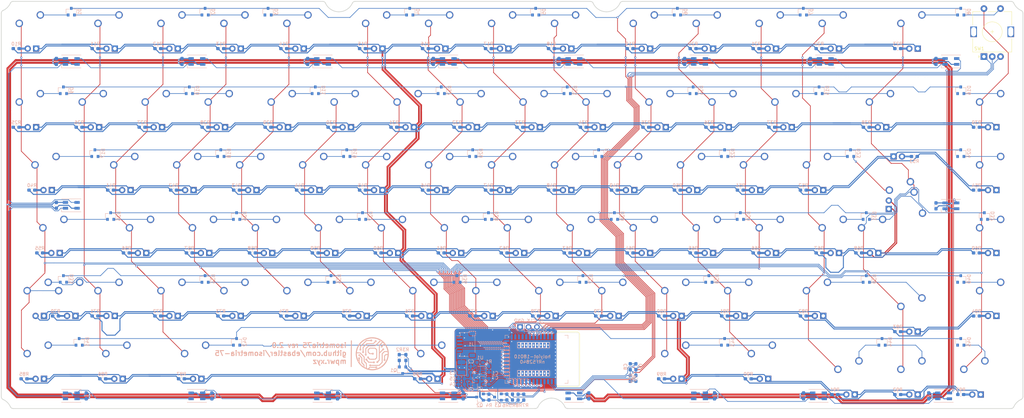
<source format=kicad_pcb>
(kicad_pcb (version 20171130) (host pcbnew "(5.1.7)-1")
  (layers (0 F.Cu signal) (31 B.Cu signal) (34 B.Paste user) (35 F.Paste user) (36 B.SilkS user) (37 F.SilkS user) (38 B.Mask user) (39 F.Mask user) (44 Edge.Cuts user))
  (net 0 "")
  (net 1 GND)
  (net 2 +3V3)
  (net 3 ROTA)
  (net 4 ROTB)
  (net 5 USB-D+)
  (net 6 USB-D-)
  (net 7 COL15)
  (net 8 LED-)
  (net 9 LED_PWM)
  (net 10 +5V)
  (net 11 chgsense)
  (net 12 "Net-(D1-Pad2)")
  (net 13 "Net-(D2-Pad2)")
  (net 14 "Net-(D3-Pad2)")
  (net 15 "Net-(D4-Pad2)")
  (net 16 "Net-(D5-Pad2)")
  (net 17 "Net-(D6-Pad2)")
  (net 18 "Net-(D7-Pad2)")
  (net 19 "Net-(D8-Pad2)")
  (net 20 "Net-(D9-Pad2)")
  (net 21 "Net-(D10-Pad2)")
  (net 22 "Net-(D11-Pad2)")
  (net 23 "Net-(D12-Pad2)")
  (net 24 "Net-(D13-Pad2)")
  (net 25 "Net-(D14-Pad2)")
  (net 26 "Net-(D15-Pad2)")
  (net 27 "Net-(D16-Pad2)")
  (net 28 "Net-(D17-Pad2)")
  (net 29 "Net-(D18-Pad2)")
  (net 30 "Net-(D19-Pad2)")
  (net 31 "Net-(D20-Pad2)")
  (net 32 "Net-(D21-Pad2)")
  (net 33 "Net-(D22-Pad2)")
  (net 34 "Net-(D23-Pad2)")
  (net 35 "Net-(D24-Pad2)")
  (net 36 "Net-(D25-Pad2)")
  (net 37 "Net-(D26-Pad2)")
  (net 38 "Net-(D27-Pad2)")
  (net 39 "Net-(D28-Pad2)")
  (net 40 "Net-(D29-Pad2)")
  (net 41 "Net-(D30-Pad2)")
  (net 42 "Net-(D31-Pad2)")
  (net 43 "Net-(D32-Pad2)")
  (net 44 "Net-(D33-Pad2)")
  (net 45 "Net-(D34-Pad2)")
  (net 46 "Net-(D35-Pad2)")
  (net 47 "Net-(D36-Pad2)")
  (net 48 "Net-(D37-Pad2)")
  (net 49 "Net-(D38-Pad2)")
  (net 50 "Net-(D39-Pad2)")
  (net 51 "Net-(D40-Pad2)")
  (net 52 "Net-(D41-Pad2)")
  (net 53 "Net-(D42-Pad2)")
  (net 54 "Net-(D43-Pad2)")
  (net 55 "Net-(D44-Pad2)")
  (net 56 "Net-(D45-Pad2)")
  (net 57 "Net-(MX1-Pad3)")
  (net 58 "Net-(MX2-Pad3)")
  (net 59 "Net-(MX3-Pad3)")
  (net 60 "Net-(MX4-Pad3)")
  (net 61 "Net-(MX5-Pad3)")
  (net 62 "Net-(MX6-Pad3)")
  (net 63 "Net-(MX7-Pad3)")
  (net 64 "Net-(MX8-Pad3)")
  (net 65 "Net-(MX9-Pad3)")
  (net 66 "Net-(MX10-Pad3)")
  (net 67 "Net-(MX11-Pad3)")
  (net 68 "Net-(MX12-Pad3)")
  (net 69 "Net-(MX13-Pad3)")
  (net 70 "Net-(MX14-Pad3)")
  (net 71 "Net-(MX15-Pad3)")
  (net 72 "Net-(MX16-Pad3)")
  (net 73 "Net-(MX17-Pad3)")
  (net 74 "Net-(MX18-Pad3)")
  (net 75 "Net-(MX19-Pad3)")
  (net 76 "Net-(MX20-Pad3)")
  (net 77 "Net-(MX21-Pad3)")
  (net 78 "Net-(MX22-Pad3)")
  (net 79 "Net-(MX23-Pad3)")
  (net 80 "Net-(MX24-Pad3)")
  (net 81 "Net-(MX25-Pad3)")
  (net 82 "Net-(MX26-Pad3)")
  (net 83 "Net-(MX27-Pad3)")
  (net 84 "Net-(MX28-Pad3)")
  (net 85 "Net-(MX29-Pad3)")
  (net 86 "Net-(MX30-Pad3)")
  (net 87 "Net-(MX31-Pad3)")
  (net 88 "Net-(MX32-Pad3)")
  (net 89 "Net-(MX33-Pad3)")
  (net 90 "Net-(MX34-Pad3)")
  (net 91 "Net-(MX35-Pad3)")
  (net 92 "Net-(MX36-Pad3)")
  (net 93 "Net-(MX37-Pad3)")
  (net 94 "Net-(MX38-Pad3)")
  (net 95 "Net-(MX39-Pad3)")
  (net 96 "Net-(MX40-Pad3)")
  (net 97 "Net-(MX41-Pad3)")
  (net 98 "Net-(MX42-Pad3)")
  (net 99 "Net-(MX43-Pad3)")
  (net 100 "Net-(MX44-Pad3)")
  (net 101 "Net-(MX45-Pad3)")
  (net 102 "Net-(MX46-Pad3)")
  (net 103 "Net-(MX47-Pad3)")
  (net 104 "Net-(MX48-Pad3)")
  (net 105 "Net-(MX49-Pad3)")
  (net 106 "Net-(MX50-Pad3)")
  (net 107 "Net-(MX51-Pad3)")
  (net 108 "Net-(MX52-Pad3)")
  (net 109 "Net-(MX53-Pad3)")
  (net 110 "Net-(MX54-Pad3)")
  (net 111 "Net-(MX55-Pad3)")
  (net 112 "Net-(MX56-Pad3)")
  (net 113 "Net-(MX57-Pad3)")
  (net 114 "Net-(MX58-Pad3)")
  (net 115 "Net-(MX60-Pad3)")
  (net 116 "Net-(MX61-Pad3)")
  (net 117 "Net-(MX63-Pad3)")
  (net 118 "Net-(MX64-Pad3)")
  (net 119 "Net-(MX65-Pad3)")
  (net 120 "Net-(MX66-Pad3)")
  (net 121 "Net-(MX67-Pad3)")
  (net 122 "Net-(MX68-Pad3)")
  (net 123 "Net-(MX69-Pad3)")
  (net 124 "Net-(MX70-Pad3)")
  (net 125 "Net-(MX71-Pad3)")
  (net 126 "Net-(MX72-Pad3)")
  (net 127 "Net-(MX73-Pad3)")
  (net 128 "Net-(MX74-Pad3)")
  (net 129 "Net-(MX75-Pad3)")
  (net 130 "Net-(MX76-Pad3)")
  (net 131 "Net-(MX77-Pad3)")
  (net 132 "Net-(MX78-Pad3)")
  (net 133 "Net-(MX79-Pad3)")
  (net 134 "Net-(MX80-Pad3)")
  (net 135 "Net-(MX81-Pad3)")
  (net 136 "Net-(MX82-Pad3)")
  (net 137 "Net-(Q1-Pad1)")
  (net 138 "Net-(D1-Pad1)")
  (net 139 "Net-(D2-Pad1)")
  (net 140 "Net-(D3-Pad1)")
  (net 141 "Net-(D4-Pad1)")
  (net 142 "Net-(D5-Pad1)")
  (net 143 "Net-(D6-Pad1)")
  (net 144 "Net-(D7-Pad1)")
  (net 145 "Net-(D8-Pad1)")
  (net 146 "Net-(D10-Pad1)")
  (net 147 "Net-(D11-Pad1)")
  (net 148 "Net-(D12-Pad1)")
  (net 149 "Net-(D13-Pad1)")
  (net 150 "Net-(D14-Pad1)")
  (net 151 "Net-(D15-Pad1)")
  (net 152 "Net-(D16-Pad1)")
  (net 153 "Net-(D17-Pad1)")
  (net 154 "Net-(MX83-Pad3)")
  (net 155 "Net-(MX84-Pad3)")
  (net 156 "Net-(MX85-Pad3)")
  (net 157 "Net-(D9-Pad1)")
  (net 158 "Net-(D18-Pad1)")
  (net 159 "Net-(D19-Pad1)")
  (net 160 "Net-(D20-Pad1)")
  (net 161 "Net-(D21-Pad1)")
  (net 162 "Net-(D22-Pad1)")
  (net 163 "Net-(D23-Pad1)")
  (net 164 "Net-(D24-Pad1)")
  (net 165 "Net-(D25-Pad1)")
  (net 166 "Net-(D26-Pad1)")
  (net 167 "Net-(D27-Pad1)")
  (net 168 "Net-(D28-Pad1)")
  (net 169 "Net-(D29-Pad1)")
  (net 170 "Net-(D30-Pad1)")
  (net 171 "Net-(D31-Pad1)")
  (net 172 "Net-(D32-Pad1)")
  (net 173 "Net-(D33-Pad1)")
  (net 174 "Net-(D34-Pad1)")
  (net 175 "Net-(D35-Pad1)")
  (net 176 "Net-(D36-Pad1)")
  (net 177 "Net-(D37-Pad1)")
  (net 178 "Net-(D38-Pad1)")
  (net 179 "Net-(D39-Pad1)")
  (net 180 "Net-(D40-Pad1)")
  (net 181 "Net-(D41-Pad1)")
  (net 182 "Net-(D42-Pad1)")
  (net 183 "Net-(D43-Pad1)")
  (net 184 "Net-(D44-Pad1)")
  (net 185 "Net-(D45-Pad1)")
  (net 186 "Net-(D46-Pad1)")
  (net 187 "Net-(D47-Pad1)")
  (net 188 "Net-(D48-Pad1)")
  (net 189 "Net-(D49-Pad1)")
  (net 190 "Net-(D50-Pad1)")
  (net 191 "Net-(D51-Pad1)")
  (net 192 "Net-(D52-Pad1)")
  (net 193 "Net-(D53-Pad1)")
  (net 194 "Net-(D54-Pad1)")
  (net 195 "Net-(D55-Pad1)")
  (net 196 "Net-(D56-Pad1)")
  (net 197 "Net-(D57-Pad1)")
  (net 198 "Net-(D58-Pad1)")
  (net 199 "Net-(D59-Pad1)")
  (net 200 "Net-(D60-Pad1)")
  (net 201 "Net-(D61-Pad1)")
  (net 202 "Net-(D62-Pad1)")
  (net 203 "Net-(D63-Pad1)")
  (net 204 UG_HV)
  (net 205 "Net-(R1-Pad1)")
  (net 206 UG_LV)
  (net 207 "Net-(U3-Pad55)")
  (net 208 "Net-(U3-Pad54)")
  (net 209 "Net-(U3-Pad53)")
  (net 210 "Net-(U3-Pad52)")
  (net 211 "Net-(U3-Pad51)")
  (net 212 "Net-(U3-Pad50)")
  (net 213 "Net-(U3-Pad49)")
  (net 214 "Net-(U3-Pad48)")
  (net 215 "Net-(U3-Pad47)")
  (net 216 "Net-(U3-Pad46)")
  (net 217 "Net-(U3-Pad45)")
  (net 218 "Net-(U3-Pad43)")
  (net 219 "Net-(U3-Pad42)")
  (net 220 "Net-(U3-Pad41)")
  (net 221 "Net-(U3-Pad40)")
  (net 222 "Net-(U3-Pad39)")
  (net 223 "Net-(U3-Pad38)")
  (net 224 ROW0)
  (net 225 ROW1)
  (net 226 ROW2)
  (net 227 ROW3)
  (net 228 ROW4)
  (net 229 ROW5)
  (net 230 COL0)
  (net 231 COL1)
  (net 232 COL2)
  (net 233 COL3)
  (net 234 COL4)
  (net 235 COL6)
  (net 236 COL7)
  (net 237 COL8)
  (net 238 COL9)
  (net 239 COL10)
  (net 240 COL11)
  (net 241 COL12)
  (net 242 COL13)
  (net 243 COL14)
  (net 244 COL5)
  (net 245 /SWDCLK)
  (net 246 "Net-(J2-Pad3)")
  (net 247 UG_PWR)
  (net 248 "Net-(Q2-Pad1)")
  (net 249 "Net-(Q3-Pad1)")
  (net 250 UG_EN)
  (net 251 /VSENSE)
  (module Resistor_SMD:R_0603_1608Metric_Pad1.05x0.95mm_HandSolder (layer B.Cu) (at 146.69 110.37 270)
    (fp_text reference R8 (at 2.48 -0.21 180) (layer B.SilkS) (effects (justify mirror)))
    (fp_text value 2M)
    (pad 2 smd roundrect (at 0.875 0 270) (size 1.05 0.95) (layers B.Cu B.Paste B.Mask) (net 1 GND))
    (pad 1 smd roundrect (at -0.875 0 270) (size 1.05 0.95) (layers B.Cu B.Paste B.Mask) (net 251 /VSENSE))
  )
  (module Resistor_SMD:R_0603_1608Metric_Pad1.05x0.95mm_HandSolder (layer B.Cu) (at 148.4 110.37 90)
    (fp_text reference R7 (at -2.48 0.5 180) (layer B.SilkS) (effects (justify mirror)))
    (fp_text value 1.3M)
    (pad 2 smd roundrect (at 0.875 0 90) (size 1.05 0.95) (layers B.Cu B.Paste B.Mask) (net 251 /VSENSE))
    (pad 1 smd roundrect (at -0.875 0 90) (size 1.05 0.95) (layers B.Cu B.Paste B.Mask) (net 10 +5V))
  )
  (module Resistor_SMD:R_0603_1608Metric_Pad1.05x0.95mm_HandSolder (layer B.Cu) (at 143.3 110.35 270)
    (fp_text reference R6 (at 2.5 0.4 180) (layer B.SilkS) (effects (justify mirror)))
    (fp_text value 10k)
    (pad 2 smd roundrect (at 0.875 0 270) (size 1.05 0.95) (layers B.Cu B.Paste B.Mask) (net 1 GND))
    (pad 1 smd roundrect (at -0.875 0 270) (size 1.05 0.95) (layers B.Cu B.Paste B.Mask) (net 249 "Net-(Q3-Pad1)"))
  )
  (module Resistor_SMD:R_0603_1608Metric_Pad1.05x0.95mm_HandSolder (layer B.Cu) (at 145 110.35 90)
    (fp_text reference R5 (at -2.5 -0.1 180) (layer B.SilkS) (effects (justify mirror)))
    (fp_text value 100R)
    (pad 2 smd roundrect (at 0.875 0 90) (size 1.05 0.95) (layers B.Cu B.Paste B.Mask) (net 250 UG_EN))
    (pad 1 smd roundrect (at -0.875 0 90) (size 1.05 0.95) (layers B.Cu B.Paste B.Mask) (net 249 "Net-(Q3-Pad1)"))
  )
  (module Resistor_SMD:R_0603_1608Metric_Pad1.05x0.95mm_HandSolder (layer B.Cu) (at 137.9 110.35 270)
    (fp_text reference R4 (at 2.5 0 180) (layer B.SilkS) (effects (justify mirror)))
    (fp_text value 10k)
    (pad 2 smd roundrect (at 0.875 0 270) (size 1.05 0.95) (layers B.Cu B.Paste B.Mask) (net 10 +5V))
    (pad 1 smd roundrect (at -0.875 0 270) (size 1.05 0.95) (layers B.Cu B.Paste B.Mask) (net 248 "Net-(Q2-Pad1)"))
  )
  (module Package_TO_SOT_SMD:SOT-23 (layer B.Cu) (at 140.6 110.35 180)
    (fp_text reference Q3 (at -0.03 -2.47) (layer B.SilkS) (effects (justify mirror)))
    (fp_text value 2N7002)
    (pad 3 smd rect (at 1 0 180) (size 0.9 0.8) (layers B.Cu B.Paste B.Mask) (net 248 "Net-(Q2-Pad1)"))
    (pad 2 smd rect (at -1 -0.95 180) (size 0.9 0.8) (layers B.Cu B.Paste B.Mask) (net 1 GND))
    (pad 1 smd rect (at -1 0.95 180) (size 0.9 0.8) (layers B.Cu B.Paste B.Mask) (net 249 "Net-(Q3-Pad1)"))
  )
  (module Package_TO_SOT_SMD:SOT-23 (layer B.Cu) (at 135.2 110.35 180)
    (fp_text reference Q2 (at 0.1 -2.5) (layer B.SilkS) (effects (justify mirror)))
    (fp_text value AO3401A)
    (pad 3 smd rect (at 1 0 180) (size 0.9 0.8) (layers B.Cu B.Paste B.Mask) (net 247 UG_PWR))
    (pad 2 smd rect (at -1 -0.95 180) (size 0.9 0.8) (layers B.Cu B.Paste B.Mask) (net 10 +5V))
    (pad 1 smd rect (at -1 0.95 180) (size 0.9 0.8) (layers B.Cu B.Paste B.Mask) (net 248 "Net-(Q2-Pad1)"))
  )
  (module MX_Only:MXOnly-1U (layer F.Cu) (at 161.5 42.75)
    (fp_text reference MX38)
    (fp_text value MX-LED)
    (pad 2 thru_hole circle (at 2.54 -5.08) (size 2.25 2.25) (drill 1.524) (layers *.Cu B.Mask) (net 32 "Net-(D21-Pad2)"))
    (pad "" np_thru_hole circle (at 0 0) (size 3.9878 3.9878) (drill 3.9878) (layers *.Cu *.Mask))
    (pad 1 thru_hole circle (at -3.81 -2.54) (size 2.25 2.25) (drill 1.524) (layers *.Cu B.Mask) (net 238 COL9))
    (pad 3 thru_hole circle (at -1.27 5.08) (size 1.905 1.905) (drill 1.04) (layers *.Cu B.Mask) (net 94 "Net-(MX38-Pad3)"))
    (pad 4 thru_hole rect (at 1.27 5.08) (size 1.905 1.905) (drill 1.04) (layers *.Cu B.Mask) (net 8 LED-))
    (pad "" np_thru_hole circle (at -5.08 0 48.0996) (size 1.75 1.75) (drill 1.75) (layers *.Cu *.Mask))
    (pad "" np_thru_hole circle (at 5.08 0 48.0996) (size 1.75 1.75) (drill 1.75) (layers *.Cu *.Mask))
  )
  (module MX_Only:MXOnly-6.25U (layer F.Cu) (at 121.125 99.75)
    (fp_text reference MX80)
    (fp_text value MX-LED)
    (pad 2 thru_hole circle (at 2.54 -5.08) (size 2.25 2.25) (drill 1.524) (layers *.Cu B.Mask) (net 182 "Net-(D42-Pad1)"))
    (pad "" np_thru_hole circle (at 0 0) (size 3.9878 3.9878) (drill 3.9878) (layers *.Cu *.Mask))
    (pad 1 thru_hole circle (at -3.81 -2.54) (size 2.25 2.25) (drill 1.524) (layers *.Cu B.Mask) (net 235 COL6))
    (pad 3 thru_hole circle (at -1.27 5.08) (size 1.905 1.905) (drill 1.04) (layers *.Cu B.Mask) (net 134 "Net-(MX80-Pad3)"))
    (pad 4 thru_hole rect (at 1.27 5.08) (size 1.905 1.905) (drill 1.04) (layers *.Cu B.Mask) (net 8 LED-))
    (pad "" np_thru_hole circle (at -5.08 0 48.0996) (size 1.75 1.75) (drill 1.75) (layers *.Cu *.Mask))
    (pad "" np_thru_hole circle (at 5.08 0 48.0996) (size 1.75 1.75) (drill 1.75) (layers *.Cu *.Mask))
    (pad "" np_thru_hole circle (at -49.9999 -6.985) (size 3.048 3.048) (drill 3.048) (layers *.Cu *.Mask))
    (pad "" np_thru_hole circle (at 49.9999 -6.985) (size 3.048 3.048) (drill 3.048) (layers *.Cu *.Mask))
    (pad "" np_thru_hole circle (at -49.9999 8.255) (size 3.9878 3.9878) (drill 3.9878) (layers *.Cu *.Mask))
    (pad "" np_thru_hole circle (at 49.9999 8.255) (size 3.9878 3.9878) (drill 3.9878) (layers *.Cu *.Mask))
  )
  (module MX_Only:MXOnly-1U (layer F.Cu) (at 166.25 61.75)
    (fp_text reference MX53)
    (fp_text value MX-LED)
    (pad 2 thru_hole circle (at 2.54 -5.08) (size 2.25 2.25) (drill 1.524) (layers *.Cu B.Mask) (net 40 "Net-(D29-Pad2)"))
    (pad "" np_thru_hole circle (at 0 0) (size 3.9878 3.9878) (drill 3.9878) (layers *.Cu *.Mask))
    (pad 1 thru_hole circle (at -3.81 -2.54) (size 2.25 2.25) (drill 1.524) (layers *.Cu B.Mask) (net 238 COL9))
    (pad 3 thru_hole circle (at -1.27 5.08) (size 1.905 1.905) (drill 1.04) (layers *.Cu B.Mask) (net 109 "Net-(MX53-Pad3)"))
    (pad 4 thru_hole rect (at 1.27 5.08) (size 1.905 1.905) (drill 1.04) (layers *.Cu B.Mask) (net 8 LED-))
    (pad "" np_thru_hole circle (at -5.08 0 48.0996) (size 1.75 1.75) (drill 1.75) (layers *.Cu *.Mask))
    (pad "" np_thru_hole circle (at 5.08 0 48.0996) (size 1.75 1.75) (drill 1.75) (layers *.Cu *.Mask))
  )
  (module Connector_PinHeader_2.54mm:PinHeader_1x03_P2.54mm_Vertical (layer B.Cu) (at 147.29 89.18 270)
    (fp_text reference J2 hide)
    (fp_text value SWD (at -0.01 -7.41 90) (layer B.SilkS) (effects (justify mirror)))
    (pad 1 thru_hole rect (at 0 0 270) (size 1.7 1.7) (drill 1) (layers *.Cu *.Mask) (net 1 GND))
    (pad 2 thru_hole oval (at 0 -2.54 270) (size 1.7 1.7) (drill 1) (layers *.Cu *.Mask) (net 245 /SWDCLK))
    (pad 3 thru_hole oval (at 0 -5.08 270) (size 1.7 1.7) (drill 1) (layers *.Cu *.Mask) (net 246 "Net-(J2-Pad3)"))
  )
  (module MX_Only:MXOnly-1U (layer F.Cu) (at 175.75 80.75)
    (fp_text reference MX71)
    (fp_text value MX-LED)
    (pad 2 thru_hole circle (at 2.54 -5.08) (size 2.25 2.25) (drill 1.524) (layers *.Cu B.Mask) (net 177 "Net-(D37-Pad1)"))
    (pad "" np_thru_hole circle (at 0 0) (size 3.9878 3.9878) (drill 3.9878) (layers *.Cu *.Mask))
    (pad 1 thru_hole circle (at -3.81 -2.54) (size 2.25 2.25) (drill 1.524) (layers *.Cu B.Mask) (net 238 COL9))
    (pad 3 thru_hole circle (at -1.27 5.08) (size 1.905 1.905) (drill 1.04) (layers *.Cu B.Mask) (net 125 "Net-(MX71-Pad3)"))
    (pad 4 thru_hole rect (at 1.27 5.08) (size 1.905 1.905) (drill 1.04) (layers *.Cu B.Mask) (net 8 LED-))
    (pad "" np_thru_hole circle (at -5.08 0 48.0996) (size 1.75 1.75) (drill 1.75) (layers *.Cu *.Mask))
    (pad "" np_thru_hole circle (at 5.08 0 48.0996) (size 1.75 1.75) (drill 1.75) (layers *.Cu *.Mask))
  )
  (module MX_Only:MXOnly-1U (layer F.Cu) (at 61.75 0)
    (fp_text reference MX4)
    (fp_text value MX-LED)
    (pad 2 thru_hole circle (at 2.54 -5.08) (size 2.25 2.25) (drill 1.47) (layers *.Cu B.Mask) (net 139 "Net-(D2-Pad1)"))
    (pad "" np_thru_hole circle (at 0 0) (size 3.9878 3.9878) (drill 3.9878) (layers *.Cu *.Mask))
    (pad 1 thru_hole circle (at -3.81 -2.54) (size 2.25 2.25) (drill 1.47) (layers *.Cu B.Mask) (net 233 COL3))
    (pad 3 thru_hole circle (at -1.27 5.08) (size 1.905 1.905) (drill 1.04) (layers *.Cu B.Mask) (net 60 "Net-(MX4-Pad3)"))
    (pad 4 thru_hole rect (at 1.27 5.08) (size 1.905 1.905) (drill 1.04) (layers *.Cu B.Mask) (net 8 LED-))
    (pad "" np_thru_hole circle (at -5.08 0 48.0996) (size 1.75 1.75) (drill 1.75) (layers *.Cu *.Mask))
    (pad "" np_thru_hole circle (at 5.08 0 48.0996) (size 1.75 1.75) (drill 1.75) (layers *.Cu *.Mask))
  )
  (module Resistor_SMD:R_0603_1608Metric_Pad1.05x0.95mm_HandSolder (layer B.Cu) (at 266.25 37.67)
    (fp_text reference R53 (at 0 1.43) (layer B.SilkS) (effects (justify mirror)))
    (fp_text value 680R)
    (pad 2 smd roundrect (at 0.875 0) (size 1.05 0.95) (layers B.Cu B.Paste B.Mask) (net 10 +5V))
    (pad 1 smd roundrect (at -0.875 0) (size 1.05 0.95) (layers B.Cu B.Paste B.Mask) (net 99 "Net-(MX43-Pad3)"))
  )
  (module MX_Only:MXOnly-1U (layer F.Cu) (at 0 0)
    (fp_text reference MX1)
    (fp_text value MX-LED)
    (pad 2 thru_hole circle (at 2.54 -5.08) (size 2.25 2.25) (drill 1.524) (layers *.Cu B.Mask) (net 12 "Net-(D1-Pad2)"))
    (pad "" np_thru_hole circle (at 0 0) (size 3.9878 3.9878) (drill 3.9878) (layers *.Cu *.Mask))
    (pad 1 thru_hole circle (at -3.81 -2.54) (size 2.25 2.25) (drill 1.524) (layers *.Cu B.Mask) (net 230 COL0))
    (pad 3 thru_hole circle (at -1.27 5.08) (size 1.905 1.905) (drill 1.04) (layers *.Cu B.Mask) (net 57 "Net-(MX1-Pad3)"))
    (pad 4 thru_hole rect (at 1.27 5.08) (size 1.905 1.905) (drill 1.04) (layers *.Cu B.Mask) (net 8 LED-))
    (pad "" np_thru_hole circle (at -5.08 0 48.0996) (size 1.75 1.75) (drill 1.75) (layers *.Cu *.Mask))
    (pad "" np_thru_hole circle (at 5.08 0 48.0996) (size 1.75 1.75) (drill 1.75) (layers *.Cu *.Mask))
  )
  (module MX_Only:MXOnly-1U (layer F.Cu) (at 266 104.5)
    (fp_text reference MX84)
    (fp_text value MX-LED)
    (pad 2 thru_hole circle (at 2.54 -5.08) (size 2.25 2.25) (drill 1.524) (layers *.Cu B.Mask) (net 184 "Net-(D44-Pad1)"))
    (pad "" np_thru_hole circle (at 0 0) (size 3.9878 3.9878) (drill 3.9878) (layers *.Cu *.Mask))
    (pad 1 thru_hole circle (at -3.81 -2.54) (size 2.25 2.25) (drill 1.524) (layers *.Cu B.Mask) (net 243 COL14))
    (pad 3 thru_hole circle (at -1.27 5.08) (size 1.905 1.905) (drill 1.04) (layers *.Cu B.Mask) (net 155 "Net-(MX84-Pad3)"))
    (pad 4 thru_hole rect (at 1.27 5.08) (size 1.905 1.905) (drill 1.04) (layers *.Cu B.Mask) (net 8 LED-))
    (pad "" np_thru_hole circle (at -5.08 0 48.0996) (size 1.75 1.75) (drill 1.75) (layers *.Cu *.Mask))
    (pad "" np_thru_hole circle (at 5.08 0 48.0996) (size 1.75 1.75) (drill 1.75) (layers *.Cu *.Mask))
  )
  (module MX_Only:MXOnly-1U (layer F.Cu) (at 285 104.5)
    (fp_text reference MX85)
    (fp_text value MX-LED)
    (pad 2 thru_hole circle (at 2.54 -5.08) (size 2.25 2.25) (drill 1.524) (layers *.Cu B.Mask) (net 185 "Net-(D45-Pad1)"))
    (pad "" np_thru_hole circle (at 0 0) (size 3.9878 3.9878) (drill 3.9878) (layers *.Cu *.Mask))
    (pad 1 thru_hole circle (at -3.81 -2.54) (size 2.25 2.25) (drill 1.524) (layers *.Cu B.Mask) (net 7 COL15))
    (pad 3 thru_hole circle (at -1.27 5.08) (size 1.905 1.905) (drill 1.04) (layers *.Cu B.Mask) (net 156 "Net-(MX85-Pad3)"))
    (pad 4 thru_hole rect (at 1.27 5.08) (size 1.905 1.905) (drill 1.04) (layers *.Cu B.Mask) (net 8 LED-))
    (pad "" np_thru_hole circle (at -5.08 0 48.0996) (size 1.75 1.75) (drill 1.75) (layers *.Cu *.Mask))
    (pad "" np_thru_hole circle (at 5.08 0 48.0996) (size 1.75 1.75) (drill 1.75) (layers *.Cu *.Mask))
  )
  (module MX_Only:MXOnly-1.25U (layer F.Cu) (at 2.375 99.75)
    (fp_text reference MX77)
    (fp_text value MX-LED)
    (pad 2 thru_hole circle (at 2.54 -5.08) (size 2.25 2.25) (drill 1.524) (layers *.Cu B.Mask) (net 52 "Net-(D41-Pad2)"))
    (pad "" np_thru_hole circle (at 0 0) (size 3.9878 3.9878) (drill 3.9878) (layers *.Cu *.Mask))
    (pad 1 thru_hole circle (at -3.81 -2.54) (size 2.25 2.25) (drill 1.524) (layers *.Cu B.Mask) (net 230 COL0))
    (pad 3 thru_hole circle (at -1.27 5.08) (size 1.905 1.905) (drill 1.04) (layers *.Cu B.Mask) (net 131 "Net-(MX77-Pad3)"))
    (pad 4 thru_hole rect (at 1.27 5.08) (size 1.905 1.905) (drill 1.04) (layers *.Cu B.Mask) (net 8 LED-))
    (pad "" np_thru_hole circle (at -5.08 0 48.0996) (size 1.75 1.75) (drill 1.75) (layers *.Cu *.Mask))
    (pad "" np_thru_hole circle (at 5.08 0 48.0996) (size 1.75 1.75) (drill 1.75) (layers *.Cu *.Mask))
  )
  (module logo-branding:logo_silk_10 (layer B.Cu) (at 102.7 97.259317 180)
    (fp_text reference G*** hide)
    (fp_text value LOGO hide)
  )
  (module Capacitor_SMD:C_0603_1608Metric_Pad1.05x0.95mm_HandSolder (layer B.Cu) (at 130.120534 109.982 90)
    (fp_text reference C10 hide)
    (fp_text value 100nF)
    (pad 2 smd roundrect (at 0.875 0 90) (size 1.05 0.95) (layers B.Cu B.Paste B.Mask) (net 1 GND))
    (pad 1 smd roundrect (at -0.875 0 90) (size 1.05 0.95) (layers B.Cu B.Paste B.Mask) (net 247 UG_PWR))
  )
  (module Capacitor_Tantalum_SMD:CP_EIA-3528-21_Kemet-B (layer B.Cu) (at 129.6 101.348 90)
    (fp_text reference C3 (at -1.722 -2.65) (layer B.SilkS) (effects (justify mirror)))
    (fp_text value 100uF)
    (pad 2 smd roundrect (at 1.5375 0 90) (size 1.325 2.35) (layers B.Cu B.Paste B.Mask) (roundrect_rratio 0.1886769811320755) (net 1 GND))
    (pad 1 smd roundrect (at -1.5375 0 90) (size 1.325 2.35) (layers B.Cu B.Paste B.Mask) (roundrect_rratio 0.1886769811320755) (net 10 +5V))
  )
  (module Package_TO_SOT_SMD:SOT-363_SC-70-6 (layer B.Cu) (at 135.15 102.22 180)
    (fp_text reference U1 (at -0.1 3.77) (layer B.SilkS) (effects (justify mirror)))
    (fp_text value TXB0101)
    (pad 6 smd rect (at 0.95 0.65 180) (size 0.65 0.4) (layers B.Cu B.Paste B.Mask) (net 10 +5V))
    (pad 4 smd rect (at 0.95 -0.65 180) (size 0.65 0.4) (layers B.Cu B.Paste B.Mask) (net 204 UG_HV))
    (pad 2 smd rect (at -0.95 0 180) (size 0.65 0.4) (layers B.Cu B.Paste B.Mask) (net 1 GND))
    (pad 5 smd rect (at 0.95 0 180) (size 0.65 0.4) (layers B.Cu B.Paste B.Mask) (net 205 "Net-(R1-Pad1)"))
    (pad 3 smd rect (at -0.95 -0.65 180) (size 0.65 0.4) (layers B.Cu B.Paste B.Mask) (net 206 UG_LV))
    (pad 1 smd rect (at -0.95 0.65 180) (size 0.65 0.4) (layers B.Cu B.Paste B.Mask) (net 2 +3V3))
  )
  (module Resistor_SMD:R_0603_1608Metric_Pad1.05x0.95mm_HandSolder (layer B.Cu) (at 280.25 109.58 180)
    (fp_text reference R93 (at 0 1.43) (layer B.SilkS) (effects (justify mirror)))
    (fp_text value 680R)
    (pad 2 smd roundrect (at 0.875 0 180) (size 1.05 0.95) (layers B.Cu B.Paste B.Mask) (net 10 +5V))
    (pad 1 smd roundrect (at -0.875 0 180) (size 1.05 0.95) (layers B.Cu B.Paste B.Mask) (net 156 "Net-(MX85-Pad3)"))
  )
  (module Resistor_SMD:R_0603_1608Metric_Pad1.05x0.95mm_HandSolder (layer B.Cu) (at 261.25 109.58 180)
    (fp_text reference R92 (at 0 1.43) (layer B.SilkS) (effects (justify mirror)))
    (fp_text value 680R)
    (pad 2 smd roundrect (at 0.875 0 180) (size 1.05 0.95) (layers B.Cu B.Paste B.Mask) (net 10 +5V))
    (pad 1 smd roundrect (at -0.875 0 180) (size 1.05 0.95) (layers B.Cu B.Paste B.Mask) (net 155 "Net-(MX84-Pad3)"))
  )
  (module Resistor_SMD:R_0603_1608Metric_Pad1.05x0.95mm_HandSolder (layer B.Cu) (at 242.25 109.58 180)
    (fp_text reference R91 (at 0 1.43) (layer B.SilkS) (effects (justify mirror)))
    (fp_text value 680R)
    (pad 2 smd roundrect (at 0.875 0 180) (size 1.05 0.95) (layers B.Cu B.Paste B.Mask) (net 10 +5V))
    (pad 1 smd roundrect (at -0.875 0 180) (size 1.05 0.95) (layers B.Cu B.Paste B.Mask) (net 154 "Net-(MX83-Pad3)"))
  )
  (module Resistor_SMD:R_0603_1608Metric_Pad1.05x0.95mm_HandSolder (layer B.Cu) (at 216.154 104.83 180)
    (fp_text reference R90 (at 0 1.43) (layer B.SilkS) (effects (justify mirror)))
    (fp_text value 680R)
    (pad 2 smd roundrect (at 0.875 0 180) (size 1.05 0.95) (layers B.Cu B.Paste B.Mask) (net 10 +5V))
    (pad 1 smd roundrect (at -0.875 0 180) (size 1.05 0.95) (layers B.Cu B.Paste B.Mask) (net 136 "Net-(MX82-Pad3)"))
  )
  (module Resistor_SMD:R_0603_1608Metric_Pad1.05x0.95mm_HandSolder (layer B.Cu) (at 189.992 104.83 180)
    (fp_text reference R89 (at 0 1.43) (layer B.SilkS) (effects (justify mirror)))
    (fp_text value 680R)
    (pad 2 smd roundrect (at 0.875 0 180) (size 1.05 0.95) (layers B.Cu B.Paste B.Mask) (net 10 +5V))
    (pad 1 smd roundrect (at -0.875 0 180) (size 1.05 0.95) (layers B.Cu B.Paste B.Mask) (net 135 "Net-(MX81-Pad3)"))
  )
  (module Resistor_SMD:R_0603_1608Metric_Pad1.05x0.95mm_HandSolder (layer B.Cu) (at 116.375 104.83 180)
    (fp_text reference R88 (at 0 1.43) (layer B.SilkS) (effects (justify mirror)))
    (fp_text value 680R)
    (pad 2 smd roundrect (at 0.875 0 180) (size 1.05 0.95) (layers B.Cu B.Paste B.Mask) (net 10 +5V))
    (pad 1 smd roundrect (at -0.875 0 180) (size 1.05 0.95) (layers B.Cu B.Paste B.Mask) (net 134 "Net-(MX80-Pad3)"))
  )
  (module Resistor_SMD:R_0603_1608Metric_Pad1.05x0.95mm_HandSolder (layer B.Cu) (at 45.125 104.83 180)
    (fp_text reference R87 (at 0 1.43) (layer B.SilkS) (effects (justify mirror)))
    (fp_text value 680R)
    (pad 2 smd roundrect (at 0.875 0 180) (size 1.05 0.95) (layers B.Cu B.Paste B.Mask) (net 10 +5V))
    (pad 1 smd roundrect (at -0.875 0 180) (size 1.05 0.95) (layers B.Cu B.Paste B.Mask) (net 133 "Net-(MX79-Pad3)"))
  )
  (module Resistor_SMD:R_0603_1608Metric_Pad1.05x0.95mm_HandSolder (layer B.Cu) (at 21.375 104.83 180)
    (fp_text reference R86 (at 0 1.43) (layer B.SilkS) (effects (justify mirror)))
    (fp_text value 680R)
    (pad 2 smd roundrect (at 0.875 0 180) (size 1.05 0.95) (layers B.Cu B.Paste B.Mask) (net 10 +5V))
    (pad 1 smd roundrect (at -0.875 0 180) (size 1.05 0.95) (layers B.Cu B.Paste B.Mask) (net 132 "Net-(MX78-Pad3)"))
  )
  (module Resistor_SMD:R_0603_1608Metric_Pad1.05x0.95mm_HandSolder (layer B.Cu) (at -2.375 104.83 180)
    (fp_text reference R85 (at 0 1.43) (layer B.SilkS) (effects (justify mirror)))
    (fp_text value 680R)
    (pad 2 smd roundrect (at 0.875 0 180) (size 1.05 0.95) (layers B.Cu B.Paste B.Mask) (net 10 +5V))
    (pad 1 smd roundrect (at -0.875 0 180) (size 1.05 0.95) (layers B.Cu B.Paste B.Mask) (net 131 "Net-(MX77-Pad3)"))
  )
  (module Resistor_SMD:R_0603_1608Metric_Pad1.05x0.95mm_HandSolder (layer B.Cu) (at 285 85.852 180)
    (fp_text reference R84 (at 0 1.43) (layer B.SilkS) (effects (justify mirror)))
    (fp_text value 680R)
    (pad 2 smd roundrect (at 0.875 0 180) (size 1.05 0.95) (layers B.Cu B.Paste B.Mask) (net 10 +5V))
    (pad 1 smd roundrect (at -0.875 0 180) (size 1.05 0.95) (layers B.Cu B.Paste B.Mask) (net 130 "Net-(MX76-Pad3)"))
  )
  (module Resistor_SMD:R_0603_1608Metric_Pad1.05x0.95mm_HandSolder (layer B.Cu) (at 261.25 90.58 180)
    (fp_text reference R83 (at 0 1.43) (layer B.SilkS) (effects (justify mirror)))
    (fp_text value 680R)
    (pad 2 smd roundrect (at 0.875 0 180) (size 1.05 0.95) (layers B.Cu B.Paste B.Mask) (net 10 +5V))
    (pad 1 smd roundrect (at -0.875 0 180) (size 1.05 0.95) (layers B.Cu B.Paste B.Mask) (net 129 "Net-(MX75-Pad3)"))
  )
  (module Resistor_SMD:R_0603_1608Metric_Pad1.05x0.95mm_HandSolder (layer B.Cu) (at 232.75 85.852 180)
    (fp_text reference R82 (at 0 1.43) (layer B.SilkS) (effects (justify mirror)))
    (fp_text value 680R)
    (pad 2 smd roundrect (at 0.875 0 180) (size 1.05 0.95) (layers B.Cu B.Paste B.Mask) (net 10 +5V))
    (pad 1 smd roundrect (at -0.875 0 180) (size 1.05 0.95) (layers B.Cu B.Paste B.Mask) (net 128 "Net-(MX74-Pad3)"))
  )
  (module Resistor_SMD:R_0603_1608Metric_Pad1.05x0.95mm_HandSolder (layer B.Cu) (at 209 85.852 180)
    (fp_text reference R81 (at 0 1.43) (layer B.SilkS) (effects (justify mirror)))
    (fp_text value 680R)
    (pad 2 smd roundrect (at 0.875 0 180) (size 1.05 0.95) (layers B.Cu B.Paste B.Mask) (net 10 +5V))
    (pad 1 smd roundrect (at -0.875 0 180) (size 1.05 0.95) (layers B.Cu B.Paste B.Mask) (net 127 "Net-(MX73-Pad3)"))
  )
  (module Resistor_SMD:R_0603_1608Metric_Pad1.05x0.95mm_HandSolder (layer B.Cu) (at 190 85.852 180)
    (fp_text reference R80 (at 0 1.43) (layer B.SilkS) (effects (justify mirror)))
    (fp_text value 680R)
    (pad 2 smd roundrect (at 0.875 0 180) (size 1.05 0.95) (layers B.Cu B.Paste B.Mask) (net 10 +5V))
    (pad 1 smd roundrect (at -0.875 0 180) (size 1.05 0.95) (layers B.Cu B.Paste B.Mask) (net 126 "Net-(MX72-Pad3)"))
  )
  (module Resistor_SMD:R_0603_1608Metric_Pad1.05x0.95mm_HandSolder (layer B.Cu) (at 171 85.852 180)
    (fp_text reference R79 (at 0 1.43) (layer B.SilkS) (effects (justify mirror)))
    (fp_text value 680R)
    (pad 2 smd roundrect (at 0.875 0 180) (size 1.05 0.95) (layers B.Cu B.Paste B.Mask) (net 10 +5V))
    (pad 1 smd roundrect (at -0.875 0 180) (size 1.05 0.95) (layers B.Cu B.Paste B.Mask) (net 125 "Net-(MX71-Pad3)"))
  )
  (module Resistor_SMD:R_0603_1608Metric_Pad1.05x0.95mm_HandSolder (layer B.Cu) (at 152 85.852 180)
    (fp_text reference R78 (at 0 1.43) (layer B.SilkS) (effects (justify mirror)))
    (fp_text value 680R)
    (pad 2 smd roundrect (at 0.875 0 180) (size 1.05 0.95) (layers B.Cu B.Paste B.Mask) (net 10 +5V))
    (pad 1 smd roundrect (at -0.875 0 180) (size 1.05 0.95) (layers B.Cu B.Paste B.Mask) (net 124 "Net-(MX70-Pad3)"))
  )
  (module Resistor_SMD:R_0603_1608Metric_Pad1.05x0.95mm_HandSolder (layer B.Cu) (at 133 85.852 180)
    (fp_text reference R77 (at 0 1.43) (layer B.SilkS) (effects (justify mirror)))
    (fp_text value 680R)
    (pad 2 smd roundrect (at 0.875 0 180) (size 1.05 0.95) (layers B.Cu B.Paste B.Mask) (net 10 +5V))
    (pad 1 smd roundrect (at -0.875 0 180) (size 1.05 0.95) (layers B.Cu B.Paste B.Mask) (net 123 "Net-(MX69-Pad3)"))
  )
  (module Resistor_SMD:R_0603_1608Metric_Pad1.05x0.95mm_HandSolder (layer B.Cu) (at 114 85.852 180)
    (fp_text reference R76 (at 0 1.43) (layer B.SilkS) (effects (justify mirror)))
    (fp_text value 680R)
    (pad 2 smd roundrect (at 0.875 0 180) (size 1.05 0.95) (layers B.Cu B.Paste B.Mask) (net 10 +5V))
    (pad 1 smd roundrect (at -0.875 0 180) (size 1.05 0.95) (layers B.Cu B.Paste B.Mask) (net 122 "Net-(MX68-Pad3)"))
  )
  (module Resistor_SMD:R_0603_1608Metric_Pad1.05x0.95mm_HandSolder (layer B.Cu) (at 95 85.852 180)
    (fp_text reference R75 (at 0 1.43) (layer B.SilkS) (effects (justify mirror)))
    (fp_text value 680R)
    (pad 2 smd roundrect (at 0.875 0 180) (size 1.05 0.95) (layers B.Cu B.Paste B.Mask) (net 10 +5V))
    (pad 1 smd roundrect (at -0.875 0 180) (size 1.05 0.95) (layers B.Cu B.Paste B.Mask) (net 121 "Net-(MX67-Pad3)"))
  )
  (module Resistor_SMD:R_0603_1608Metric_Pad1.05x0.95mm_HandSolder (layer B.Cu) (at 76 85.852 180)
    (fp_text reference R74 (at 0 1.43) (layer B.SilkS) (effects (justify mirror)))
    (fp_text value 680R)
    (pad 2 smd roundrect (at 0.875 0 180) (size 1.05 0.95) (layers B.Cu B.Paste B.Mask) (net 10 +5V))
    (pad 1 smd roundrect (at -0.875 0 180) (size 1.05 0.95) (layers B.Cu B.Paste B.Mask) (net 120 "Net-(MX66-Pad3)"))
  )
  (module Resistor_SMD:R_0603_1608Metric_Pad1.05x0.95mm_HandSolder (layer B.Cu) (at 57 85.852 180)
    (fp_text reference R73 (at 0 1.43) (layer B.SilkS) (effects (justify mirror)))
    (fp_text value 680R)
    (pad 2 smd roundrect (at 0.875 0 180) (size 1.05 0.95) (layers B.Cu B.Paste B.Mask) (net 10 +5V))
    (pad 1 smd roundrect (at -0.875 0 180) (size 1.05 0.95) (layers B.Cu B.Paste B.Mask) (net 119 "Net-(MX65-Pad3)"))
  )
  (module Resistor_SMD:R_0603_1608Metric_Pad1.05x0.95mm_HandSolder (layer B.Cu) (at 38 85.852 180)
    (fp_text reference R72 (at 0 1.43) (layer B.SilkS) (effects (justify mirror)))
    (fp_text value 680R)
    (pad 2 smd roundrect (at 0.875 0 180) (size 1.05 0.95) (layers B.Cu B.Paste B.Mask) (net 10 +5V))
    (pad 1 smd roundrect (at -0.875 0 180) (size 1.05 0.95) (layers B.Cu B.Paste B.Mask) (net 118 "Net-(MX64-Pad3)"))
  )
  (module Resistor_SMD:R_0603_1608Metric_Pad1.05x0.95mm_HandSolder (layer B.Cu) (at 19.05 85.852 180)
    (fp_text reference R71 (at 0 1.43) (layer B.SilkS) (effects (justify mirror)))
    (fp_text value 680R)
    (pad 2 smd roundrect (at 0.875 0 180) (size 1.05 0.95) (layers B.Cu B.Paste B.Mask) (net 10 +5V))
    (pad 1 smd roundrect (at -0.875 0 180) (size 1.05 0.95) (layers B.Cu B.Paste B.Mask) (net 117 "Net-(MX63-Pad3)"))
  )
  (module Resistor_SMD:R_0603_1608Metric_Pad1.05x0.95mm_HandSolder (layer B.Cu) (at 7.125 85.852 180)
    (fp_text reference R70 (at 0 1.43) (layer B.SilkS) (effects (justify mirror)))
    (fp_text value 680R)
    (pad 2 smd roundrect (at 0.875 0 180) (size 1.05 0.95) (layers B.Cu B.Paste B.Mask) (net 10 +5V))
    (pad 1 smd roundrect (at -0.875 0 180) (size 1.05 0.95) (layers B.Cu B.Paste B.Mask) (net 116 "Net-(MX61-Pad3)"))
  )
  (module Resistor_SMD:R_0603_1608Metric_Pad1.05x0.95mm_HandSolder (layer B.Cu) (at 284.988 66.802 180)
    (fp_text reference R69 (at 0 1.43) (layer B.SilkS) (effects (justify mirror)))
    (fp_text value 680R)
    (pad 2 smd roundrect (at 0.875 0 180) (size 1.05 0.95) (layers B.Cu B.Paste B.Mask) (net 10 +5V))
    (pad 1 smd roundrect (at -0.875 0 180) (size 1.05 0.95) (layers B.Cu B.Paste B.Mask) (net 115 "Net-(MX60-Pad3)"))
  )
  (module Resistor_SMD:R_0603_1608Metric_Pad1.05x0.95mm_HandSolder (layer B.Cu) (at 249.5 66.802 180)
    (fp_text reference R68 (at 0 1.43) (layer B.SilkS) (effects (justify mirror)))
    (fp_text value 680R)
    (pad 2 smd roundrect (at 0.875 0 180) (size 1.05 0.95) (layers B.Cu B.Paste B.Mask) (net 10 +5V))
    (pad 1 smd roundrect (at -0.875 0 180) (size 1.05 0.95) (layers B.Cu B.Paste B.Mask) (net 114 "Net-(MX58-Pad3)"))
  )
  (module Resistor_SMD:R_0603_1608Metric_Pad1.05x0.95mm_HandSolder (layer B.Cu) (at 237.5 66.802 180)
    (fp_text reference R67 (at 0 1.43) (layer B.SilkS) (effects (justify mirror)))
    (fp_text value 680R)
    (pad 2 smd roundrect (at 0.875 0 180) (size 1.05 0.95) (layers B.Cu B.Paste B.Mask) (net 10 +5V))
    (pad 1 smd roundrect (at -0.875 0 180) (size 1.05 0.95) (layers B.Cu B.Paste B.Mask) (net 113 "Net-(MX57-Pad3)"))
  )
  (module Resistor_SMD:R_0603_1608Metric_Pad1.05x0.95mm_HandSolder (layer B.Cu) (at 218.5 66.802 180)
    (fp_text reference R66 (at 0 1.43) (layer B.SilkS) (effects (justify mirror)))
    (fp_text value 680R)
    (pad 2 smd roundrect (at 0.875 0 180) (size 1.05 0.95) (layers B.Cu B.Paste B.Mask) (net 10 +5V))
    (pad 1 smd roundrect (at -0.875 0 180) (size 1.05 0.95) (layers B.Cu B.Paste B.Mask) (net 112 "Net-(MX56-Pad3)"))
  )
  (module Resistor_SMD:R_0603_1608Metric_Pad1.05x0.95mm_HandSolder (layer B.Cu) (at 199.5 66.802 180)
    (fp_text reference R65 (at 0 1.43) (layer B.SilkS) (effects (justify mirror)))
    (fp_text value 680R)
    (pad 2 smd roundrect (at 0.875 0 180) (size 1.05 0.95) (layers B.Cu B.Paste B.Mask) (net 10 +5V))
    (pad 1 smd roundrect (at -0.875 0 180) (size 1.05 0.95) (layers B.Cu B.Paste B.Mask) (net 111 "Net-(MX55-Pad3)"))
  )
  (module Resistor_SMD:R_0603_1608Metric_Pad1.05x0.95mm_HandSolder (layer B.Cu) (at 180.5 66.802 180)
    (fp_text reference R64 (at 0 1.43) (layer B.SilkS) (effects (justify mirror)))
    (fp_text value 680R)
    (pad 2 smd roundrect (at 0.875 0 180) (size 1.05 0.95) (layers B.Cu B.Paste B.Mask) (net 10 +5V))
    (pad 1 smd roundrect (at -0.875 0 180) (size 1.05 0.95) (layers B.Cu B.Paste B.Mask) (net 110 "Net-(MX54-Pad3)"))
  )
  (module Resistor_SMD:R_0603_1608Metric_Pad1.05x0.95mm_HandSolder (layer B.Cu) (at 161.5 66.802 180)
    (fp_text reference R63 (at 0 1.43) (layer B.SilkS) (effects (justify mirror)))
    (fp_text value 680R)
    (pad 2 smd roundrect (at 0.875 0 180) (size 1.05 0.95) (layers B.Cu B.Paste B.Mask) (net 10 +5V))
    (pad 1 smd roundrect (at -0.875 0 180) (size 1.05 0.95) (layers B.Cu B.Paste B.Mask) (net 109 "Net-(MX53-Pad3)"))
  )
  (module Resistor_SMD:R_0603_1608Metric_Pad1.05x0.95mm_HandSolder (layer B.Cu) (at 142.494 66.802 180)
    (fp_text reference R62 (at 0 1.43) (layer B.SilkS) (effects (justify mirror)))
    (fp_text value 680R)
    (pad 2 smd roundrect (at 0.875 0 180) (size 1.05 0.95) (layers B.Cu B.Paste B.Mask) (net 10 +5V))
    (pad 1 smd roundrect (at -0.875 0 180) (size 1.05 0.95) (layers B.Cu B.Paste B.Mask) (net 108 "Net-(MX52-Pad3)"))
  )
  (module Resistor_SMD:R_0603_1608Metric_Pad1.05x0.95mm_HandSolder (layer B.Cu) (at 123.5 66.802 180)
    (fp_text reference R61 (at 0 1.43) (layer B.SilkS) (effects (justify mirror)))
    (fp_text value 680R)
    (pad 2 smd roundrect (at 0.875 0 180) (size 1.05 0.95) (layers B.Cu B.Paste B.Mask) (net 10 +5V))
    (pad 1 smd roundrect (at -0.875 0 180) (size 1.05 0.95) (layers B.Cu B.Paste B.Mask) (net 107 "Net-(MX51-Pad3)"))
  )
  (module Resistor_SMD:R_0603_1608Metric_Pad1.05x0.95mm_HandSolder (layer B.Cu) (at 104.5 66.802 180)
    (fp_text reference R60 (at 0 1.43) (layer B.SilkS) (effects (justify mirror)))
    (fp_text value 680R)
    (pad 2 smd roundrect (at 0.875 0 180) (size 1.05 0.95) (layers B.Cu B.Paste B.Mask) (net 10 +5V))
    (pad 1 smd roundrect (at -0.875 0 180) (size 1.05 0.95) (layers B.Cu B.Paste B.Mask) (net 106 "Net-(MX50-Pad3)"))
  )
  (module Resistor_SMD:R_0603_1608Metric_Pad1.05x0.95mm_HandSolder (layer B.Cu) (at 85.5 66.802 180)
    (fp_text reference R59 (at 0 1.43) (layer B.SilkS) (effects (justify mirror)))
    (fp_text value 680R)
    (pad 2 smd roundrect (at 0.875 0 180) (size 1.05 0.95) (layers B.Cu B.Paste B.Mask) (net 10 +5V))
    (pad 1 smd roundrect (at -0.875 0 180) (size 1.05 0.95) (layers B.Cu B.Paste B.Mask) (net 105 "Net-(MX49-Pad3)"))
  )
  (module Resistor_SMD:R_0603_1608Metric_Pad1.05x0.95mm_HandSolder (layer B.Cu) (at 66.548 66.802 180)
    (fp_text reference R58 (at 0 1.43) (layer B.SilkS) (effects (justify mirror)))
    (fp_text value 680R)
    (pad 2 smd roundrect (at 0.875 0 180) (size 1.05 0.95) (layers B.Cu B.Paste B.Mask) (net 10 +5V))
    (pad 1 smd roundrect (at -0.875 0 180) (size 1.05 0.95) (layers B.Cu B.Paste B.Mask) (net 104 "Net-(MX48-Pad3)"))
  )
  (module Resistor_SMD:R_0603_1608Metric_Pad1.05x0.95mm_HandSolder (layer B.Cu) (at 47.5 66.802 180)
    (fp_text reference R57 (at 0 1.43) (layer B.SilkS) (effects (justify mirror)))
    (fp_text value 680R)
    (pad 2 smd roundrect (at 0.875 0 180) (size 1.05 0.95) (layers B.Cu B.Paste B.Mask) (net 10 +5V))
    (pad 1 smd roundrect (at -0.875 0 180) (size 1.05 0.95) (layers B.Cu B.Paste B.Mask) (net 103 "Net-(MX47-Pad3)"))
  )
  (module Resistor_SMD:R_0603_1608Metric_Pad1.05x0.95mm_HandSolder (layer B.Cu) (at 28.5 66.802 180)
    (fp_text reference R56 (at 0 1.43) (layer B.SilkS) (effects (justify mirror)))
    (fp_text value 680R)
    (pad 2 smd roundrect (at 0.875 0 180) (size 1.05 0.95) (layers B.Cu B.Paste B.Mask) (net 10 +5V))
    (pad 1 smd roundrect (at -0.875 0 180) (size 1.05 0.95) (layers B.Cu B.Paste B.Mask) (net 102 "Net-(MX46-Pad3)"))
  )
  (module Resistor_SMD:R_0603_1608Metric_Pad1.05x0.95mm_HandSolder (layer B.Cu) (at 2.375 66.802 180)
    (fp_text reference R55 (at 0 1.43) (layer B.SilkS) (effects (justify mirror)))
    (fp_text value 680R)
    (pad 2 smd roundrect (at 0.875 0 180) (size 1.05 0.95) (layers B.Cu B.Paste B.Mask) (net 10 +5V))
    (pad 1 smd roundrect (at -0.875 0 180) (size 1.05 0.95) (layers B.Cu B.Paste B.Mask) (net 101 "Net-(MX45-Pad3)"))
  )
  (module Resistor_SMD:R_0603_1608Metric_Pad1.05x0.95mm_HandSolder (layer B.Cu) (at 284.9625 47.83 180)
    (fp_text reference R54 (at 0 1.43) (layer B.SilkS) (effects (justify mirror)))
    (fp_text value 680R)
    (pad 2 smd roundrect (at 0.875 0 180) (size 1.05 0.95) (layers B.Cu B.Paste B.Mask) (net 10 +5V))
    (pad 1 smd roundrect (at -0.875 0 180) (size 1.05 0.95) (layers B.Cu B.Paste B.Mask) (net 100 "Net-(MX44-Pad3)"))
  )
  (module Resistor_SMD:R_0603_1608Metric_Pad1.05x0.95mm_HandSolder (layer B.Cu) (at 232.75 47.83 180)
    (fp_text reference R52 (at 0 1.43) (layer B.SilkS) (effects (justify mirror)))
    (fp_text value 680R)
    (pad 2 smd roundrect (at 0.875 0 180) (size 1.05 0.95) (layers B.Cu B.Paste B.Mask) (net 10 +5V))
    (pad 1 smd roundrect (at -0.875 0 180) (size 1.05 0.95) (layers B.Cu B.Paste B.Mask) (net 98 "Net-(MX42-Pad3)"))
  )
  (module Resistor_SMD:R_0603_1608Metric_Pad1.05x0.95mm_HandSolder (layer B.Cu) (at 213.75 47.83 180)
    (fp_text reference R51 (at 0 1.43) (layer B.SilkS) (effects (justify mirror)))
    (fp_text value 680R)
    (pad 2 smd roundrect (at 0.875 0 180) (size 1.05 0.95) (layers B.Cu B.Paste B.Mask) (net 10 +5V))
    (pad 1 smd roundrect (at -0.875 0 180) (size 1.05 0.95) (layers B.Cu B.Paste B.Mask) (net 97 "Net-(MX41-Pad3)"))
  )
  (module Resistor_SMD:R_0603_1608Metric_Pad1.05x0.95mm_HandSolder (layer B.Cu) (at 194.75 47.83 180)
    (fp_text reference R50 (at 0 1.43) (layer B.SilkS) (effects (justify mirror)))
    (fp_text value 680R)
    (pad 2 smd roundrect (at 0.875 0 180) (size 1.05 0.95) (layers B.Cu B.Paste B.Mask) (net 10 +5V))
    (pad 1 smd roundrect (at -0.875 0 180) (size 1.05 0.95) (layers B.Cu B.Paste B.Mask) (net 96 "Net-(MX40-Pad3)"))
  )
  (module Resistor_SMD:R_0603_1608Metric_Pad1.05x0.95mm_HandSolder (layer B.Cu) (at 175.75 47.83 180)
    (fp_text reference R49 (at 0 1.43) (layer B.SilkS) (effects (justify mirror)))
    (fp_text value 680R)
    (pad 2 smd roundrect (at 0.875 0 180) (size 1.05 0.95) (layers B.Cu B.Paste B.Mask) (net 10 +5V))
    (pad 1 smd roundrect (at -0.875 0 180) (size 1.05 0.95) (layers B.Cu B.Paste B.Mask) (net 95 "Net-(MX39-Pad3)"))
  )
  (module Resistor_SMD:R_0603_1608Metric_Pad1.05x0.95mm_HandSolder (layer B.Cu) (at 156.75 47.83 180)
    (fp_text reference R48 (at 0 1.43) (layer B.SilkS) (effects (justify mirror)))
    (fp_text value 680R)
    (pad 2 smd roundrect (at 0.875 0 180) (size 1.05 0.95) (layers B.Cu B.Paste B.Mask) (net 10 +5V))
    (pad 1 smd roundrect (at -0.875 0 180) (size 1.05 0.95) (layers B.Cu B.Paste B.Mask) (net 94 "Net-(MX38-Pad3)"))
  )
  (module Resistor_SMD:R_0603_1608Metric_Pad1.05x0.95mm_HandSolder (layer B.Cu) (at 137.75 47.83 180)
    (fp_text reference R47 (at 0 1.43) (layer B.SilkS) (effects (justify mirror)))
    (fp_text value 680R)
    (pad 2 smd roundrect (at 0.875 0 180) (size 1.05 0.95) (layers B.Cu B.Paste B.Mask) (net 10 +5V))
    (pad 1 smd roundrect (at -0.875 0 180) (size 1.05 0.95) (layers B.Cu B.Paste B.Mask) (net 93 "Net-(MX37-Pad3)"))
  )
  (module Resistor_SMD:R_0603_1608Metric_Pad1.05x0.95mm_HandSolder (layer B.Cu) (at 118.745 47.83 180)
    (fp_text reference R46 (at 0 1.43) (layer B.SilkS) (effects (justify mirror)))
    (fp_text value 680R)
    (pad 2 smd roundrect (at 0.875 0 180) (size 1.05 0.95) (layers B.Cu B.Paste B.Mask) (net 10 +5V))
    (pad 1 smd roundrect (at -0.875 0 180) (size 1.05 0.95) (layers B.Cu B.Paste B.Mask) (net 92 "Net-(MX36-Pad3)"))
  )
  (module Resistor_SMD:R_0603_1608Metric_Pad1.05x0.95mm_HandSolder (layer B.Cu) (at 99.75 47.83 180)
    (fp_text reference R45 (at 0 1.43) (layer B.SilkS) (effects (justify mirror)))
    (fp_text value 680R)
    (pad 2 smd roundrect (at 0.875 0 180) (size 1.05 0.95) (layers B.Cu B.Paste B.Mask) (net 10 +5V))
    (pad 1 smd roundrect (at -0.875 0 180) (size 1.05 0.95) (layers B.Cu B.Paste B.Mask) (net 91 "Net-(MX35-Pad3)"))
  )
  (module Resistor_SMD:R_0603_1608Metric_Pad1.05x0.95mm_HandSolder (layer B.Cu) (at 80.75 47.83 180)
    (fp_text reference R44 (at 0 1.43) (layer B.SilkS) (effects (justify mirror)))
    (fp_text value 680R)
    (pad 2 smd roundrect (at 0.875 0 180) (size 1.05 0.95) (layers B.Cu B.Paste B.Mask) (net 10 +5V))
    (pad 1 smd roundrect (at -0.875 0 180) (size 1.05 0.95) (layers B.Cu B.Paste B.Mask) (net 90 "Net-(MX34-Pad3)"))
  )
  (module Resistor_SMD:R_0603_1608Metric_Pad1.05x0.95mm_HandSolder (layer B.Cu) (at 61.75 47.83 180)
    (fp_text reference R43 (at 0 1.43) (layer B.SilkS) (effects (justify mirror)))
    (fp_text value 680R)
    (pad 2 smd roundrect (at 0.875 0 180) (size 1.05 0.95) (layers B.Cu B.Paste B.Mask) (net 10 +5V))
    (pad 1 smd roundrect (at -0.875 0 180) (size 1.05 0.95) (layers B.Cu B.Paste B.Mask) (net 89 "Net-(MX33-Pad3)"))
  )
  (module Resistor_SMD:R_0603_1608Metric_Pad1.05x0.95mm_HandSolder (layer B.Cu) (at 42.75 47.83 180)
    (fp_text reference R42 (at 0 1.43) (layer B.SilkS) (effects (justify mirror)))
    (fp_text value 680R)
    (pad 2 smd roundrect (at 0.875 0 180) (size 1.05 0.95) (layers B.Cu B.Paste B.Mask) (net 10 +5V))
    (pad 1 smd roundrect (at -0.875 0 180) (size 1.05 0.95) (layers B.Cu B.Paste B.Mask) (net 88 "Net-(MX32-Pad3)"))
  )
  (module Resistor_SMD:R_0603_1608Metric_Pad1.05x0.95mm_HandSolder (layer B.Cu) (at 23.75 47.83 180)
    (fp_text reference R41 (at 0 1.43) (layer B.SilkS) (effects (justify mirror)))
    (fp_text value 680R)
    (pad 2 smd roundrect (at 0.875 0 180) (size 1.05 0.95) (layers B.Cu B.Paste B.Mask) (net 10 +5V))
    (pad 1 smd roundrect (at -0.875 0 180) (size 1.05 0.95) (layers B.Cu B.Paste B.Mask) (net 87 "Net-(MX31-Pad3)"))
  )
  (module Resistor_SMD:R_0603_1608Metric_Pad1.05x0.95mm_HandSolder (layer B.Cu) (at 0 47.83 180)
    (fp_text reference R40 (at 0 1.43) (layer B.SilkS) (effects (justify mirror)))
    (fp_text value 680R)
    (pad 2 smd roundrect (at 0.875 0 180) (size 1.05 0.95) (layers B.Cu B.Paste B.Mask) (net 10 +5V))
    (pad 1 smd roundrect (at -0.875 0 180) (size 1.05 0.95) (layers B.Cu B.Paste B.Mask) (net 86 "Net-(MX30-Pad3)"))
  )
  (module Resistor_SMD:R_0603_1608Metric_Pad1.05x0.95mm_HandSolder (layer B.Cu) (at 285 28.83 180)
    (fp_text reference R39 (at 0 1.43) (layer B.SilkS) (effects (justify mirror)))
    (fp_text value 680R)
    (pad 2 smd roundrect (at 0.875 0 180) (size 1.05 0.95) (layers B.Cu B.Paste B.Mask) (net 10 +5V))
    (pad 1 smd roundrect (at -0.875 0 180) (size 1.05 0.95) (layers B.Cu B.Paste B.Mask) (net 85 "Net-(MX29-Pad3)"))
  )
  (module Resistor_SMD:R_0603_1608Metric_Pad1.05x0.95mm_HandSolder (layer B.Cu) (at 251.75 28.83 180)
    (fp_text reference R38 (at 0 1.43) (layer B.SilkS) (effects (justify mirror)))
    (fp_text value 680R)
    (pad 2 smd roundrect (at 0.875 0 180) (size 1.05 0.95) (layers B.Cu B.Paste B.Mask) (net 10 +5V))
    (pad 1 smd roundrect (at -0.875 0 180) (size 1.05 0.95) (layers B.Cu B.Paste B.Mask) (net 84 "Net-(MX28-Pad3)"))
  )
  (module Resistor_SMD:R_0603_1608Metric_Pad1.05x0.95mm_HandSolder (layer B.Cu) (at 223.25 28.83 180)
    (fp_text reference R37 (at 0 1.43) (layer B.SilkS) (effects (justify mirror)))
    (fp_text value 680R)
    (pad 2 smd roundrect (at 0.875 0 180) (size 1.05 0.95) (layers B.Cu B.Paste B.Mask) (net 10 +5V))
    (pad 1 smd roundrect (at -0.875 0 180) (size 1.05 0.95) (layers B.Cu B.Paste B.Mask) (net 83 "Net-(MX27-Pad3)"))
  )
  (module Resistor_SMD:R_0603_1608Metric_Pad1.05x0.95mm_HandSolder (layer B.Cu) (at 204.25 28.83 180)
    (fp_text reference R36 (at 0 1.43) (layer B.SilkS) (effects (justify mirror)))
    (fp_text value 680R)
    (pad 2 smd roundrect (at 0.875 0 180) (size 1.05 0.95) (layers B.Cu B.Paste B.Mask) (net 10 +5V))
    (pad 1 smd roundrect (at -0.875 0 180) (size 1.05 0.95) (layers B.Cu B.Paste B.Mask) (net 82 "Net-(MX26-Pad3)"))
  )
  (module Resistor_SMD:R_0603_1608Metric_Pad1.05x0.95mm_HandSolder (layer B.Cu) (at 185.25 28.83 180)
    (fp_text reference R35 (at 0 1.43) (layer B.SilkS) (effects (justify mirror)))
    (fp_text value 680R)
    (pad 2 smd roundrect (at 0.875 0 180) (size 1.05 0.95) (layers B.Cu B.Paste B.Mask) (net 10 +5V))
    (pad 1 smd roundrect (at -0.875 0 180) (size 1.05 0.95) (layers B.Cu B.Paste B.Mask) (net 81 "Net-(MX25-Pad3)"))
  )
  (module Resistor_SMD:R_0603_1608Metric_Pad1.05x0.95mm_HandSolder (layer B.Cu) (at 166.37 28.83 180)
    (fp_text reference R34 (at 0 1.43) (layer B.SilkS) (effects (justify mirror)))
    (fp_text value 680R)
    (pad 2 smd roundrect (at 0.875 0 180) (size 1.05 0.95) (layers B.Cu B.Paste B.Mask) (net 10 +5V))
    (pad 1 smd roundrect (at -0.875 0 180) (size 1.05 0.95) (layers B.Cu B.Paste B.Mask) (net 80 "Net-(MX24-Pad3)"))
  )
  (module Resistor_SMD:R_0603_1608Metric_Pad1.05x0.95mm_HandSolder (layer B.Cu) (at 147.25 28.83 180)
    (fp_text reference R33 (at 0 1.43) (layer B.SilkS) (effects (justify mirror)))
    (fp_text value 680R)
    (pad 2 smd roundrect (at 0.875 0 180) (size 1.05 0.95) (layers B.Cu B.Paste B.Mask) (net 10 +5V))
    (pad 1 smd roundrect (at -0.875 0 180) (size 1.05 0.95) (layers B.Cu B.Paste B.Mask) (net 79 "Net-(MX23-Pad3)"))
  )
  (module Resistor_SMD:R_0603_1608Metric_Pad1.05x0.95mm_HandSolder (layer B.Cu) (at 128.27 28.83 180)
    (fp_text reference R32 (at 0 1.43) (layer B.SilkS) (effects (justify mirror)))
    (fp_text value 680R)
    (pad 2 smd roundrect (at 0.875 0 180) (size 1.05 0.95) (layers B.Cu B.Paste B.Mask) (net 10 +5V))
    (pad 1 smd roundrect (at -0.875 0 180) (size 1.05 0.95) (layers B.Cu B.Paste B.Mask) (net 78 "Net-(MX22-Pad3)"))
  )
  (module Resistor_SMD:R_0603_1608Metric_Pad1.05x0.95mm_HandSolder (layer B.Cu) (at 109.22 28.83 180)
    (fp_text reference R31 (at 0 1.43) (layer B.SilkS) (effects (justify mirror)))
    (fp_text value 680R)
    (pad 2 smd roundrect (at 0.875 0 180) (size 1.05 0.95) (layers B.Cu B.Paste B.Mask) (net 10 +5V))
    (pad 1 smd roundrect (at -0.875 0 180) (size 1.05 0.95) (layers B.Cu B.Paste B.Mask) (net 77 "Net-(MX21-Pad3)"))
  )
  (module Resistor_SMD:R_0603_1608Metric_Pad1.05x0.95mm_HandSolder (layer B.Cu) (at 90.25 28.83 180)
    (fp_text reference R30 (at 0 1.43) (layer B.SilkS) (effects (justify mirror)))
    (fp_text value 680R)
    (pad 2 smd roundrect (at 0.875 0 180) (size 1.05 0.95) (layers B.Cu B.Paste B.Mask) (net 10 +5V))
    (pad 1 smd roundrect (at -0.875 0 180) (size 1.05 0.95) (layers B.Cu B.Paste B.Mask) (net 76 "Net-(MX20-Pad3)"))
  )
  (module Resistor_SMD:R_0603_1608Metric_Pad1.05x0.95mm_HandSolder (layer B.Cu) (at 71.25 28.83 180)
    (fp_text reference R29 (at 0 1.43) (layer B.SilkS) (effects (justify mirror)))
    (fp_text value 680R)
    (pad 2 smd roundrect (at 0.875 0 180) (size 1.05 0.95) (layers B.Cu B.Paste B.Mask) (net 10 +5V))
    (pad 1 smd roundrect (at -0.875 0 180) (size 1.05 0.95) (layers B.Cu B.Paste B.Mask) (net 75 "Net-(MX19-Pad3)"))
  )
  (module Resistor_SMD:R_0603_1608Metric_Pad1.05x0.95mm_HandSolder (layer B.Cu) (at 52.25 28.83 180)
    (fp_text reference R28 (at 0 1.43) (layer B.SilkS) (effects (justify mirror)))
    (fp_text value 680R)
    (pad 2 smd roundrect (at 0.875 0 180) (size 1.05 0.95) (layers B.Cu B.Paste B.Mask) (net 10 +5V))
    (pad 1 smd roundrect (at -0.875 0 180) (size 1.05 0.95) (layers B.Cu B.Paste B.Mask) (net 74 "Net-(MX18-Pad3)"))
  )
  (module Resistor_SMD:R_0603_1608Metric_Pad1.05x0.95mm_HandSolder (layer B.Cu) (at 33.25 28.83 180)
    (fp_text reference R27 (at 0 1.43) (layer B.SilkS) (effects (justify mirror)))
    (fp_text value 680R)
    (pad 2 smd roundrect (at 0.875 0 180) (size 1.05 0.95) (layers B.Cu B.Paste B.Mask) (net 10 +5V))
    (pad 1 smd roundrect (at -0.875 0 180) (size 1.05 0.95) (layers B.Cu B.Paste B.Mask) (net 73 "Net-(MX17-Pad3)"))
  )
  (module Resistor_SMD:R_0603_1608Metric_Pad1.05x0.95mm_HandSolder (layer B.Cu) (at 14.25 28.83 180)
    (fp_text reference R26 (at 0 1.43) (layer B.SilkS) (effects (justify mirror)))
    (fp_text value 680R)
    (pad 2 smd roundrect (at 0.875 0 180) (size 1.05 0.95) (layers B.Cu B.Paste B.Mask) (net 10 +5V))
    (pad 1 smd roundrect (at -0.875 0 180) (size 1.05 0.95) (layers B.Cu B.Paste B.Mask) (net 72 "Net-(MX16-Pad3)"))
  )
  (module Resistor_SMD:R_0603_1608Metric_Pad1.05x0.95mm_HandSolder (layer B.Cu) (at -4.75 28.83 180)
    (fp_text reference R25 (at 0 1.43) (layer B.SilkS) (effects (justify mirror)))
    (fp_text value 680R)
    (pad 2 smd roundrect (at 0.875 0 180) (size 1.05 0.95) (layers B.Cu B.Paste B.Mask) (net 10 +5V))
    (pad 1 smd roundrect (at -0.875 0 180) (size 1.05 0.95) (layers B.Cu B.Paste B.Mask) (net 71 "Net-(MX15-Pad3)"))
  )
  (module Resistor_SMD:R_0603_1608Metric_Pad1.05x0.95mm_HandSolder (layer B.Cu) (at 182.23 104.675 270)
    (fp_text reference R24 (at 0 1.43 90) (layer B.SilkS) (effects (justify mirror)))
    (fp_text value 10k)
    (pad 1 smd roundrect (at -0.875 0 270) (size 1.05 0.95) (layers B.Cu B.Paste B.Mask) (net 4 ROTB))
    (pad 2 smd roundrect (at 0.875 0 270) (size 1.05 0.95) (layers B.Cu B.Paste B.Mask) (net 2 +3V3))
  )
  (module Resistor_SMD:R_0603_1608Metric_Pad1.05x0.95mm_HandSolder (layer B.Cu) (at 261.25 5.08 180)
    (fp_text reference R23 (at 0 1.43) (layer B.SilkS) (effects (justify mirror)))
    (fp_text value 680R)
    (pad 2 smd roundrect (at 0.875 0 180) (size 1.05 0.95) (layers B.Cu B.Paste B.Mask) (net 10 +5V))
    (pad 1 smd roundrect (at -0.875 0 180) (size 1.05 0.95) (layers B.Cu B.Paste B.Mask) (net 70 "Net-(MX14-Pad3)"))
  )
  (module Resistor_SMD:R_0603_1608Metric_Pad1.05x0.95mm_HandSolder (layer B.Cu) (at 237.5 5.08 180)
    (fp_text reference R22 (at 0 1.43) (layer B.SilkS) (effects (justify mirror)))
    (fp_text value 680R)
    (pad 2 smd roundrect (at 0.875 0 180) (size 1.05 0.95) (layers B.Cu B.Paste B.Mask) (net 10 +5V))
    (pad 1 smd roundrect (at -0.875 0 180) (size 1.05 0.95) (layers B.Cu B.Paste B.Mask) (net 69 "Net-(MX13-Pad3)"))
  )
  (module Resistor_SMD:R_0603_1608Metric_Pad1.05x0.95mm_HandSolder (layer B.Cu) (at 218.5 5.08 180)
    (fp_text reference R21 (at 0 1.43) (layer B.SilkS) (effects (justify mirror)))
    (fp_text value 680R)
    (pad 2 smd roundrect (at 0.875 0 180) (size 1.05 0.95) (layers B.Cu B.Paste B.Mask) (net 10 +5V))
    (pad 1 smd roundrect (at -0.875 0 180) (size 1.05 0.95) (layers B.Cu B.Paste B.Mask) (net 68 "Net-(MX12-Pad3)"))
  )
  (module Resistor_SMD:R_0603_1608Metric_Pad1.05x0.95mm_HandSolder (layer B.Cu) (at 199.5 5.08 180)
    (fp_text reference R20 (at 0 1.43) (layer B.SilkS) (effects (justify mirror)))
    (fp_text value 680R)
    (pad 2 smd roundrect (at 0.875 0 180) (size 1.05 0.95) (layers B.Cu B.Paste B.Mask) (net 10 +5V))
    (pad 1 smd roundrect (at -0.875 0 180) (size 1.05 0.95) (layers B.Cu B.Paste B.Mask) (net 67 "Net-(MX11-Pad3)"))
  )
  (module Resistor_SMD:R_0603_1608Metric_Pad1.05x0.95mm_HandSolder (layer B.Cu) (at 180.5 5.08 180)
    (fp_text reference R19 (at 0 1.43) (layer B.SilkS) (effects (justify mirror)))
    (fp_text value 680R)
    (pad 2 smd roundrect (at 0.875 0 180) (size 1.05 0.95) (layers B.Cu B.Paste B.Mask) (net 10 +5V))
    (pad 1 smd roundrect (at -0.875 0 180) (size 1.05 0.95) (layers B.Cu B.Paste B.Mask) (net 66 "Net-(MX10-Pad3)"))
  )
  (module Resistor_SMD:R_0603_1608Metric_Pad1.05x0.95mm_HandSolder (layer B.Cu) (at 156.75 5.08 180)
    (fp_text reference R18 (at 0 1.43) (layer B.SilkS) (effects (justify mirror)))
    (fp_text value 680R)
    (pad 2 smd roundrect (at 0.875 0 180) (size 1.05 0.95) (layers B.Cu B.Paste B.Mask) (net 10 +5V))
    (pad 1 smd roundrect (at -0.875 0 180) (size 1.05 0.95) (layers B.Cu B.Paste B.Mask) (net 65 "Net-(MX9-Pad3)"))
  )
  (module Resistor_SMD:R_0603_1608Metric_Pad1.05x0.95mm_HandSolder (layer B.Cu) (at 137.75 5.08 180)
    (fp_text reference R17 (at 0 1.43) (layer B.SilkS) (effects (justify mirror)))
    (fp_text value 680R)
    (pad 2 smd roundrect (at 0.875 0 180) (size 1.05 0.95) (layers B.Cu B.Paste B.Mask) (net 10 +5V))
    (pad 1 smd roundrect (at -0.875 0 180) (size 1.05 0.95) (layers B.Cu B.Paste B.Mask) (net 64 "Net-(MX8-Pad3)"))
  )
  (module Resistor_SMD:R_0603_1608Metric_Pad1.05x0.95mm_HandSolder (layer B.Cu) (at 118.75 5.08 180)
    (fp_text reference R16 (at 0 1.43) (layer B.SilkS) (effects (justify mirror)))
    (fp_text value 680R)
    (pad 2 smd roundrect (at 0.875 0 180) (size 1.05 0.95) (layers B.Cu B.Paste B.Mask) (net 10 +5V))
    (pad 1 smd roundrect (at -0.875 0 180) (size 1.05 0.95) (layers B.Cu B.Paste B.Mask) (net 63 "Net-(MX7-Pad3)"))
  )
  (module Resistor_SMD:R_0603_1608Metric_Pad1.05x0.95mm_HandSolder (layer B.Cu) (at 99.75 5.08 180)
    (fp_text reference R15 (at 0 1.43) (layer B.SilkS) (effects (justify mirror)))
    (fp_text value 680R)
    (pad 2 smd roundrect (at 0.875 0 180) (size 1.05 0.95) (layers B.Cu B.Paste B.Mask) (net 10 +5V))
    (pad 1 smd roundrect (at -0.875 0 180) (size 1.05 0.95) (layers B.Cu B.Paste B.Mask) (net 62 "Net-(MX6-Pad3)"))
  )
  (module Resistor_SMD:R_0603_1608Metric_Pad1.05x0.95mm_HandSolder (layer B.Cu) (at 76 5.08 180)
    (fp_text reference R14 (at 0 1.43) (layer B.SilkS) (effects (justify mirror)))
    (fp_text value 680R)
    (pad 2 smd roundrect (at 0.875 0 180) (size 1.05 0.95) (layers B.Cu B.Paste B.Mask) (net 10 +5V))
    (pad 1 smd roundrect (at -0.875 0 180) (size 1.05 0.95) (layers B.Cu B.Paste B.Mask) (net 61 "Net-(MX5-Pad3)"))
  )
  (module Resistor_SMD:R_0603_1608Metric_Pad1.05x0.95mm_HandSolder (layer B.Cu) (at 57 5.08 180)
    (fp_text reference R13 (at 0 1.43) (layer B.SilkS) (effects (justify mirror)))
    (fp_text value 680R)
    (pad 2 smd roundrect (at 0.875 0 180) (size 1.05 0.95) (layers B.Cu B.Paste B.Mask) (net 10 +5V))
    (pad 1 smd roundrect (at -0.875 0 180) (size 1.05 0.95) (layers B.Cu B.Paste B.Mask) (net 60 "Net-(MX4-Pad3)"))
  )
  (module Resistor_SMD:R_0603_1608Metric_Pad1.05x0.95mm_HandSolder (layer B.Cu) (at 38 5.08 180)
    (fp_text reference R12 (at 0 1.43) (layer B.SilkS) (effects (justify mirror)))
    (fp_text value 680R)
    (pad 2 smd roundrect (at 0.875 0 180) (size 1.05 0.95) (layers B.Cu B.Paste B.Mask) (net 10 +5V))
    (pad 1 smd roundrect (at -0.875 0 180) (size 1.05 0.95) (layers B.Cu B.Paste B.Mask) (net 59 "Net-(MX3-Pad3)"))
  )
  (module Resistor_SMD:R_0603_1608Metric_Pad1.05x0.95mm_HandSolder (layer B.Cu) (at 19.0625 5.08 180)
    (fp_text reference R11 (at 0 1.43) (layer B.SilkS) (effects (justify mirror)))
    (fp_text value 680R)
    (pad 2 smd roundrect (at 0.875 0 180) (size 1.05 0.95) (layers B.Cu B.Paste B.Mask) (net 10 +5V))
    (pad 1 smd roundrect (at -0.875 0 180) (size 1.05 0.95) (layers B.Cu B.Paste B.Mask) (net 58 "Net-(MX2-Pad3)"))
  )
  (module Resistor_SMD:R_0603_1608Metric_Pad1.05x0.95mm_HandSolder (layer B.Cu) (at -4.75 5.08 180)
    (fp_text reference R10 (at 0 1.43) (layer B.SilkS) (effects (justify mirror)))
    (fp_text value 680R)
    (pad 2 smd roundrect (at 0.875 0 180) (size 1.05 0.95) (layers B.Cu B.Paste B.Mask) (net 10 +5V))
    (pad 1 smd roundrect (at -0.875 0 180) (size 1.05 0.95) (layers B.Cu B.Paste B.Mask) (net 57 "Net-(MX1-Pad3)"))
  )
  (module Resistor_SMD:R_0603_1608Metric_Pad1.05x0.95mm_HandSolder (layer B.Cu) (at 180.53 104.675 90)
    (fp_text reference R9 (at 0 1.43 90) (layer B.SilkS) (effects (justify mirror)))
    (fp_text value 10k)
    (pad 1 smd roundrect (at -0.875 0 90) (size 1.05 0.95) (layers B.Cu B.Paste B.Mask) (net 2 +3V3))
    (pad 2 smd roundrect (at 0.875 0 90) (size 1.05 0.95) (layers B.Cu B.Paste B.Mask) (net 3 ROTA))
  )
  (module Resistor_SMD:R_0603_1608Metric_Pad1.05x0.95mm_HandSolder (layer B.Cu) (at 112.835 98.41 270)
    (fp_text reference R3 (at -2.4 0 180) (layer B.SilkS) (effects (justify mirror)))
    (fp_text value 10k)
    (pad 2 smd roundrect (at 0.875 0 270) (size 1.05 0.95) (layers B.Cu B.Paste B.Mask) (net 1 GND))
    (pad 1 smd roundrect (at -0.875 0 270) (size 1.05 0.95) (layers B.Cu B.Paste B.Mask) (net 9 LED_PWM))
  )
  (module Resistor_SMD:R_0603_1608Metric_Pad1.05x0.95mm_HandSolder (layer B.Cu) (at 110.835 98.41 270)
    (fp_text reference R2 (at -2.4 0 180) (layer B.SilkS) (effects (justify mirror)))
    (fp_text value 100R)
    (pad 2 smd roundrect (at 0.875 0 270) (size 1.05 0.95) (layers B.Cu B.Paste B.Mask) (net 137 "Net-(Q1-Pad1)"))
    (pad 1 smd roundrect (at -0.875 0 270) (size 1.05 0.95) (layers B.Cu B.Paste B.Mask) (net 9 LED_PWM))
  )
  (module Resistor_SMD:R_0603_1608Metric_Pad1.05x0.95mm_HandSolder (layer B.Cu) (at 135.15 99.8825)
    (fp_text reference R1 (at 2.7 -0.2625) (layer B.SilkS) (effects (justify mirror)))
    (fp_text value 10k)
    (pad 2 smd roundrect (at 0.875 0) (size 1.05 0.95) (layers B.Cu B.Paste B.Mask) (net 2 +3V3))
    (pad 1 smd roundrect (at -0.875 0) (size 1.05 0.95) (layers B.Cu B.Paste B.Mask) (net 205 "Net-(R1-Pad1)"))
  )
  (module Capacitor_SMD:C_0603_1608Metric_Pad1.05x0.95mm_HandSolder (layer B.Cu) (at 129.6 106.49 180)
    (fp_text reference C4 (at 2.65 0.02) (layer B.SilkS) (effects (justify mirror)))
    (fp_text value 4.7u)
    (pad 2 smd roundrect (at 0.875 0 180) (size 1.05 0.95) (layers B.Cu B.Paste B.Mask) (net 1 GND))
    (pad 1 smd roundrect (at -0.875 0 180) (size 1.05 0.95) (layers B.Cu B.Paste B.Mask) (net 10 +5V))
  )
  (module Capacitor_SMD:C_0603_1608Metric_Pad1.05x0.95mm_HandSolder (layer B.Cu) (at 132.4 101.97 90)
    (fp_text reference C2 (at 2.35 0.05 180) (layer B.SilkS) (effects (justify mirror)))
    (fp_text value 100n)
    (pad 2 smd roundrect (at 0.875 0 90) (size 1.05 0.95) (layers B.Cu B.Paste B.Mask) (net 1 GND))
    (pad 1 smd roundrect (at -0.875 0 90) (size 1.05 0.95) (layers B.Cu B.Paste B.Mask) (net 10 +5V))
  )
  (module Capacitor_SMD:C_0603_1608Metric_Pad1.05x0.95mm_HandSolder (layer B.Cu) (at 137.9 101.97 270)
    (fp_text reference C1 (at 1.15 -1.85 180) (layer B.SilkS) (effects (justify mirror)))
    (fp_text value 100n)
    (pad 2 smd roundrect (at 0.875 0 270) (size 1.05 0.95) (layers B.Cu B.Paste B.Mask) (net 1 GND))
    (pad 1 smd roundrect (at -0.875 0 270) (size 1.05 0.95) (layers B.Cu B.Paste B.Mask) (net 2 +3V3))
  )
  (module Capacitor_SMD:C_0603_1608Metric_Pad1.05x0.95mm_HandSolder (layer B.Cu) (at 129.6 104.79 180)
    (fp_text reference C5 (at 2.65 0.02) (layer B.SilkS) (effects (justify mirror)))
    (fp_text value 4.7uF)
    (pad 2 smd roundrect (at 0.875 0 180) (size 1.05 0.95) (layers B.Cu B.Paste B.Mask) (net 1 GND))
    (pad 1 smd roundrect (at -0.875 0 180) (size 1.05 0.95) (layers B.Cu B.Paste B.Mask) (net 10 +5V))
  )
  (module LED_SMD:LED_SK6812MINI_PLCC4_3.5x3.5mm_P1.75mm (layer B.Cu) (at 163.535712 109.982)
    (fp_text reference D63 hide)
    (fp_text value SK6812MINI)
    (pad 1 smd rect (at -1.75 0.875) (size 1.6 0.85) (layers B.Cu B.Paste B.Mask) (net 203 "Net-(D63-Pad1)"))
    (pad 2 smd rect (at -1.75 -0.875) (size 1.6 0.85) (layers B.Cu B.Paste B.Mask) (net 1 GND))
    (pad 4 smd rect (at 1.75 0.875) (size 1.6 0.85) (layers B.Cu B.Paste B.Mask) (net 247 UG_PWR))
    (pad 3 smd rect (at 1.75 -0.875) (size 1.6 0.85) (layers B.Cu B.Paste B.Mask) (net 202 "Net-(D62-Pad1)"))
  )
  (module Capacitor_SMD:C_0603_1608Metric_Pad1.05x0.95mm_HandSolder (layer B.Cu) (at 168.035712 109.982 90)
    (fp_text reference C27 hide)
    (fp_text value 100nF)
    (pad 2 smd roundrect (at 0.875 0 90) (size 1.05 0.95) (layers B.Cu B.Paste B.Mask) (net 1 GND))
    (pad 1 smd roundrect (at -0.875 0 90) (size 1.05 0.95) (layers B.Cu B.Paste B.Mask) (net 247 UG_PWR))
  )
  (module Capacitor_SMD:C_0603_1608Metric_Pad1.05x0.95mm_HandSolder (layer B.Cu) (at 205.95089 109.982 90)
    (fp_text reference C26 hide)
    (fp_text value 100nF)
    (pad 2 smd roundrect (at 0.875 0 90) (size 1.05 0.95) (layers B.Cu B.Paste B.Mask) (net 1 GND))
    (pad 1 smd roundrect (at -0.875 0 90) (size 1.05 0.95) (layers B.Cu B.Paste B.Mask) (net 247 UG_PWR))
  )
  (module Capacitor_SMD:C_0603_1608Metric_Pad1.05x0.95mm_HandSolder (layer B.Cu) (at 232.83175 109.982 90)
    (fp_text reference C25 hide)
    (fp_text value 100nF)
    (pad 2 smd roundrect (at 0.875 0 90) (size 1.05 0.95) (layers B.Cu B.Paste B.Mask) (net 1 GND))
    (pad 1 smd roundrect (at -0.875 0 90) (size 1.05 0.95) (layers B.Cu B.Paste B.Mask) (net 247 UG_PWR))
  )
  (module Capacitor_SMD:C_0603_1608Metric_Pad1.05x0.95mm_HandSolder (layer B.Cu) (at 270.582 109.982 90)
    (fp_text reference C24 hide)
    (fp_text value 100nF)
    (pad 2 smd roundrect (at 0.875 0 90) (size 1.05 0.95) (layers B.Cu B.Paste B.Mask) (net 1 GND))
    (pad 1 smd roundrect (at -0.875 0 90) (size 1.05 0.95) (layers B.Cu B.Paste B.Mask) (net 247 UG_PWR))
  )
  (module Capacitor_SMD:C_0603_1608Metric_Pad1.05x0.95mm_HandSolder (layer B.Cu) (at 272.78125 52.578 270)
    (fp_text reference C23 hide)
    (fp_text value 100nF)
    (pad 2 smd roundrect (at 0.875 0 270) (size 1.05 0.95) (layers B.Cu B.Paste B.Mask) (net 1 GND))
    (pad 1 smd roundrect (at -0.875 0 270) (size 1.05 0.95) (layers B.Cu B.Paste B.Mask) (net 247 UG_PWR))
  )
  (module Capacitor_SMD:C_0603_1608Metric_Pad1.05x0.95mm_HandSolder (layer B.Cu) (at 272.78125 8.962 270)
    (fp_text reference C22 hide)
    (fp_text value 100nF)
    (pad 2 smd roundrect (at 0.875 0 270) (size 1.05 0.95) (layers B.Cu B.Paste B.Mask) (net 1 GND))
    (pad 1 smd roundrect (at -0.875 0 270) (size 1.05 0.95) (layers B.Cu B.Paste B.Mask) (net 247 UG_PWR))
  )
  (module Capacitor_SMD:C_0603_1608Metric_Pad1.05x0.95mm_HandSolder (layer B.Cu) (at 234.866068 8.962 270)
    (fp_text reference C21 hide)
    (fp_text value 100nF)
    (pad 2 smd roundrect (at 0.875 0 270) (size 1.05 0.95) (layers B.Cu B.Paste B.Mask) (net 1 GND))
    (pad 1 smd roundrect (at -0.875 0 270) (size 1.05 0.95) (layers B.Cu B.Paste B.Mask) (net 247 UG_PWR))
  )
  (module Capacitor_SMD:C_0603_1608Metric_Pad1.05x0.95mm_HandSolder (layer B.Cu) (at 196.95089 8.962 270)
    (fp_text reference C20 hide)
    (fp_text value 100nF)
    (pad 2 smd roundrect (at 0.875 0 270) (size 1.05 0.95) (layers B.Cu B.Paste B.Mask) (net 1 GND))
    (pad 1 smd roundrect (at -0.875 0 270) (size 1.05 0.95) (layers B.Cu B.Paste B.Mask) (net 247 UG_PWR))
  )
  (module Capacitor_SMD:C_0603_1608Metric_Pad1.05x0.95mm_HandSolder (layer B.Cu) (at 159.035712 8.962 270)
    (fp_text reference C19 hide)
    (fp_text value 100nF)
    (pad 2 smd roundrect (at 0.875 0 270) (size 1.05 0.95) (layers B.Cu B.Paste B.Mask) (net 1 GND))
    (pad 1 smd roundrect (at -0.875 0 270) (size 1.05 0.95) (layers B.Cu B.Paste B.Mask) (net 247 UG_PWR))
  )
  (module Capacitor_SMD:C_0603_1608Metric_Pad1.05x0.95mm_HandSolder (layer B.Cu) (at 121.120534 8.962 270)
    (fp_text reference C18 hide)
    (fp_text value 100nF)
    (pad 2 smd roundrect (at 0.875 0 270) (size 1.05 0.95) (layers B.Cu B.Paste B.Mask) (net 1 GND))
    (pad 1 smd roundrect (at -0.875 0 270) (size 1.05 0.95) (layers B.Cu B.Paste B.Mask) (net 247 UG_PWR))
  )
  (module Capacitor_SMD:C_0603_1608Metric_Pad1.05x0.95mm_HandSolder (layer B.Cu) (at 83.205356 8.962 270)
    (fp_text reference C17 hide)
    (fp_text value 100nF)
    (pad 2 smd roundrect (at 0.875 0 270) (size 1.05 0.95) (layers B.Cu B.Paste B.Mask) (net 1 GND))
    (pad 1 smd roundrect (at -0.875 0 270) (size 1.05 0.95) (layers B.Cu B.Paste B.Mask) (net 247 UG_PWR))
  )
  (module Capacitor_SMD:C_0603_1608Metric_Pad1.05x0.95mm_HandSolder (layer B.Cu) (at 45.290178 8.962 270)
    (fp_text reference C16 hide)
    (fp_text value 100nF)
    (pad 2 smd roundrect (at 0.875 0 270) (size 1.05 0.95) (layers B.Cu B.Paste B.Mask) (net 1 GND))
    (pad 1 smd roundrect (at -0.875 0 270) (size 1.05 0.95) (layers B.Cu B.Paste B.Mask) (net 247 UG_PWR))
  )
  (module Capacitor_SMD:C_0603_1608Metric_Pad1.05x0.95mm_HandSolder (layer B.Cu) (at 7.375 8.962 270)
    (fp_text reference C15 hide)
    (fp_text value 100nF)
    (pad 2 smd roundrect (at 0.875 0 270) (size 1.05 0.95) (layers B.Cu B.Paste B.Mask) (net 1 GND))
    (pad 1 smd roundrect (at -0.875 0 270) (size 1.05 0.95) (layers B.Cu B.Paste B.Mask) (net 247 UG_PWR))
  )
  (module Capacitor_SMD:C_0603_1608Metric_Pad1.05x0.95mm_HandSolder (layer B.Cu) (at 7.375 52.423 270)
    (fp_text reference C14 hide)
    (fp_text value 100nF)
    (pad 2 smd roundrect (at 0.875 0 270) (size 1.05 0.95) (layers B.Cu B.Paste B.Mask) (net 1 GND))
    (pad 1 smd roundrect (at -0.875 0 270) (size 1.05 0.95) (layers B.Cu B.Paste B.Mask) (net 247 UG_PWR))
  )
  (module Capacitor_SMD:C_0603_1608Metric_Pad1.05x0.95mm_HandSolder (layer B.Cu) (at 16.375 109.982 90)
    (fp_text reference C13 hide)
    (fp_text value 100nF)
    (pad 2 smd roundrect (at 0.875 0 90) (size 1.05 0.95) (layers B.Cu B.Paste B.Mask) (net 1 GND))
    (pad 1 smd roundrect (at -0.875 0 90) (size 1.05 0.95) (layers B.Cu B.Paste B.Mask) (net 247 UG_PWR))
  )
  (module Capacitor_SMD:C_0603_1608Metric_Pad1.05x0.95mm_HandSolder (layer B.Cu) (at 54.290178 109.982 90)
    (fp_text reference C12 hide)
    (fp_text value 100nF)
    (pad 2 smd roundrect (at 0.875 0 90) (size 1.05 0.95) (layers B.Cu B.Paste B.Mask) (net 1 GND))
    (pad 1 smd roundrect (at -0.875 0 90) (size 1.05 0.95) (layers B.Cu B.Paste B.Mask) (net 247 UG_PWR))
  )
  (module Capacitor_SMD:C_0603_1608Metric_Pad1.05x0.95mm_HandSolder (layer B.Cu) (at 92.205356 109.982 90)
    (fp_text reference C11 hide)
    (fp_text value 100nF)
    (pad 2 smd roundrect (at 0.875 0 90) (size 1.05 0.95) (layers B.Cu B.Paste B.Mask) (net 1 GND))
    (pad 1 smd roundrect (at -0.875 0 90) (size 1.05 0.95) (layers B.Cu B.Paste B.Mask) (net 247 UG_PWR))
  )
  (module Capacitor_SMD:C_0603_1608Metric_Pad1.05x0.95mm_HandSolder (layer B.Cu) (at 182.23 101.175 90)
    (fp_text reference C9 (at 0 1.43 90) (layer B.SilkS) (effects (justify mirror)))
    (fp_text value 100nF)
    (pad 1 smd roundrect (at -0.875 0 90) (size 1.05 0.95) (layers B.Cu B.Paste B.Mask) (net 4 ROTB))
    (pad 2 smd roundrect (at 0.875 0 90) (size 1.05 0.95) (layers B.Cu B.Paste B.Mask) (net 1 GND))
  )
  (module Capacitor_SMD:C_0603_1608Metric_Pad1.05x0.95mm_HandSolder (layer B.Cu) (at 180.53 101.175 270)
    (fp_text reference C8 (at 0 1.43 90) (layer B.SilkS) (effects (justify mirror)))
    (fp_text value 100nF)
    (pad 1 smd roundrect (at -0.875 0 270) (size 1.05 0.95) (layers B.Cu B.Paste B.Mask) (net 1 GND))
    (pad 2 smd roundrect (at 0.875 0 270) (size 1.05 0.95) (layers B.Cu B.Paste B.Mask) (net 3 ROTA))
  )
  (module Capacitor_SMD:C_0603_1608Metric_Pad1.05x0.95mm_HandSolder (layer B.Cu) (at 137.9 105.595 90)
    (fp_text reference C7 (at 1.075 1.85 180) (layer B.SilkS) (effects (justify mirror)))
    (fp_text value 1uF)
    (pad 2 smd roundrect (at 0.875 0 90) (size 1.05 0.95) (layers B.Cu B.Paste B.Mask) (net 1 GND))
    (pad 1 smd roundrect (at -0.875 0 90) (size 1.05 0.95) (layers B.Cu B.Paste B.Mask) (net 2 +3V3))
  )
  (module Capacitor_SMD:C_0603_1608Metric_Pad1.05x0.95mm_HandSolder (layer B.Cu) (at 132.4 105.595 270)
    (fp_text reference C6 (at 2.425 0.01 180) (layer B.SilkS) (effects (justify mirror)))
    (fp_text value 1uF)
    (pad 2 smd roundrect (at 0.875 0 270) (size 1.05 0.95) (layers B.Cu B.Paste B.Mask) (net 1 GND))
    (pad 1 smd roundrect (at -0.875 0 270) (size 1.05 0.95) (layers B.Cu B.Paste B.Mask) (net 10 +5V))
  )
  (module Package_TO_SOT_SMD:SOT-23 (layer B.Cu) (at 280.25 93.67 90)
    (fp_text reference D45 (at 0 2.5 90) (layer B.SilkS) (effects (justify mirror)))
    (fp_text value BAV70)
    (pad 3 smd rect (at 1 0 90) (size 0.9 0.8) (layers B.Cu B.Paste B.Mask) (net 229 ROW5))
    (pad 2 smd rect (at -1 -0.95 90) (size 0.9 0.8) (layers B.Cu B.Paste B.Mask) (net 56 "Net-(D45-Pad2)"))
    (pad 1 smd rect (at -1 0.95 90) (size 0.9 0.8) (layers B.Cu B.Paste B.Mask) (net 185 "Net-(D45-Pad1)"))
  )
  (module Package_TO_SOT_SMD:SOT-23 (layer B.Cu) (at 256.5 93.67 90)
    (fp_text reference D44 (at 0 2.5 90) (layer B.SilkS) (effects (justify mirror)))
    (fp_text value BAV70)
    (pad 3 smd rect (at 1 0 90) (size 0.9 0.8) (layers B.Cu B.Paste B.Mask) (net 229 ROW5))
    (pad 2 smd rect (at -1 -0.95 90) (size 0.9 0.8) (layers B.Cu B.Paste B.Mask) (net 55 "Net-(D44-Pad2)"))
    (pad 1 smd rect (at -1 0.95 90) (size 0.9 0.8) (layers B.Cu B.Paste B.Mask) (net 184 "Net-(D44-Pad1)"))
  )
  (module Package_TO_SOT_SMD:SOT-23 (layer B.Cu) (at 209 93.67 90)
    (fp_text reference D43 (at 0 2.5 90) (layer B.SilkS) (effects (justify mirror)))
    (fp_text value BAV70)
    (pad 3 smd rect (at 1 0 90) (size 0.9 0.8) (layers B.Cu B.Paste B.Mask) (net 229 ROW5))
    (pad 2 smd rect (at -1 -0.95 90) (size 0.9 0.8) (layers B.Cu B.Paste B.Mask) (net 54 "Net-(D43-Pad2)"))
    (pad 1 smd rect (at -1 0.95 90) (size 0.9 0.8) (layers B.Cu B.Paste B.Mask) (net 183 "Net-(D43-Pad1)"))
  )
  (module Package_TO_SOT_SMD:SOT-23 (layer B.Cu) (at 61.75 93.67 90)
    (fp_text reference D42 (at 0 2.5 90) (layer B.SilkS) (effects (justify mirror)))
    (fp_text value BAV70)
    (pad 3 smd rect (at 1 0 90) (size 0.9 0.8) (layers B.Cu B.Paste B.Mask) (net 229 ROW5))
    (pad 2 smd rect (at -1 -0.95 90) (size 0.9 0.8) (layers B.Cu B.Paste B.Mask) (net 53 "Net-(D42-Pad2)"))
    (pad 1 smd rect (at -1 0.95 90) (size 0.9 0.8) (layers B.Cu B.Paste B.Mask) (net 182 "Net-(D42-Pad1)"))
  )
  (module Package_TO_SOT_SMD:SOT-23 (layer B.Cu) (at 14.25 93.67 90)
    (fp_text reference D41 (at 0 2.5 90) (layer B.SilkS) (effects (justify mirror)))
    (fp_text value BAV70)
    (pad 3 smd rect (at 1 0 90) (size 0.9 0.8) (layers B.Cu B.Paste B.Mask) (net 229 ROW5))
    (pad 2 smd rect (at -1 -0.95 90) (size 0.9 0.8) (layers B.Cu B.Paste B.Mask) (net 52 "Net-(D41-Pad2)"))
    (pad 1 smd rect (at -1 0.95 90) (size 0.9 0.8) (layers B.Cu B.Paste B.Mask) (net 181 "Net-(D41-Pad1)"))
  )
  (module Package_TO_SOT_SMD:SOT-23 (layer B.Cu) (at 280.25 74.67 90)
    (fp_text reference D40 (at 0 2.5 90) (layer B.SilkS) (effects (justify mirror)))
    (fp_text value BAV70)
    (pad 3 smd rect (at 1 0 90) (size 0.9 0.8) (layers B.Cu B.Paste B.Mask) (net 228 ROW4))
    (pad 2 smd rect (at -1 -0.95 90) (size 0.9 0.8) (layers B.Cu B.Paste B.Mask) (net 51 "Net-(D40-Pad2)"))
    (pad 1 smd rect (at -1 0.95 90) (size 0.9 0.8) (layers B.Cu B.Paste B.Mask) (net 180 "Net-(D40-Pad1)"))
  )
  (module Package_TO_SOT_SMD:SOT-23 (layer B.Cu) (at 251.75 74.67 90)
    (fp_text reference D39 (at 0 2.5 90) (layer B.SilkS) (effects (justify mirror)))
    (fp_text value BAV70)
    (pad 3 smd rect (at 1 0 90) (size 0.9 0.8) (layers B.Cu B.Paste B.Mask) (net 228 ROW4))
    (pad 2 smd rect (at -1 -0.95 90) (size 0.9 0.8) (layers B.Cu B.Paste B.Mask) (net 50 "Net-(D39-Pad2)"))
    (pad 1 smd rect (at -1 0.95 90) (size 0.9 0.8) (layers B.Cu B.Paste B.Mask) (net 179 "Net-(D39-Pad1)"))
  )
  (module Package_TO_SOT_SMD:SOT-23 (layer B.Cu) (at 204.25 74.67 90)
    (fp_text reference D38 (at 0 2.5 90) (layer B.SilkS) (effects (justify mirror)))
    (fp_text value BAV70)
    (pad 3 smd rect (at 1 0 90) (size 0.9 0.8) (layers B.Cu B.Paste B.Mask) (net 228 ROW4))
    (pad 2 smd rect (at -1 -0.95 90) (size 0.9 0.8) (layers B.Cu B.Paste B.Mask) (net 49 "Net-(D38-Pad2)"))
    (pad 1 smd rect (at -1 0.95 90) (size 0.9 0.8) (layers B.Cu B.Paste B.Mask) (net 178 "Net-(D38-Pad1)"))
  )
  (module Package_TO_SOT_SMD:SOT-23 (layer B.Cu) (at 166.25 74.67 90)
    (fp_text reference D37 (at 0 2.5 90) (layer B.SilkS) (effects (justify mirror)))
    (fp_text value BAV70)
    (pad 3 smd rect (at 1 0 90) (size 0.9 0.8) (layers B.Cu B.Paste B.Mask) (net 228 ROW4))
    (pad 2 smd rect (at -1 -0.95 90) (size 0.9 0.8) (layers B.Cu B.Paste B.Mask) (net 48 "Net-(D37-Pad2)"))
    (pad 1 smd rect (at -1 0.95 90) (size 0.9 0.8) (layers B.Cu B.Paste B.Mask) (net 177 "Net-(D37-Pad1)"))
  )
  (module Package_TO_SOT_SMD:SOT-23 (layer B.Cu) (at 128.25 74.67 90)
    (fp_text reference D36 (at 0 2.5 90) (layer B.SilkS) (effects (justify mirror)))
    (fp_text value BAV70)
    (pad 3 smd rect (at 1 0 90) (size 0.9 0.8) (layers B.Cu B.Paste B.Mask) (net 228 ROW4))
    (pad 2 smd rect (at -1 -0.95 90) (size 0.9 0.8) (layers B.Cu B.Paste B.Mask) (net 47 "Net-(D36-Pad2)"))
    (pad 1 smd rect (at -1 0.95 90) (size 0.9 0.8) (layers B.Cu B.Paste B.Mask) (net 176 "Net-(D36-Pad1)"))
  )
  (module Package_TO_SOT_SMD:SOT-23 (layer B.Cu) (at 90.25 74.67 90)
    (fp_text reference D35 (at 0 2.5 90) (layer B.SilkS) (effects (justify mirror)))
    (fp_text value BAV70)
    (pad 3 smd rect (at 1 0 90) (size 0.9 0.8) (layers B.Cu B.Paste B.Mask) (net 228 ROW4))
    (pad 2 smd rect (at -1 -0.95 90) (size 0.9 0.8) (layers B.Cu B.Paste B.Mask) (net 46 "Net-(D35-Pad2)"))
    (pad 1 smd rect (at -1 0.95 90) (size 0.9 0.8) (layers B.Cu B.Paste B.Mask) (net 175 "Net-(D35-Pad1)"))
  )
  (module Package_TO_SOT_SMD:SOT-23 (layer B.Cu) (at 52.25 74.67 90)
    (fp_text reference D34 (at 0 2.5 90) (layer B.SilkS) (effects (justify mirror)))
    (fp_text value BAV70)
    (pad 3 smd rect (at 1 0 90) (size 0.9 0.8) (layers B.Cu B.Paste B.Mask) (net 228 ROW4))
    (pad 2 smd rect (at -1 -0.95 90) (size 0.9 0.8) (layers B.Cu B.Paste B.Mask) (net 45 "Net-(D34-Pad2)"))
    (pad 1 smd rect (at -1 0.95 90) (size 0.9 0.8) (layers B.Cu B.Paste B.Mask) (net 174 "Net-(D34-Pad1)"))
  )
  (module Package_TO_SOT_SMD:SOT-23 (layer B.Cu) (at 9.5 74.67 90)
    (fp_text reference D33 (at 0 2.5 90) (layer B.SilkS) (effects (justify mirror)))
    (fp_text value BAV70)
    (pad 3 smd rect (at 1 0 90) (size 0.9 0.8) (layers B.Cu B.Paste B.Mask) (net 228 ROW4))
    (pad 2 smd rect (at -1 -0.95 90) (size 0.9 0.8) (layers B.Cu B.Paste B.Mask) (net 44 "Net-(D33-Pad2)"))
    (pad 1 smd rect (at -1 0.95 90) (size 0.9 0.8) (layers B.Cu B.Paste B.Mask) (net 173 "Net-(D33-Pad1)"))
  )
  (module Package_TO_SOT_SMD:SOT-23 (layer B.Cu) (at 287.375 55.67 90)
    (fp_text reference D32 (at 0 2.5 90) (layer B.SilkS) (effects (justify mirror)))
    (fp_text value BAV70)
    (pad 3 smd rect (at 1 0 90) (size 0.9 0.8) (layers B.Cu B.Paste B.Mask) (net 227 ROW3))
    (pad 2 smd rect (at -1 -0.95 90) (size 0.9 0.8) (layers B.Cu B.Paste B.Mask) (net 43 "Net-(D32-Pad2)"))
    (pad 1 smd rect (at -1 0.95 90) (size 0.9 0.8) (layers B.Cu B.Paste B.Mask) (net 172 "Net-(D32-Pad1)"))
  )
  (module Package_TO_SOT_SMD:SOT-23 (layer B.Cu) (at 251.75 55.67 90)
    (fp_text reference D31 (at 0 2.5 90) (layer B.SilkS) (effects (justify mirror)))
    (fp_text value BAV70)
    (pad 3 smd rect (at 1 0 90) (size 0.9 0.8) (layers B.Cu B.Paste B.Mask) (net 227 ROW3))
    (pad 2 smd rect (at -1 -0.95 90) (size 0.9 0.8) (layers B.Cu B.Paste B.Mask) (net 42 "Net-(D31-Pad2)"))
    (pad 1 smd rect (at -1 0.95 90) (size 0.9 0.8) (layers B.Cu B.Paste B.Mask) (net 171 "Net-(D31-Pad1)"))
  )
  (module Package_TO_SOT_SMD:SOT-23 (layer B.Cu) (at 213.75 55.67 90)
    (fp_text reference D30 (at 0 2.5 90) (layer B.SilkS) (effects (justify mirror)))
    (fp_text value BAV70)
    (pad 3 smd rect (at 1 0 90) (size 0.9 0.8) (layers B.Cu B.Paste B.Mask) (net 227 ROW3))
    (pad 2 smd rect (at -1 -0.95 90) (size 0.9 0.8) (layers B.Cu B.Paste B.Mask) (net 41 "Net-(D30-Pad2)"))
    (pad 1 smd rect (at -1 0.95 90) (size 0.9 0.8) (layers B.Cu B.Paste B.Mask) (net 170 "Net-(D30-Pad1)"))
  )
  (module Package_TO_SOT_SMD:SOT-23 (layer B.Cu) (at 175.75 55.67 90)
    (fp_text reference D29 (at 0 2.5 90) (layer B.SilkS) (effects (justify mirror)))
    (fp_text value BAV70)
    (pad 3 smd rect (at 1 0 90) (size 0.9 0.8) (layers B.Cu B.Paste B.Mask) (net 227 ROW3))
    (pad 2 smd rect (at -1 -0.95 90) (size 0.9 0.8) (layers B.Cu B.Paste B.Mask) (net 40 "Net-(D29-Pad2)"))
    (pad 1 smd rect (at -1 0.95 90) (size 0.9 0.8) (layers B.Cu B.Paste B.Mask) (net 169 "Net-(D29-Pad1)"))
  )
  (module Package_TO_SOT_SMD:SOT-23 (layer B.Cu) (at 137.75 55.67 90)
    (fp_text reference D28 (at 0 2.5 90) (layer B.SilkS) (effects (justify mirror)))
    (fp_text value BAV70)
    (pad 3 smd rect (at 1 0 90) (size 0.9 0.8) (layers B.Cu B.Paste B.Mask) (net 227 ROW3))
    (pad 2 smd rect (at -1 -0.95 90) (size 0.9 0.8) (layers B.Cu B.Paste B.Mask) (net 39 "Net-(D28-Pad2)"))
    (pad 1 smd rect (at -1 0.95 90) (size 0.9 0.8) (layers B.Cu B.Paste B.Mask) (net 168 "Net-(D28-Pad1)"))
  )
  (module Package_TO_SOT_SMD:SOT-23 (layer B.Cu) (at 99.75 55.67 90)
    (fp_text reference D27 (at 0 2.5 90) (layer B.SilkS) (effects (justify mirror)))
    (fp_text value BAV70)
    (pad 3 smd rect (at 1 0 90) (size 0.9 0.8) (layers B.Cu B.Paste B.Mask) (net 227 ROW3))
    (pad 2 smd rect (at -1 -0.95 90) (size 0.9 0.8) (layers B.Cu B.Paste B.Mask) (net 38 "Net-(D27-Pad2)"))
    (pad 1 smd rect (at -1 0.95 90) (size 0.9 0.8) (layers B.Cu B.Paste B.Mask) (net 167 "Net-(D27-Pad1)"))
  )
  (module Package_TO_SOT_SMD:SOT-23 (layer B.Cu) (at 61.75 55.67 90)
    (fp_text reference D26 (at 0 2.5 90) (layer B.SilkS) (effects (justify mirror)))
    (fp_text value BAV70)
    (pad 3 smd rect (at 1 0 90) (size 0.9 0.8) (layers B.Cu B.Paste B.Mask) (net 227 ROW3))
    (pad 2 smd rect (at -1 -0.95 90) (size 0.9 0.8) (layers B.Cu B.Paste B.Mask) (net 37 "Net-(D26-Pad2)"))
    (pad 1 smd rect (at -1 0.95 90) (size 0.9 0.8) (layers B.Cu B.Paste B.Mask) (net 166 "Net-(D26-Pad1)"))
  )
  (module Package_TO_SOT_SMD:SOT-23 (layer B.Cu) (at 23.75 55.67 90)
    (fp_text reference D25 (at 0 2.5 90) (layer B.SilkS) (effects (justify mirror)))
    (fp_text value BAV70)
    (pad 3 smd rect (at 1 0 90) (size 0.9 0.8) (layers B.Cu B.Paste B.Mask) (net 227 ROW3))
    (pad 2 smd rect (at -1 -0.95 90) (size 0.9 0.8) (layers B.Cu B.Paste B.Mask) (net 36 "Net-(D25-Pad2)"))
    (pad 1 smd rect (at -1 0.95 90) (size 0.9 0.8) (layers B.Cu B.Paste B.Mask) (net 165 "Net-(D25-Pad1)"))
  )
  (module Package_TO_SOT_SMD:SOT-23 (layer B.Cu) (at 280.25 36.67 90)
    (fp_text reference D24 (at 0 2.5 90) (layer B.SilkS) (effects (justify mirror)))
    (fp_text value BAV70)
    (pad 3 smd rect (at 1 0 90) (size 0.9 0.8) (layers B.Cu B.Paste B.Mask) (net 226 ROW2))
    (pad 2 smd rect (at -1 -0.95 90) (size 0.9 0.8) (layers B.Cu B.Paste B.Mask) (net 35 "Net-(D24-Pad2)"))
    (pad 1 smd rect (at -1 0.95 90) (size 0.9 0.8) (layers B.Cu B.Paste B.Mask) (net 164 "Net-(D24-Pad1)"))
  )
  (module Package_TO_SOT_SMD:SOT-23 (layer B.Cu) (at 247 36.67 90)
    (fp_text reference D23 (at 0 2.5 90) (layer B.SilkS) (effects (justify mirror)))
    (fp_text value BAV70)
    (pad 3 smd rect (at 1 0 90) (size 0.9 0.8) (layers B.Cu B.Paste B.Mask) (net 226 ROW2))
    (pad 2 smd rect (at -1 -0.95 90) (size 0.9 0.8) (layers B.Cu B.Paste B.Mask) (net 34 "Net-(D23-Pad2)"))
    (pad 1 smd rect (at -1 0.95 90) (size 0.9 0.8) (layers B.Cu B.Paste B.Mask) (net 163 "Net-(D23-Pad1)"))
  )
  (module Package_TO_SOT_SMD:SOT-23 (layer B.Cu) (at 209 36.67 90)
    (fp_text reference D22 (at 0 2.5 90) (layer B.SilkS) (effects (justify mirror)))
    (fp_text value BAV70)
    (pad 3 smd rect (at 1 0 90) (size 0.9 0.8) (layers B.Cu B.Paste B.Mask) (net 226 ROW2))
    (pad 2 smd rect (at -1 -0.95 90) (size 0.9 0.8) (layers B.Cu B.Paste B.Mask) (net 33 "Net-(D22-Pad2)"))
    (pad 1 smd rect (at -1 0.95 90) (size 0.9 0.8) (layers B.Cu B.Paste B.Mask) (net 162 "Net-(D22-Pad1)"))
  )
  (module Package_TO_SOT_SMD:SOT-23 (layer B.Cu) (at 171 36.67 90)
    (fp_text reference D21 (at 0 2.5 90) (layer B.SilkS) (effects (justify mirror)))
    (fp_text value BAV70)
    (pad 3 smd rect (at 1 0 90) (size 0.9 0.8) (layers B.Cu B.Paste B.Mask) (net 226 ROW2))
    (pad 2 smd rect (at -1 -0.95 90) (size 0.9 0.8) (layers B.Cu B.Paste B.Mask) (net 32 "Net-(D21-Pad2)"))
    (pad 1 smd rect (at -1 0.95 90) (size 0.9 0.8) (layers B.Cu B.Paste B.Mask) (net 161 "Net-(D21-Pad1)"))
  )
  (module Package_TO_SOT_SMD:SOT-23 (layer B.Cu) (at 133 36.67 90)
    (fp_text reference D20 (at 0 2.5 90) (layer B.SilkS) (effects (justify mirror)))
    (fp_text value BAV70)
    (pad 3 smd rect (at 1 0 90) (size 0.9 0.8) (layers B.Cu B.Paste B.Mask) (net 226 ROW2))
    (pad 2 smd rect (at -1 -0.95 90) (size 0.9 0.8) (layers B.Cu B.Paste B.Mask) (net 31 "Net-(D20-Pad2)"))
    (pad 1 smd rect (at -1 0.95 90) (size 0.9 0.8) (layers B.Cu B.Paste B.Mask) (net 160 "Net-(D20-Pad1)"))
  )
  (module Package_TO_SOT_SMD:SOT-23 (layer B.Cu) (at 95 36.67 90)
    (fp_text reference D19 (at 0 2.5 90) (layer B.SilkS) (effects (justify mirror)))
    (fp_text value BAV70)
    (pad 3 smd rect (at 1 0 90) (size 0.9 0.8) (layers B.Cu B.Paste B.Mask) (net 226 ROW2))
    (pad 2 smd rect (at -1 -0.95 90) (size 0.9 0.8) (layers B.Cu B.Paste B.Mask) (net 30 "Net-(D19-Pad2)"))
    (pad 1 smd rect (at -1 0.95 90) (size 0.9 0.8) (layers B.Cu B.Paste B.Mask) (net 159 "Net-(D19-Pad1)"))
  )
  (module Package_TO_SOT_SMD:SOT-23 (layer B.Cu) (at 57 36.67 90)
    (fp_text reference D18 (at 0 2.5 90) (layer B.SilkS) (effects (justify mirror)))
    (fp_text value BAV70)
    (pad 3 smd rect (at 1 0 90) (size 0.9 0.8) (layers B.Cu B.Paste B.Mask) (net 226 ROW2))
    (pad 2 smd rect (at -1 -0.95 90) (size 0.9 0.8) (layers B.Cu B.Paste B.Mask) (net 29 "Net-(D18-Pad2)"))
    (pad 1 smd rect (at -1 0.95 90) (size 0.9 0.8) (layers B.Cu B.Paste B.Mask) (net 158 "Net-(D18-Pad1)"))
  )
  (module Package_TO_SOT_SMD:SOT-23 (layer B.Cu) (at 19 36.67 90)
    (fp_text reference D17 (at 0 2.5 90) (layer B.SilkS) (effects (justify mirror)))
    (fp_text value BAV70)
    (pad 3 smd rect (at 1 0 90) (size 0.9 0.8) (layers B.Cu B.Paste B.Mask) (net 226 ROW2))
    (pad 2 smd rect (at -1 -0.95 90) (size 0.9 0.8) (layers B.Cu B.Paste B.Mask) (net 28 "Net-(D17-Pad2)"))
    (pad 1 smd rect (at -1 0.95 90) (size 0.9 0.8) (layers B.Cu B.Paste B.Mask) (net 153 "Net-(D17-Pad1)"))
  )
  (module Package_TO_SOT_SMD:SOT-23 (layer B.Cu) (at 280.25 17.67 90)
    (fp_text reference D16 (at 0 2.5 90) (layer B.SilkS) (effects (justify mirror)))
    (fp_text value BAV70)
    (pad 3 smd rect (at 1 0 90) (size 0.9 0.8) (layers B.Cu B.Paste B.Mask) (net 225 ROW1))
    (pad 2 smd rect (at -1 -0.95 90) (size 0.9 0.8) (layers B.Cu B.Paste B.Mask) (net 27 "Net-(D16-Pad2)"))
    (pad 1 smd rect (at -1 0.95 90) (size 0.9 0.8) (layers B.Cu B.Paste B.Mask) (net 152 "Net-(D16-Pad1)"))
  )
  (module Package_TO_SOT_SMD:SOT-23 (layer B.Cu) (at 237.5 17.67 90)
    (fp_text reference D15 (at 0 2.5 90) (layer B.SilkS) (effects (justify mirror)))
    (fp_text value BAV70)
    (pad 3 smd rect (at 1 0 90) (size 0.9 0.8) (layers B.Cu B.Paste B.Mask) (net 225 ROW1))
    (pad 2 smd rect (at -1 -0.95 90) (size 0.9 0.8) (layers B.Cu B.Paste B.Mask) (net 26 "Net-(D15-Pad2)"))
    (pad 1 smd rect (at -1 0.95 90) (size 0.9 0.8) (layers B.Cu B.Paste B.Mask) (net 151 "Net-(D15-Pad1)"))
  )
  (module Package_TO_SOT_SMD:SOT-23 (layer B.Cu) (at 199.5 17.67 90)
    (fp_text reference D14 (at 0 2.5 90) (layer B.SilkS) (effects (justify mirror)))
    (fp_text value BAV70)
    (pad 3 smd rect (at 1 0 90) (size 0.9 0.8) (layers B.Cu B.Paste B.Mask) (net 225 ROW1))
    (pad 2 smd rect (at -1 -0.95 90) (size 0.9 0.8) (layers B.Cu B.Paste B.Mask) (net 25 "Net-(D14-Pad2)"))
    (pad 1 smd rect (at -1 0.95 90) (size 0.9 0.8) (layers B.Cu B.Paste B.Mask) (net 150 "Net-(D14-Pad1)"))
  )
  (module Package_TO_SOT_SMD:SOT-23 (layer B.Cu) (at 161.5 17.67 90)
    (fp_text reference D13 (at 0 2.5 90) (layer B.SilkS) (effects (justify mirror)))
    (fp_text value BAV70)
    (pad 3 smd rect (at 1 0 90) (size 0.9 0.8) (layers B.Cu B.Paste B.Mask) (net 225 ROW1))
    (pad 2 smd rect (at -1 -0.95 90) (size 0.9 0.8) (layers B.Cu B.Paste B.Mask) (net 24 "Net-(D13-Pad2)"))
    (pad 1 smd rect (at -1 0.95 90) (size 0.9 0.8) (layers B.Cu B.Paste B.Mask) (net 149 "Net-(D13-Pad1)"))
  )
  (module Package_TO_SOT_SMD:SOT-23 (layer B.Cu) (at 123.5 17.67 90)
    (fp_text reference D12 (at 0 2.5 90) (layer B.SilkS) (effects (justify mirror)))
    (fp_text value BAV70)
    (pad 3 smd rect (at 1 0 90) (size 0.9 0.8) (layers B.Cu B.Paste B.Mask) (net 225 ROW1))
    (pad 2 smd rect (at -1 -0.95 90) (size 0.9 0.8) (layers B.Cu B.Paste B.Mask) (net 23 "Net-(D12-Pad2)"))
    (pad 1 smd rect (at -1 0.95 90) (size 0.9 0.8) (layers B.Cu B.Paste B.Mask) (net 148 "Net-(D12-Pad1)"))
  )
  (module Package_TO_SOT_SMD:SOT-23 (layer B.Cu) (at 85.5 17.67 90)
    (fp_text reference D11 (at 0 2.5 90) (layer B.SilkS) (effects (justify mirror)))
    (fp_text value BAV70)
    (pad 3 smd rect (at 1 0 90) (size 0.9 0.8) (layers B.Cu B.Paste B.Mask) (net 225 ROW1))
    (pad 2 smd rect (at -1 -0.95 90) (size 0.9 0.8) (layers B.Cu B.Paste B.Mask) (net 22 "Net-(D11-Pad2)"))
    (pad 1 smd rect (at -1 0.95 90) (size 0.9 0.8) (layers B.Cu B.Paste B.Mask) (net 147 "Net-(D11-Pad1)"))
  )
  (module Package_TO_SOT_SMD:SOT-23 (layer B.Cu) (at 47.5 17.67 90)
    (fp_text reference D10 (at 0 2.5 90) (layer B.SilkS) (effects (justify mirror)))
    (fp_text value BAV70)
    (pad 3 smd rect (at 1 0 90) (size 0.9 0.8) (layers B.Cu B.Paste B.Mask) (net 225 ROW1))
    (pad 2 smd rect (at -1 -0.95 90) (size 0.9 0.8) (layers B.Cu B.Paste B.Mask) (net 21 "Net-(D10-Pad2)"))
    (pad 1 smd rect (at -1 0.95 90) (size 0.9 0.8) (layers B.Cu B.Paste B.Mask) (net 146 "Net-(D10-Pad1)"))
  )
  (module Package_TO_SOT_SMD:SOT-23 (layer B.Cu) (at 9.5 17.67 90)
    (fp_text reference D9 (at 0 2.5 90) (layer B.SilkS) (effects (justify mirror)))
    (fp_text value BAV70)
    (pad 3 smd rect (at 1 0 90) (size 0.9 0.8) (layers B.Cu B.Paste B.Mask) (net 225 ROW1))
    (pad 2 smd rect (at -1 -0.95 90) (size 0.9 0.8) (layers B.Cu B.Paste B.Mask) (net 20 "Net-(D9-Pad2)"))
    (pad 1 smd rect (at -1 0.95 90) (size 0.9 0.8) (layers B.Cu B.Paste B.Mask) (net 157 "Net-(D9-Pad1)"))
  )
  (module Package_TO_SOT_SMD:SOT-23 (layer B.Cu) (at 280.25 -6.08 90)
    (fp_text reference D8 (at 0 2.5 90) (layer B.SilkS) (effects (justify mirror)))
    (fp_text value BAV70)
    (pad 3 smd rect (at 1 0 90) (size 0.9 0.8) (layers B.Cu B.Paste B.Mask) (net 224 ROW0))
    (pad 2 smd rect (at -1 -0.95 90) (size 0.9 0.8) (layers B.Cu B.Paste B.Mask) (net 19 "Net-(D8-Pad2)"))
    (pad 1 smd rect (at -1 0.95 90) (size 0.9 0.8) (layers B.Cu B.Paste B.Mask) (net 145 "Net-(D8-Pad1)"))
  )
  (module Package_TO_SOT_SMD:SOT-23 (layer B.Cu) (at 232.75 -6.08 90)
    (fp_text reference D7 (at 0 2.5 90) (layer B.SilkS) (effects (justify mirror)))
    (fp_text value BAV70)
    (pad 3 smd rect (at 1 0 90) (size 0.9 0.8) (layers B.Cu B.Paste B.Mask) (net 224 ROW0))
    (pad 2 smd rect (at -1 -0.95 90) (size 0.9 0.8) (layers B.Cu B.Paste B.Mask) (net 18 "Net-(D7-Pad2)"))
    (pad 1 smd rect (at -1 0.95 90) (size 0.9 0.8) (layers B.Cu B.Paste B.Mask) (net 144 "Net-(D7-Pad1)"))
  )
  (module Package_TO_SOT_SMD:SOT-23 (layer B.Cu) (at 194.75 -6.08 90)
    (fp_text reference D6 (at 0 2.5 90) (layer B.SilkS) (effects (justify mirror)))
    (fp_text value BAV70)
    (pad 3 smd rect (at 1 0 90) (size 0.9 0.8) (layers B.Cu B.Paste B.Mask) (net 224 ROW0))
    (pad 2 smd rect (at -1 -0.95 90) (size 0.9 0.8) (layers B.Cu B.Paste B.Mask) (net 17 "Net-(D6-Pad2)"))
    (pad 1 smd rect (at -1 0.95 90) (size 0.9 0.8) (layers B.Cu B.Paste B.Mask) (net 143 "Net-(D6-Pad1)"))
  )
  (module Package_TO_SOT_SMD:SOT-23 (layer B.Cu) (at 152 -6.08 90)
    (fp_text reference D5 (at 0 2.5 90) (layer B.SilkS) (effects (justify mirror)))
    (fp_text value BAV70)
    (pad 3 smd rect (at 1 0 90) (size 0.9 0.8) (layers B.Cu B.Paste B.Mask) (net 224 ROW0))
    (pad 2 smd rect (at -1 -0.95 90) (size 0.9 0.8) (layers B.Cu B.Paste B.Mask) (net 16 "Net-(D5-Pad2)"))
    (pad 1 smd rect (at -1 0.95 90) (size 0.9 0.8) (layers B.Cu B.Paste B.Mask) (net 142 "Net-(D5-Pad1)"))
  )
  (module Package_TO_SOT_SMD:SOT-23 (layer B.Cu) (at 114 -6.08 90)
    (fp_text reference D4 (at 0 2.5 90) (layer B.SilkS) (effects (justify mirror)))
    (fp_text value BAV70)
    (pad 3 smd rect (at 1 0 90) (size 0.9 0.8) (layers B.Cu B.Paste B.Mask) (net 224 ROW0))
    (pad 2 smd rect (at -1 -0.95 90) (size 0.9 0.8) (layers B.Cu B.Paste B.Mask) (net 15 "Net-(D4-Pad2)"))
    (pad 1 smd rect (at -1 0.95 90) (size 0.9 0.8) (layers B.Cu B.Paste B.Mask) (net 141 "Net-(D4-Pad1)"))
  )
  (module Package_TO_SOT_SMD:SOT-23 (layer B.Cu) (at 71.25 -6.08 90)
    (fp_text reference D3 (at 0 2.5 90) (layer B.SilkS) (effects (justify mirror)))
    (fp_text value BAV70)
    (pad 3 smd rect (at 1 0 90) (size 0.9 0.8) (layers B.Cu B.Paste B.Mask) (net 224 ROW0))
    (pad 2 smd rect (at -1 -0.95 90) (size 0.9 0.8) (layers B.Cu B.Paste B.Mask) (net 14 "Net-(D3-Pad2)"))
    (pad 1 smd rect (at -1 0.95 90) (size 0.9 0.8) (layers B.Cu B.Paste B.Mask) (net 140 "Net-(D3-Pad1)"))
  )
  (module Package_TO_SOT_SMD:SOT-23 (layer B.Cu) (at 52.25 -6.08 90)
    (fp_text reference D2 (at 0 2.5 90) (layer B.SilkS) (effects (justify mirror)))
    (fp_text value BAV70)
    (pad 3 smd rect (at 1 0 90) (size 0.9 0.8) (layers B.Cu B.Paste B.Mask) (net 224 ROW0))
    (pad 2 smd rect (at -1 -0.95 90) (size 0.9 0.8) (layers B.Cu B.Paste B.Mask) (net 13 "Net-(D2-Pad2)"))
    (pad 1 smd rect (at -1 0.95 90) (size 0.9 0.8) (layers B.Cu B.Paste B.Mask) (net 139 "Net-(D2-Pad1)"))
  )
  (module Package_TO_SOT_SMD:SOT-23 (layer B.Cu) (at 11.875 -6.08 90)
    (fp_text reference D1 (at 0 2.5 90) (layer B.SilkS) (effects (justify mirror)))
    (fp_text value BAV70)
    (pad 3 smd rect (at 1 0 90) (size 0.9 0.8) (layers B.Cu B.Paste B.Mask) (net 224 ROW0))
    (pad 2 smd rect (at -1 -0.95 90) (size 0.9 0.8) (layers B.Cu B.Paste B.Mask) (net 12 "Net-(D1-Pad2)"))
    (pad 1 smd rect (at -1 0.95 90) (size 0.9 0.8) (layers B.Cu B.Paste B.Mask) (net 138 "Net-(D1-Pad1)"))
  )
  (module kicad-keyboard-parts:nRF52840_holyiot_18010 (layer B.Cu) (at 152.25 98.92 90)
    (fp_text reference U3 hide)
    (fp_text value nRF52840_holyiot_18010)
    (pad 55 thru_hole rect (at 4.25 -5.3 270) (size 1.524 0.7) (drill 0.4) (layers *.Cu *.Mask) (net 207 "Net-(U3-Pad55)"))
    (pad 54 thru_hole rect (at 4.25 -4.2 270) (size 1.524 0.7) (drill 0.4) (layers *.Cu *.Mask) (net 208 "Net-(U3-Pad54)"))
    (pad 53 thru_hole rect (at 4.25 -3.1 270) (size 1.524 0.7) (drill 0.4) (layers *.Cu *.Mask) (net 209 "Net-(U3-Pad53)"))
    (pad 52 thru_hole rect (at 4.25 -2 270) (size 1.524 0.7) (drill 0.4) (layers *.Cu *.Mask) (net 210 "Net-(U3-Pad52)"))
    (pad 51 thru_hole rect (at 4.25 -0.9 270) (size 1.524 0.7) (drill 0.4) (layers *.Cu *.Mask) (net 211 "Net-(U3-Pad51)"))
    (pad 50 thru_hole rect (at 4.25 0.2 270) (size 1.524 0.7) (drill 0.4) (layers *.Cu *.Mask) (net 212 "Net-(U3-Pad50)"))
    (pad 49 thru_hole rect (at 4.25 1.3 270) (size 1.524 0.7) (drill 0.4) (layers *.Cu *.Mask) (net 213 "Net-(U3-Pad49)"))
    (pad 48 thru_hole rect (at 4.25 2.4 270) (size 1.524 0.7) (drill 0.4) (layers *.Cu *.Mask) (net 214 "Net-(U3-Pad48)"))
    (pad 47 thru_hole rect (at 4.25 3.5 270) (size 1.524 0.7) (drill 0.4) (layers *.Cu *.Mask) (net 215 "Net-(U3-Pad47)"))
    (pad 46 thru_hole rect (at -4.25 -5.3 270) (size 1.524 0.7) (drill 0.4) (layers *.Cu *.Mask) (net 216 "Net-(U3-Pad46)"))
    (pad 45 thru_hole rect (at -4.25 -4.2 270) (size 1.524 0.7) (drill 0.4) (layers *.Cu *.Mask) (net 217 "Net-(U3-Pad45)"))
    (pad 44 thru_hole rect (at -4.25 -3.1 270) (size 1.524 0.7) (drill 0.4) (layers *.Cu *.Mask))
    (pad 43 thru_hole rect (at -4.25 -2 270) (size 1.524 0.7) (drill 0.4) (layers *.Cu *.Mask) (net 218 "Net-(U3-Pad43)"))
    (pad 42 thru_hole rect (at -4.25 -0.9 270) (size 1.524 0.7) (drill 0.4) (layers *.Cu *.Mask) (net 219 "Net-(U3-Pad42)"))
    (pad 41 thru_hole rect (at -4.25 0.2 270) (size 1.524 0.7) (drill 0.4) (layers *.Cu *.Mask) (net 220 "Net-(U3-Pad41)"))
    (pad 40 thru_hole rect (at -4.25 1.3 270) (size 1.524 0.7) (drill 0.4) (layers *.Cu *.Mask) (net 221 "Net-(U3-Pad40)"))
    (pad 39 thru_hole rect (at -4.25 2.4 270) (size 1.524 0.7) (drill 0.4) (layers *.Cu *.Mask) (net 222 "Net-(U3-Pad39)"))
    (pad 38 thru_hole rect (at -4.25 3.5 270) (size 1.524 0.7) (drill 0.4) (layers *.Cu *.Mask) (net 223 "Net-(U3-Pad38)"))
    (pad 37 smd rect (at 6.75 5.7 270) (size 1.524 0.7) (layers B.Cu B.Paste B.Mask) (net 1 GND))
    (pad 36 smd rect (at 6.75 4.6 270) (size 1.524 0.7) (layers B.Cu B.Paste B.Mask) (net 224 ROW0))
    (pad 35 smd rect (at 6.75 3.5 270) (size 1.524 0.7) (layers B.Cu B.Paste B.Mask) (net 225 ROW1))
    (pad 34 smd rect (at 6.75 2.4 270) (size 1.524 0.7) (layers B.Cu B.Paste B.Mask) (net 226 ROW2))
    (pad 33 smd rect (at 6.75 1.3 270) (size 1.524 0.7) (layers B.Cu B.Paste B.Mask) (net 227 ROW3))
    (pad 32 smd rect (at 6.75 0.2 270) (size 1.524 0.7) (layers B.Cu B.Paste B.Mask) (net 246 "Net-(J2-Pad3)"))
    (pad 31 smd rect (at 6.75 -0.9 270) (size 1.524 0.7) (layers B.Cu B.Paste B.Mask) (net 245 /SWDCLK))
    (pad 30 smd rect (at 6.75 -2 270) (size 1.524 0.7) (layers B.Cu B.Paste B.Mask) (net 228 ROW4))
    (pad 29 smd rect (at 6.75 -3.1 270) (size 1.524 0.7) (layers B.Cu B.Paste B.Mask) (net 229 ROW5))
    (pad 28 smd rect (at 6.75 -4.2 270) (size 1.524 0.7) (layers B.Cu B.Paste B.Mask) (net 238 COL9))
    (pad 27 smd rect (at 6.75 -5.3 270) (size 1.524 0.7) (layers B.Cu B.Paste B.Mask) (net 237 COL8))
    (pad 26 smd rect (at 6.75 -6.4 270) (size 1.524 0.7) (layers B.Cu B.Paste B.Mask) (net 236 COL7))
    (pad 25 smd rect (at 6.75 -7.5 270) (size 1.524 0.7) (layers B.Cu B.Paste B.Mask) (net 1 GND))
    (pad 24 smd rect (at 5.5 -9) (size 1.524 0.7) (layers B.Cu B.Paste B.Mask) (net 5 USB-D+))
    (pad 23 smd rect (at 4.4 -9) (size 1.524 0.7) (layers B.Cu B.Paste B.Mask) (net 6 USB-D-))
    (pad 22 smd rect (at 3.3 -9) (size 1.524 0.7) (layers B.Cu B.Paste B.Mask) (net 10 +5V))
    (pad 21 smd rect (at 2.2 -9) (size 1.524 0.7) (layers B.Cu B.Paste B.Mask) (net 230 COL0))
    (pad 20 smd rect (at 1.1 -9) (size 1.524 0.7) (layers B.Cu B.Paste B.Mask) (net 231 COL1))
    (pad 19 smd rect (at 0 -9) (size 1.524 0.7) (layers B.Cu B.Paste B.Mask) (net 232 COL2))
    (pad 18 smd rect (at -1.1 -9) (size 1.524 0.7) (layers B.Cu B.Paste B.Mask) (net 233 COL3))
    (pad 17 smd rect (at -2.2 -9) (size 1.524 0.7) (layers B.Cu B.Paste B.Mask) (net 234 COL4))
    (pad 16 smd rect (at -3.3 -9) (size 1.524 0.7) (layers B.Cu B.Paste B.Mask) (net 244 COL5))
    (pad 15 smd rect (at -4.4 -9) (size 1.524 0.7) (layers B.Cu B.Paste B.Mask) (net 206 UG_LV))
    (pad 14 smd rect (at -5.5 -9) (size 1.524 0.7) (layers B.Cu B.Paste B.Mask) (net 2 +3V3))
    (pad 13 smd rect (at -6.75 -7.5 90) (size 1.524 0.7) (layers B.Cu B.Paste B.Mask) (net 235 COL6))
    (pad 12 smd rect (at -6.75 -6.4 90) (size 1.524 0.7) (layers B.Cu B.Paste B.Mask) (net 7 COL15))
    (pad 11 smd rect (at -6.75 -5.3 90) (size 1.524 0.7) (layers B.Cu B.Paste B.Mask) (net 243 COL14))
    (pad 10 smd rect (at -6.75 -4.2 90) (size 1.524 0.7) (layers B.Cu B.Paste B.Mask) (net 242 COL13))
    (pad 9 smd rect (at -6.75 -3.1 90) (size 1.524 0.7) (layers B.Cu B.Paste B.Mask) (net 241 COL12))
    (pad 8 smd rect (at -6.75 -2 90) (size 1.524 0.7) (layers B.Cu B.Paste B.Mask) (net 240 COL11))
    (pad 7 smd rect (at -6.75 -0.9 90) (size 1.524 0.7) (layers B.Cu B.Paste B.Mask) (net 239 COL10))
    (pad 6 smd rect (at -6.75 0.2 90) (size 1.524 0.7) (layers B.Cu B.Paste B.Mask) (net 251 /VSENSE))
    (pad 5 smd rect (at -6.75 1.3 90) (size 1.524 0.7) (layers B.Cu B.Paste B.Mask) (net 250 UG_EN))
    (pad 4 smd rect (at -6.75 2.4 90) (size 1.524 0.7) (layers B.Cu B.Paste B.Mask) (net 9 LED_PWM))
    (pad 3 smd rect (at -6.75 3.5 90) (size 1.524 0.7) (layers B.Cu B.Paste B.Mask) (net 4 ROTB))
    (pad 2 smd rect (at -6.75 4.6 90) (size 1.524 0.7) (layers B.Cu B.Paste B.Mask) (net 3 ROTA))
    (pad 1 smd rect (at -6.75 5.7 90) (size 1.524 0.7) (layers B.Cu B.Paste B.Mask) (net 1 GND))
  )
  (module MX_Only:MXOnly-ISO-ROTATED (layer F.Cu) (at 263.625 52.25)
    (fp_text reference MX58)
    (fp_text value enter_iso)
    (pad "" np_thru_hole circle (at 8.255 -11.938) (size 3.9878 3.9878) (drill 3.9878) (layers *.Cu *.Mask))
    (pad "" np_thru_hole circle (at 8.255 11.938) (size 3.9878 3.9878) (drill 3.9878) (layers *.Cu *.Mask))
    (pad "" np_thru_hole circle (at -6.985 -11.938) (size 3.048 3.048) (drill 3.048) (layers *.Cu *.Mask))
    (pad "" np_thru_hole circle (at -6.985 11.938) (size 3.048 3.048) (drill 3.048) (layers *.Cu *.Mask))
    (pad "" np_thru_hole circle (at 0 5.08 48.0996) (size 1.75 1.75) (drill 1.75) (layers *.Cu *.Mask))
    (pad "" np_thru_hole circle (at 0 -5.08 48.0996) (size 1.75 1.75) (drill 1.75) (layers *.Cu *.Mask))
    (pad 4 thru_hole rect (at -5.08 1.27) (size 1.905 1.905) (drill 1.04) (layers *.Cu B.Mask) (net 8 LED-))
    (pad 3 thru_hole circle (at -5.08 -1.27) (size 1.905 1.905) (drill 1.04) (layers *.Cu B.Mask) (net 114 "Net-(MX58-Pad3)"))
    (pad 1 thru_hole circle (at 2.54 -3.81) (size 2.25 2.25) (drill 1.47) (layers *.Cu B.Mask) (net 243 COL14))
    (pad "" np_thru_hole circle (at 0 0) (size 3.9878 3.9878) (drill 3.9878) (layers *.Cu *.Mask))
    (pad 2 thru_hole circle (at 5.08 2.54) (size 2.25 2.25) (drill 1.47) (layers *.Cu B.Mask) (net 171 "Net-(D31-Pad1)"))
  )
  (module MX_Only:MXOnly-2.25U (layer F.Cu) (at 11.875 80.75)
    (fp_text reference MX62)
    (fp_text value shift_ansi)
    (pad "" np_thru_hole circle (at 11.938 8.255) (size 3.9878 3.9878) (drill 3.9878) (layers *.Cu *.Mask))
    (pad "" np_thru_hole circle (at -11.938 8.255) (size 3.9878 3.9878) (drill 3.9878) (layers *.Cu *.Mask))
    (pad "" np_thru_hole circle (at 11.938 -6.985) (size 3.048 3.048) (drill 3.048) (layers *.Cu *.Mask))
    (pad "" np_thru_hole circle (at -11.938 -6.985) (size 3.048 3.048) (drill 3.048) (layers *.Cu *.Mask))
    (pad "" np_thru_hole circle (at 5.08 0 48.0996) (size 1.75 1.75) (drill 1.75) (layers *.Cu *.Mask))
    (pad "" np_thru_hole circle (at -5.08 0 48.0996) (size 1.75 1.75) (drill 1.75) (layers *.Cu *.Mask))
    (pad 4 thru_hole rect (at 1.27 5.08) (size 1.905 1.905) (drill 1.04) (layers *.Cu B.Mask) (net 8 LED-))
    (pad 3 thru_hole circle (at -1.27 5.08) (size 1.905 1.905) (drill 1.04) (layers *.Cu B.Mask) (net 116 "Net-(MX61-Pad3)"))
    (pad 1 thru_hole circle (at -3.81 -2.54) (size 2.25 2.25) (drill 1.47) (layers *.Cu B.Mask) (net 230 COL0))
    (pad "" np_thru_hole circle (at 0 0) (size 3.9878 3.9878) (drill 3.9878) (layers *.Cu *.Mask))
    (pad 2 thru_hole circle (at 2.54 -5.08) (size 2.25 2.25) (drill 1.47) (layers *.Cu B.Mask) (net 44 "Net-(D33-Pad2)"))
  )
  (module MX_Only:MXOnly-2.25U (layer F.Cu) (at 254.125 61.75)
    (fp_text reference MX59)
    (fp_text value enter_ansi)
    (pad "" np_thru_hole circle (at 11.938 8.255) (size 3.9878 3.9878) (drill 3.9878) (layers *.Cu *.Mask))
    (pad "" np_thru_hole circle (at -11.938 8.255) (size 3.9878 3.9878) (drill 3.9878) (layers *.Cu *.Mask))
    (pad "" np_thru_hole circle (at 11.938 -6.985) (size 3.048 3.048) (drill 3.048) (layers *.Cu *.Mask))
    (pad "" np_thru_hole circle (at -11.938 -6.985) (size 3.048 3.048) (drill 3.048) (layers *.Cu *.Mask))
    (pad "" np_thru_hole circle (at 5.08 0 48.0996) (size 1.75 1.75) (drill 1.75) (layers *.Cu *.Mask))
    (pad "" np_thru_hole circle (at -5.08 0 48.0996) (size 1.75 1.75) (drill 1.75) (layers *.Cu *.Mask))
    (pad 4 thru_hole rect (at 1.27 5.08) (size 1.905 1.905) (drill 1.04) (layers *.Cu B.Mask) (net 8 LED-))
    (pad 3 thru_hole circle (at -1.27 5.08) (size 1.905 1.905) (drill 1.04) (layers *.Cu B.Mask) (net 114 "Net-(MX58-Pad3)"))
    (pad 1 thru_hole circle (at -3.81 -2.54) (size 2.25 2.25) (drill 1.47) (layers *.Cu B.Mask) (net 243 COL14))
    (pad "" np_thru_hole circle (at 0 0) (size 3.9878 3.9878) (drill 3.9878) (layers *.Cu *.Mask))
    (pad 2 thru_hole circle (at 2.54 -5.08) (size 2.25 2.25) (drill 1.47) (layers *.Cu B.Mask) (net 171 "Net-(D31-Pad1)"))
  )
  (module MX_Only:MXOnly-1.5U (layer F.Cu) (at 261.25 42.75 180)
    (fp_text reference MX43)
    (fp_text value /_ansi)
    (pad "" np_thru_hole circle (at 5.08 0 228.0996) (size 1.75 1.75) (drill 1.75) (layers *.Cu *.Mask))
    (pad "" np_thru_hole circle (at -5.08 0 228.0996) (size 1.75 1.75) (drill 1.75) (layers *.Cu *.Mask))
    (pad 4 thru_hole rect (at 1.27 5.08 180) (size 1.905 1.905) (drill 1.04) (layers *.Cu B.Mask) (net 8 LED-))
    (pad 3 thru_hole circle (at -1.27 5.08 180) (size 1.905 1.905) (drill 1.04) (layers *.Cu B.Mask) (net 99 "Net-(MX43-Pad3)"))
    (pad 1 thru_hole circle (at -3.81 -2.54 180) (size 2.25 2.25) (drill 1.47) (layers *.Cu B.Mask) (net 243 COL14))
    (pad "" np_thru_hole circle (at 0 0 180) (size 3.9878 3.9878) (drill 3.9878) (layers *.Cu *.Mask))
    (pad 2 thru_hole circle (at 2.54 -5.08 180) (size 2.25 2.25) (drill 1.47) (layers *.Cu B.Mask) (net 163 "Net-(D23-Pad1)"))
  )
  (module LED_SMD:LED_SK6812MINI_PLCC4_3.5x3.5mm_P1.75mm (layer B.Cu) (at 237.33175 109.982)
    (fp_text reference D61 hide)
    (fp_text value SK6812MINI)
    (pad 1 smd rect (at -1.75 0.875) (size 1.6 0.85) (layers B.Cu B.Paste B.Mask) (net 201 "Net-(D61-Pad1)"))
    (pad 2 smd rect (at -1.75 -0.875) (size 1.6 0.85) (layers B.Cu B.Paste B.Mask) (net 1 GND))
    (pad 4 smd rect (at 1.75 0.875) (size 1.6 0.85) (layers B.Cu B.Paste B.Mask) (net 247 UG_PWR))
    (pad 3 smd rect (at 1.75 -0.875) (size 1.6 0.85) (layers B.Cu B.Paste B.Mask) (net 200 "Net-(D60-Pad1)"))
  )
  (module MX_Only:MXOnly-1U (layer F.Cu) (at 109.25 61.75)
    (fp_text reference MX50)
    (fp_text value MX-LED)
    (pad 2 thru_hole circle (at 2.54 -5.08) (size 2.25 2.25) (drill 1.524) (layers *.Cu B.Mask) (net 167 "Net-(D27-Pad1)"))
    (pad "" np_thru_hole circle (at 0 0) (size 3.9878 3.9878) (drill 3.9878) (layers *.Cu *.Mask))
    (pad 1 thru_hole circle (at -3.81 -2.54) (size 2.25 2.25) (drill 1.524) (layers *.Cu B.Mask) (net 235 COL6))
    (pad 3 thru_hole circle (at -1.27 5.08) (size 1.905 1.905) (drill 1.04) (layers *.Cu B.Mask) (net 106 "Net-(MX50-Pad3)"))
    (pad 4 thru_hole rect (at 1.27 5.08) (size 1.905 1.905) (drill 1.04) (layers *.Cu B.Mask) (net 8 LED-))
    (pad "" np_thru_hole circle (at -5.08 0 48.0996) (size 1.75 1.75) (drill 1.75) (layers *.Cu *.Mask))
    (pad "" np_thru_hole circle (at 5.08 0 48.0996) (size 1.75 1.75) (drill 1.75) (layers *.Cu *.Mask))
  )
  (module MX_Only:MXOnly-1.5U (layer F.Cu) (at 194.75 99.75)
    (fp_text reference MX81)
    (fp_text value MX-LED)
    (pad 2 thru_hole circle (at 2.54 -5.08) (size 2.25 2.25) (drill 1.524) (layers *.Cu B.Mask) (net 54 "Net-(D43-Pad2)"))
    (pad "" np_thru_hole circle (at 0 0) (size 3.9878 3.9878) (drill 3.9878) (layers *.Cu *.Mask))
    (pad 1 thru_hole circle (at -3.81 -2.54) (size 2.25 2.25) (drill 1.524) (layers *.Cu B.Mask) (net 239 COL10))
    (pad 3 thru_hole circle (at -1.27 5.08) (size 1.905 1.905) (drill 1.04) (layers *.Cu B.Mask) (net 135 "Net-(MX81-Pad3)"))
    (pad 4 thru_hole rect (at 1.27 5.08) (size 1.905 1.905) (drill 1.04) (layers *.Cu B.Mask) (net 8 LED-))
    (pad "" np_thru_hole circle (at -5.08 0 48.0996) (size 1.75 1.75) (drill 1.75) (layers *.Cu *.Mask))
    (pad "" np_thru_hole circle (at 5.08 0 48.0996) (size 1.75 1.75) (drill 1.75) (layers *.Cu *.Mask))
  )
  (module MX_Only:MXOnly-1.5U (layer F.Cu) (at 4.75 42.75)
    (fp_text reference MX30)
    (fp_text value MX-LED)
    (pad 2 thru_hole circle (at 2.54 -5.08) (size 2.25 2.25) (drill 1.524) (layers *.Cu B.Mask) (net 28 "Net-(D17-Pad2)"))
    (pad "" np_thru_hole circle (at 0 0) (size 3.9878 3.9878) (drill 3.9878) (layers *.Cu *.Mask))
    (pad 1 thru_hole circle (at -3.81 -2.54) (size 2.25 2.25) (drill 1.524) (layers *.Cu B.Mask) (net 230 COL0))
    (pad 3 thru_hole circle (at -1.27 5.08) (size 1.905 1.905) (drill 1.04) (layers *.Cu B.Mask) (net 86 "Net-(MX30-Pad3)"))
    (pad 4 thru_hole rect (at 1.27 5.08) (size 1.905 1.905) (drill 1.04) (layers *.Cu B.Mask) (net 8 LED-))
    (pad "" np_thru_hole circle (at -5.08 0 48.0996) (size 1.75 1.75) (drill 1.75) (layers *.Cu *.Mask))
    (pad "" np_thru_hole circle (at 5.08 0 48.0996) (size 1.75 1.75) (drill 1.75) (layers *.Cu *.Mask))
  )
  (module MX_Only:MXOnly-1U (layer F.Cu) (at 228 23.75)
    (fp_text reference MX27)
    (fp_text value MX-LED)
    (pad 2 thru_hole circle (at 2.54 -5.08) (size 2.25 2.25) (drill 1.524) (layers *.Cu B.Mask) (net 26 "Net-(D15-Pad2)"))
    (pad "" np_thru_hole circle (at 0 0) (size 3.9878 3.9878) (drill 3.9878) (layers *.Cu *.Mask))
    (pad 1 thru_hole circle (at -3.81 -2.54) (size 2.25 2.25) (drill 1.524) (layers *.Cu B.Mask) (net 241 COL12))
    (pad 3 thru_hole circle (at -1.27 5.08) (size 1.905 1.905) (drill 1.04) (layers *.Cu B.Mask) (net 83 "Net-(MX27-Pad3)"))
    (pad 4 thru_hole rect (at 1.27 5.08) (size 1.905 1.905) (drill 1.04) (layers *.Cu B.Mask) (net 8 LED-))
    (pad "" np_thru_hole circle (at -5.08 0 48.0996) (size 1.75 1.75) (drill 1.75) (layers *.Cu *.Mask))
    (pad "" np_thru_hole circle (at 5.08 0 48.0996) (size 1.75 1.75) (drill 1.75) (layers *.Cu *.Mask))
  )
  (module MX_Only:MXOnly-1U (layer F.Cu) (at 209 23.75)
    (fp_text reference MX26)
    (fp_text value MX-LED)
    (pad 2 thru_hole circle (at 2.54 -5.08) (size 2.25 2.25) (drill 1.524) (layers *.Cu B.Mask) (net 150 "Net-(D14-Pad1)"))
    (pad "" np_thru_hole circle (at 0 0) (size 3.9878 3.9878) (drill 3.9878) (layers *.Cu *.Mask))
    (pad 1 thru_hole circle (at -3.81 -2.54) (size 2.25 2.25) (drill 1.524) (layers *.Cu B.Mask) (net 240 COL11))
    (pad 3 thru_hole circle (at -1.27 5.08) (size 1.905 1.905) (drill 1.04) (layers *.Cu B.Mask) (net 82 "Net-(MX26-Pad3)"))
    (pad 4 thru_hole rect (at 1.27 5.08) (size 1.905 1.905) (drill 1.04) (layers *.Cu B.Mask) (net 8 LED-))
    (pad "" np_thru_hole circle (at -5.08 0 48.0996) (size 1.75 1.75) (drill 1.75) (layers *.Cu *.Mask))
    (pad "" np_thru_hole circle (at 5.08 0 48.0996) (size 1.75 1.75) (drill 1.75) (layers *.Cu *.Mask))
  )
  (module MX_Only:MXOnly-1U (layer F.Cu) (at 114 23.75)
    (fp_text reference MX21)
    (fp_text value MX-LED)
    (pad 2 thru_hole circle (at 2.54 -5.08) (size 2.25 2.25) (drill 1.524) (layers *.Cu B.Mask) (net 23 "Net-(D12-Pad2)"))
    (pad "" np_thru_hole circle (at 0 0) (size 3.9878 3.9878) (drill 3.9878) (layers *.Cu *.Mask))
    (pad 1 thru_hole circle (at -3.81 -2.54) (size 2.25 2.25) (drill 1.524) (layers *.Cu B.Mask) (net 235 COL6))
    (pad 3 thru_hole circle (at -1.27 5.08) (size 1.905 1.905) (drill 1.04) (layers *.Cu B.Mask) (net 77 "Net-(MX21-Pad3)"))
    (pad 4 thru_hole rect (at 1.27 5.08) (size 1.905 1.905) (drill 1.04) (layers *.Cu B.Mask) (net 8 LED-))
    (pad "" np_thru_hole circle (at -5.08 0 48.0996) (size 1.75 1.75) (drill 1.75) (layers *.Cu *.Mask))
    (pad "" np_thru_hole circle (at 5.08 0 48.0996) (size 1.75 1.75) (drill 1.75) (layers *.Cu *.Mask))
  )
  (module MX_Only:MXOnly-1U (layer F.Cu) (at 223.25 0)
    (fp_text reference MX12)
    (fp_text value MX-LED)
    (pad 2 thru_hole circle (at 2.54 -5.08) (size 2.25 2.25) (drill 1.524) (layers *.Cu B.Mask) (net 18 "Net-(D7-Pad2)"))
    (pad "" np_thru_hole circle (at 0 0) (size 3.9878 3.9878) (drill 3.9878) (layers *.Cu *.Mask))
    (pad 1 thru_hole circle (at -3.81 -2.54) (size 2.25 2.25) (drill 1.524) (layers *.Cu B.Mask) (net 241 COL12))
    (pad 3 thru_hole circle (at -1.27 5.08) (size 1.905 1.905) (drill 1.04) (layers *.Cu B.Mask) (net 68 "Net-(MX12-Pad3)"))
    (pad 4 thru_hole rect (at 1.27 5.08) (size 1.905 1.905) (drill 1.04) (layers *.Cu B.Mask) (net 8 LED-))
    (pad "" np_thru_hole circle (at -5.08 0 48.0996) (size 1.75 1.75) (drill 1.75) (layers *.Cu *.Mask))
    (pad "" np_thru_hole circle (at 5.08 0 48.0996) (size 1.75 1.75) (drill 1.75) (layers *.Cu *.Mask))
  )
  (module MX_Only:MXOnly-1U (layer F.Cu) (at 242.25 0)
    (fp_text reference MX13)
    (fp_text value MX-LED)
    (pad 2 thru_hole circle (at 2.54 -5.08) (size 2.25 2.25) (drill 1.524) (layers *.Cu B.Mask) (net 144 "Net-(D7-Pad1)"))
    (pad "" np_thru_hole circle (at 0 0) (size 3.9878 3.9878) (drill 3.9878) (layers *.Cu *.Mask))
    (pad 1 thru_hole circle (at -3.81 -2.54) (size 2.25 2.25) (drill 1.524) (layers *.Cu B.Mask) (net 242 COL13))
    (pad 3 thru_hole circle (at -1.27 5.08) (size 1.905 1.905) (drill 1.04) (layers *.Cu B.Mask) (net 69 "Net-(MX13-Pad3)"))
    (pad 4 thru_hole rect (at 1.27 5.08) (size 1.905 1.905) (drill 1.04) (layers *.Cu B.Mask) (net 8 LED-))
    (pad "" np_thru_hole circle (at -5.08 0 48.0996) (size 1.75 1.75) (drill 1.75) (layers *.Cu *.Mask))
    (pad "" np_thru_hole circle (at 5.08 0 48.0996) (size 1.75 1.75) (drill 1.75) (layers *.Cu *.Mask))
  )
  (module MX_Only:MXOnly-1U (layer F.Cu) (at 204.25 0)
    (fp_text reference MX11)
    (fp_text value MX-LED)
    (pad 2 thru_hole circle (at 2.54 -5.08) (size 2.25 2.25) (drill 1.524) (layers *.Cu B.Mask) (net 143 "Net-(D6-Pad1)"))
    (pad "" np_thru_hole circle (at 0 0) (size 3.9878 3.9878) (drill 3.9878) (layers *.Cu *.Mask))
    (pad 1 thru_hole circle (at -3.81 -2.54) (size 2.25 2.25) (drill 1.524) (layers *.Cu B.Mask) (net 240 COL11))
    (pad 3 thru_hole circle (at -1.27 5.08) (size 1.905 1.905) (drill 1.04) (layers *.Cu B.Mask) (net 67 "Net-(MX11-Pad3)"))
    (pad 4 thru_hole rect (at 1.27 5.08) (size 1.905 1.905) (drill 1.04) (layers *.Cu B.Mask) (net 8 LED-))
    (pad "" np_thru_hole circle (at -5.08 0 48.0996) (size 1.75 1.75) (drill 1.75) (layers *.Cu *.Mask))
    (pad "" np_thru_hole circle (at 5.08 0 48.0996) (size 1.75 1.75) (drill 1.75) (layers *.Cu *.Mask))
  )
  (module MX_Only:MXOnly-1U (layer F.Cu) (at 142.5 0)
    (fp_text reference MX8)
    (fp_text value MX-LED)
    (pad 2 thru_hole circle (at 2.54 -5.08) (size 2.25 2.25) (drill 1.524) (layers *.Cu B.Mask) (net 16 "Net-(D5-Pad2)"))
    (pad "" np_thru_hole circle (at 0 0) (size 3.9878 3.9878) (drill 3.9878) (layers *.Cu *.Mask))
    (pad 1 thru_hole circle (at -3.81 -2.54) (size 2.25 2.25) (drill 1.524) (layers *.Cu B.Mask) (net 237 COL8))
    (pad 3 thru_hole circle (at -1.27 5.08) (size 1.905 1.905) (drill 1.04) (layers *.Cu B.Mask) (net 64 "Net-(MX8-Pad3)"))
    (pad 4 thru_hole rect (at 1.27 5.08) (size 1.905 1.905) (drill 1.04) (layers *.Cu B.Mask) (net 8 LED-))
    (pad "" np_thru_hole circle (at -5.08 0 48.0996) (size 1.75 1.75) (drill 1.75) (layers *.Cu *.Mask))
    (pad "" np_thru_hole circle (at 5.08 0 48.0996) (size 1.75 1.75) (drill 1.75) (layers *.Cu *.Mask))
  )
  (module MX_Only:MXOnly-1U (layer F.Cu) (at 28.5 42.75)
    (fp_text reference MX31)
    (fp_text value MX-LED)
    (pad 2 thru_hole circle (at 2.54 -5.08) (size 2.25 2.25) (drill 1.524) (layers *.Cu B.Mask) (net 153 "Net-(D17-Pad1)"))
    (pad "" np_thru_hole circle (at 0 0) (size 3.9878 3.9878) (drill 3.9878) (layers *.Cu *.Mask))
    (pad 1 thru_hole circle (at -3.81 -2.54) (size 2.25 2.25) (drill 1.524) (layers *.Cu B.Mask) (net 232 COL2))
    (pad 3 thru_hole circle (at -1.27 5.08) (size 1.905 1.905) (drill 1.04) (layers *.Cu B.Mask) (net 87 "Net-(MX31-Pad3)"))
    (pad 4 thru_hole rect (at 1.27 5.08) (size 1.905 1.905) (drill 1.04) (layers *.Cu B.Mask) (net 8 LED-))
    (pad "" np_thru_hole circle (at -5.08 0 48.0996) (size 1.75 1.75) (drill 1.75) (layers *.Cu *.Mask))
    (pad "" np_thru_hole circle (at 5.08 0 48.0996) (size 1.75 1.75) (drill 1.75) (layers *.Cu *.Mask))
  )
  (module MX_Only:MXOnly-1U (layer F.Cu) (at 47.5 42.75)
    (fp_text reference MX32)
    (fp_text value MX-LED)
    (pad 2 thru_hole circle (at 2.54 -5.08) (size 2.25 2.25) (drill 1.524) (layers *.Cu B.Mask) (net 29 "Net-(D18-Pad2)"))
    (pad "" np_thru_hole circle (at 0 0) (size 3.9878 3.9878) (drill 3.9878) (layers *.Cu *.Mask))
    (pad 1 thru_hole circle (at -3.81 -2.54) (size 2.25 2.25) (drill 1.524) (layers *.Cu B.Mask) (net 233 COL3))
    (pad 3 thru_hole circle (at -1.27 5.08) (size 1.905 1.905) (drill 1.04) (layers *.Cu B.Mask) (net 88 "Net-(MX32-Pad3)"))
    (pad 4 thru_hole rect (at 1.27 5.08) (size 1.905 1.905) (drill 1.04) (layers *.Cu B.Mask) (net 8 LED-))
    (pad "" np_thru_hole circle (at -5.08 0 48.0996) (size 1.75 1.75) (drill 1.75) (layers *.Cu *.Mask))
    (pad "" np_thru_hole circle (at 5.08 0 48.0996) (size 1.75 1.75) (drill 1.75) (layers *.Cu *.Mask))
  )
  (module MX_Only:MXOnly-1U (layer F.Cu) (at 180.5 42.75)
    (fp_text reference MX39)
    (fp_text value MX-LED)
    (pad 2 thru_hole circle (at 2.54 -5.08) (size 2.25 2.25) (drill 1.524) (layers *.Cu B.Mask) (net 161 "Net-(D21-Pad1)"))
    (pad "" np_thru_hole circle (at 0 0) (size 3.9878 3.9878) (drill 3.9878) (layers *.Cu *.Mask))
    (pad 1 thru_hole circle (at -3.81 -2.54) (size 2.25 2.25) (drill 1.524) (layers *.Cu B.Mask) (net 239 COL10))
    (pad 3 thru_hole circle (at -1.27 5.08) (size 1.905 1.905) (drill 1.04) (layers *.Cu B.Mask) (net 95 "Net-(MX39-Pad3)"))
    (pad 4 thru_hole rect (at 1.27 5.08) (size 1.905 1.905) (drill 1.04) (layers *.Cu B.Mask) (net 8 LED-))
    (pad "" np_thru_hole circle (at -5.08 0 48.0996) (size 1.75 1.75) (drill 1.75) (layers *.Cu *.Mask))
    (pad "" np_thru_hole circle (at 5.08 0 48.0996) (size 1.75 1.75) (drill 1.75) (layers *.Cu *.Mask))
  )
  (module MX_Only:MXOnly-1U (layer F.Cu) (at 218.5 42.75)
    (fp_text reference MX41)
    (fp_text value MX-LED)
    (pad 2 thru_hole circle (at 2.54 -5.08) (size 2.25 2.25) (drill 1.524) (layers *.Cu B.Mask) (net 162 "Net-(D22-Pad1)"))
    (pad "" np_thru_hole circle (at 0 0) (size 3.9878 3.9878) (drill 3.9878) (layers *.Cu *.Mask))
    (pad 1 thru_hole circle (at -3.81 -2.54) (size 2.25 2.25) (drill 1.524) (layers *.Cu B.Mask) (net 241 COL12))
    (pad 3 thru_hole circle (at -1.27 5.08) (size 1.905 1.905) (drill 1.04) (layers *.Cu B.Mask) (net 97 "Net-(MX41-Pad3)"))
    (pad 4 thru_hole rect (at 1.27 5.08) (size 1.905 1.905) (drill 1.04) (layers *.Cu B.Mask) (net 8 LED-))
    (pad "" np_thru_hole circle (at -5.08 0 48.0996) (size 1.75 1.75) (drill 1.75) (layers *.Cu *.Mask))
    (pad "" np_thru_hole circle (at 5.08 0 48.0996) (size 1.75 1.75) (drill 1.75) (layers *.Cu *.Mask))
  )
  (module MX_Only:MXOnly-1U (layer F.Cu) (at 237.5 42.75)
    (fp_text reference MX42)
    (fp_text value MX-LED)
    (pad 2 thru_hole circle (at 2.54 -5.08) (size 2.25 2.25) (drill 1.524) (layers *.Cu B.Mask) (net 34 "Net-(D23-Pad2)"))
    (pad "" np_thru_hole circle (at 0 0) (size 3.9878 3.9878) (drill 3.9878) (layers *.Cu *.Mask))
    (pad 1 thru_hole circle (at -3.81 -2.54) (size 2.25 2.25) (drill 1.524) (layers *.Cu B.Mask) (net 242 COL13))
    (pad 3 thru_hole circle (at -1.27 5.08) (size 1.905 1.905) (drill 1.04) (layers *.Cu B.Mask) (net 98 "Net-(MX42-Pad3)"))
    (pad 4 thru_hole rect (at 1.27 5.08) (size 1.905 1.905) (drill 1.04) (layers *.Cu B.Mask) (net 8 LED-))
    (pad "" np_thru_hole circle (at -5.08 0 48.0996) (size 1.75 1.75) (drill 1.75) (layers *.Cu *.Mask))
    (pad "" np_thru_hole circle (at 5.08 0 48.0996) (size 1.75 1.75) (drill 1.75) (layers *.Cu *.Mask))
  )
  (module MX_Only:MXOnly-1U (layer F.Cu) (at 95 23.75)
    (fp_text reference MX20)
    (fp_text value MX-LED)
    (pad 2 thru_hole circle (at 2.54 -5.08) (size 2.25 2.25) (drill 1.524) (layers *.Cu B.Mask) (net 147 "Net-(D11-Pad1)"))
    (pad "" np_thru_hole circle (at 0 0) (size 3.9878 3.9878) (drill 3.9878) (layers *.Cu *.Mask))
    (pad 1 thru_hole circle (at -3.81 -2.54) (size 2.25 2.25) (drill 1.524) (layers *.Cu B.Mask) (net 244 COL5))
    (pad 3 thru_hole circle (at -1.27 5.08) (size 1.905 1.905) (drill 1.04) (layers *.Cu B.Mask) (net 76 "Net-(MX20-Pad3)"))
    (pad 4 thru_hole rect (at 1.27 5.08) (size 1.905 1.905) (drill 1.04) (layers *.Cu B.Mask) (net 8 LED-))
    (pad "" np_thru_hole circle (at -5.08 0 48.0996) (size 1.75 1.75) (drill 1.75) (layers *.Cu *.Mask))
    (pad "" np_thru_hole circle (at 5.08 0 48.0996) (size 1.75 1.75) (drill 1.75) (layers *.Cu *.Mask))
  )
  (module MX_Only:MXOnly-1U (layer F.Cu) (at 133 23.75)
    (fp_text reference MX22)
    (fp_text value MX-LED)
    (pad 2 thru_hole circle (at 2.54 -5.08) (size 2.25 2.25) (drill 1.524) (layers *.Cu B.Mask) (net 148 "Net-(D12-Pad1)"))
    (pad "" np_thru_hole circle (at 0 0) (size 3.9878 3.9878) (drill 3.9878) (layers *.Cu *.Mask))
    (pad 1 thru_hole circle (at -3.81 -2.54) (size 2.25 2.25) (drill 1.524) (layers *.Cu B.Mask) (net 236 COL7))
    (pad 3 thru_hole circle (at -1.27 5.08) (size 1.905 1.905) (drill 1.04) (layers *.Cu B.Mask) (net 78 "Net-(MX22-Pad3)"))
    (pad 4 thru_hole rect (at 1.27 5.08) (size 1.905 1.905) (drill 1.04) (layers *.Cu B.Mask) (net 8 LED-))
    (pad "" np_thru_hole circle (at -5.08 0 48.0996) (size 1.75 1.75) (drill 1.75) (layers *.Cu *.Mask))
    (pad "" np_thru_hole circle (at 5.08 0 48.0996) (size 1.75 1.75) (drill 1.75) (layers *.Cu *.Mask))
  )
  (module MX_Only:MXOnly-1U (layer F.Cu) (at 152 23.75)
    (fp_text reference MX23)
    (fp_text value MX-LED)
    (pad 2 thru_hole circle (at 2.54 -5.08) (size 2.25 2.25) (drill 1.524) (layers *.Cu B.Mask) (net 24 "Net-(D13-Pad2)"))
    (pad "" np_thru_hole circle (at 0 0) (size 3.9878 3.9878) (drill 3.9878) (layers *.Cu *.Mask))
    (pad 1 thru_hole circle (at -3.81 -2.54) (size 2.25 2.25) (drill 1.524) (layers *.Cu B.Mask) (net 237 COL8))
    (pad 3 thru_hole circle (at -1.27 5.08) (size 1.905 1.905) (drill 1.04) (layers *.Cu B.Mask) (net 79 "Net-(MX23-Pad3)"))
    (pad 4 thru_hole rect (at 1.27 5.08) (size 1.905 1.905) (drill 1.04) (layers *.Cu B.Mask) (net 8 LED-))
    (pad "" np_thru_hole circle (at -5.08 0 48.0996) (size 1.75 1.75) (drill 1.75) (layers *.Cu *.Mask))
    (pad "" np_thru_hole circle (at 5.08 0 48.0996) (size 1.75 1.75) (drill 1.75) (layers *.Cu *.Mask))
  )
  (module MX_Only:MXOnly-1U (layer F.Cu) (at 171 23.75)
    (fp_text reference MX24)
    (fp_text value MX-LED)
    (pad 2 thru_hole circle (at 2.54 -5.08) (size 2.25 2.25) (drill 1.524) (layers *.Cu B.Mask) (net 149 "Net-(D13-Pad1)"))
    (pad "" np_thru_hole circle (at 0 0) (size 3.9878 3.9878) (drill 3.9878) (layers *.Cu *.Mask))
    (pad 1 thru_hole circle (at -3.81 -2.54) (size 2.25 2.25) (drill 1.524) (layers *.Cu B.Mask) (net 238 COL9))
    (pad 3 thru_hole circle (at -1.27 5.08) (size 1.905 1.905) (drill 1.04) (layers *.Cu B.Mask) (net 80 "Net-(MX24-Pad3)"))
    (pad 4 thru_hole rect (at 1.27 5.08) (size 1.905 1.905) (drill 1.04) (layers *.Cu B.Mask) (net 8 LED-))
    (pad "" np_thru_hole circle (at -5.08 0 48.0996) (size 1.75 1.75) (drill 1.75) (layers *.Cu *.Mask))
    (pad "" np_thru_hole circle (at 5.08 0 48.0996) (size 1.75 1.75) (drill 1.75) (layers *.Cu *.Mask))
  )
  (module MX_Only:MXOnly-1U (layer F.Cu) (at 289.75 23.75)
    (fp_text reference MX29)
    (fp_text value MX-LED)
    (pad 2 thru_hole circle (at 2.54 -5.08) (size 2.25 2.25) (drill 1.524) (layers *.Cu B.Mask) (net 152 "Net-(D16-Pad1)"))
    (pad "" np_thru_hole circle (at 0 0) (size 3.9878 3.9878) (drill 3.9878) (layers *.Cu *.Mask))
    (pad 1 thru_hole circle (at -3.81 -2.54) (size 2.25 2.25) (drill 1.524) (layers *.Cu B.Mask) (net 7 COL15))
    (pad 3 thru_hole circle (at -1.27 5.08) (size 1.905 1.905) (drill 1.04) (layers *.Cu B.Mask) (net 85 "Net-(MX29-Pad3)"))
    (pad 4 thru_hole rect (at 1.27 5.08) (size 1.905 1.905) (drill 1.04) (layers *.Cu B.Mask) (net 8 LED-))
    (pad "" np_thru_hole circle (at -5.08 0 48.0996) (size 1.75 1.75) (drill 1.75) (layers *.Cu *.Mask))
    (pad "" np_thru_hole circle (at 5.08 0 48.0996) (size 1.75 1.75) (drill 1.75) (layers *.Cu *.Mask))
  )
  (module MX_Only:MXOnly-1U (layer F.Cu) (at 289.75 42.75)
    (fp_text reference MX44)
    (fp_text value MX-LED)
    (pad 2 thru_hole circle (at 2.54 -5.08) (size 2.25 2.25) (drill 1.524) (layers *.Cu B.Mask) (net 164 "Net-(D24-Pad1)"))
    (pad "" np_thru_hole circle (at 0 0) (size 3.9878 3.9878) (drill 3.9878) (layers *.Cu *.Mask))
    (pad 1 thru_hole circle (at -3.81 -2.54) (size 2.25 2.25) (drill 1.524) (layers *.Cu B.Mask) (net 7 COL15))
    (pad 3 thru_hole circle (at -1.27 5.08) (size 1.905 1.905) (drill 1.04) (layers *.Cu B.Mask) (net 100 "Net-(MX44-Pad3)"))
    (pad 4 thru_hole rect (at 1.27 5.08) (size 1.905 1.905) (drill 1.04) (layers *.Cu B.Mask) (net 8 LED-))
    (pad "" np_thru_hole circle (at -5.08 0 48.0996) (size 1.75 1.75) (drill 1.75) (layers *.Cu *.Mask))
    (pad "" np_thru_hole circle (at 5.08 0 48.0996) (size 1.75 1.75) (drill 1.75) (layers *.Cu *.Mask))
  )
  (module MX_Only:MXOnly-1U (layer F.Cu) (at 289.75 61.75)
    (fp_text reference MX60)
    (fp_text value MX-LED)
    (pad 2 thru_hole circle (at 2.54 -5.08) (size 2.25 2.25) (drill 1.524) (layers *.Cu B.Mask) (net 172 "Net-(D32-Pad1)"))
    (pad "" np_thru_hole circle (at 0 0) (size 3.9878 3.9878) (drill 3.9878) (layers *.Cu *.Mask))
    (pad 1 thru_hole circle (at -3.81 -2.54) (size 2.25 2.25) (drill 1.524) (layers *.Cu B.Mask) (net 7 COL15))
    (pad 3 thru_hole circle (at -1.27 5.08) (size 1.905 1.905) (drill 1.04) (layers *.Cu B.Mask) (net 115 "Net-(MX60-Pad3)"))
    (pad 4 thru_hole rect (at 1.27 5.08) (size 1.905 1.905) (drill 1.04) (layers *.Cu B.Mask) (net 8 LED-))
    (pad "" np_thru_hole circle (at -5.08 0 48.0996) (size 1.75 1.75) (drill 1.75) (layers *.Cu *.Mask))
    (pad "" np_thru_hole circle (at 5.08 0 48.0996) (size 1.75 1.75) (drill 1.75) (layers *.Cu *.Mask))
  )
  (module MX_Only:MXOnly-1U (layer F.Cu) (at 289.75 80.75)
    (fp_text reference MX76)
    (fp_text value MX-LED)
    (pad 2 thru_hole circle (at 2.54 -5.08) (size 2.25 2.25) (drill 1.524) (layers *.Cu B.Mask) (net 180 "Net-(D40-Pad1)"))
    (pad "" np_thru_hole circle (at 0 0) (size 3.9878 3.9878) (drill 3.9878) (layers *.Cu *.Mask))
    (pad 1 thru_hole circle (at -3.81 -2.54) (size 2.25 2.25) (drill 1.524) (layers *.Cu B.Mask) (net 7 COL15))
    (pad 3 thru_hole circle (at -1.27 5.08) (size 1.905 1.905) (drill 1.04) (layers *.Cu B.Mask) (net 130 "Net-(MX76-Pad3)"))
    (pad 4 thru_hole rect (at 1.27 5.08) (size 1.905 1.905) (drill 1.04) (layers *.Cu B.Mask) (net 8 LED-))
    (pad "" np_thru_hole circle (at -5.08 0 48.0996) (size 1.75 1.75) (drill 1.75) (layers *.Cu *.Mask))
    (pad "" np_thru_hole circle (at 5.08 0 48.0996) (size 1.75 1.75) (drill 1.75) (layers *.Cu *.Mask))
  )
  (module LED_SMD:LED_SK6812MINI_PLCC4_3.5x3.5mm_P1.75mm (layer B.Cu) (at 11.875 52.423 180)
    (fp_text reference D50 hide)
    (fp_text value SK6812MINI)
    (pad 1 smd rect (at -1.75 0.875 180) (size 1.6 0.85) (layers B.Cu B.Paste B.Mask) (net 190 "Net-(D50-Pad1)"))
    (pad 2 smd rect (at -1.75 -0.875 180) (size 1.6 0.85) (layers B.Cu B.Paste B.Mask) (net 1 GND))
    (pad 4 smd rect (at 1.75 0.875 180) (size 1.6 0.85) (layers B.Cu B.Paste B.Mask) (net 247 UG_PWR))
    (pad 3 smd rect (at 1.75 -0.875 180) (size 1.6 0.85) (layers B.Cu B.Paste B.Mask) (net 189 "Net-(D49-Pad1)"))
  )
  (module LED_SMD:LED_SK6812MINI_PLCC4_3.5x3.5mm_P1.75mm (layer B.Cu) (at 201.45089 109.982)
    (fp_text reference D62 hide)
    (fp_text value SK6812MINI)
    (pad 1 smd rect (at -1.75 0.875) (size 1.6 0.85) (layers B.Cu B.Paste B.Mask) (net 202 "Net-(D62-Pad1)"))
    (pad 2 smd rect (at -1.75 -0.875) (size 1.6 0.85) (layers B.Cu B.Paste B.Mask) (net 1 GND))
    (pad 4 smd rect (at 1.75 0.875) (size 1.6 0.85) (layers B.Cu B.Paste B.Mask) (net 247 UG_PWR))
    (pad 3 smd rect (at 1.75 -0.875) (size 1.6 0.85) (layers B.Cu B.Paste B.Mask) (net 201 "Net-(D61-Pad1)"))
  )
  (module LED_SMD:LED_SK6812MINI_PLCC4_3.5x3.5mm_P1.75mm (layer B.Cu) (at 275.082 109.982)
    (fp_text reference D60 hide)
    (fp_text value SK6812MINI)
    (pad 1 smd rect (at -1.75 0.875) (size 1.6 0.85) (layers B.Cu B.Paste B.Mask) (net 200 "Net-(D60-Pad1)"))
    (pad 2 smd rect (at -1.75 -0.875) (size 1.6 0.85) (layers B.Cu B.Paste B.Mask) (net 1 GND))
    (pad 4 smd rect (at 1.75 0.875) (size 1.6 0.85) (layers B.Cu B.Paste B.Mask) (net 247 UG_PWR))
    (pad 3 smd rect (at 1.75 -0.875) (size 1.6 0.85) (layers B.Cu B.Paste B.Mask) (net 199 "Net-(D59-Pad1)"))
  )
  (module LED_SMD:LED_SK6812MINI_PLCC4_3.5x3.5mm_P1.75mm (layer B.Cu) (at 277.28125 52.578 180)
    (fp_text reference D59 hide)
    (fp_text value SK6812MINI)
    (pad 1 smd rect (at -1.75 0.875 180) (size 1.6 0.85) (layers B.Cu B.Paste B.Mask) (net 199 "Net-(D59-Pad1)"))
    (pad 2 smd rect (at -1.75 -0.875 180) (size 1.6 0.85) (layers B.Cu B.Paste B.Mask) (net 1 GND))
    (pad 4 smd rect (at 1.75 0.875 180) (size 1.6 0.85) (layers B.Cu B.Paste B.Mask) (net 247 UG_PWR))
    (pad 3 smd rect (at 1.75 -0.875 180) (size 1.6 0.85) (layers B.Cu B.Paste B.Mask) (net 198 "Net-(D58-Pad1)"))
  )
  (module LED_SMD:LED_SK6812MINI_PLCC4_3.5x3.5mm_P1.75mm (layer B.Cu) (at 277.28125 8.962 180)
    (fp_text reference D58 hide)
    (fp_text value SK6812MINI)
    (pad 1 smd rect (at -1.75 0.875 180) (size 1.6 0.85) (layers B.Cu B.Paste B.Mask) (net 198 "Net-(D58-Pad1)"))
    (pad 2 smd rect (at -1.75 -0.875 180) (size 1.6 0.85) (layers B.Cu B.Paste B.Mask) (net 1 GND))
    (pad 4 smd rect (at 1.75 0.875 180) (size 1.6 0.85) (layers B.Cu B.Paste B.Mask) (net 247 UG_PWR))
    (pad 3 smd rect (at 1.75 -0.875 180) (size 1.6 0.85) (layers B.Cu B.Paste B.Mask) (net 197 "Net-(D57-Pad1)"))
  )
  (module LED_SMD:LED_SK6812MINI_PLCC4_3.5x3.5mm_P1.75mm (layer B.Cu) (at 239.366068 8.962 180)
    (fp_text reference D57 hide)
    (fp_text value SK6812MINI)
    (pad 1 smd rect (at -1.75 0.875 180) (size 1.6 0.85) (layers B.Cu B.Paste B.Mask) (net 197 "Net-(D57-Pad1)"))
    (pad 2 smd rect (at -1.75 -0.875 180) (size 1.6 0.85) (layers B.Cu B.Paste B.Mask) (net 1 GND))
    (pad 4 smd rect (at 1.75 0.875 180) (size 1.6 0.85) (layers B.Cu B.Paste B.Mask) (net 247 UG_PWR))
    (pad 3 smd rect (at 1.75 -0.875 180) (size 1.6 0.85) (layers B.Cu B.Paste B.Mask) (net 196 "Net-(D56-Pad1)"))
  )
  (module LED_SMD:LED_SK6812MINI_PLCC4_3.5x3.5mm_P1.75mm (layer B.Cu) (at 201.45089 8.962 180)
    (fp_text reference D56 hide)
    (fp_text value SK6812MINI)
    (pad 1 smd rect (at -1.75 0.875 180) (size 1.6 0.85) (layers B.Cu B.Paste B.Mask) (net 196 "Net-(D56-Pad1)"))
    (pad 2 smd rect (at -1.75 -0.875 180) (size 1.6 0.85) (layers B.Cu B.Paste B.Mask) (net 1 GND))
    (pad 4 smd rect (at 1.75 0.875 180) (size 1.6 0.85) (layers B.Cu B.Paste B.Mask) (net 247 UG_PWR))
    (pad 3 smd rect (at 1.75 -0.875 180) (size 1.6 0.85) (layers B.Cu B.Paste B.Mask) (net 195 "Net-(D55-Pad1)"))
  )
  (module LED_SMD:LED_SK6812MINI_PLCC4_3.5x3.5mm_P1.75mm (layer B.Cu) (at 163.535712 8.962 180)
    (fp_text reference D55 hide)
    (fp_text value SK6812MINI)
    (pad 1 smd rect (at -1.75 0.875 180) (size 1.6 0.85) (layers B.Cu B.Paste B.Mask) (net 195 "Net-(D55-Pad1)"))
    (pad 2 smd rect (at -1.75 -0.875 180) (size 1.6 0.85) (layers B.Cu B.Paste B.Mask) (net 1 GND))
    (pad 4 smd rect (at 1.75 0.875 180) (size 1.6 0.85) (layers B.Cu B.Paste B.Mask) (net 247 UG_PWR))
    (pad 3 smd rect (at 1.75 -0.875 180) (size 1.6 0.85) (layers B.Cu B.Paste B.Mask) (net 194 "Net-(D54-Pad1)"))
  )
  (module LED_SMD:LED_SK6812MINI_PLCC4_3.5x3.5mm_P1.75mm (layer B.Cu) (at 125.620534 8.962 180)
    (fp_text reference D54 hide)
    (fp_text value SK6812MINI)
    (pad 1 smd rect (at -1.75 0.875 180) (size 1.6 0.85) (layers B.Cu B.Paste B.Mask) (net 194 "Net-(D54-Pad1)"))
    (pad 2 smd rect (at -1.75 -0.875 180) (size 1.6 0.85) (layers B.Cu B.Paste B.Mask) (net 1 GND))
    (pad 4 smd rect (at 1.75 0.875 180) (size 1.6 0.85) (layers B.Cu B.Paste B.Mask) (net 247 UG_PWR))
    (pad 3 smd rect (at 1.75 -0.875 180) (size 1.6 0.85) (layers B.Cu B.Paste B.Mask) (net 193 "Net-(D53-Pad1)"))
  )
  (module LED_SMD:LED_SK6812MINI_PLCC4_3.5x3.5mm_P1.75mm (layer B.Cu) (at 87.705356 8.962 180)
    (fp_text reference D53 hide)
    (fp_text value SK6812MINI)
    (pad 1 smd rect (at -1.75 0.875 180) (size 1.6 0.85) (layers B.Cu B.Paste B.Mask) (net 193 "Net-(D53-Pad1)"))
    (pad 2 smd rect (at -1.75 -0.875 180) (size 1.6 0.85) (layers B.Cu B.Paste B.Mask) (net 1 GND))
    (pad 4 smd rect (at 1.75 0.875 180) (size 1.6 0.85) (layers B.Cu B.Paste B.Mask) (net 247 UG_PWR))
    (pad 3 smd rect (at 1.75 -0.875 180) (size 1.6 0.85) (layers B.Cu B.Paste B.Mask) (net 192 "Net-(D52-Pad1)"))
  )
  (module LED_SMD:LED_SK6812MINI_PLCC4_3.5x3.5mm_P1.75mm (layer B.Cu) (at 49.790178 8.962 180)
    (fp_text reference D52 hide)
    (fp_text value SK6812MINI)
    (pad 1 smd rect (at -1.75 0.875 180) (size 1.6 0.85) (layers B.Cu B.Paste B.Mask) (net 192 "Net-(D52-Pad1)"))
    (pad 2 smd rect (at -1.75 -0.875 180) (size 1.6 0.85) (layers B.Cu B.Paste B.Mask) (net 1 GND))
    (pad 4 smd rect (at 1.75 0.875 180) (size 1.6 0.85) (layers B.Cu B.Paste B.Mask) (net 247 UG_PWR))
    (pad 3 smd rect (at 1.75 -0.875 180) (size 1.6 0.85) (layers B.Cu B.Paste B.Mask) (net 191 "Net-(D51-Pad1)"))
  )
  (module LED_SMD:LED_SK6812MINI_PLCC4_3.5x3.5mm_P1.75mm (layer B.Cu) (at 11.875 8.962 180)
    (fp_text reference D51 hide)
    (fp_text value SK6812MINI)
    (pad 1 smd rect (at -1.75 0.875 180) (size 1.6 0.85) (layers B.Cu B.Paste B.Mask) (net 191 "Net-(D51-Pad1)"))
    (pad 2 smd rect (at -1.75 -0.875 180) (size 1.6 0.85) (layers B.Cu B.Paste B.Mask) (net 1 GND))
    (pad 4 smd rect (at 1.75 0.875 180) (size 1.6 0.85) (layers B.Cu B.Paste B.Mask) (net 247 UG_PWR))
    (pad 3 smd rect (at 1.75 -0.875 180) (size 1.6 0.85) (layers B.Cu B.Paste B.Mask) (net 190 "Net-(D50-Pad1)"))
  )
  (module LED_SMD:LED_SK6812MINI_PLCC4_3.5x3.5mm_P1.75mm (layer B.Cu) (at 11.875 109.982)
    (fp_text reference D49 hide)
    (fp_text value SK6812MINI)
    (pad 1 smd rect (at -1.75 0.875) (size 1.6 0.85) (layers B.Cu B.Paste B.Mask) (net 189 "Net-(D49-Pad1)"))
    (pad 2 smd rect (at -1.75 -0.875) (size 1.6 0.85) (layers B.Cu B.Paste B.Mask) (net 1 GND))
    (pad 4 smd rect (at 1.75 0.875) (size 1.6 0.85) (layers B.Cu B.Paste B.Mask) (net 247 UG_PWR))
    (pad 3 smd rect (at 1.75 -0.875) (size 1.6 0.85) (layers B.Cu B.Paste B.Mask) (net 188 "Net-(D48-Pad1)"))
  )
  (module LED_SMD:LED_SK6812MINI_PLCC4_3.5x3.5mm_P1.75mm (layer B.Cu) (at 49.790178 109.982)
    (fp_text reference D48 hide)
    (fp_text value SK6812MINI)
    (pad 1 smd rect (at -1.75 0.875) (size 1.6 0.85) (layers B.Cu B.Paste B.Mask) (net 188 "Net-(D48-Pad1)"))
    (pad 2 smd rect (at -1.75 -0.875) (size 1.6 0.85) (layers B.Cu B.Paste B.Mask) (net 1 GND))
    (pad 4 smd rect (at 1.75 0.875) (size 1.6 0.85) (layers B.Cu B.Paste B.Mask) (net 247 UG_PWR))
    (pad 3 smd rect (at 1.75 -0.875) (size 1.6 0.85) (layers B.Cu B.Paste B.Mask) (net 187 "Net-(D47-Pad1)"))
  )
  (module LED_SMD:LED_SK6812MINI_PLCC4_3.5x3.5mm_P1.75mm (layer B.Cu) (at 87.705356 109.982)
    (fp_text reference D47 hide)
    (fp_text value SK6812MINI)
    (pad 1 smd rect (at -1.75 0.875) (size 1.6 0.85) (layers B.Cu B.Paste B.Mask) (net 187 "Net-(D47-Pad1)"))
    (pad 2 smd rect (at -1.75 -0.875) (size 1.6 0.85) (layers B.Cu B.Paste B.Mask) (net 1 GND))
    (pad 4 smd rect (at 1.75 0.875) (size 1.6 0.85) (layers B.Cu B.Paste B.Mask) (net 247 UG_PWR))
    (pad 3 smd rect (at 1.75 -0.875) (size 1.6 0.85) (layers B.Cu B.Paste B.Mask) (net 186 "Net-(D46-Pad1)"))
  )
  (module LED_SMD:LED_SK6812MINI_PLCC4_3.5x3.5mm_P1.75mm (layer B.Cu) (at 125.620534 109.982)
    (fp_text reference D46 hide)
    (fp_text value SK6812MINI)
    (pad 1 smd rect (at -1.75 0.875) (size 1.6 0.85) (layers B.Cu B.Paste B.Mask) (net 186 "Net-(D46-Pad1)"))
    (pad 2 smd rect (at -1.75 -0.875) (size 1.6 0.85) (layers B.Cu B.Paste B.Mask) (net 1 GND))
    (pad 4 smd rect (at 1.75 0.875) (size 1.6 0.85) (layers B.Cu B.Paste B.Mask) (net 247 UG_PWR))
    (pad 3 smd rect (at 1.75 -0.875) (size 1.6 0.85) (layers B.Cu B.Paste B.Mask) (net 204 UG_HV))
  )
  (module MX_Only:MXOnly-1U (layer F.Cu) (at 23.75 0)
    (fp_text reference MX2)
    (fp_text value MX-LED)
    (pad 2 thru_hole circle (at 2.54 -5.08) (size 2.25 2.25) (drill 1.524) (layers *.Cu B.Mask) (net 138 "Net-(D1-Pad1)"))
    (pad "" np_thru_hole circle (at 0 0) (size 3.9878 3.9878) (drill 3.9878) (layers *.Cu *.Mask))
    (pad 1 thru_hole circle (at -3.81 -2.54) (size 2.25 2.25) (drill 1.524) (layers *.Cu B.Mask) (net 231 COL1))
    (pad 3 thru_hole circle (at -1.27 5.08) (size 1.905 1.905) (drill 1.04) (layers *.Cu B.Mask) (net 58 "Net-(MX2-Pad3)"))
    (pad 4 thru_hole rect (at 1.27 5.08) (size 1.905 1.905) (drill 1.04) (layers *.Cu B.Mask) (net 8 LED-))
    (pad "" np_thru_hole circle (at -5.08 0 48.0996) (size 1.75 1.75) (drill 1.75) (layers *.Cu *.Mask))
    (pad "" np_thru_hole circle (at 5.08 0 48.0996) (size 1.75 1.75) (drill 1.75) (layers *.Cu *.Mask))
  )
  (module MX_Only:MXOnly-1U (layer F.Cu) (at 38 23.75)
    (fp_text reference MX17)
    (fp_text value MX-LED)
    (pad 2 thru_hole circle (at 2.54 -5.08) (size 2.25 2.25) (drill 1.524) (layers *.Cu B.Mask) (net 21 "Net-(D10-Pad2)"))
    (pad "" np_thru_hole circle (at 0 0) (size 3.9878 3.9878) (drill 3.9878) (layers *.Cu *.Mask))
    (pad 1 thru_hole circle (at -3.81 -2.54) (size 2.25 2.25) (drill 1.524) (layers *.Cu B.Mask) (net 232 COL2))
    (pad 3 thru_hole circle (at -1.27 5.08) (size 1.905 1.905) (drill 1.04) (layers *.Cu B.Mask) (net 73 "Net-(MX17-Pad3)"))
    (pad 4 thru_hole rect (at 1.27 5.08) (size 1.905 1.905) (drill 1.04) (layers *.Cu B.Mask) (net 8 LED-))
    (pad "" np_thru_hole circle (at -5.08 0 48.0996) (size 1.75 1.75) (drill 1.75) (layers *.Cu *.Mask))
    (pad "" np_thru_hole circle (at 5.08 0 48.0996) (size 1.75 1.75) (drill 1.75) (layers *.Cu *.Mask))
  )
  (module MX_Only:MXOnly-1U (layer F.Cu) (at 85.5 42.75)
    (fp_text reference MX34)
    (fp_text value MX-LED)
    (pad 2 thru_hole circle (at 2.54 -5.08) (size 2.25 2.25) (drill 1.524) (layers *.Cu B.Mask) (net 30 "Net-(D19-Pad2)"))
    (pad "" np_thru_hole circle (at 0 0) (size 3.9878 3.9878) (drill 3.9878) (layers *.Cu *.Mask))
    (pad 1 thru_hole circle (at -3.81 -2.54) (size 2.25 2.25) (drill 1.524) (layers *.Cu B.Mask) (net 244 COL5))
    (pad 3 thru_hole circle (at -1.27 5.08) (size 1.905 1.905) (drill 1.04) (layers *.Cu B.Mask) (net 90 "Net-(MX34-Pad3)"))
    (pad 4 thru_hole rect (at 1.27 5.08) (size 1.905 1.905) (drill 1.04) (layers *.Cu B.Mask) (net 8 LED-))
    (pad "" np_thru_hole circle (at -5.08 0 48.0996) (size 1.75 1.75) (drill 1.75) (layers *.Cu *.Mask))
    (pad "" np_thru_hole circle (at 5.08 0 48.0996) (size 1.75 1.75) (drill 1.75) (layers *.Cu *.Mask))
  )
  (module MX_Only:MXOnly-1U (layer F.Cu) (at 61.75 80.75)
    (fp_text reference MX65)
    (fp_text value MX-LED)
    (pad 2 thru_hole circle (at 2.54 -5.08) (size 2.25 2.25) (drill 1.524) (layers *.Cu B.Mask) (net 174 "Net-(D34-Pad1)"))
    (pad "" np_thru_hole circle (at 0 0) (size 3.9878 3.9878) (drill 3.9878) (layers *.Cu *.Mask))
    (pad 1 thru_hole circle (at -3.81 -2.54) (size 2.25 2.25) (drill 1.524) (layers *.Cu B.Mask) (net 233 COL3))
    (pad 3 thru_hole circle (at -1.27 5.08) (size 1.905 1.905) (drill 1.04) (layers *.Cu B.Mask) (net 119 "Net-(MX65-Pad3)"))
    (pad 4 thru_hole rect (at 1.27 5.08) (size 1.905 1.905) (drill 1.04) (layers *.Cu B.Mask) (net 8 LED-))
    (pad "" np_thru_hole circle (at -5.08 0 48.0996) (size 1.75 1.75) (drill 1.75) (layers *.Cu *.Mask))
    (pad "" np_thru_hole circle (at 5.08 0 48.0996) (size 1.75 1.75) (drill 1.75) (layers *.Cu *.Mask))
  )
  (module Package_TO_SOT_SMD:SOT-23 (layer B.Cu) (at 135.15 105.595 180)
    (fp_text reference U2 (at 0 -2.425) (layer B.SilkS) (effects (justify mirror)))
    (fp_text value XC6206P332MR)
    (pad 3 smd rect (at 1 0 180) (size 0.9 0.8) (layers B.Cu B.Paste B.Mask) (net 10 +5V))
    (pad 2 smd rect (at -1 -0.95 180) (size 0.9 0.8) (layers B.Cu B.Paste B.Mask) (net 2 +3V3))
    (pad 1 smd rect (at -1 0.95 180) (size 0.9 0.8) (layers B.Cu B.Paste B.Mask) (net 1 GND))
  )
  (module Package_TO_SOT_SMD:SOT-23 (layer B.Cu) (at 111.835 102.24 270)
    (fp_text reference Q1 (at 0.03 2.735 180) (layer B.SilkS) (effects (justify mirror)))
    (fp_text value AO3400A)
    (pad 3 smd rect (at 1 0 270) (size 0.9 0.8) (layers B.Cu B.Paste B.Mask) (net 8 LED-))
    (pad 2 smd rect (at -1 -0.95 270) (size 0.9 0.8) (layers B.Cu B.Paste B.Mask) (net 1 GND))
    (pad 1 smd rect (at -1 0.95 270) (size 0.9 0.8) (layers B.Cu B.Paste B.Mask) (net 137 "Net-(Q1-Pad1)"))
  )
  (module MX_Only:MXOnly-1U (layer F.Cu) (at 128.25 61.75)
    (fp_text reference MX51)
    (fp_text value MX-LED)
    (pad 2 thru_hole circle (at 2.54 -5.08) (size 2.25 2.25) (drill 1.524) (layers *.Cu B.Mask) (net 39 "Net-(D28-Pad2)"))
    (pad "" np_thru_hole circle (at 0 0) (size 3.9878 3.9878) (drill 3.9878) (layers *.Cu *.Mask))
    (pad 1 thru_hole circle (at -3.81 -2.54) (size 2.25 2.25) (drill 1.524) (layers *.Cu B.Mask) (net 236 COL7))
    (pad 3 thru_hole circle (at -1.27 5.08) (size 1.905 1.905) (drill 1.04) (layers *.Cu B.Mask) (net 107 "Net-(MX51-Pad3)"))
    (pad 4 thru_hole rect (at 1.27 5.08) (size 1.905 1.905) (drill 1.04) (layers *.Cu B.Mask) (net 8 LED-))
    (pad "" np_thru_hole circle (at -5.08 0 48.0996) (size 1.75 1.75) (drill 1.75) (layers *.Cu *.Mask))
    (pad "" np_thru_hole circle (at 5.08 0 48.0996) (size 1.75 1.75) (drill 1.75) (layers *.Cu *.Mask))
  )
  (module MX_Only:MXOnly-1U (layer F.Cu) (at 19 23.75)
    (fp_text reference MX16)
    (fp_text value MX-LED)
    (pad 2 thru_hole circle (at 2.54 -5.08) (size 2.25 2.25) (drill 1.524) (layers *.Cu B.Mask) (net 157 "Net-(D9-Pad1)"))
    (pad "" np_thru_hole circle (at 0 0) (size 3.9878 3.9878) (drill 3.9878) (layers *.Cu *.Mask))
    (pad 1 thru_hole circle (at -3.81 -2.54) (size 2.25 2.25) (drill 1.524) (layers *.Cu B.Mask) (net 231 COL1))
    (pad 3 thru_hole circle (at -1.27 5.08) (size 1.905 1.905) (drill 1.04) (layers *.Cu B.Mask) (net 72 "Net-(MX16-Pad3)"))
    (pad 4 thru_hole rect (at 1.27 5.08) (size 1.905 1.905) (drill 1.04) (layers *.Cu B.Mask) (net 8 LED-))
    (pad "" np_thru_hole circle (at -5.08 0 48.0996) (size 1.75 1.75) (drill 1.75) (layers *.Cu *.Mask))
    (pad "" np_thru_hole circle (at 5.08 0 48.0996) (size 1.75 1.75) (drill 1.75) (layers *.Cu *.Mask))
  )
  (module MX_Only:MXOnly-1U (layer F.Cu) (at 57 23.75)
    (fp_text reference MX18)
    (fp_text value MX-LED)
    (pad 2 thru_hole circle (at 2.54 -5.08) (size 2.25 2.25) (drill 1.524) (layers *.Cu B.Mask) (net 146 "Net-(D10-Pad1)"))
    (pad "" np_thru_hole circle (at 0 0) (size 3.9878 3.9878) (drill 3.9878) (layers *.Cu *.Mask))
    (pad 1 thru_hole circle (at -3.81 -2.54) (size 2.25 2.25) (drill 1.524) (layers *.Cu B.Mask) (net 233 COL3))
    (pad 3 thru_hole circle (at -1.27 5.08) (size 1.905 1.905) (drill 1.04) (layers *.Cu B.Mask) (net 74 "Net-(MX18-Pad3)"))
    (pad 4 thru_hole rect (at 1.27 5.08) (size 1.905 1.905) (drill 1.04) (layers *.Cu B.Mask) (net 8 LED-))
    (pad "" np_thru_hole circle (at -5.08 0 48.0996) (size 1.75 1.75) (drill 1.75) (layers *.Cu *.Mask))
    (pad "" np_thru_hole circle (at 5.08 0 48.0996) (size 1.75 1.75) (drill 1.75) (layers *.Cu *.Mask))
  )
  (module MX_Only:MXOnly-1U (layer F.Cu) (at 76 23.75)
    (fp_text reference MX19)
    (fp_text value MX-LED)
    (pad 2 thru_hole circle (at 2.54 -5.08) (size 2.25 2.25) (drill 1.524) (layers *.Cu B.Mask) (net 22 "Net-(D11-Pad2)"))
    (pad "" np_thru_hole circle (at 0 0) (size 3.9878 3.9878) (drill 3.9878) (layers *.Cu *.Mask))
    (pad 1 thru_hole circle (at -3.81 -2.54) (size 2.25 2.25) (drill 1.524) (layers *.Cu B.Mask) (net 234 COL4))
    (pad 3 thru_hole circle (at -1.27 5.08) (size 1.905 1.905) (drill 1.04) (layers *.Cu B.Mask) (net 75 "Net-(MX19-Pad3)"))
    (pad 4 thru_hole rect (at 1.27 5.08) (size 1.905 1.905) (drill 1.04) (layers *.Cu B.Mask) (net 8 LED-))
    (pad "" np_thru_hole circle (at -5.08 0 48.0996) (size 1.75 1.75) (drill 1.75) (layers *.Cu *.Mask))
    (pad "" np_thru_hole circle (at 5.08 0 48.0996) (size 1.75 1.75) (drill 1.75) (layers *.Cu *.Mask))
  )
  (module MX_Only:MXOnly-2U-ReversedStabilizers (layer F.Cu) (at 256.5 23.75)
    (fp_text reference MX28)
    (fp_text value MX-LED)
    (pad 2 thru_hole circle (at 2.54 -5.08) (size 2.25 2.25) (drill 1.524) (layers *.Cu B.Mask) (net 151 "Net-(D15-Pad1)"))
    (pad "" np_thru_hole circle (at 0 0) (size 3.9878 3.9878) (drill 3.9878) (layers *.Cu *.Mask))
    (pad 1 thru_hole circle (at -3.81 -2.54) (size 2.25 2.25) (drill 1.524) (layers *.Cu B.Mask) (net 243 COL14))
    (pad 3 thru_hole circle (at -1.27 5.08) (size 1.905 1.905) (drill 1.04) (layers *.Cu B.Mask) (net 84 "Net-(MX28-Pad3)"))
    (pad 4 thru_hole rect (at 1.27 5.08) (size 1.905 1.905) (drill 1.04) (layers *.Cu B.Mask) (net 8 LED-))
    (pad "" np_thru_hole circle (at -5.08 0 48.0996) (size 1.75 1.75) (drill 1.75) (layers *.Cu *.Mask))
    (pad "" np_thru_hole circle (at 5.08 0 48.0996) (size 1.75 1.75) (drill 1.75) (layers *.Cu *.Mask))
    (pad "" np_thru_hole circle (at -11.938 6.985) (size 3.048 3.048) (drill 3.048) (layers *.Cu *.Mask))
    (pad "" np_thru_hole circle (at 11.938 6.985) (size 3.048 3.048) (drill 3.048) (layers *.Cu *.Mask))
    (pad "" np_thru_hole circle (at -11.938 -8.255) (size 3.9878 3.9878) (drill 3.9878) (layers *.Cu *.Mask))
    (pad "" np_thru_hole circle (at 11.938 -8.255) (size 3.9878 3.9878) (drill 3.9878) (layers *.Cu *.Mask))
  )
  (module MX_Only:MXOnly-1U (layer F.Cu) (at 185.25 0)
    (fp_text reference MX10)
    (fp_text value MX-LED)
    (pad 2 thru_hole circle (at 2.54 -5.08) (size 2.25 2.25) (drill 1.524) (layers *.Cu B.Mask) (net 17 "Net-(D6-Pad2)"))
    (pad "" np_thru_hole circle (at 0 0) (size 3.9878 3.9878) (drill 3.9878) (layers *.Cu *.Mask))
    (pad 1 thru_hole circle (at -3.81 -2.54) (size 2.25 2.25) (drill 1.524) (layers *.Cu B.Mask) (net 239 COL10))
    (pad 3 thru_hole circle (at -1.27 5.08) (size 1.905 1.905) (drill 1.04) (layers *.Cu B.Mask) (net 66 "Net-(MX10-Pad3)"))
    (pad 4 thru_hole rect (at 1.27 5.08) (size 1.905 1.905) (drill 1.04) (layers *.Cu B.Mask) (net 8 LED-))
    (pad "" np_thru_hole circle (at -5.08 0 48.0996) (size 1.75 1.75) (drill 1.75) (layers *.Cu *.Mask))
    (pad "" np_thru_hole circle (at 5.08 0 48.0996) (size 1.75 1.75) (drill 1.75) (layers *.Cu *.Mask))
  )
  (module MX_Only:MXOnly-1U (layer F.Cu) (at 161.5 0)
    (fp_text reference MX9)
    (fp_text value MX-LED)
    (pad 2 thru_hole circle (at 2.54 -5.08) (size 2.25 2.25) (drill 1.524) (layers *.Cu B.Mask) (net 142 "Net-(D5-Pad1)"))
    (pad "" np_thru_hole circle (at 0 0) (size 3.9878 3.9878) (drill 3.9878) (layers *.Cu *.Mask))
    (pad 1 thru_hole circle (at -3.81 -2.54) (size 2.25 2.25) (drill 1.524) (layers *.Cu B.Mask) (net 238 COL9))
    (pad 3 thru_hole circle (at -1.27 5.08) (size 1.905 1.905) (drill 1.04) (layers *.Cu B.Mask) (net 65 "Net-(MX9-Pad3)"))
    (pad 4 thru_hole rect (at 1.27 5.08) (size 1.905 1.905) (drill 1.04) (layers *.Cu B.Mask) (net 8 LED-))
    (pad "" np_thru_hole circle (at -5.08 0 48.0996) (size 1.75 1.75) (drill 1.75) (layers *.Cu *.Mask))
    (pad "" np_thru_hole circle (at 5.08 0 48.0996) (size 1.75 1.75) (drill 1.75) (layers *.Cu *.Mask))
  )
  (module MX_Only:MXOnly-1U (layer F.Cu) (at 80.75 0)
    (fp_text reference MX5)
    (fp_text value MX-LED)
    (pad 2 thru_hole circle (at 2.54 -5.08) (size 2.25 2.25) (drill 1.524) (layers *.Cu B.Mask) (net 140 "Net-(D3-Pad1)"))
    (pad "" np_thru_hole circle (at 0 0) (size 3.9878 3.9878) (drill 3.9878) (layers *.Cu *.Mask))
    (pad 1 thru_hole circle (at -3.81 -2.54) (size 2.25 2.25) (drill 1.524) (layers *.Cu B.Mask) (net 234 COL4))
    (pad 3 thru_hole circle (at -1.27 5.08) (size 1.905 1.905) (drill 1.04) (layers *.Cu B.Mask) (net 61 "Net-(MX5-Pad3)"))
    (pad 4 thru_hole rect (at 1.27 5.08) (size 1.905 1.905) (drill 1.04) (layers *.Cu B.Mask) (net 8 LED-))
    (pad "" np_thru_hole circle (at -5.08 0 48.0996) (size 1.75 1.75) (drill 1.75) (layers *.Cu *.Mask))
    (pad "" np_thru_hole circle (at 5.08 0 48.0996) (size 1.75 1.75) (drill 1.75) (layers *.Cu *.Mask))
  )
  (module MX_Only:MXOnly-1U (layer F.Cu) (at 266 0)
    (fp_text reference MX14)
    (fp_text value MX-LED)
    (pad 2 thru_hole circle (at 2.54 -5.08) (size 2.25 2.25) (drill 1.524) (layers *.Cu B.Mask) (net 19 "Net-(D8-Pad2)"))
    (pad "" np_thru_hole circle (at 0 0) (size 3.9878 3.9878) (drill 3.9878) (layers *.Cu *.Mask))
    (pad 1 thru_hole circle (at -3.81 -2.54) (size 2.25 2.25) (drill 1.524) (layers *.Cu B.Mask) (net 243 COL14))
    (pad 3 thru_hole circle (at -1.27 5.08) (size 1.905 1.905) (drill 1.04) (layers *.Cu B.Mask) (net 70 "Net-(MX14-Pad3)"))
    (pad 4 thru_hole rect (at 1.27 5.08) (size 1.905 1.905) (drill 1.04) (layers *.Cu B.Mask) (net 8 LED-))
    (pad "" np_thru_hole circle (at -5.08 0 48.0996) (size 1.75 1.75) (drill 1.75) (layers *.Cu *.Mask))
    (pad "" np_thru_hole circle (at 5.08 0 48.0996) (size 1.75 1.75) (drill 1.75) (layers *.Cu *.Mask))
  )
  (module Rotary_Encoder:RotaryEncoder_Alps_EC11E-Switch_Vertical_H20mm (layer F.Cu) (at 287.25 7.5 90)
    (fp_text reference SW1 (at 2.41 -1.41 180) (layer F.SilkS))
    (fp_text value Rotary_Encoder_Switch)
    (pad S1 thru_hole circle (at 14.5 5 90) (size 2 2) (drill 1) (layers *.Cu *.Mask) (net 145 "Net-(D8-Pad1)"))
    (pad S2 thru_hole circle (at 14.5 0 90) (size 2 2) (drill 1) (layers *.Cu *.Mask) (net 7 COL15))
    (pad MP thru_hole rect (at 7.5 8.1 90) (size 3.2 2) (drill oval 2.8 1.5) (layers *.Cu *.Mask))
    (pad MP thru_hole rect (at 7.5 -3.1 90) (size 3.2 2) (drill oval 2.8 1.5) (layers *.Cu *.Mask))
    (pad B thru_hole circle (at 0 5 90) (size 2 2) (drill 1) (layers *.Cu *.Mask) (net 3 ROTA))
    (pad C thru_hole circle (at 0 2.5 90) (size 2 2) (drill 1) (layers *.Cu *.Mask) (net 1 GND))
    (pad A thru_hole rect (at 0 0 90) (size 2 2) (drill 1) (layers *.Cu *.Mask) (net 4 ROTB))
  )
  (module MX_Only:MXOnly-1U (layer F.Cu) (at 52.25 61.75)
    (fp_text reference MX47)
    (fp_text value MX-LED)
    (pad 2 thru_hole circle (at 2.54 -5.08) (size 2.25 2.25) (drill 1.524) (layers *.Cu B.Mask) (net 37 "Net-(D26-Pad2)"))
    (pad "" np_thru_hole circle (at 0 0) (size 3.9878 3.9878) (drill 3.9878) (layers *.Cu *.Mask))
    (pad 1 thru_hole circle (at -3.81 -2.54) (size 2.25 2.25) (drill 1.524) (layers *.Cu B.Mask) (net 233 COL3))
    (pad 3 thru_hole circle (at -1.27 5.08) (size 1.905 1.905) (drill 1.04) (layers *.Cu B.Mask) (net 103 "Net-(MX47-Pad3)"))
    (pad 4 thru_hole rect (at 1.27 5.08) (size 1.905 1.905) (drill 1.04) (layers *.Cu B.Mask) (net 8 LED-))
    (pad "" np_thru_hole circle (at -5.08 0 48.0996) (size 1.75 1.75) (drill 1.75) (layers *.Cu *.Mask))
    (pad "" np_thru_hole circle (at 5.08 0 48.0996) (size 1.75 1.75) (drill 1.75) (layers *.Cu *.Mask))
  )
  (module MX_Only:MXOnly-1U (layer F.Cu) (at 266 85.5)
    (fp_text reference MX75)
    (fp_text value MX-LED)
    (pad 2 thru_hole circle (at 2.54 -5.08) (size 2.25 2.25) (drill 1.524) (layers *.Cu B.Mask) (net 179 "Net-(D39-Pad1)"))
    (pad "" np_thru_hole circle (at 0 0) (size 3.9878 3.9878) (drill 3.9878) (layers *.Cu *.Mask))
    (pad 1 thru_hole circle (at -3.81 -2.54) (size 2.25 2.25) (drill 1.524) (layers *.Cu B.Mask) (net 243 COL14))
    (pad 3 thru_hole circle (at -1.27 5.08) (size 1.905 1.905) (drill 1.04) (layers *.Cu B.Mask) (net 129 "Net-(MX75-Pad3)"))
    (pad 4 thru_hole rect (at 1.27 5.08) (size 1.905 1.905) (drill 1.04) (layers *.Cu B.Mask) (net 8 LED-))
    (pad "" np_thru_hole circle (at -5.08 0 48.0996) (size 1.75 1.75) (drill 1.75) (layers *.Cu *.Mask))
    (pad "" np_thru_hole circle (at 5.08 0 48.0996) (size 1.75 1.75) (drill 1.75) (layers *.Cu *.Mask))
  )
  (module MX_Only:MXOnly-1U (layer F.Cu) (at 247 104.5)
    (fp_text reference MX83)
    (fp_text value MX-LED)
    (pad 2 thru_hole circle (at 2.54 -5.08) (size 2.25 2.25) (drill 1.524) (layers *.Cu B.Mask) (net 55 "Net-(D44-Pad2)"))
    (pad "" np_thru_hole circle (at 0 0) (size 3.9878 3.9878) (drill 3.9878) (layers *.Cu *.Mask))
    (pad 1 thru_hole circle (at -3.81 -2.54) (size 2.25 2.25) (drill 1.524) (layers *.Cu B.Mask) (net 242 COL13))
    (pad 3 thru_hole circle (at -1.27 5.08) (size 1.905 1.905) (drill 1.04) (layers *.Cu B.Mask) (net 154 "Net-(MX83-Pad3)"))
    (pad 4 thru_hole rect (at 1.27 5.08) (size 1.905 1.905) (drill 1.04) (layers *.Cu B.Mask) (net 8 LED-))
    (pad "" np_thru_hole circle (at -5.08 0 48.0996) (size 1.75 1.75) (drill 1.75) (layers *.Cu *.Mask))
    (pad "" np_thru_hole circle (at 5.08 0 48.0996) (size 1.75 1.75) (drill 1.75) (layers *.Cu *.Mask))
  )
  (module MX_Only:MXOnly-1.5U (layer F.Cu) (at 237.5 80.75)
    (fp_text reference MX74)
    (fp_text value MX-LED)
    (pad 2 thru_hole circle (at 2.54 -5.08) (size 2.25 2.25) (drill 1.524) (layers *.Cu B.Mask) (net 50 "Net-(D39-Pad2)"))
    (pad "" np_thru_hole circle (at 0 0) (size 3.9878 3.9878) (drill 3.9878) (layers *.Cu *.Mask))
    (pad 1 thru_hole circle (at -3.81 -2.54) (size 2.25 2.25) (drill 1.524) (layers *.Cu B.Mask) (net 242 COL13))
    (pad 3 thru_hole circle (at -1.27 5.08) (size 1.905 1.905) (drill 1.04) (layers *.Cu B.Mask) (net 128 "Net-(MX74-Pad3)"))
    (pad 4 thru_hole rect (at 1.27 5.08) (size 1.905 1.905) (drill 1.04) (layers *.Cu B.Mask) (net 8 LED-))
    (pad "" np_thru_hole circle (at -5.08 0 48.0996) (size 1.75 1.75) (drill 1.75) (layers *.Cu *.Mask))
    (pad "" np_thru_hole circle (at 5.08 0 48.0996) (size 1.75 1.75) (drill 1.75) (layers *.Cu *.Mask))
  )
  (module MX_Only:MXOnly-1U (layer F.Cu) (at 242.25 61.75)
    (fp_text reference MX57)
    (fp_text value nuhs)
    (pad 2 thru_hole circle (at 2.54 -5.08) (size 2.25 2.25) (drill 1.524) (layers *.Cu B.Mask) (net 42 "Net-(D31-Pad2)"))
    (pad "" np_thru_hole circle (at 0 0) (size 3.9878 3.9878) (drill 3.9878) (layers *.Cu *.Mask))
    (pad 1 thru_hole circle (at -3.81 -2.54) (size 2.25 2.25) (drill 1.524) (layers *.Cu B.Mask) (net 242 COL13))
    (pad 3 thru_hole circle (at -1.27 5.08) (size 1.905 1.905) (drill 1.04) (layers *.Cu B.Mask) (net 113 "Net-(MX57-Pad3)"))
    (pad 4 thru_hole rect (at 1.27 5.08) (size 1.905 1.905) (drill 1.04) (layers *.Cu B.Mask) (net 8 LED-))
    (pad "" np_thru_hole circle (at -5.08 0 48.0996) (size 1.75 1.75) (drill 1.75) (layers *.Cu *.Mask))
    (pad "" np_thru_hole circle (at 5.08 0 48.0996) (size 1.75 1.75) (drill 1.75) (layers *.Cu *.Mask))
  )
  (module MX_Only:MXOnly-1U (layer F.Cu) (at 223.25 61.75)
    (fp_text reference MX56)
    (fp_text value MX-LED)
    (pad 2 thru_hole circle (at 2.54 -5.08) (size 2.25 2.25) (drill 1.524) (layers *.Cu B.Mask) (net 170 "Net-(D30-Pad1)"))
    (pad "" np_thru_hole circle (at 0 0) (size 3.9878 3.9878) (drill 3.9878) (layers *.Cu *.Mask))
    (pad 1 thru_hole circle (at -3.81 -2.54) (size 2.25 2.25) (drill 1.524) (layers *.Cu B.Mask) (net 241 COL12))
    (pad 3 thru_hole circle (at -1.27 5.08) (size 1.905 1.905) (drill 1.04) (layers *.Cu B.Mask) (net 112 "Net-(MX56-Pad3)"))
    (pad 4 thru_hole rect (at 1.27 5.08) (size 1.905 1.905) (drill 1.04) (layers *.Cu B.Mask) (net 8 LED-))
    (pad "" np_thru_hole circle (at -5.08 0 48.0996) (size 1.75 1.75) (drill 1.75) (layers *.Cu *.Mask))
    (pad "" np_thru_hole circle (at 5.08 0 48.0996) (size 1.75 1.75) (drill 1.75) (layers *.Cu *.Mask))
  )
  (module MX_Only:MXOnly-1.25U (layer F.Cu) (at 220.875 99.75)
    (fp_text reference MX82)
    (fp_text value MX-LED)
    (pad 2 thru_hole circle (at 2.54 -5.08) (size 2.25 2.25) (drill 1.524) (layers *.Cu B.Mask) (net 183 "Net-(D43-Pad1)"))
    (pad "" np_thru_hole circle (at 0 0) (size 3.9878 3.9878) (drill 3.9878) (layers *.Cu *.Mask))
    (pad 1 thru_hole circle (at -3.81 -2.54) (size 2.25 2.25) (drill 1.524) (layers *.Cu B.Mask) (net 240 COL11))
    (pad 3 thru_hole circle (at -1.27 5.08) (size 1.905 1.905) (drill 1.04) (layers *.Cu B.Mask) (net 136 "Net-(MX82-Pad3)"))
    (pad 4 thru_hole rect (at 1.27 5.08) (size 1.905 1.905) (drill 1.04) (layers *.Cu B.Mask) (net 8 LED-))
    (pad "" np_thru_hole circle (at -5.08 0 48.0996) (size 1.75 1.75) (drill 1.75) (layers *.Cu *.Mask))
    (pad "" np_thru_hole circle (at 5.08 0 48.0996) (size 1.75 1.75) (drill 1.75) (layers *.Cu *.Mask))
  )
  (module MX_Only:MXOnly-1U (layer F.Cu) (at 213.75 80.75)
    (fp_text reference MX73)
    (fp_text value MX-LED)
    (pad 2 thru_hole circle (at 2.54 -5.08) (size 2.25 2.25) (drill 1.524) (layers *.Cu B.Mask) (net 178 "Net-(D38-Pad1)"))
    (pad "" np_thru_hole circle (at 0 0) (size 3.9878 3.9878) (drill 3.9878) (layers *.Cu *.Mask))
    (pad 1 thru_hole circle (at -3.81 -2.54) (size 2.25 2.25) (drill 1.524) (layers *.Cu B.Mask) (net 240 COL11))
    (pad 3 thru_hole circle (at -1.27 5.08) (size 1.905 1.905) (drill 1.04) (layers *.Cu B.Mask) (net 127 "Net-(MX73-Pad3)"))
    (pad 4 thru_hole rect (at 1.27 5.08) (size 1.905 1.905) (drill 1.04) (layers *.Cu B.Mask) (net 8 LED-))
    (pad "" np_thru_hole circle (at -5.08 0 48.0996) (size 1.75 1.75) (drill 1.75) (layers *.Cu *.Mask))
    (pad "" np_thru_hole circle (at 5.08 0 48.0996) (size 1.75 1.75) (drill 1.75) (layers *.Cu *.Mask))
  )
  (module MX_Only:MXOnly-1U (layer F.Cu) (at 204.25 61.75)
    (fp_text reference MX55)
    (fp_text value MX-LED)
    (pad 2 thru_hole circle (at 2.54 -5.08) (size 2.25 2.25) (drill 1.524) (layers *.Cu B.Mask) (net 41 "Net-(D30-Pad2)"))
    (pad "" np_thru_hole circle (at 0 0) (size 3.9878 3.9878) (drill 3.9878) (layers *.Cu *.Mask))
    (pad 1 thru_hole circle (at -3.81 -2.54) (size 2.25 2.25) (drill 1.524) (layers *.Cu B.Mask) (net 240 COL11))
    (pad 3 thru_hole circle (at -1.27 5.08) (size 1.905 1.905) (drill 1.04) (layers *.Cu B.Mask) (net 111 "Net-(MX55-Pad3)"))
    (pad 4 thru_hole rect (at 1.27 5.08) (size 1.905 1.905) (drill 1.04) (layers *.Cu B.Mask) (net 8 LED-))
    (pad "" np_thru_hole circle (at -5.08 0 48.0996) (size 1.75 1.75) (drill 1.75) (layers *.Cu *.Mask))
    (pad "" np_thru_hole circle (at 5.08 0 48.0996) (size 1.75 1.75) (drill 1.75) (layers *.Cu *.Mask))
  )
  (module MX_Only:MXOnly-1U (layer F.Cu) (at 199.5 42.75)
    (fp_text reference MX40)
    (fp_text value MX-LED)
    (pad 2 thru_hole circle (at 2.54 -5.08) (size 2.25 2.25) (drill 1.524) (layers *.Cu B.Mask) (net 33 "Net-(D22-Pad2)"))
    (pad "" np_thru_hole circle (at 0 0) (size 3.9878 3.9878) (drill 3.9878) (layers *.Cu *.Mask))
    (pad 1 thru_hole circle (at -3.81 -2.54) (size 2.25 2.25) (drill 1.524) (layers *.Cu B.Mask) (net 240 COL11))
    (pad 3 thru_hole circle (at -1.27 5.08) (size 1.905 1.905) (drill 1.04) (layers *.Cu B.Mask) (net 96 "Net-(MX40-Pad3)"))
    (pad 4 thru_hole rect (at 1.27 5.08) (size 1.905 1.905) (drill 1.04) (layers *.Cu B.Mask) (net 8 LED-))
    (pad "" np_thru_hole circle (at -5.08 0 48.0996) (size 1.75 1.75) (drill 1.75) (layers *.Cu *.Mask))
    (pad "" np_thru_hole circle (at 5.08 0 48.0996) (size 1.75 1.75) (drill 1.75) (layers *.Cu *.Mask))
  )
  (module MX_Only:MXOnly-1U (layer F.Cu) (at 194.75 80.75)
    (fp_text reference MX72)
    (fp_text value MX-LED)
    (pad 2 thru_hole circle (at 2.54 -5.08) (size 2.25 2.25) (drill 1.524) (layers *.Cu B.Mask) (net 49 "Net-(D38-Pad2)"))
    (pad "" np_thru_hole circle (at 0 0) (size 3.9878 3.9878) (drill 3.9878) (layers *.Cu *.Mask))
    (pad 1 thru_hole circle (at -3.81 -2.54) (size 2.25 2.25) (drill 1.524) (layers *.Cu B.Mask) (net 239 COL10))
    (pad 3 thru_hole circle (at -1.27 5.08) (size 1.905 1.905) (drill 1.04) (layers *.Cu B.Mask) (net 126 "Net-(MX72-Pad3)"))
    (pad 4 thru_hole rect (at 1.27 5.08) (size 1.905 1.905) (drill 1.04) (layers *.Cu B.Mask) (net 8 LED-))
    (pad "" np_thru_hole circle (at -5.08 0 48.0996) (size 1.75 1.75) (drill 1.75) (layers *.Cu *.Mask))
    (pad "" np_thru_hole circle (at 5.08 0 48.0996) (size 1.75 1.75) (drill 1.75) (layers *.Cu *.Mask))
  )
  (module MX_Only:MXOnly-1U (layer F.Cu) (at 185.25 61.75)
    (fp_text reference MX54)
    (fp_text value MX-LED)
    (pad 2 thru_hole circle (at 2.54 -5.08) (size 2.25 2.25) (drill 1.524) (layers *.Cu B.Mask) (net 169 "Net-(D29-Pad1)"))
    (pad "" np_thru_hole circle (at 0 0) (size 3.9878 3.9878) (drill 3.9878) (layers *.Cu *.Mask))
    (pad 1 thru_hole circle (at -3.81 -2.54) (size 2.25 2.25) (drill 1.524) (layers *.Cu B.Mask) (net 239 COL10))
    (pad 3 thru_hole circle (at -1.27 5.08) (size 1.905 1.905) (drill 1.04) (layers *.Cu B.Mask) (net 110 "Net-(MX54-Pad3)"))
    (pad 4 thru_hole rect (at 1.27 5.08) (size 1.905 1.905) (drill 1.04) (layers *.Cu B.Mask) (net 8 LED-))
    (pad "" np_thru_hole circle (at -5.08 0 48.0996) (size 1.75 1.75) (drill 1.75) (layers *.Cu *.Mask))
    (pad "" np_thru_hole circle (at 5.08 0 48.0996) (size 1.75 1.75) (drill 1.75) (layers *.Cu *.Mask))
  )
  (module MX_Only:MXOnly-1U (layer F.Cu) (at 190 23.75)
    (fp_text reference MX25)
    (fp_text value MX-LED)
    (pad 2 thru_hole circle (at 2.54 -5.08) (size 2.25 2.25) (drill 1.524) (layers *.Cu B.Mask) (net 25 "Net-(D14-Pad2)"))
    (pad "" np_thru_hole circle (at 0 0) (size 3.9878 3.9878) (drill 3.9878) (layers *.Cu *.Mask))
    (pad 1 thru_hole circle (at -3.81 -2.54) (size 2.25 2.25) (drill 1.524) (layers *.Cu B.Mask) (net 239 COL10))
    (pad 3 thru_hole circle (at -1.27 5.08) (size 1.905 1.905) (drill 1.04) (layers *.Cu B.Mask) (net 81 "Net-(MX25-Pad3)"))
    (pad 4 thru_hole rect (at 1.27 5.08) (size 1.905 1.905) (drill 1.04) (layers *.Cu B.Mask) (net 8 LED-))
    (pad "" np_thru_hole circle (at -5.08 0 48.0996) (size 1.75 1.75) (drill 1.75) (layers *.Cu *.Mask))
    (pad "" np_thru_hole circle (at 5.08 0 48.0996) (size 1.75 1.75) (drill 1.75) (layers *.Cu *.Mask))
  )
  (module MX_Only:MXOnly-1U (layer F.Cu) (at 156.75 80.75)
    (fp_text reference MX70)
    (fp_text value MX-LED)
    (pad 2 thru_hole circle (at 2.54 -5.08) (size 2.25 2.25) (drill 1.524) (layers *.Cu B.Mask) (net 48 "Net-(D37-Pad2)"))
    (pad "" np_thru_hole circle (at 0 0) (size 3.9878 3.9878) (drill 3.9878) (layers *.Cu *.Mask))
    (pad 1 thru_hole circle (at -3.81 -2.54) (size 2.25 2.25) (drill 1.524) (layers *.Cu B.Mask) (net 237 COL8))
    (pad 3 thru_hole circle (at -1.27 5.08) (size 1.905 1.905) (drill 1.04) (layers *.Cu B.Mask) (net 124 "Net-(MX70-Pad3)"))
    (pad 4 thru_hole rect (at 1.27 5.08) (size 1.905 1.905) (drill 1.04) (layers *.Cu B.Mask) (net 8 LED-))
    (pad "" np_thru_hole circle (at -5.08 0 48.0996) (size 1.75 1.75) (drill 1.75) (layers *.Cu *.Mask))
    (pad "" np_thru_hole circle (at 5.08 0 48.0996) (size 1.75 1.75) (drill 1.75) (layers *.Cu *.Mask))
  )
  (module MX_Only:MXOnly-1U (layer F.Cu) (at 147.25 61.75)
    (fp_text reference MX52)
    (fp_text value MX-LED)
    (pad 2 thru_hole circle (at 2.54 -5.08) (size 2.25 2.25) (drill 1.524) (layers *.Cu B.Mask) (net 168 "Net-(D28-Pad1)"))
    (pad "" np_thru_hole circle (at 0 0) (size 3.9878 3.9878) (drill 3.9878) (layers *.Cu *.Mask))
    (pad 1 thru_hole circle (at -3.81 -2.54) (size 2.25 2.25) (drill 1.524) (layers *.Cu B.Mask) (net 237 COL8))
    (pad 3 thru_hole circle (at -1.27 5.08) (size 1.905 1.905) (drill 1.04) (layers *.Cu B.Mask) (net 108 "Net-(MX52-Pad3)"))
    (pad 4 thru_hole rect (at 1.27 5.08) (size 1.905 1.905) (drill 1.04) (layers *.Cu B.Mask) (net 8 LED-))
    (pad "" np_thru_hole circle (at -5.08 0 48.0996) (size 1.75 1.75) (drill 1.75) (layers *.Cu *.Mask))
    (pad "" np_thru_hole circle (at 5.08 0 48.0996) (size 1.75 1.75) (drill 1.75) (layers *.Cu *.Mask))
  )
  (module MX_Only:MXOnly-1U (layer F.Cu) (at 142.5 42.75)
    (fp_text reference MX37)
    (fp_text value MX-LED)
    (pad 2 thru_hole circle (at 2.54 -5.08) (size 2.25 2.25) (drill 1.524) (layers *.Cu B.Mask) (net 160 "Net-(D20-Pad1)"))
    (pad "" np_thru_hole circle (at 0 0) (size 3.9878 3.9878) (drill 3.9878) (layers *.Cu *.Mask))
    (pad 1 thru_hole circle (at -3.81 -2.54) (size 2.25 2.25) (drill 1.524) (layers *.Cu B.Mask) (net 237 COL8))
    (pad 3 thru_hole circle (at -1.27 5.08) (size 1.905 1.905) (drill 1.04) (layers *.Cu B.Mask) (net 93 "Net-(MX37-Pad3)"))
    (pad 4 thru_hole rect (at 1.27 5.08) (size 1.905 1.905) (drill 1.04) (layers *.Cu B.Mask) (net 8 LED-))
    (pad "" np_thru_hole circle (at -5.08 0 48.0996) (size 1.75 1.75) (drill 1.75) (layers *.Cu *.Mask))
    (pad "" np_thru_hole circle (at 5.08 0 48.0996) (size 1.75 1.75) (drill 1.75) (layers *.Cu *.Mask))
  )
  (module MX_Only:MXOnly-1U (layer F.Cu) (at 137.75 80.75)
    (fp_text reference MX69)
    (fp_text value MX-LED)
    (pad 2 thru_hole circle (at 2.54 -5.08) (size 2.25 2.25) (drill 1.524) (layers *.Cu B.Mask) (net 176 "Net-(D36-Pad1)"))
    (pad "" np_thru_hole circle (at 0 0) (size 3.9878 3.9878) (drill 3.9878) (layers *.Cu *.Mask))
    (pad 1 thru_hole circle (at -3.81 -2.54) (size 2.25 2.25) (drill 1.524) (layers *.Cu B.Mask) (net 236 COL7))
    (pad 3 thru_hole circle (at -1.27 5.08) (size 1.905 1.905) (drill 1.04) (layers *.Cu B.Mask) (net 123 "Net-(MX69-Pad3)"))
    (pad 4 thru_hole rect (at 1.27 5.08) (size 1.905 1.905) (drill 1.04) (layers *.Cu B.Mask) (net 8 LED-))
    (pad "" np_thru_hole circle (at -5.08 0 48.0996) (size 1.75 1.75) (drill 1.75) (layers *.Cu *.Mask))
    (pad "" np_thru_hole circle (at 5.08 0 48.0996) (size 1.75 1.75) (drill 1.75) (layers *.Cu *.Mask))
  )
  (module MX_Only:MXOnly-1U (layer F.Cu) (at 123.5 42.75)
    (fp_text reference MX36)
    (fp_text value MX-LED)
    (pad 2 thru_hole circle (at 2.54 -5.08) (size 2.25 2.25) (drill 1.524) (layers *.Cu B.Mask) (net 31 "Net-(D20-Pad2)"))
    (pad "" np_thru_hole circle (at 0 0) (size 3.9878 3.9878) (drill 3.9878) (layers *.Cu *.Mask))
    (pad 1 thru_hole circle (at -3.81 -2.54) (size 2.25 2.25) (drill 1.524) (layers *.Cu B.Mask) (net 236 COL7))
    (pad 3 thru_hole circle (at -1.27 5.08) (size 1.905 1.905) (drill 1.04) (layers *.Cu B.Mask) (net 92 "Net-(MX36-Pad3)"))
    (pad 4 thru_hole rect (at 1.27 5.08) (size 1.905 1.905) (drill 1.04) (layers *.Cu B.Mask) (net 8 LED-))
    (pad "" np_thru_hole circle (at -5.08 0 48.0996) (size 1.75 1.75) (drill 1.75) (layers *.Cu *.Mask))
    (pad "" np_thru_hole circle (at 5.08 0 48.0996) (size 1.75 1.75) (drill 1.75) (layers *.Cu *.Mask))
  )
  (module MX_Only:MXOnly-1U (layer F.Cu) (at 123.5 0)
    (fp_text reference MX7)
    (fp_text value MX-LED)
    (pad 2 thru_hole circle (at 2.54 -5.08) (size 2.25 2.25) (drill 1.524) (layers *.Cu B.Mask) (net 141 "Net-(D4-Pad1)"))
    (pad "" np_thru_hole circle (at 0 0) (size 3.9878 3.9878) (drill 3.9878) (layers *.Cu *.Mask))
    (pad 1 thru_hole circle (at -3.81 -2.54) (size 2.25 2.25) (drill 1.524) (layers *.Cu B.Mask) (net 236 COL7))
    (pad 3 thru_hole circle (at -1.27 5.08) (size 1.905 1.905) (drill 1.04) (layers *.Cu B.Mask) (net 63 "Net-(MX7-Pad3)"))
    (pad 4 thru_hole rect (at 1.27 5.08) (size 1.905 1.905) (drill 1.04) (layers *.Cu B.Mask) (net 8 LED-))
    (pad "" np_thru_hole circle (at -5.08 0 48.0996) (size 1.75 1.75) (drill 1.75) (layers *.Cu *.Mask))
    (pad "" np_thru_hole circle (at 5.08 0 48.0996) (size 1.75 1.75) (drill 1.75) (layers *.Cu *.Mask))
  )
  (module MX_Only:MXOnly-1U (layer F.Cu) (at 118.75 80.75)
    (fp_text reference MX68)
    (fp_text value MX-LED)
    (pad 2 thru_hole circle (at 2.54 -5.08) (size 2.25 2.25) (drill 1.524) (layers *.Cu B.Mask) (net 47 "Net-(D36-Pad2)"))
    (pad "" np_thru_hole circle (at 0 0) (size 3.9878 3.9878) (drill 3.9878) (layers *.Cu *.Mask))
    (pad 1 thru_hole circle (at -3.81 -2.54) (size 2.25 2.25) (drill 1.524) (layers *.Cu B.Mask) (net 235 COL6))
    (pad 3 thru_hole circle (at -1.27 5.08) (size 1.905 1.905) (drill 1.04) (layers *.Cu B.Mask) (net 122 "Net-(MX68-Pad3)"))
    (pad 4 thru_hole rect (at 1.27 5.08) (size 1.905 1.905) (drill 1.04) (layers *.Cu B.Mask) (net 8 LED-))
    (pad "" np_thru_hole circle (at -5.08 0 48.0996) (size 1.75 1.75) (drill 1.75) (layers *.Cu *.Mask))
    (pad "" np_thru_hole circle (at 5.08 0 48.0996) (size 1.75 1.75) (drill 1.75) (layers *.Cu *.Mask))
  )
  (module MX_Only:MXOnly-1U (layer F.Cu) (at 104.5 42.75)
    (fp_text reference MX35)
    (fp_text value MX-LED)
    (pad 2 thru_hole circle (at 2.54 -5.08) (size 2.25 2.25) (drill 1.524) (layers *.Cu B.Mask) (net 159 "Net-(D19-Pad1)"))
    (pad "" np_thru_hole circle (at 0 0) (size 3.9878 3.9878) (drill 3.9878) (layers *.Cu *.Mask))
    (pad 1 thru_hole circle (at -3.81 -2.54) (size 2.25 2.25) (drill 1.524) (layers *.Cu B.Mask) (net 235 COL6))
    (pad 3 thru_hole circle (at -1.27 5.08) (size 1.905 1.905) (drill 1.04) (layers *.Cu B.Mask) (net 91 "Net-(MX35-Pad3)"))
    (pad 4 thru_hole rect (at 1.27 5.08) (size 1.905 1.905) (drill 1.04) (layers *.Cu B.Mask) (net 8 LED-))
    (pad "" np_thru_hole circle (at -5.08 0 48.0996) (size 1.75 1.75) (drill 1.75) (layers *.Cu *.Mask))
    (pad "" np_thru_hole circle (at 5.08 0 48.0996) (size 1.75 1.75) (drill 1.75) (layers *.Cu *.Mask))
  )
  (module MX_Only:MXOnly-1U (layer F.Cu) (at 104.5 0)
    (fp_text reference MX6)
    (fp_text value MX-LED)
    (pad 2 thru_hole circle (at 2.54 -5.08) (size 2.25 2.25) (drill 1.524) (layers *.Cu B.Mask) (net 15 "Net-(D4-Pad2)"))
    (pad "" np_thru_hole circle (at 0 0) (size 3.9878 3.9878) (drill 3.9878) (layers *.Cu *.Mask))
    (pad 1 thru_hole circle (at -3.81 -2.54) (size 2.25 2.25) (drill 1.524) (layers *.Cu B.Mask) (net 235 COL6))
    (pad 3 thru_hole circle (at -1.27 5.08) (size 1.905 1.905) (drill 1.04) (layers *.Cu B.Mask) (net 62 "Net-(MX6-Pad3)"))
    (pad 4 thru_hole rect (at 1.27 5.08) (size 1.905 1.905) (drill 1.04) (layers *.Cu B.Mask) (net 8 LED-))
    (pad "" np_thru_hole circle (at -5.08 0 48.0996) (size 1.75 1.75) (drill 1.75) (layers *.Cu *.Mask))
    (pad "" np_thru_hole circle (at 5.08 0 48.0996) (size 1.75 1.75) (drill 1.75) (layers *.Cu *.Mask))
  )
  (module MX_Only:MXOnly-1U (layer F.Cu) (at 99.75 80.75)
    (fp_text reference MX67)
    (fp_text value MX-LED)
    (pad 2 thru_hole circle (at 2.54 -5.08) (size 2.25 2.25) (drill 1.524) (layers *.Cu B.Mask) (net 175 "Net-(D35-Pad1)"))
    (pad "" np_thru_hole circle (at 0 0) (size 3.9878 3.9878) (drill 3.9878) (layers *.Cu *.Mask))
    (pad 1 thru_hole circle (at -3.81 -2.54) (size 2.25 2.25) (drill 1.524) (layers *.Cu B.Mask) (net 244 COL5))
    (pad 3 thru_hole circle (at -1.27 5.08) (size 1.905 1.905) (drill 1.04) (layers *.Cu B.Mask) (net 121 "Net-(MX67-Pad3)"))
    (pad 4 thru_hole rect (at 1.27 5.08) (size 1.905 1.905) (drill 1.04) (layers *.Cu B.Mask) (net 8 LED-))
    (pad "" np_thru_hole circle (at -5.08 0 48.0996) (size 1.75 1.75) (drill 1.75) (layers *.Cu *.Mask))
    (pad "" np_thru_hole circle (at 5.08 0 48.0996) (size 1.75 1.75) (drill 1.75) (layers *.Cu *.Mask))
  )
  (module MX_Only:MXOnly-1U (layer F.Cu) (at 90.25 61.75)
    (fp_text reference MX49)
    (fp_text value MX-LED)
    (pad 2 thru_hole circle (at 2.54 -5.08) (size 2.25 2.25) (drill 1.524) (layers *.Cu B.Mask) (net 38 "Net-(D27-Pad2)"))
    (pad "" np_thru_hole circle (at 0 0) (size 3.9878 3.9878) (drill 3.9878) (layers *.Cu *.Mask))
    (pad 1 thru_hole circle (at -3.81 -2.54) (size 2.25 2.25) (drill 1.524) (layers *.Cu B.Mask) (net 244 COL5))
    (pad 3 thru_hole circle (at -1.27 5.08) (size 1.905 1.905) (drill 1.04) (layers *.Cu B.Mask) (net 105 "Net-(MX49-Pad3)"))
    (pad 4 thru_hole rect (at 1.27 5.08) (size 1.905 1.905) (drill 1.04) (layers *.Cu B.Mask) (net 8 LED-))
    (pad "" np_thru_hole circle (at -5.08 0 48.0996) (size 1.75 1.75) (drill 1.75) (layers *.Cu *.Mask))
    (pad "" np_thru_hole circle (at 5.08 0 48.0996) (size 1.75 1.75) (drill 1.75) (layers *.Cu *.Mask))
  )
  (module MX_Only:MXOnly-1U (layer F.Cu) (at 80.75 80.75)
    (fp_text reference MX66)
    (fp_text value MX-LED)
    (pad 2 thru_hole circle (at 2.54 -5.08) (size 2.25 2.25) (drill 1.524) (layers *.Cu B.Mask) (net 46 "Net-(D35-Pad2)"))
    (pad "" np_thru_hole circle (at 0 0) (size 3.9878 3.9878) (drill 3.9878) (layers *.Cu *.Mask))
    (pad 1 thru_hole circle (at -3.81 -2.54) (size 2.25 2.25) (drill 1.524) (layers *.Cu B.Mask) (net 234 COL4))
    (pad 3 thru_hole circle (at -1.27 5.08) (size 1.905 1.905) (drill 1.04) (layers *.Cu B.Mask) (net 120 "Net-(MX66-Pad3)"))
    (pad 4 thru_hole rect (at 1.27 5.08) (size 1.905 1.905) (drill 1.04) (layers *.Cu B.Mask) (net 8 LED-))
    (pad "" np_thru_hole circle (at -5.08 0 48.0996) (size 1.75 1.75) (drill 1.75) (layers *.Cu *.Mask))
    (pad "" np_thru_hole circle (at 5.08 0 48.0996) (size 1.75 1.75) (drill 1.75) (layers *.Cu *.Mask))
  )
  (module MX_Only:MXOnly-1U (layer F.Cu) (at 71.25 61.75)
    (fp_text reference MX48)
    (fp_text value MX-LED)
    (pad 2 thru_hole circle (at 2.54 -5.08) (size 2.25 2.25) (drill 1.524) (layers *.Cu B.Mask) (net 166 "Net-(D26-Pad1)"))
    (pad "" np_thru_hole circle (at 0 0) (size 3.9878 3.9878) (drill 3.9878) (layers *.Cu *.Mask))
    (pad 1 thru_hole circle (at -3.81 -2.54) (size 2.25 2.25) (drill 1.524) (layers *.Cu B.Mask) (net 234 COL4))
    (pad 3 thru_hole circle (at -1.27 5.08) (size 1.905 1.905) (drill 1.04) (layers *.Cu B.Mask) (net 104 "Net-(MX48-Pad3)"))
    (pad 4 thru_hole rect (at 1.27 5.08) (size 1.905 1.905) (drill 1.04) (layers *.Cu B.Mask) (net 8 LED-))
    (pad "" np_thru_hole circle (at -5.08 0 48.0996) (size 1.75 1.75) (drill 1.75) (layers *.Cu *.Mask))
    (pad "" np_thru_hole circle (at 5.08 0 48.0996) (size 1.75 1.75) (drill 1.75) (layers *.Cu *.Mask))
  )
  (module MX_Only:MXOnly-1U (layer F.Cu) (at 66.5 42.75)
    (fp_text reference MX33)
    (fp_text value MX-LED)
    (pad 2 thru_hole circle (at 2.54 -5.08) (size 2.25 2.25) (drill 1.524) (layers *.Cu B.Mask) (net 158 "Net-(D18-Pad1)"))
    (pad "" np_thru_hole circle (at 0 0) (size 3.9878 3.9878) (drill 3.9878) (layers *.Cu *.Mask))
    (pad 1 thru_hole circle (at -3.81 -2.54) (size 2.25 2.25) (drill 1.524) (layers *.Cu B.Mask) (net 234 COL4))
    (pad 3 thru_hole circle (at -1.27 5.08) (size 1.905 1.905) (drill 1.04) (layers *.Cu B.Mask) (net 89 "Net-(MX33-Pad3)"))
    (pad 4 thru_hole rect (at 1.27 5.08) (size 1.905 1.905) (drill 1.04) (layers *.Cu B.Mask) (net 8 LED-))
    (pad "" np_thru_hole circle (at -5.08 0 48.0996) (size 1.75 1.75) (drill 1.75) (layers *.Cu *.Mask))
    (pad "" np_thru_hole circle (at 5.08 0 48.0996) (size 1.75 1.75) (drill 1.75) (layers *.Cu *.Mask))
  )
  (module MX_Only:MXOnly-1.25U (layer F.Cu) (at 49.875 99.75)
    (fp_text reference MX79)
    (fp_text value MX-LED)
    (pad 2 thru_hole circle (at 2.54 -5.08) (size 2.25 2.25) (drill 1.524) (layers *.Cu B.Mask) (net 53 "Net-(D42-Pad2)"))
    (pad "" np_thru_hole circle (at 0 0) (size 3.9878 3.9878) (drill 3.9878) (layers *.Cu *.Mask))
    (pad 1 thru_hole circle (at -3.81 -2.54) (size 2.25 2.25) (drill 1.524) (layers *.Cu B.Mask) (net 232 COL2))
    (pad 3 thru_hole circle (at -1.27 5.08) (size 1.905 1.905) (drill 1.04) (layers *.Cu B.Mask) (net 133 "Net-(MX79-Pad3)"))
    (pad 4 thru_hole rect (at 1.27 5.08) (size 1.905 1.905) (drill 1.04) (layers *.Cu B.Mask) (net 8 LED-))
    (pad "" np_thru_hole circle (at -5.08 0 48.0996) (size 1.75 1.75) (drill 1.75) (layers *.Cu *.Mask))
    (pad "" np_thru_hole circle (at 5.08 0 48.0996) (size 1.75 1.75) (drill 1.75) (layers *.Cu *.Mask))
  )
  (module MX_Only:MXOnly-1U (layer F.Cu) (at 42.75 80.75)
    (fp_text reference MX64)
    (fp_text value MX-LED)
    (pad 2 thru_hole circle (at 2.54 -5.08) (size 2.25 2.25) (drill 1.524) (layers *.Cu B.Mask) (net 45 "Net-(D34-Pad2)"))
    (pad "" np_thru_hole circle (at 0 0) (size 3.9878 3.9878) (drill 3.9878) (layers *.Cu *.Mask))
    (pad 1 thru_hole circle (at -3.81 -2.54) (size 2.25 2.25) (drill 1.524) (layers *.Cu B.Mask) (net 232 COL2))
    (pad 3 thru_hole circle (at -1.27 5.08) (size 1.905 1.905) (drill 1.04) (layers *.Cu B.Mask) (net 118 "Net-(MX64-Pad3)"))
    (pad 4 thru_hole rect (at 1.27 5.08) (size 1.905 1.905) (drill 1.04) (layers *.Cu B.Mask) (net 8 LED-))
    (pad "" np_thru_hole circle (at -5.08 0 48.0996) (size 1.75 1.75) (drill 1.75) (layers *.Cu *.Mask))
    (pad "" np_thru_hole circle (at 5.08 0 48.0996) (size 1.75 1.75) (drill 1.75) (layers *.Cu *.Mask))
  )
  (module MX_Only:MXOnly-1U (layer F.Cu) (at 33.25 61.75)
    (fp_text reference MX46)
    (fp_text value MX-LED)
    (pad 2 thru_hole circle (at 2.54 -5.08) (size 2.25 2.25) (drill 1.524) (layers *.Cu B.Mask) (net 165 "Net-(D25-Pad1)"))
    (pad "" np_thru_hole circle (at 0 0) (size 3.9878 3.9878) (drill 3.9878) (layers *.Cu *.Mask))
    (pad 1 thru_hole circle (at -3.81 -2.54) (size 2.25 2.25) (drill 1.524) (layers *.Cu B.Mask) (net 232 COL2))
    (pad 3 thru_hole circle (at -1.27 5.08) (size 1.905 1.905) (drill 1.04) (layers *.Cu B.Mask) (net 102 "Net-(MX46-Pad3)"))
    (pad 4 thru_hole rect (at 1.27 5.08) (size 1.905 1.905) (drill 1.04) (layers *.Cu B.Mask) (net 8 LED-))
    (pad "" np_thru_hole circle (at -5.08 0 48.0996) (size 1.75 1.75) (drill 1.75) (layers *.Cu *.Mask))
    (pad "" np_thru_hole circle (at 5.08 0 48.0996) (size 1.75 1.75) (drill 1.75) (layers *.Cu *.Mask))
  )
  (module MX_Only:MXOnly-1U (layer F.Cu) (at 42.75 0)
    (fp_text reference MX3)
    (fp_text value MX-LED)
    (pad 2 thru_hole circle (at 2.54 -5.08) (size 2.25 2.25) (drill 1.524) (layers *.Cu B.Mask) (net 13 "Net-(D2-Pad2)"))
    (pad "" np_thru_hole circle (at 0 0) (size 3.9878 3.9878) (drill 3.9878) (layers *.Cu *.Mask))
    (pad 1 thru_hole circle (at -3.81 -2.54) (size 2.25 2.25) (drill 1.524) (layers *.Cu B.Mask) (net 232 COL2))
    (pad 3 thru_hole circle (at -1.27 5.08) (size 1.905 1.905) (drill 1.04) (layers *.Cu B.Mask) (net 59 "Net-(MX3-Pad3)"))
    (pad 4 thru_hole rect (at 1.27 5.08) (size 1.905 1.905) (drill 1.04) (layers *.Cu B.Mask) (net 8 LED-))
    (pad "" np_thru_hole circle (at -5.08 0 48.0996) (size 1.75 1.75) (drill 1.75) (layers *.Cu *.Mask))
    (pad "" np_thru_hole circle (at 5.08 0 48.0996) (size 1.75 1.75) (drill 1.75) (layers *.Cu *.Mask))
  )
  (module MX_Only:MXOnly-1.25U (layer F.Cu) (at 26.125 99.75)
    (fp_text reference MX78)
    (fp_text value MX-LED)
    (pad 2 thru_hole circle (at 2.54 -5.08) (size 2.25 2.25) (drill 1.524) (layers *.Cu B.Mask) (net 181 "Net-(D41-Pad1)"))
    (pad "" np_thru_hole circle (at 0 0) (size 3.9878 3.9878) (drill 3.9878) (layers *.Cu *.Mask))
    (pad 1 thru_hole circle (at -3.81 -2.54) (size 2.25 2.25) (drill 1.524) (layers *.Cu B.Mask) (net 231 COL1))
    (pad 3 thru_hole circle (at -1.27 5.08) (size 1.905 1.905) (drill 1.04) (layers *.Cu B.Mask) (net 132 "Net-(MX78-Pad3)"))
    (pad 4 thru_hole rect (at 1.27 5.08) (size 1.905 1.905) (drill 1.04) (layers *.Cu B.Mask) (net 8 LED-))
    (pad "" np_thru_hole circle (at -5.08 0 48.0996) (size 1.75 1.75) (drill 1.75) (layers *.Cu *.Mask))
    (pad "" np_thru_hole circle (at 5.08 0 48.0996) (size 1.75 1.75) (drill 1.75) (layers *.Cu *.Mask))
  )
  (module MX_Only:MXOnly-1U (layer F.Cu) (at 23.75 80.75)
    (fp_text reference MX63)
    (fp_text value nubs)
    (pad 2 thru_hole circle (at 2.54 -5.08) (size 2.25 2.25) (drill 1.524) (layers *.Cu B.Mask) (net 173 "Net-(D33-Pad1)"))
    (pad "" np_thru_hole circle (at 0 0) (size 3.9878 3.9878) (drill 3.9878) (layers *.Cu *.Mask))
    (pad 1 thru_hole circle (at -3.81 -2.54) (size 2.25 2.25) (drill 1.524) (layers *.Cu B.Mask) (net 231 COL1))
    (pad 3 thru_hole circle (at -1.27 5.08) (size 1.905 1.905) (drill 1.04) (layers *.Cu B.Mask) (net 117 "Net-(MX63-Pad3)"))
    (pad 4 thru_hole rect (at 1.27 5.08) (size 1.905 1.905) (drill 1.04) (layers *.Cu B.Mask) (net 8 LED-))
    (pad "" np_thru_hole circle (at -5.08 0 48.0996) (size 1.75 1.75) (drill 1.75) (layers *.Cu *.Mask))
    (pad "" np_thru_hole circle (at 5.08 0 48.0996) (size 1.75 1.75) (drill 1.75) (layers *.Cu *.Mask))
  )
  (module MX_Only:MXOnly-1.25U (layer F.Cu) (at 2.375 80.75)
    (fp_text reference MX61)
    (fp_text value shift_iso)
    (pad 2 thru_hole circle (at 2.54 -5.08) (size 2.25 2.25) (drill 1.524) (layers *.Cu B.Mask) (net 44 "Net-(D33-Pad2)"))
    (pad "" np_thru_hole circle (at 0 0) (size 3.9878 3.9878) (drill 3.9878) (layers *.Cu *.Mask))
    (pad 1 thru_hole circle (at -3.81 -2.54) (size 2.25 2.25) (drill 1.524) (layers *.Cu B.Mask) (net 230 COL0))
    (pad 3 thru_hole circle (at -1.27 5.08) (size 1.905 1.905) (drill 1.04) (layers *.Cu B.Mask) (net 116 "Net-(MX61-Pad3)"))
    (pad 4 thru_hole rect (at 1.27 5.08) (size 1.905 1.905) (drill 1.04) (layers *.Cu B.Mask) (net 8 LED-))
    (pad "" np_thru_hole circle (at -5.08 0 48.0996) (size 1.75 1.75) (drill 1.75) (layers *.Cu *.Mask))
    (pad "" np_thru_hole circle (at 5.08 0 48.0996) (size 1.75 1.75) (drill 1.75) (layers *.Cu *.Mask))
  )
  (module MX_Only:MXOnly-1.75U (layer F.Cu) (at 7.125 61.75)
    (fp_text reference MX45)
    (fp_text value MX-LED)
    (pad 2 thru_hole circle (at 2.54 -5.08) (size 2.25 2.25) (drill 1.524) (layers *.Cu B.Mask) (net 36 "Net-(D25-Pad2)"))
    (pad "" np_thru_hole circle (at 0 0) (size 3.9878 3.9878) (drill 3.9878) (layers *.Cu *.Mask))
    (pad 1 thru_hole circle (at -3.81 -2.54) (size 2.25 2.25) (drill 1.524) (layers *.Cu B.Mask) (net 230 COL0))
    (pad 3 thru_hole circle (at -1.27 5.08) (size 1.905 1.905) (drill 1.04) (layers *.Cu B.Mask) (net 101 "Net-(MX45-Pad3)"))
    (pad 4 thru_hole rect (at 1.27 5.08) (size 1.905 1.905) (drill 1.04) (layers *.Cu B.Mask) (net 8 LED-))
    (pad "" np_thru_hole circle (at -5.08 0 48.0996) (size 1.75 1.75) (drill 1.75) (layers *.Cu *.Mask))
    (pad "" np_thru_hole circle (at 5.08 0 48.0996) (size 1.75 1.75) (drill 1.75) (layers *.Cu *.Mask))
  )
  (module MX_Only:MXOnly-1U (layer F.Cu) (at 0 23.75)
    (fp_text reference MX15)
    (fp_text value MX-LED)
    (pad 2 thru_hole circle (at 2.54 -5.08) (size 2.25 2.25) (drill 1.524) (layers *.Cu B.Mask) (net 20 "Net-(D9-Pad2)"))
    (pad "" np_thru_hole circle (at 0 0) (size 3.9878 3.9878) (drill 3.9878) (layers *.Cu *.Mask))
    (pad 1 thru_hole circle (at -3.81 -2.54) (size 2.25 2.25) (drill 1.524) (layers *.Cu B.Mask) (net 230 COL0))
    (pad 3 thru_hole circle (at -1.27 5.08) (size 1.905 1.905) (drill 1.04) (layers *.Cu B.Mask) (net 71 "Net-(MX15-Pad3)"))
    (pad 4 thru_hole rect (at 1.27 5.08) (size 1.905 1.905) (drill 1.04) (layers *.Cu B.Mask) (net 8 LED-))
    (pad "" np_thru_hole circle (at -5.08 0 48.0996) (size 1.75 1.75) (drill 1.75) (layers *.Cu *.Mask))
    (pad "" np_thru_hole circle (at 5.08 0 48.0996) (size 1.75 1.75) (drill 1.75) (layers *.Cu *.Mask))
  )
  (module Connector_JST:JST_SH_SM05B-SRSS-TB_1x05-1MP_P1.00mm_Horizontal (layer B.Cu) (at 131 94.47 270)
    (fp_text reference J1 (at -0.05 -1.55 180) (layer B.SilkS) (effects (justify mirror)))
    (fp_text value USB hide)
    (pad 1 smd roundrect (at -2 2 270) (size 0.6 1.55) (layers B.Cu B.Paste B.Mask) (net 1 GND))
    (pad 2 smd roundrect (at -1 2 270) (size 0.6 1.55) (layers B.Cu B.Paste B.Mask) (net 5 USB-D+))
    (pad 3 smd roundrect (at 0 2 270) (size 0.6 1.55) (layers B.Cu B.Paste B.Mask) (net 6 USB-D-))
    (pad 4 smd roundrect (at 1 2 270) (size 0.6 1.55) (layers B.Cu B.Paste B.Mask) (net 10 +5V))
    (pad 5 smd roundrect (at 2 2 270) (size 0.6 1.55) (layers B.Cu B.Paste B.Mask) (net 11 chgsense))
    (pad MP smd roundrect (at -3.3 -1.875 270) (size 1.2 1.8) (layers B.Cu B.Paste B.Mask) (roundrect_rratio 0.208))
    (pad MP smd roundrect (at 3.3 -1.875 270) (size 1.2 1.8) (layers B.Cu B.Paste B.Mask) (roundrect_rratio 0.208))
  )
  (gr_text "IO CLK GND" (at 149.9 87.17) (layer B.SilkS) (effects (font (size 0.8 1)) (justify mirror)))
  (gr_arc (start 159 91.42) (end 158.288489 91.18283) (angle 71.56502702) (layer F.SilkS) (width 0.12))
  (gr_arc (start 159 91.42) (end 159 90.92) (angle -90) (layer Edge.Cuts) (width 0.05))
  (gr_line (start 96.388033 93.35) (end 96.338033 101.15) (layer B.SilkS) (width 0.3))
  (gr_text "holyiot-18010\nnRF52840" (at 151 98.92) (layer B.SilkS) (effects (font (size 1 1)) (justify mirror)))
  (gr_line (start 164.5 107.17) (end 159 107.17) (layer F.SilkS) (width 0.12))
  (gr_line (start 165.25 91.42) (end 165.25 106.42) (layer F.SilkS) (width 0.12))
  (gr_arc (start 164.5 106.42) (end 165.25 106.42) (angle 90) (layer F.SilkS) (width 0.12))
  (gr_arc (start 159 106.42) (end 159 107.17) (angle 71.56505118) (layer F.SilkS) (width 0.12))
  (gr_line (start 158.999999 90.670002) (end 164.5 90.67) (layer F.SilkS) (width 0.12))
  (gr_arc (start 164.5 91.42) (end 164.5 90.67) (angle 90) (layer F.SilkS) (width 0.12))
  (gr_line (start 158.5 106.42) (end 158.5 91.42) (layer Edge.Cuts) (width 0.05))
  (gr_line (start 164.5 106.92) (end 159 106.92) (layer Edge.Cuts) (width 0.05))
  (gr_line (start 165 91.42) (end 165 106.42) (layer Edge.Cuts) (width 0.05))
  (gr_line (start 159 90.92) (end 164.5 90.92) (layer Edge.Cuts) (width 0.05))
  (gr_arc (start 159 106.42) (end 158.5 106.42) (angle -90) (layer Edge.Cuts) (width 0.05))
  (gr_arc (start 164.5 106.42) (end 164.5 106.92) (angle -90) (layer Edge.Cuts) (width 0.05))
  (gr_arc (start 164.5 91.42) (end 165 91.42) (angle -90) (layer Edge.Cuts) (width 0.05))
  (gr_curve (pts (xy 295.458275 -9.185821) (xy 295.458275 -9.185821) (xy 178.221921 -9.185821) (xy 178.221921 -9.185821)) (layer Edge.Cuts) (width 0.2))
  (gr_curve (pts (xy 178.221921 -9.185821) (xy 177.88585 -9.185821) (xy 177.581332 -8.98781) (xy 177.445001 -8.680633)) (layer Edge.Cuts) (width 0.2))
  (gr_curve (pts (xy 299.002607 110.269863) (xy 299.002607 110.269863) (xy 299.002607 -5.641494) (xy 299.002607 -5.641494)) (layer Edge.Cuts) (width 0.2))
  (gr_curve (pts (xy 96.694999 -8.680633) (xy 95.981265 -7.07247) (xy 94.387026 -6.035825) (xy 92.627594 -6.035825)) (layer Edge.Cuts) (width 0.2))
  (gr_curve (pts (xy -6.48 113.309) (xy -6.343663 113.61617) (xy -6.039147 113.814172) (xy -5.70308 113.814169)) (layer Edge.Cuts) (width 0.2))
  (gr_curve (pts (xy 298.497411 111.046759) (xy 298.804583 110.910434) (xy 299.002596 110.605928) (xy 299.002607 110.269863)) (layer Edge.Cuts) (width 0.2))
  (gr_line (start -5.70308 113.814169) (end 151.908267 113.814169) (layer Edge.Cuts) (width 0.2))
  (gr_curve (pts (xy 152.685187 113.309) (xy 153.39892 111.700835) (xy 154.993159 110.664188) (xy 156.752594 110.664188)) (layer Edge.Cuts) (width 0.2))
  (gr_line (start 168.533268 -9.185821) (end 97.471921 -9.185821) (layer Edge.Cuts) (width 0.2))
  (gr_curve (pts (xy -8.742218 111.046759) (xy -7.733778 111.494327) (xy -6.927558 112.300555) (xy -6.48 113.309)) (layer Edge.Cuts) (width 0.2))
  (gr_curve (pts (xy 177.445001 -8.680633) (xy 176.731269 -7.072468) (xy 175.137029 -6.035822) (xy 173.377595 -6.035822)) (layer Edge.Cuts) (width 0.2))
  (gr_curve (pts (xy -9.247406 110.269863) (xy -9.247397 110.605926) (xy -9.049387 110.910432) (xy -8.742218 111.046759)) (layer Edge.Cuts) (width 0.2))
  (gr_curve (pts (xy 97.471921 -9.185821) (xy 97.135849 -9.185822) (xy 96.83133 -8.987811) (xy 96.694999 -8.680633)) (layer Edge.Cuts) (width 0.2))
  (gr_curve (pts (xy 298.497411 -6.418417) (xy 297.488977 -6.865979) (xy 296.682759 -7.672198) (xy 296.235197 -8.680633)) (layer Edge.Cuts) (width 0.2))
  (gr_curve (pts (xy 296.235197 113.309) (xy 296.682754 112.300556) (xy 297.488973 111.494328) (xy 298.497411 111.046759)) (layer Edge.Cuts) (width 0.2))
  (gr_curve (pts (xy -8.742218 -6.418417) (xy -9.049396 -6.282085) (xy -9.247407 -5.977567) (xy -9.247406 -5.641494)) (layer Edge.Cuts) (width 0.2))
  (gr_curve (pts (xy 87.783266 -9.185821) (xy 87.783266 -9.185821) (xy -5.70308 -9.185821) (xy -5.70308 -9.185821)) (layer Edge.Cuts) (width 0.2))
  (gr_curve (pts (xy 161.59692 113.814169) (xy 161.59692 113.814169) (xy 295.458275 113.814169) (xy 295.458275 113.814169)) (layer Edge.Cuts) (width 0.2))
  (gr_curve (pts (xy 156.752594 110.664188) (xy 158.512028 110.664188) (xy 160.106268 111.700835) (xy 160.82 113.309)) (layer Edge.Cuts) (width 0.2))
  (gr_curve (pts (xy -5.70308 -9.185821) (xy -6.039151 -9.185821) (xy -6.343669 -8.98781) (xy -6.48 -8.680633)) (layer Edge.Cuts) (width 0.2))
  (gr_curve (pts (xy 169.310188 -8.680633) (xy 169.173857 -8.98781) (xy 168.86934 -9.185821) (xy 168.533268 -9.185821)) (layer Edge.Cuts) (width 0.2))
  (gr_curve (pts (xy -9.247406 -5.641494) (xy -9.247406 -5.641494) (xy -9.247406 110.269863) (xy -9.247406 110.269863)) (layer Edge.Cuts) (width 0.2))
  (gr_curve (pts (xy 295.458275 113.814169) (xy 295.794343 113.814173) (xy 296.09886 113.61617) (xy 296.235197 113.309)) (layer Edge.Cuts) (width 0.2))
  (gr_curve (pts (xy 151.908267 113.814169) (xy 152.244334 113.814172) (xy 152.54885 113.616169) (xy 152.685187 113.309)) (layer Edge.Cuts) (width 0.2))
  (gr_curve (pts (xy 88.560188 -8.680633) (xy 88.423857 -8.987811) (xy 88.119338 -9.185822) (xy 87.783266 -9.185821)) (layer Edge.Cuts) (width 0.2))
  (gr_curve (pts (xy 92.627594 -6.035825) (xy 90.868161 -6.035825) (xy 89.273922 -7.07247) (xy 88.560188 -8.680633)) (layer Edge.Cuts) (width 0.2))
  (gr_curve (pts (xy 173.377595 -6.035822) (xy 171.618161 -6.035822) (xy 170.023921 -7.072468) (xy 169.310188 -8.680633)) (layer Edge.Cuts) (width 0.2))
  (gr_curve (pts (xy -6.48 -8.680633) (xy -6.927563 -7.672198) (xy -7.733782 -6.865979) (xy -8.742218 -6.418417)) (layer Edge.Cuts) (width 0.2))
  (gr_curve (pts (xy 299.002607 -5.641494) (xy 299.002606 -5.977568) (xy 298.804592 -6.282087) (xy 298.497411 -6.418417)) (layer Edge.Cuts) (width 0.2))
  (gr_curve (pts (xy 296.235197 -8.680633) (xy 296.098866 -8.987811) (xy 295.794347 -9.185822) (xy 295.458275 -9.185821)) (layer Edge.Cuts) (width 0.2))
  (gr_curve (pts (xy 160.82 113.309) (xy 160.956337 113.616169) (xy 161.260853 113.814172) (xy 161.59692 113.814169)) (layer Edge.Cuts) (width 0.2))
  (gr_text "isometria75 rev 2.0\ngithub.com/ebastler/isometria-75\nmpwr.xyz" (at 95.1 97.13) (layer B.SilkS) (effects (font (size 1.5 1.5) (thickness 0.3)) (justify left mirror)))
  (segment (start 245.21 5.08) (end 243.52 5.08) (width 0.3) (layer B.Cu) (net 8))
  (segment (start 261.227499 3.787499) (end 246.502501 3.787499) (width 0.3) (layer B.Cu) (net 8))
  (segment (start 246.502501 3.787499) (end 245.21 5.08) (width 0.3) (layer B.Cu) (net 8))
  (segment (start 237.945501 6.372501) (end 236.625 5.052) (width 0.3) (layer B.Cu) (net 10))
  (segment (start 244.617499 6.372501) (end 237.945501 6.372501) (width 0.3) (layer B.Cu) (net 10))
  (segment (start 254.853 4.28) (end 246.71 4.28) (width 0.3) (layer B.Cu) (net 10))
  (segment (start 246.71 4.28) (end 244.617499 6.372501) (width 0.3) (layer B.Cu) (net 10))
  (segment (start 265.977499 3.787499) (end 251.252501 3.787499) (width 0.3) (layer B.Cu) (net 8))
  (segment (start 267.27 5.08) (end 265.977499 3.787499) (width 0.3) (layer B.Cu) (net 8))
  (segment (start 260.375 5.052) (end 259.603 4.28) (width 0.3) (layer B.Cu) (net 10))
  (segment (start 259.603 4.28) (end 251.46 4.28) (width 0.3) (layer B.Cu) (net 10))
  (segment (start 226.21 5.08) (end 224.52 5.08) (width 0.3) (layer B.Cu) (net 8))
  (segment (start 242.227499 3.787499) (end 227.502501 3.787499) (width 0.3) (layer B.Cu) (net 8))
  (segment (start 227.502501 3.787499) (end 226.21 5.08) (width 0.3) (layer B.Cu) (net 8))
  (segment (start 243.52 5.08) (end 242.227499 3.787499) (width 0.3) (layer B.Cu) (net 8))
  (segment (start 236.625 5.052) (end 235.853 4.28) (width 0.3) (layer B.Cu) (net 10))
  (segment (start 218.945501 6.372501) (end 217.625 5.052) (width 0.3) (layer B.Cu) (net 10))
  (segment (start 236.625 5.052) (end 236.642 5.052) (width 0.3) (layer B.Cu) (net 10))
  (segment (start 225.617499 6.372501) (end 218.945501 6.372501) (width 0.3) (layer B.Cu) (net 10))
  (segment (start 235.853 4.28) (end 227.71 4.28) (width 0.3) (layer B.Cu) (net 10))
  (segment (start 227.71 4.28) (end 225.617499 6.372501) (width 0.3) (layer B.Cu) (net 10))
  (segment (start 207.21 5.08) (end 205.52 5.08) (width 0.3) (layer B.Cu) (net 8))
  (segment (start 223.227499 3.787499) (end 208.502501 3.787499) (width 0.3) (layer B.Cu) (net 8))
  (segment (start 208.502501 3.787499) (end 207.21 5.08) (width 0.3) (layer B.Cu) (net 8))
  (segment (start 224.52 5.08) (end 223.227499 3.787499) (width 0.3) (layer B.Cu) (net 8))
  (segment (start 217.625 5.052) (end 216.853 4.28) (width 0.3) (layer B.Cu) (net 10))
  (segment (start 199.945501 6.372501) (end 198.625 5.052) (width 0.3) (layer B.Cu) (net 10))
  (segment (start 217.625 5.052) (end 217.642 5.052) (width 0.3) (layer B.Cu) (net 10))
  (segment (start 206.617499 6.372501) (end 199.945501 6.372501) (width 0.3) (layer B.Cu) (net 10))
  (segment (start 216.853 4.28) (end 208.71 4.28) (width 0.3) (layer B.Cu) (net 10))
  (segment (start 208.71 4.28) (end 206.617499 6.372501) (width 0.3) (layer B.Cu) (net 10))
  (segment (start 188.21 5.08) (end 186.52 5.08) (width 0.3) (layer B.Cu) (net 8))
  (segment (start 204.227499 3.787499) (end 189.502501 3.787499) (width 0.3) (layer B.Cu) (net 8))
  (segment (start 189.502501 3.787499) (end 188.21 5.08) (width 0.3) (layer B.Cu) (net 8))
  (segment (start 205.52 5.08) (end 204.227499 3.787499) (width 0.3) (layer B.Cu) (net 8))
  (segment (start 198.625 5.052) (end 197.853 4.28) (width 0.3) (layer B.Cu) (net 10))
  (segment (start 180.945501 6.372501) (end 179.625 5.052) (width 0.3) (layer B.Cu) (net 10))
  (segment (start 198.625 5.052) (end 198.642 5.052) (width 0.3) (layer B.Cu) (net 10))
  (segment (start 187.617499 6.372501) (end 180.945501 6.372501) (width 0.3) (layer B.Cu) (net 10))
  (segment (start 197.853 4.28) (end 189.71 4.28) (width 0.3) (layer B.Cu) (net 10))
  (segment (start 189.71 4.28) (end 187.617499 6.372501) (width 0.3) (layer B.Cu) (net 10))
  (segment (start 164.46 5.08) (end 162.77 5.08) (width 0.3) (layer B.Cu) (net 8))
  (segment (start 180.477499 3.787499) (end 165.752501 3.787499) (width 0.3) (layer B.Cu) (net 8))
  (segment (start 165.752501 3.787499) (end 164.46 5.08) (width 0.3) (layer B.Cu) (net 8))
  (segment (start 157.195501 6.372501) (end 155.875 5.052) (width 0.3) (layer B.Cu) (net 10))
  (segment (start 163.867499 6.372501) (end 157.195501 6.372501) (width 0.3) (layer B.Cu) (net 10))
  (segment (start 174.103 4.28) (end 165.96 4.28) (width 0.3) (layer B.Cu) (net 10))
  (segment (start 165.96 4.28) (end 163.867499 6.372501) (width 0.3) (layer B.Cu) (net 10))
  (segment (start 185.227499 3.787499) (end 170.502501 3.787499) (width 0.3) (layer B.Cu) (net 8))
  (segment (start 186.52 5.08) (end 185.227499 3.787499) (width 0.3) (layer B.Cu) (net 8))
  (segment (start 179.625 5.052) (end 178.853 4.28) (width 0.3) (layer B.Cu) (net 10))
  (segment (start 178.853 4.28) (end 170.71 4.28) (width 0.3) (layer B.Cu) (net 10))
  (segment (start 145.46 5.08) (end 143.77 5.08) (width 0.3) (layer B.Cu) (net 8))
  (segment (start 161.477499 3.787499) (end 146.752501 3.787499) (width 0.3) (layer B.Cu) (net 8))
  (segment (start 146.752501 3.787499) (end 145.46 5.08) (width 0.3) (layer B.Cu) (net 8))
  (segment (start 162.77 5.08) (end 161.477499 3.787499) (width 0.3) (layer B.Cu) (net 8))
  (segment (start 155.875 5.052) (end 155.103 4.28) (width 0.3) (layer B.Cu) (net 10))
  (segment (start 138.195501 6.372501) (end 136.875 5.052) (width 0.3) (layer B.Cu) (net 10))
  (segment (start 155.875 5.052) (end 155.892 5.052) (width 0.3) (layer B.Cu) (net 10))
  (segment (start 144.867499 6.372501) (end 138.195501 6.372501) (width 0.3) (layer B.Cu) (net 10))
  (segment (start 155.103 4.28) (end 146.96 4.28) (width 0.3) (layer B.Cu) (net 10))
  (segment (start 146.96 4.28) (end 144.867499 6.372501) (width 0.3) (layer B.Cu) (net 10))
  (segment (start 126.46 5.08) (end 124.77 5.08) (width 0.3) (layer B.Cu) (net 8))
  (segment (start 142.477499 3.787499) (end 127.752501 3.787499) (width 0.3) (layer B.Cu) (net 8))
  (segment (start 127.752501 3.787499) (end 126.46 5.08) (width 0.3) (layer B.Cu) (net 8))
  (segment (start 143.77 5.08) (end 142.477499 3.787499) (width 0.3) (layer B.Cu) (net 8))
  (segment (start 136.875 5.052) (end 136.103 4.28) (width 0.3) (layer B.Cu) (net 10))
  (segment (start 119.195501 6.372501) (end 117.875 5.052) (width 0.3) (layer B.Cu) (net 10))
  (segment (start 136.875 5.052) (end 136.892 5.052) (width 0.3) (layer B.Cu) (net 10))
  (segment (start 125.867499 6.372501) (end 119.195501 6.372501) (width 0.3) (layer B.Cu) (net 10))
  (segment (start 136.103 4.28) (end 127.96 4.28) (width 0.3) (layer B.Cu) (net 10))
  (segment (start 127.96 4.28) (end 125.867499 6.372501) (width 0.3) (layer B.Cu) (net 10))
  (segment (start 107.46 5.08) (end 105.77 5.08) (width 0.3) (layer B.Cu) (net 8))
  (segment (start 123.477499 3.787499) (end 108.752501 3.787499) (width 0.3) (layer B.Cu) (net 8))
  (segment (start 108.752501 3.787499) (end 107.46 5.08) (width 0.3) (layer B.Cu) (net 8))
  (segment (start 124.77 5.08) (end 123.477499 3.787499) (width 0.3) (layer B.Cu) (net 8))
  (segment (start 117.875 5.052) (end 117.103 4.28) (width 0.3) (layer B.Cu) (net 10))
  (segment (start 100.195501 6.372501) (end 98.875 5.052) (width 0.3) (layer B.Cu) (net 10))
  (segment (start 117.875 5.052) (end 117.892 5.052) (width 0.3) (layer B.Cu) (net 10))
  (segment (start 117.103 4.28) (end 108.96 4.28) (width 0.3) (layer B.Cu) (net 10))
  (segment (start 108.96 4.28) (end 106.867499 6.372501) (width 0.3) (layer B.Cu) (net 10))
  (segment (start 83.71 5.08) (end 82.02 5.08) (width 0.3) (layer B.Cu) (net 8))
  (segment (start 99.727499 3.787499) (end 85.002501 3.787499) (width 0.3) (layer B.Cu) (net 8))
  (segment (start 85.002501 3.787499) (end 83.71 5.08) (width 0.3) (layer B.Cu) (net 8))
  (segment (start 76.445501 6.372501) (end 75.125 5.052) (width 0.3) (layer B.Cu) (net 10))
  (segment (start 83.117499 6.372501) (end 76.445501 6.372501) (width 0.3) (layer B.Cu) (net 10))
  (segment (start 93.353 4.28) (end 85.21 4.28) (width 0.3) (layer B.Cu) (net 10))
  (segment (start 85.21 4.28) (end 83.117499 6.372501) (width 0.3) (layer B.Cu) (net 10))
  (segment (start 104.477499 3.787499) (end 89.752501 3.787499) (width 0.3) (layer B.Cu) (net 8))
  (segment (start 105.77 5.08) (end 104.477499 3.787499) (width 0.3) (layer B.Cu) (net 8))
  (segment (start 98.875 5.052) (end 98.103 4.28) (width 0.3) (layer B.Cu) (net 10))
  (segment (start 98.103 4.28) (end 89.96 4.28) (width 0.3) (layer B.Cu) (net 10))
  (segment (start 64.71 5.08) (end 63.02 5.08) (width 0.3) (layer B.Cu) (net 8))
  (segment (start 80.727499 3.787499) (end 66.002501 3.787499) (width 0.3) (layer B.Cu) (net 8))
  (segment (start 66.002501 3.787499) (end 64.71 5.08) (width 0.3) (layer B.Cu) (net 8))
  (segment (start 82.02 5.08) (end 80.727499 3.787499) (width 0.3) (layer B.Cu) (net 8))
  (segment (start 75.125 5.052) (end 74.353 4.28) (width 0.3) (layer B.Cu) (net 10))
  (segment (start 57.445501 6.372501) (end 56.125 5.052) (width 0.3) (layer B.Cu) (net 10))
  (segment (start 75.125 5.052) (end 75.142 5.052) (width 0.3) (layer B.Cu) (net 10))
  (segment (start 64.117499 6.372501) (end 57.445501 6.372501) (width 0.3) (layer B.Cu) (net 10))
  (segment (start 74.353 4.28) (end 66.21 4.28) (width 0.3) (layer B.Cu) (net 10))
  (segment (start 66.21 4.28) (end 64.117499 6.372501) (width 0.3) (layer B.Cu) (net 10))
  (segment (start 45.71 5.08) (end 44.02 5.08) (width 0.3) (layer B.Cu) (net 8))
  (segment (start 61.727499 3.787499) (end 47.002501 3.787499) (width 0.3) (layer B.Cu) (net 8))
  (segment (start 47.002501 3.787499) (end 45.71 5.08) (width 0.3) (layer B.Cu) (net 8))
  (segment (start 63.02 5.08) (end 61.727499 3.787499) (width 0.3) (layer B.Cu) (net 8))
  (segment (start 56.125 5.052) (end 55.353 4.28) (width 0.3) (layer B.Cu) (net 10))
  (segment (start 38.445501 6.372501) (end 37.125 5.052) (width 0.3) (layer B.Cu) (net 10))
  (segment (start 56.125 5.052) (end 56.142 5.052) (width 0.3) (layer B.Cu) (net 10))
  (segment (start 45.117499 6.372501) (end 38.445501 6.372501) (width 0.3) (layer B.Cu) (net 10))
  (segment (start 55.353 4.28) (end 47.21 4.28) (width 0.3) (layer B.Cu) (net 10))
  (segment (start 47.21 4.28) (end 45.117499 6.372501) (width 0.3) (layer B.Cu) (net 10))
  (segment (start 26.71 5.08) (end 25.02 5.08) (width 0.3) (layer B.Cu) (net 8))
  (segment (start 42.727499 3.787499) (end 28.002501 3.787499) (width 0.3) (layer B.Cu) (net 8))
  (segment (start 28.002501 3.787499) (end 26.71 5.08) (width 0.3) (layer B.Cu) (net 8))
  (segment (start 44.02 5.08) (end 42.727499 3.787499) (width 0.3) (layer B.Cu) (net 8))
  (segment (start 37.125 5.052) (end 36.353 4.28) (width 0.3) (layer B.Cu) (net 10))
  (segment (start 19.445501 6.372501) (end 18.125 5.052) (width 0.3) (layer B.Cu) (net 10))
  (segment (start 37.125 5.052) (end 37.142 5.052) (width 0.3) (layer B.Cu) (net 10))
  (segment (start 26.117499 6.372501) (end 19.445501 6.372501) (width 0.3) (layer B.Cu) (net 10))
  (segment (start 36.353 4.28) (end 28.21 4.28) (width 0.3) (layer B.Cu) (net 10))
  (segment (start 28.21 4.28) (end 26.117499 6.372501) (width 0.3) (layer B.Cu) (net 10))
  (segment (start 2.96 5.08) (end 1.27 5.08) (width 0.3) (layer B.Cu) (net 8))
  (segment (start 18.977499 3.787499) (end 4.252501 3.787499) (width 0.3) (layer B.Cu) (net 8))
  (segment (start 4.252501 3.787499) (end 2.96 5.08) (width 0.3) (layer B.Cu) (net 8))
  (segment (start -4.304499 6.372501) (end -5.625 5.052) (width 0.3) (layer B.Cu) (net 10))
  (segment (start 2.367499 6.372501) (end -4.304499 6.372501) (width 0.3) (layer B.Cu) (net 10))
  (segment (start 12.603 4.28) (end 4.46 4.28) (width 0.3) (layer B.Cu) (net 10))
  (segment (start 4.46 4.28) (end 2.367499 6.372501) (width 0.3) (layer B.Cu) (net 10))
  (segment (start 23.727499 3.787499) (end 9.002501 3.787499) (width 0.3) (layer B.Cu) (net 8))
  (segment (start 25.02 5.08) (end 23.727499 3.787499) (width 0.3) (layer B.Cu) (net 8))
  (segment (start 18.125 5.052) (end 17.353 4.28) (width 0.3) (layer B.Cu) (net 10))
  (segment (start 18.125 5.052) (end 18.142 5.052) (width 0.3) (layer B.Cu) (net 10))
  (segment (start 17.353 4.28) (end 9.21 4.28) (width 0.3) (layer B.Cu) (net 10))
  (segment (start 230.96 28.83) (end 229.27 28.83) (width 0.3) (layer B.Cu) (net 8))
  (segment (start 246.977499 27.537499) (end 232.252501 27.537499) (width 0.3) (layer B.Cu) (net 8))
  (segment (start 232.252501 27.537499) (end 230.96 28.83) (width 0.3) (layer B.Cu) (net 8))
  (segment (start 256.477499 27.537499) (end 241.752501 27.537499) (width 0.3) (layer B.Cu) (net 8))
  (segment (start 257.77 28.83) (end 256.477499 27.537499) (width 0.3) (layer B.Cu) (net 8))
  (segment (start 250.875 28.802) (end 250.892 28.802) (width 0.3) (layer B.Cu) (net 10))
  (segment (start 211.96 28.83) (end 210.27 28.83) (width 0.3) (layer B.Cu) (net 8))
  (segment (start 227.977499 27.537499) (end 213.252501 27.537499) (width 0.3) (layer B.Cu) (net 8))
  (segment (start 213.252501 27.537499) (end 211.96 28.83) (width 0.3) (layer B.Cu) (net 8))
  (segment (start 229.27 28.83) (end 227.977499 27.537499) (width 0.3) (layer B.Cu) (net 8))
  (segment (start 222.375 28.802) (end 221.603 28.03) (width 0.3) (layer B.Cu) (net 10))
  (segment (start 204.695501 30.122501) (end 203.375 28.802) (width 0.3) (layer B.Cu) (net 10))
  (segment (start 222.375 28.802) (end 222.392 28.802) (width 0.3) (layer B.Cu) (net 10))
  (segment (start 211.367499 30.122501) (end 204.695501 30.122501) (width 0.3) (layer B.Cu) (net 10))
  (segment (start 221.603 28.03) (end 213.46 28.03) (width 0.3) (layer B.Cu) (net 10))
  (segment (start 213.46 28.03) (end 211.367499 30.122501) (width 0.3) (layer B.Cu) (net 10))
  (segment (start 192.96 28.83) (end 191.27 28.83) (width 0.3) (layer B.Cu) (net 8))
  (segment (start 208.977499 27.537499) (end 194.252501 27.537499) (width 0.3) (layer B.Cu) (net 8))
  (segment (start 194.252501 27.537499) (end 192.96 28.83) (width 0.3) (layer B.Cu) (net 8))
  (segment (start 210.27 28.83) (end 208.977499 27.537499) (width 0.3) (layer B.Cu) (net 8))
  (segment (start 203.375 28.802) (end 202.603 28.03) (width 0.3) (layer B.Cu) (net 10))
  (segment (start 185.695501 30.122501) (end 184.375 28.802) (width 0.3) (layer B.Cu) (net 10))
  (segment (start 203.375 28.802) (end 203.392 28.802) (width 0.3) (layer B.Cu) (net 10))
  (segment (start 192.367499 30.122501) (end 185.695501 30.122501) (width 0.3) (layer B.Cu) (net 10))
  (segment (start 202.603 28.03) (end 194.46 28.03) (width 0.3) (layer B.Cu) (net 10))
  (segment (start 194.46 28.03) (end 192.367499 30.122501) (width 0.3) (layer B.Cu) (net 10))
  (segment (start 173.96 28.83) (end 172.27 28.83) (width 0.3) (layer B.Cu) (net 8))
  (segment (start 189.977499 27.537499) (end 175.252501 27.537499) (width 0.3) (layer B.Cu) (net 8))
  (segment (start 175.252501 27.537499) (end 173.96 28.83) (width 0.3) (layer B.Cu) (net 8))
  (segment (start 191.27 28.83) (end 189.977499 27.537499) (width 0.3) (layer B.Cu) (net 8))
  (segment (start 184.375 28.802) (end 183.603 28.03) (width 0.3) (layer B.Cu) (net 10))
  (segment (start 166.695501 30.122501) (end 165.375 28.802) (width 0.3) (layer B.Cu) (net 10))
  (segment (start 184.375 28.802) (end 184.392 28.802) (width 0.3) (layer B.Cu) (net 10))
  (segment (start 173.367499 30.122501) (end 166.695501 30.122501) (width 0.3) (layer B.Cu) (net 10))
  (segment (start 183.603 28.03) (end 175.46 28.03) (width 0.3) (layer B.Cu) (net 10))
  (segment (start 175.46 28.03) (end 173.367499 30.122501) (width 0.3) (layer B.Cu) (net 10))
  (segment (start 154.96 28.83) (end 153.27 28.83) (width 0.3) (layer B.Cu) (net 8))
  (segment (start 170.977499 27.537499) (end 156.252501 27.537499) (width 0.3) (layer B.Cu) (net 8))
  (segment (start 156.252501 27.537499) (end 154.96 28.83) (width 0.3) (layer B.Cu) (net 8))
  (segment (start 172.27 28.83) (end 170.977499 27.537499) (width 0.3) (layer B.Cu) (net 8))
  (segment (start 165.375 28.802) (end 164.603 28.03) (width 0.3) (layer B.Cu) (net 10))
  (segment (start 147.695501 30.122501) (end 146.375 28.802) (width 0.3) (layer B.Cu) (net 10))
  (segment (start 165.375 28.802) (end 165.392 28.802) (width 0.3) (layer B.Cu) (net 10))
  (segment (start 154.367499 30.122501) (end 147.695501 30.122501) (width 0.3) (layer B.Cu) (net 10))
  (segment (start 164.603 28.03) (end 156.46 28.03) (width 0.3) (layer B.Cu) (net 10))
  (segment (start 156.46 28.03) (end 154.367499 30.122501) (width 0.3) (layer B.Cu) (net 10))
  (segment (start 135.96 28.83) (end 134.27 28.83) (width 0.3) (layer B.Cu) (net 8))
  (segment (start 151.977499 27.537499) (end 137.252501 27.537499) (width 0.3) (layer B.Cu) (net 8))
  (segment (start 137.252501 27.537499) (end 135.96 28.83) (width 0.3) (layer B.Cu) (net 8))
  (segment (start 153.27 28.83) (end 151.977499 27.537499) (width 0.3) (layer B.Cu) (net 8))
  (segment (start 146.375 28.802) (end 145.603 28.03) (width 0.3) (layer B.Cu) (net 10))
  (segment (start 128.695501 30.122501) (end 127.375 28.802) (width 0.3) (layer B.Cu) (net 10))
  (segment (start 146.375 28.802) (end 146.392 28.802) (width 0.3) (layer B.Cu) (net 10))
  (segment (start 135.367499 30.122501) (end 128.695501 30.122501) (width 0.3) (layer B.Cu) (net 10))
  (segment (start 145.603 28.03) (end 137.46 28.03) (width 0.3) (layer B.Cu) (net 10))
  (segment (start 137.46 28.03) (end 135.367499 30.122501) (width 0.3) (layer B.Cu) (net 10))
  (segment (start 116.96 28.83) (end 115.27 28.83) (width 0.3) (layer B.Cu) (net 8))
  (segment (start 132.977499 27.537499) (end 118.252501 27.537499) (width 0.3) (layer B.Cu) (net 8))
  (segment (start 118.252501 27.537499) (end 116.96 28.83) (width 0.3) (layer B.Cu) (net 8))
  (segment (start 134.27 28.83) (end 132.977499 27.537499) (width 0.3) (layer B.Cu) (net 8))
  (segment (start 127.375 28.802) (end 126.603 28.03) (width 0.3) (layer B.Cu) (net 10))
  (segment (start 109.695501 30.122501) (end 108.375 28.802) (width 0.3) (layer B.Cu) (net 10))
  (segment (start 127.375 28.802) (end 127.392 28.802) (width 0.3) (layer B.Cu) (net 10))
  (segment (start 116.367499 30.122501) (end 109.695501 30.122501) (width 0.3) (layer B.Cu) (net 10))
  (segment (start 126.603 28.03) (end 118.46 28.03) (width 0.3) (layer B.Cu) (net 10))
  (segment (start 118.46 28.03) (end 116.367499 30.122501) (width 0.3) (layer B.Cu) (net 10))
  (segment (start 97.96 28.83) (end 96.27 28.83) (width 0.3) (layer B.Cu) (net 8))
  (segment (start 113.977499 27.537499) (end 99.252501 27.537499) (width 0.3) (layer B.Cu) (net 8))
  (segment (start 99.252501 27.537499) (end 97.96 28.83) (width 0.3) (layer B.Cu) (net 8))
  (segment (start 115.27 28.83) (end 113.977499 27.537499) (width 0.3) (layer B.Cu) (net 8))
  (segment (start 108.375 28.802) (end 107.603 28.03) (width 0.3) (layer B.Cu) (net 10))
  (segment (start 90.695501 30.122501) (end 89.375 28.802) (width 0.3) (layer B.Cu) (net 10))
  (segment (start 108.375 28.802) (end 108.392 28.802) (width 0.3) (layer B.Cu) (net 10))
  (segment (start 97.367499 30.122501) (end 90.695501 30.122501) (width 0.3) (layer B.Cu) (net 10))
  (segment (start 107.603 28.03) (end 99.46 28.03) (width 0.3) (layer B.Cu) (net 10))
  (segment (start 99.46 28.03) (end 97.367499 30.122501) (width 0.3) (layer B.Cu) (net 10))
  (segment (start 78.96 28.83) (end 77.27 28.83) (width 0.3) (layer B.Cu) (net 8))
  (segment (start 94.977499 27.537499) (end 80.252501 27.537499) (width 0.3) (layer B.Cu) (net 8))
  (segment (start 80.252501 27.537499) (end 78.96 28.83) (width 0.3) (layer B.Cu) (net 8))
  (segment (start 96.27 28.83) (end 94.977499 27.537499) (width 0.3) (layer B.Cu) (net 8))
  (segment (start 89.375 28.802) (end 88.603 28.03) (width 0.3) (layer B.Cu) (net 10))
  (segment (start 71.695501 30.122501) (end 70.375 28.802) (width 0.3) (layer B.Cu) (net 10))
  (segment (start 89.375 28.802) (end 89.392 28.802) (width 0.3) (layer B.Cu) (net 10))
  (segment (start 78.367499 30.122501) (end 71.695501 30.122501) (width 0.3) (layer B.Cu) (net 10))
  (segment (start 88.603 28.03) (end 80.46 28.03) (width 0.3) (layer B.Cu) (net 10))
  (segment (start 80.46 28.03) (end 78.367499 30.122501) (width 0.3) (layer B.Cu) (net 10))
  (segment (start 59.96 28.83) (end 58.27 28.83) (width 0.3) (layer B.Cu) (net 8))
  (segment (start 75.977499 27.537499) (end 61.252501 27.537499) (width 0.3) (layer B.Cu) (net 8))
  (segment (start 61.252501 27.537499) (end 59.96 28.83) (width 0.3) (layer B.Cu) (net 8))
  (segment (start 77.27 28.83) (end 75.977499 27.537499) (width 0.3) (layer B.Cu) (net 8))
  (segment (start 70.375 28.802) (end 69.603 28.03) (width 0.3) (layer B.Cu) (net 10))
  (segment (start 52.695501 30.122501) (end 51.375 28.802) (width 0.3) (layer B.Cu) (net 10))
  (segment (start 70.375 28.802) (end 70.392 28.802) (width 0.3) (layer B.Cu) (net 10))
  (segment (start 59.367499 30.122501) (end 52.695501 30.122501) (width 0.3) (layer B.Cu) (net 10))
  (segment (start 69.603 28.03) (end 61.46 28.03) (width 0.3) (layer B.Cu) (net 10))
  (segment (start 61.46 28.03) (end 59.367499 30.122501) (width 0.3) (layer B.Cu) (net 10))
  (segment (start 40.96 28.83) (end 39.27 28.83) (width 0.3) (layer B.Cu) (net 8))
  (segment (start 56.977499 27.537499) (end 42.252501 27.537499) (width 0.3) (layer B.Cu) (net 8))
  (segment (start 42.252501 27.537499) (end 40.96 28.83) (width 0.3) (layer B.Cu) (net 8))
  (segment (start 58.27 28.83) (end 56.977499 27.537499) (width 0.3) (layer B.Cu) (net 8))
  (segment (start 51.375 28.802) (end 50.603 28.03) (width 0.3) (layer B.Cu) (net 10))
  (segment (start 33.695501 30.122501) (end 32.375 28.802) (width 0.3) (layer B.Cu) (net 10))
  (segment (start 51.375 28.802) (end 51.392 28.802) (width 0.3) (layer B.Cu) (net 10))
  (segment (start 40.367499 30.122501) (end 33.695501 30.122501) (width 0.3) (layer B.Cu) (net 10))
  (segment (start 50.603 28.03) (end 42.46 28.03) (width 0.3) (layer B.Cu) (net 10))
  (segment (start 42.46 28.03) (end 40.367499 30.122501) (width 0.3) (layer B.Cu) (net 10))
  (segment (start 21.96 28.83) (end 20.27 28.83) (width 0.3) (layer B.Cu) (net 8))
  (segment (start 37.977499 27.537499) (end 23.252501 27.537499) (width 0.3) (layer B.Cu) (net 8))
  (segment (start 23.252501 27.537499) (end 21.96 28.83) (width 0.3) (layer B.Cu) (net 8))
  (segment (start 39.27 28.83) (end 37.977499 27.537499) (width 0.3) (layer B.Cu) (net 8))
  (segment (start 32.375 28.802) (end 31.603 28.03) (width 0.3) (layer B.Cu) (net 10))
  (segment (start 14.695501 30.122501) (end 13.375 28.802) (width 0.3) (layer B.Cu) (net 10))
  (segment (start 32.375 28.802) (end 32.392 28.802) (width 0.3) (layer B.Cu) (net 10))
  (segment (start 21.367499 30.122501) (end 14.695501 30.122501) (width 0.3) (layer B.Cu) (net 10))
  (segment (start 31.603 28.03) (end 23.46 28.03) (width 0.3) (layer B.Cu) (net 10))
  (segment (start 23.46 28.03) (end 21.367499 30.122501) (width 0.3) (layer B.Cu) (net 10))
  (segment (start 2.96 28.83) (end 1.27 28.83) (width 0.3) (layer B.Cu) (net 8))
  (segment (start 18.977499 27.537499) (end 4.252501 27.537499) (width 0.3) (layer B.Cu) (net 8))
  (segment (start 4.252501 27.537499) (end 2.96 28.83) (width 0.3) (layer B.Cu) (net 8))
  (segment (start 20.27 28.83) (end 18.977499 27.537499) (width 0.3) (layer B.Cu) (net 8))
  (segment (start 13.375 28.802) (end 12.603 28.03) (width 0.3) (layer B.Cu) (net 10))
  (segment (start -4.304499 30.122501) (end -5.625 28.802) (width 0.3) (layer B.Cu) (net 10))
  (segment (start 13.375 28.802) (end 13.392 28.802) (width 0.3) (layer B.Cu) (net 10))
  (segment (start 2.367499 30.122501) (end -4.304499 30.122501) (width 0.3) (layer B.Cu) (net 10))
  (segment (start 12.603 28.03) (end 4.46 28.03) (width 0.3) (layer B.Cu) (net 10))
  (segment (start 4.46 28.03) (end 2.367499 30.122501) (width 0.3) (layer B.Cu) (net 10))
  (segment (start 259.46 28.83) (end 257.77 28.83) (width 0.3) (layer B.Cu) (net 8))
  (segment (start 275.477499 27.537499) (end 260.752501 27.537499) (width 0.3) (layer B.Cu) (net 8))
  (segment (start 260.752501 27.537499) (end 259.46 28.83) (width 0.3) (layer B.Cu) (net 8))
  (segment (start 289.727499 27.537499) (end 275.002501 27.537499) (width 0.3) (layer B.Cu) (net 8))
  (segment (start 291.02 28.83) (end 289.727499 27.537499) (width 0.3) (layer B.Cu) (net 8))
  (segment (start 221.46 47.83) (end 219.77 47.83) (width 0.3) (layer B.Cu) (net 8))
  (segment (start 237.477499 46.537499) (end 222.752501 46.537499) (width 0.3) (layer B.Cu) (net 8))
  (segment (start 222.752501 46.537499) (end 221.46 47.83) (width 0.3) (layer B.Cu) (net 8))
  (segment (start 238.77 47.83) (end 237.477499 46.537499) (width 0.3) (layer B.Cu) (net 8))
  (segment (start 231.875 47.802) (end 231.103 47.03) (width 0.3) (layer B.Cu) (net 10))
  (segment (start 214.195501 49.122501) (end 212.875 47.802) (width 0.3) (layer B.Cu) (net 10))
  (segment (start 231.875 47.802) (end 231.892 47.802) (width 0.3) (layer B.Cu) (net 10))
  (segment (start 220.867499 49.122501) (end 214.195501 49.122501) (width 0.3) (layer B.Cu) (net 10))
  (segment (start 231.103 47.03) (end 222.96 47.03) (width 0.3) (layer B.Cu) (net 10))
  (segment (start 222.96 47.03) (end 220.867499 49.122501) (width 0.3) (layer B.Cu) (net 10))
  (segment (start 202.46 47.83) (end 200.77 47.83) (width 0.3) (layer B.Cu) (net 8))
  (segment (start 218.477499 46.537499) (end 203.752501 46.537499) (width 0.3) (layer B.Cu) (net 8))
  (segment (start 203.752501 46.537499) (end 202.46 47.83) (width 0.3) (layer B.Cu) (net 8))
  (segment (start 219.77 47.83) (end 218.477499 46.537499) (width 0.3) (layer B.Cu) (net 8))
  (segment (start 212.875 47.802) (end 212.103 47.03) (width 0.3) (layer B.Cu) (net 10))
  (segment (start 195.195501 49.122501) (end 193.875 47.802) (width 0.3) (layer B.Cu) (net 10))
  (segment (start 212.875 47.802) (end 212.892 47.802) (width 0.3) (layer B.Cu) (net 10))
  (segment (start 201.867499 49.122501) (end 195.195501 49.122501) (width 0.3) (layer B.Cu) (net 10))
  (segment (start 212.103 47.03) (end 203.96 47.03) (width 0.3) (layer B.Cu) (net 10))
  (segment (start 203.96 47.03) (end 201.867499 49.122501) (width 0.3) (layer B.Cu) (net 10))
  (segment (start 183.46 47.83) (end 181.77 47.83) (width 0.3) (layer B.Cu) (net 8))
  (segment (start 199.477499 46.537499) (end 184.752501 46.537499) (width 0.3) (layer B.Cu) (net 8))
  (segment (start 184.752501 46.537499) (end 183.46 47.83) (width 0.3) (layer B.Cu) (net 8))
  (segment (start 200.77 47.83) (end 199.477499 46.537499) (width 0.3) (layer B.Cu) (net 8))
  (segment (start 193.875 47.802) (end 193.103 47.03) (width 0.3) (layer B.Cu) (net 10))
  (segment (start 176.195501 49.122501) (end 174.875 47.802) (width 0.3) (layer B.Cu) (net 10))
  (segment (start 193.875 47.802) (end 193.892 47.802) (width 0.3) (layer B.Cu) (net 10))
  (segment (start 182.867499 49.122501) (end 176.195501 49.122501) (width 0.3) (layer B.Cu) (net 10))
  (segment (start 193.103 47.03) (end 184.96 47.03) (width 0.3) (layer B.Cu) (net 10))
  (segment (start 184.96 47.03) (end 182.867499 49.122501) (width 0.3) (layer B.Cu) (net 10))
  (segment (start 164.46 47.83) (end 162.77 47.83) (width 0.3) (layer B.Cu) (net 8))
  (segment (start 180.477499 46.537499) (end 165.752501 46.537499) (width 0.3) (layer B.Cu) (net 8))
  (segment (start 165.752501 46.537499) (end 164.46 47.83) (width 0.3) (layer B.Cu) (net 8))
  (segment (start 181.77 47.83) (end 180.477499 46.537499) (width 0.3) (layer B.Cu) (net 8))
  (segment (start 174.875 47.802) (end 174.103 47.03) (width 0.3) (layer B.Cu) (net 10))
  (segment (start 157.195501 49.122501) (end 155.875 47.802) (width 0.3) (layer B.Cu) (net 10))
  (segment (start 174.875 47.802) (end 174.892 47.802) (width 0.3) (layer B.Cu) (net 10))
  (segment (start 163.867499 49.122501) (end 157.195501 49.122501) (width 0.3) (layer B.Cu) (net 10))
  (segment (start 174.103 47.03) (end 165.96 47.03) (width 0.3) (layer B.Cu) (net 10))
  (segment (start 165.96 47.03) (end 163.867499 49.122501) (width 0.3) (layer B.Cu) (net 10))
  (segment (start 145.46 47.83) (end 143.77 47.83) (width 0.3) (layer B.Cu) (net 8))
  (segment (start 161.477499 46.537499) (end 146.752501 46.537499) (width 0.3) (layer B.Cu) (net 8))
  (segment (start 146.752501 46.537499) (end 145.46 47.83) (width 0.3) (layer B.Cu) (net 8))
  (segment (start 162.77 47.83) (end 161.477499 46.537499) (width 0.3) (layer B.Cu) (net 8))
  (segment (start 155.875 47.802) (end 155.103 47.03) (width 0.3) (layer B.Cu) (net 10))
  (segment (start 138.195501 49.122501) (end 136.875 47.802) (width 0.3) (layer B.Cu) (net 10))
  (segment (start 155.875 47.802) (end 155.892 47.802) (width 0.3) (layer B.Cu) (net 10))
  (segment (start 144.867499 49.122501) (end 138.195501 49.122501) (width 0.3) (layer B.Cu) (net 10))
  (segment (start 155.103 47.03) (end 146.96 47.03) (width 0.3) (layer B.Cu) (net 10))
  (segment (start 146.96 47.03) (end 144.867499 49.122501) (width 0.3) (layer B.Cu) (net 10))
  (segment (start 126.46 47.83) (end 124.77 47.83) (width 0.3) (layer B.Cu) (net 8))
  (segment (start 142.477499 46.537499) (end 127.752501 46.537499) (width 0.3) (layer B.Cu) (net 8))
  (segment (start 127.752501 46.537499) (end 126.46 47.83) (width 0.3) (layer B.Cu) (net 8))
  (segment (start 143.77 47.83) (end 142.477499 46.537499) (width 0.3) (layer B.Cu) (net 8))
  (segment (start 136.875 47.802) (end 136.103 47.03) (width 0.3) (layer B.Cu) (net 10))
  (segment (start 119.195501 49.122501) (end 117.875 47.802) (width 0.3) (layer B.Cu) (net 10))
  (segment (start 136.875 47.802) (end 136.892 47.802) (width 0.3) (layer B.Cu) (net 10))
  (segment (start 125.867499 49.122501) (end 119.195501 49.122501) (width 0.3) (layer B.Cu) (net 10))
  (segment (start 136.103 47.03) (end 127.96 47.03) (width 0.3) (layer B.Cu) (net 10))
  (segment (start 127.96 47.03) (end 125.867499 49.122501) (width 0.3) (layer B.Cu) (net 10))
  (segment (start 107.46 47.83) (end 105.77 47.83) (width 0.3) (layer B.Cu) (net 8))
  (segment (start 123.477499 46.537499) (end 108.752501 46.537499) (width 0.3) (layer B.Cu) (net 8))
  (segment (start 108.752501 46.537499) (end 107.46 47.83) (width 0.3) (layer B.Cu) (net 8))
  (segment (start 124.77 47.83) (end 123.477499 46.537499) (width 0.3) (layer B.Cu) (net 8))
  (segment (start 117.875 47.802) (end 117.103 47.03) (width 0.3) (layer B.Cu) (net 10))
  (segment (start 100.195501 49.122501) (end 98.875 47.802) (width 0.3) (layer B.Cu) (net 10))
  (segment (start 117.875 47.802) (end 117.892 47.802) (width 0.3) (layer B.Cu) (net 10))
  (segment (start 106.867499 49.122501) (end 100.195501 49.122501) (width 0.3) (layer B.Cu) (net 10))
  (segment (start 117.103 47.03) (end 108.96 47.03) (width 0.3) (layer B.Cu) (net 10))
  (segment (start 88.46 47.83) (end 86.77 47.83) (width 0.3) (layer B.Cu) (net 8))
  (segment (start 104.477499 46.537499) (end 89.752501 46.537499) (width 0.3) (layer B.Cu) (net 8))
  (segment (start 89.752501 46.537499) (end 88.46 47.83) (width 0.3) (layer B.Cu) (net 8))
  (segment (start 105.77 47.83) (end 104.477499 46.537499) (width 0.3) (layer B.Cu) (net 8))
  (segment (start 98.875 47.802) (end 98.103 47.03) (width 0.3) (layer B.Cu) (net 10))
  (segment (start 81.195501 49.122501) (end 79.875 47.802) (width 0.3) (layer B.Cu) (net 10))
  (segment (start 98.875 47.802) (end 98.892 47.802) (width 0.3) (layer B.Cu) (net 10))
  (segment (start 87.867499 49.122501) (end 81.195501 49.122501) (width 0.3) (layer B.Cu) (net 10))
  (segment (start 98.103 47.03) (end 89.96 47.03) (width 0.3) (layer B.Cu) (net 10))
  (segment (start 89.96 47.03) (end 87.867499 49.122501) (width 0.3) (layer B.Cu) (net 10))
  (segment (start 69.46 47.83) (end 67.77 47.83) (width 0.3) (layer B.Cu) (net 8))
  (segment (start 85.477499 46.537499) (end 70.752501 46.537499) (width 0.3) (layer B.Cu) (net 8))
  (segment (start 70.752501 46.537499) (end 69.46 47.83) (width 0.3) (layer B.Cu) (net 8))
  (segment (start 86.77 47.83) (end 85.477499 46.537499) (width 0.3) (layer B.Cu) (net 8))
  (segment (start 79.875 47.802) (end 79.103 47.03) (width 0.3) (layer B.Cu) (net 10))
  (segment (start 62.195501 49.122501) (end 60.875 47.802) (width 0.3) (layer B.Cu) (net 10))
  (segment (start 79.875 47.802) (end 79.892 47.802) (width 0.3) (layer B.Cu) (net 10))
  (segment (start 68.867499 49.122501) (end 62.195501 49.122501) (width 0.3) (layer B.Cu) (net 10))
  (segment (start 79.103 47.03) (end 70.96 47.03) (width 0.3) (layer B.Cu) (net 10))
  (segment (start 70.96 47.03) (end 68.867499 49.122501) (width 0.3) (layer B.Cu) (net 10))
  (segment (start 50.46 47.83) (end 48.77 47.83) (width 0.3) (layer B.Cu) (net 8))
  (segment (start 66.477499 46.537499) (end 51.752501 46.537499) (width 0.3) (layer B.Cu) (net 8))
  (segment (start 51.752501 46.537499) (end 50.46 47.83) (width 0.3) (layer B.Cu) (net 8))
  (segment (start 67.77 47.83) (end 66.477499 46.537499) (width 0.3) (layer B.Cu) (net 8))
  (segment (start 60.875 47.802) (end 60.103 47.03) (width 0.3) (layer B.Cu) (net 10))
  (segment (start 43.195501 49.122501) (end 41.875 47.802) (width 0.3) (layer B.Cu) (net 10))
  (segment (start 60.875 47.802) (end 60.892 47.802) (width 0.3) (layer B.Cu) (net 10))
  (segment (start 49.867499 49.122501) (end 43.195501 49.122501) (width 0.3) (layer B.Cu) (net 10))
  (segment (start 60.103 47.03) (end 51.96 47.03) (width 0.3) (layer B.Cu) (net 10))
  (segment (start 51.96 47.03) (end 49.867499 49.122501) (width 0.3) (layer B.Cu) (net 10))
  (segment (start 31.46 47.83) (end 29.77 47.83) (width 0.3) (layer B.Cu) (net 8))
  (segment (start 47.477499 46.537499) (end 32.752501 46.537499) (width 0.3) (layer B.Cu) (net 8))
  (segment (start 32.752501 46.537499) (end 31.46 47.83) (width 0.3) (layer B.Cu) (net 8))
  (segment (start 48.77 47.83) (end 47.477499 46.537499) (width 0.3) (layer B.Cu) (net 8))
  (segment (start 41.875 47.802) (end 41.103 47.03) (width 0.3) (layer B.Cu) (net 10))
  (segment (start 24.195501 49.122501) (end 22.875 47.802) (width 0.3) (layer B.Cu) (net 10))
  (segment (start 41.875 47.802) (end 41.892 47.802) (width 0.3) (layer B.Cu) (net 10))
  (segment (start 30.867499 49.122501) (end 24.195501 49.122501) (width 0.3) (layer B.Cu) (net 10))
  (segment (start 41.103 47.03) (end 32.96 47.03) (width 0.3) (layer B.Cu) (net 10))
  (segment (start 32.96 47.03) (end 30.867499 49.122501) (width 0.3) (layer B.Cu) (net 10))
  (segment (start 7.71 47.83) (end 6.02 47.83) (width 0.3) (layer B.Cu) (net 8))
  (segment (start 23.727499 46.537499) (end 9.002501 46.537499) (width 0.3) (layer B.Cu) (net 8))
  (segment (start 9.002501 46.537499) (end 7.71 47.83) (width 0.3) (layer B.Cu) (net 8))
  (segment (start 0.445501 49.122501) (end -0.875 47.802) (width 0.3) (layer B.Cu) (net 10))
  (segment (start 7.117499 49.122501) (end 0.445501 49.122501) (width 0.3) (layer B.Cu) (net 10))
  (segment (start 17.353 47.03) (end 9.21 47.03) (width 0.3) (layer B.Cu) (net 10))
  (segment (start 9.21 47.03) (end 7.117499 49.122501) (width 0.3) (layer B.Cu) (net 10))
  (segment (start 28.477499 46.537499) (end 13.752501 46.537499) (width 0.3) (layer B.Cu) (net 8))
  (segment (start 29.77 47.83) (end 28.477499 46.537499) (width 0.3) (layer B.Cu) (net 8))
  (segment (start 22.875 47.802) (end 22.103 47.03) (width 0.3) (layer B.Cu) (net 10))
  (segment (start 22.875 47.802) (end 22.892 47.802) (width 0.3) (layer B.Cu) (net 10))
  (segment (start 22.103 47.03) (end 13.96 47.03) (width 0.3) (layer B.Cu) (net 10))
  (segment (start 29.085 104.83) (end 27.395 104.83) (width 0.3) (layer B.Cu) (net 8))
  (segment (start 45.102499 103.537499) (end 30.377501 103.537499) (width 0.3) (layer B.Cu) (net 8))
  (segment (start 30.377501 103.537499) (end 29.085 104.83) (width 0.3) (layer B.Cu) (net 8))
  (segment (start 21.820501 106.122501) (end 20.5 104.802) (width 0.3) (layer B.Cu) (net 10))
  (segment (start 28.492499 106.122501) (end 21.820501 106.122501) (width 0.3) (layer B.Cu) (net 10))
  (segment (start 38.728 104.03) (end 30.585 104.03) (width 0.3) (layer B.Cu) (net 10))
  (segment (start 30.585 104.03) (end 28.492499 106.122501) (width 0.3) (layer B.Cu) (net 10))
  (segment (start 49.852499 103.537499) (end 35.127501 103.537499) (width 0.3) (layer B.Cu) (net 8))
  (segment (start 51.145 104.83) (end 49.852499 103.537499) (width 0.3) (layer B.Cu) (net 8))
  (segment (start 44.25 104.802) (end 43.478 104.03) (width 0.3) (layer B.Cu) (net 10))
  (segment (start 44.25 104.802) (end 44.267 104.802) (width 0.3) (layer B.Cu) (net 10))
  (segment (start 43.478 104.03) (end 35.335 104.03) (width 0.3) (layer B.Cu) (net 10))
  (segment (start 5.335 104.83) (end 3.645 104.83) (width 0.3) (layer B.Cu) (net 8))
  (segment (start 21.352499 103.537499) (end 6.627501 103.537499) (width 0.3) (layer B.Cu) (net 8))
  (segment (start 6.627501 103.537499) (end 5.335 104.83) (width 0.3) (layer B.Cu) (net 8))
  (segment (start -1.929499 106.122501) (end -3.25 104.802) (width 0.3) (layer B.Cu) (net 10))
  (segment (start 4.742499 106.122501) (end -1.929499 106.122501) (width 0.3) (layer B.Cu) (net 10))
  (segment (start 14.978 104.03) (end 6.835 104.03) (width 0.3) (layer B.Cu) (net 10))
  (segment (start 6.835 104.03) (end 4.742499 106.122501) (width 0.3) (layer B.Cu) (net 10))
  (segment (start 26.102499 103.537499) (end 11.377501 103.537499) (width 0.3) (layer B.Cu) (net 8))
  (segment (start 27.395 104.83) (end 26.102499 103.537499) (width 0.3) (layer B.Cu) (net 8))
  (segment (start 20.5 104.802) (end 19.728 104.03) (width 0.3) (layer B.Cu) (net 10))
  (segment (start 20.5 104.802) (end 20.517 104.802) (width 0.3) (layer B.Cu) (net 10))
  (segment (start 19.728 104.03) (end 11.585 104.03) (width 0.3) (layer B.Cu) (net 10))
  (segment (start 249.96 109.58) (end 248.27 109.58) (width 0.3) (layer B.Cu) (net 8))
  (segment (start 265.977499 108.287499) (end 251.252501 108.287499) (width 0.3) (layer B.Cu) (net 8))
  (segment (start 251.252501 108.287499) (end 249.96 109.58) (width 0.3) (layer B.Cu) (net 8))
  (segment (start 267.27 109.58) (end 265.977499 108.287499) (width 0.3) (layer B.Cu) (net 8))
  (segment (start 260.375 109.552) (end 259.603 108.78) (width 0.3) (layer B.Cu) (net 10))
  (segment (start 242.695501 110.872501) (end 241.375 109.552) (width 0.3) (layer B.Cu) (net 10))
  (segment (start 260.375 109.552) (end 260.392 109.552) (width 0.3) (layer B.Cu) (net 10))
  (segment (start 249.367499 110.872501) (end 242.695501 110.872501) (width 0.3) (layer B.Cu) (net 10))
  (segment (start 259.603 108.78) (end 251.46 108.78) (width 0.3) (layer B.Cu) (net 10))
  (segment (start 251.46 108.78) (end 249.367499 110.872501) (width 0.3) (layer B.Cu) (net 10))
  (segment (start 197.71 104.83) (end 196.02 104.83) (width 0.3) (layer B.Cu) (net 8))
  (segment (start 213.727499 103.537499) (end 199.002501 103.537499) (width 0.3) (layer B.Cu) (net 8))
  (segment (start 199.002501 103.537499) (end 197.71 104.83) (width 0.3) (layer B.Cu) (net 8))
  (segment (start 190.445501 106.122501) (end 189.125 104.802) (width 0.3) (layer B.Cu) (net 10))
  (segment (start 197.117499 106.122501) (end 190.445501 106.122501) (width 0.3) (layer B.Cu) (net 10))
  (segment (start 207.353 104.03) (end 199.21 104.03) (width 0.3) (layer B.Cu) (net 10))
  (segment (start 199.21 104.03) (end 197.117499 106.122501) (width 0.3) (layer B.Cu) (net 10))
  (segment (start 220.852499 103.537499) (end 206.127501 103.537499) (width 0.3) (layer B.Cu) (net 8))
  (segment (start 222.145 104.83) (end 220.852499 103.537499) (width 0.3) (layer B.Cu) (net 8))
  (segment (start 215.25 104.802) (end 214.478 104.03) (width 0.3) (layer B.Cu) (net 10))
  (segment (start 215.25 104.802) (end 215.267 104.802) (width 0.3) (layer B.Cu) (net 10))
  (segment (start 214.478 104.03) (end 206.335 104.03) (width 0.3) (layer B.Cu) (net 10))
  (segment (start 16.127501 84.537499) (end 14.835 85.83) (width 0.3) (layer B.Cu) (net 8))
  (segment (start 14.835 85.83) (end 13.145 85.83) (width 0.3) (layer B.Cu) (net 8))
  (segment (start 13.145 85.83) (end 11.852499 84.537499) (width 0.3) (layer B.Cu) (net 8))
  (segment (start 25.02 85.83) (end 23.727499 84.537499) (width 0.3) (layer B.Cu) (net 8))
  (segment (start 212.875 85.802) (end 212.892 85.802) (width 0.3) (layer B.Cu) (net 127))
  (segment (start 197.71 85.83) (end 196.02 85.83) (width 0.3) (layer B.Cu) (net 8))
  (segment (start 199.002501 84.537499) (end 197.71 85.83) (width 0.3) (layer B.Cu) (net 8))
  (segment (start 213.727499 84.537499) (end 199.002501 84.537499) (width 0.3) (layer B.Cu) (net 8))
  (segment (start 215.02 85.83) (end 213.727499 84.537499) (width 0.3) (layer B.Cu) (net 8))
  (segment (start 208.125 85.802) (end 208.142 85.802) (width 0.3) (layer B.Cu) (net 10))
  (segment (start 207.353 85.03) (end 199.21 85.03) (width 0.3) (layer B.Cu) (net 10))
  (segment (start 208.125 85.802) (end 207.353 85.03) (width 0.3) (layer B.Cu) (net 10))
  (segment (start 199.21 85.03) (end 197.117499 87.122501) (width 0.3) (layer B.Cu) (net 10))
  (segment (start 190.445501 87.122501) (end 189.125 85.802) (width 0.3) (layer B.Cu) (net 10))
  (segment (start 189.125 85.802) (end 189.142 85.802) (width 0.3) (layer B.Cu) (net 10))
  (segment (start 178.71 85.83) (end 177.02 85.83) (width 0.3) (layer B.Cu) (net 8))
  (segment (start 180.002501 84.537499) (end 178.71 85.83) (width 0.3) (layer B.Cu) (net 8))
  (segment (start 194.727499 84.537499) (end 180.002501 84.537499) (width 0.3) (layer B.Cu) (net 8))
  (segment (start 196.02 85.83) (end 194.727499 84.537499) (width 0.3) (layer B.Cu) (net 8))
  (segment (start 189.125 85.802) (end 189.142 85.802) (width 0.3) (layer B.Cu) (net 10))
  (segment (start 188.353 85.03) (end 180.21 85.03) (width 0.3) (layer B.Cu) (net 10))
  (segment (start 178.117499 87.122501) (end 171.445501 87.122501) (width 0.3) (layer B.Cu) (net 10))
  (segment (start 189.125 85.802) (end 188.353 85.03) (width 0.3) (layer B.Cu) (net 10))
  (segment (start 180.21 85.03) (end 178.117499 87.122501) (width 0.3) (layer B.Cu) (net 10))
  (segment (start 171.445501 87.122501) (end 170.125 85.802) (width 0.3) (layer B.Cu) (net 10))
  (segment (start 170.125 85.802) (end 170.142 85.802) (width 0.3) (layer B.Cu) (net 10))
  (segment (start 159.71 85.83) (end 158.02 85.83) (width 0.3) (layer B.Cu) (net 8))
  (segment (start 161.002501 84.537499) (end 159.71 85.83) (width 0.3) (layer B.Cu) (net 8))
  (segment (start 175.727499 84.537499) (end 161.002501 84.537499) (width 0.3) (layer B.Cu) (net 8))
  (segment (start 177.02 85.83) (end 175.727499 84.537499) (width 0.3) (layer B.Cu) (net 8))
  (segment (start 170.125 85.802) (end 170.142 85.802) (width 0.3) (layer B.Cu) (net 10))
  (segment (start 169.353 85.03) (end 161.21 85.03) (width 0.3) (layer B.Cu) (net 10))
  (segment (start 159.117499 87.122501) (end 152.445501 87.122501) (width 0.3) (layer B.Cu) (net 10))
  (segment (start 170.125 85.802) (end 169.353 85.03) (width 0.3) (layer B.Cu) (net 10))
  (segment (start 161.21 85.03) (end 159.117499 87.122501) (width 0.3) (layer B.Cu) (net 10))
  (segment (start 152.445501 87.122501) (end 151.125 85.802) (width 0.3) (layer B.Cu) (net 10))
  (segment (start 151.125 85.802) (end 151.142 85.802) (width 0.3) (layer B.Cu) (net 10))
  (segment (start 140.71 85.83) (end 139.02 85.83) (width 0.3) (layer B.Cu) (net 8))
  (segment (start 142.002501 84.537499) (end 140.71 85.83) (width 0.3) (layer B.Cu) (net 8))
  (segment (start 156.727499 84.537499) (end 142.002501 84.537499) (width 0.3) (layer B.Cu) (net 8))
  (segment (start 158.02 85.83) (end 156.727499 84.537499) (width 0.3) (layer B.Cu) (net 8))
  (segment (start 151.125 85.802) (end 151.142 85.802) (width 0.3) (layer B.Cu) (net 10))
  (segment (start 150.353 85.03) (end 142.21 85.03) (width 0.3) (layer B.Cu) (net 10))
  (segment (start 140.117499 87.122501) (end 133.445501 87.122501) (width 0.3) (layer B.Cu) (net 10))
  (segment (start 151.125 85.802) (end 150.353 85.03) (width 0.3) (layer B.Cu) (net 10))
  (segment (start 142.21 85.03) (end 140.117499 87.122501) (width 0.3) (layer B.Cu) (net 10))
  (segment (start 133.445501 87.122501) (end 132.125 85.802) (width 0.3) (layer B.Cu) (net 10))
  (segment (start 132.125 85.802) (end 132.142 85.802) (width 0.3) (layer B.Cu) (net 10))
  (segment (start 121.71 85.83) (end 120.02 85.83) (width 0.3) (layer B.Cu) (net 8))
  (segment (start 123.002501 84.537499) (end 121.71 85.83) (width 0.3) (layer B.Cu) (net 8))
  (segment (start 137.727499 84.537499) (end 123.002501 84.537499) (width 0.3) (layer B.Cu) (net 8))
  (segment (start 139.02 85.83) (end 137.727499 84.537499) (width 0.3) (layer B.Cu) (net 8))
  (segment (start 132.125 85.802) (end 132.142 85.802) (width 0.3) (layer B.Cu) (net 10))
  (segment (start 131.353 85.03) (end 123.21 85.03) (width 0.3) (layer B.Cu) (net 10))
  (segment (start 121.117499 87.122501) (end 114.445501 87.122501) (width 0.3) (layer B.Cu) (net 10))
  (segment (start 132.125 85.802) (end 131.353 85.03) (width 0.3) (layer B.Cu) (net 10))
  (segment (start 123.21 85.03) (end 121.117499 87.122501) (width 0.3) (layer B.Cu) (net 10))
  (segment (start 114.445501 87.122501) (end 113.125 85.802) (width 0.3) (layer B.Cu) (net 10))
  (segment (start 113.125 85.802) (end 113.142 85.802) (width 0.3) (layer B.Cu) (net 10))
  (segment (start 102.71 85.83) (end 101.02 85.83) (width 0.3) (layer B.Cu) (net 8))
  (segment (start 104.002501 84.537499) (end 102.71 85.83) (width 0.3) (layer B.Cu) (net 8))
  (segment (start 118.727499 84.537499) (end 104.002501 84.537499) (width 0.3) (layer B.Cu) (net 8))
  (segment (start 120.02 85.83) (end 118.727499 84.537499) (width 0.3) (layer B.Cu) (net 8))
  (segment (start 113.125 85.802) (end 113.142 85.802) (width 0.3) (layer B.Cu) (net 10))
  (segment (start 112.353 85.03) (end 104.21 85.03) (width 0.3) (layer B.Cu) (net 10))
  (segment (start 102.117499 87.122501) (end 95.445501 87.122501) (width 0.3) (layer B.Cu) (net 10))
  (segment (start 113.125 85.802) (end 112.353 85.03) (width 0.3) (layer B.Cu) (net 10))
  (segment (start 104.21 85.03) (end 102.117499 87.122501) (width 0.3) (layer B.Cu) (net 10))
  (segment (start 95.445501 87.122501) (end 94.125 85.802) (width 0.3) (layer B.Cu) (net 10))
  (segment (start 94.125 85.802) (end 94.142 85.802) (width 0.3) (layer B.Cu) (net 10))
  (segment (start 83.71 85.83) (end 82.02 85.83) (width 0.3) (layer B.Cu) (net 8))
  (segment (start 85.002501 84.537499) (end 83.71 85.83) (width 0.3) (layer B.Cu) (net 8))
  (segment (start 99.727499 84.537499) (end 85.002501 84.537499) (width 0.3) (layer B.Cu) (net 8))
  (segment (start 101.02 85.83) (end 99.727499 84.537499) (width 0.3) (layer B.Cu) (net 8))
  (segment (start 94.125 85.802) (end 94.142 85.802) (width 0.3) (layer B.Cu) (net 10))
  (segment (start 93.353 85.03) (end 85.21 85.03) (width 0.3) (layer B.Cu) (net 10))
  (segment (start 83.117499 87.122501) (end 76.445501 87.122501) (width 0.3) (layer B.Cu) (net 10))
  (segment (start 94.125 85.802) (end 93.353 85.03) (width 0.3) (layer B.Cu) (net 10))
  (segment (start 85.21 85.03) (end 83.117499 87.122501) (width 0.3) (layer B.Cu) (net 10))
  (segment (start 76.445501 87.122501) (end 75.125 85.802) (width 0.3) (layer B.Cu) (net 10))
  (segment (start 75.125 85.802) (end 75.142 85.802) (width 0.3) (layer B.Cu) (net 10))
  (segment (start 64.71 85.83) (end 63.02 85.83) (width 0.3) (layer B.Cu) (net 8))
  (segment (start 66.002501 84.537499) (end 64.71 85.83) (width 0.3) (layer B.Cu) (net 8))
  (segment (start 80.727499 84.537499) (end 66.002501 84.537499) (width 0.3) (layer B.Cu) (net 8))
  (segment (start 82.02 85.83) (end 80.727499 84.537499) (width 0.3) (layer B.Cu) (net 8))
  (segment (start 75.125 85.802) (end 75.142 85.802) (width 0.3) (layer B.Cu) (net 10))
  (segment (start 74.353 85.03) (end 66.21 85.03) (width 0.3) (layer B.Cu) (net 10))
  (segment (start 64.117499 87.122501) (end 57.445501 87.122501) (width 0.3) (layer B.Cu) (net 10))
  (segment (start 75.125 85.802) (end 74.353 85.03) (width 0.3) (layer B.Cu) (net 10))
  (segment (start 66.21 85.03) (end 64.117499 87.122501) (width 0.3) (layer B.Cu) (net 10))
  (segment (start 57.445501 87.122501) (end 56.125 85.802) (width 0.3) (layer B.Cu) (net 10))
  (segment (start 56.125 85.802) (end 56.142 85.802) (width 0.3) (layer B.Cu) (net 10))
  (segment (start 45.71 85.83) (end 44.02 85.83) (width 0.3) (layer B.Cu) (net 8))
  (segment (start 47.002501 84.537499) (end 45.71 85.83) (width 0.3) (layer B.Cu) (net 8))
  (segment (start 61.727499 84.537499) (end 47.002501 84.537499) (width 0.3) (layer B.Cu) (net 8))
  (segment (start 63.02 85.83) (end 61.727499 84.537499) (width 0.3) (layer B.Cu) (net 8))
  (segment (start 56.125 85.802) (end 56.142 85.802) (width 0.3) (layer B.Cu) (net 10))
  (segment (start 55.353 85.03) (end 47.21 85.03) (width 0.3) (layer B.Cu) (net 10))
  (segment (start 45.117499 87.122501) (end 38.445501 87.122501) (width 0.3) (layer B.Cu) (net 10))
  (segment (start 56.125 85.802) (end 55.353 85.03) (width 0.3) (layer B.Cu) (net 10))
  (segment (start 47.21 85.03) (end 45.117499 87.122501) (width 0.3) (layer B.Cu) (net 10))
  (segment (start 38.445501 87.122501) (end 37.125 85.802) (width 0.3) (layer B.Cu) (net 10))
  (segment (start 37.125 85.802) (end 37.142 85.802) (width 0.3) (layer B.Cu) (net 10))
  (segment (start 37.125 85.802) (end 37.142 85.802) (width 0.3) (layer B.Cu) (net 10))
  (segment (start 10.085 66.83) (end 8.395 66.83) (width 0.3) (layer B.Cu) (net 8))
  (segment (start 11.377501 65.537499) (end 10.085 66.83) (width 0.3) (layer B.Cu) (net 8))
  (segment (start 2.820501 68.122501) (end 1.5 66.802) (width 0.3) (layer B.Cu) (net 10))
  (segment (start 9.492499 68.122501) (end 2.820501 68.122501) (width 0.3) (layer B.Cu) (net 10))
  (segment (start 11.585 66.03) (end 9.492499 68.122501) (width 0.3) (layer B.Cu) (net 10))
  (segment (start 34.52 66.83) (end 33.227499 65.537499) (width 0.3) (layer B.Cu) (net 8))
  (segment (start 27.625 66.802) (end 27.642 66.802) (width 0.3) (layer B.Cu) (net 10))
  (segment (start 27.625 66.802) (end 26.853 66.03) (width 0.3) (layer B.Cu) (net 10))
  (segment (start 52.227499 65.537499) (end 37.502501 65.537499) (width 0.3) (layer B.Cu) (net 8))
  (segment (start 36.21 66.83) (end 34.52 66.83) (width 0.3) (layer B.Cu) (net 8))
  (segment (start 37.502501 65.537499) (end 36.21 66.83) (width 0.3) (layer B.Cu) (net 8))
  (segment (start 53.52 66.83) (end 52.227499 65.537499) (width 0.3) (layer B.Cu) (net 8))
  (segment (start 46.625 66.802) (end 46.642 66.802) (width 0.3) (layer B.Cu) (net 10))
  (segment (start 28.945501 68.122501) (end 27.625 66.802) (width 0.3) (layer B.Cu) (net 10))
  (segment (start 35.617499 68.122501) (end 28.945501 68.122501) (width 0.3) (layer B.Cu) (net 10))
  (segment (start 45.853 66.03) (end 37.71 66.03) (width 0.3) (layer B.Cu) (net 10))
  (segment (start 37.71 66.03) (end 35.617499 68.122501) (width 0.3) (layer B.Cu) (net 10))
  (segment (start 46.625 66.802) (end 45.853 66.03) (width 0.3) (layer B.Cu) (net 10))
  (segment (start 71.227499 65.537499) (end 56.502501 65.537499) (width 0.3) (layer B.Cu) (net 8))
  (segment (start 55.21 66.83) (end 53.52 66.83) (width 0.3) (layer B.Cu) (net 8))
  (segment (start 56.502501 65.537499) (end 55.21 66.83) (width 0.3) (layer B.Cu) (net 8))
  (segment (start 72.52 66.83) (end 71.227499 65.537499) (width 0.3) (layer B.Cu) (net 8))
  (segment (start 65.625 66.802) (end 65.642 66.802) (width 0.3) (layer B.Cu) (net 10))
  (segment (start 47.945501 68.122501) (end 46.625 66.802) (width 0.3) (layer B.Cu) (net 10))
  (segment (start 54.617499 68.122501) (end 47.945501 68.122501) (width 0.3) (layer B.Cu) (net 10))
  (segment (start 64.853 66.03) (end 56.71 66.03) (width 0.3) (layer B.Cu) (net 10))
  (segment (start 56.71 66.03) (end 54.617499 68.122501) (width 0.3) (layer B.Cu) (net 10))
  (segment (start 65.625 66.802) (end 64.853 66.03) (width 0.3) (layer B.Cu) (net 10))
  (segment (start 90.227499 65.537499) (end 75.502501 65.537499) (width 0.3) (layer B.Cu) (net 8))
  (segment (start 74.21 66.83) (end 72.52 66.83) (width 0.3) (layer B.Cu) (net 8))
  (segment (start 75.502501 65.537499) (end 74.21 66.83) (width 0.3) (layer B.Cu) (net 8))
  (segment (start 91.52 66.83) (end 90.227499 65.537499) (width 0.3) (layer B.Cu) (net 8))
  (segment (start 84.625 66.802) (end 84.642 66.802) (width 0.3) (layer B.Cu) (net 10))
  (segment (start 66.945501 68.122501) (end 65.625 66.802) (width 0.3) (layer B.Cu) (net 10))
  (segment (start 73.617499 68.122501) (end 66.945501 68.122501) (width 0.3) (layer B.Cu) (net 10))
  (segment (start 83.853 66.03) (end 75.71 66.03) (width 0.3) (layer B.Cu) (net 10))
  (segment (start 75.71 66.03) (end 73.617499 68.122501) (width 0.3) (layer B.Cu) (net 10))
  (segment (start 84.625 66.802) (end 83.853 66.03) (width 0.3) (layer B.Cu) (net 10))
  (segment (start 109.227499 65.537499) (end 94.502501 65.537499) (width 0.3) (layer B.Cu) (net 8))
  (segment (start 93.21 66.83) (end 91.52 66.83) (width 0.3) (layer B.Cu) (net 8))
  (segment (start 94.502501 65.537499) (end 93.21 66.83) (width 0.3) (layer B.Cu) (net 8))
  (segment (start 110.52 66.83) (end 109.227499 65.537499) (width 0.3) (layer B.Cu) (net 8))
  (segment (start 103.625 66.802) (end 103.642 66.802) (width 0.3) (layer B.Cu) (net 10))
  (segment (start 85.945501 68.122501) (end 84.625 66.802) (width 0.3) (layer B.Cu) (net 10))
  (segment (start 92.617499 68.122501) (end 85.945501 68.122501) (width 0.3) (layer B.Cu) (net 10))
  (segment (start 102.853 66.03) (end 94.71 66.03) (width 0.3) (layer B.Cu) (net 10))
  (segment (start 94.71 66.03) (end 92.617499 68.122501) (width 0.3) (layer B.Cu) (net 10))
  (segment (start 103.625 66.802) (end 102.853 66.03) (width 0.3) (layer B.Cu) (net 10))
  (segment (start 128.227499 65.537499) (end 113.502501 65.537499) (width 0.3) (layer B.Cu) (net 8))
  (segment (start 112.21 66.83) (end 110.52 66.83) (width 0.3) (layer B.Cu) (net 8))
  (segment (start 113.502501 65.537499) (end 112.21 66.83) (width 0.3) (layer B.Cu) (net 8))
  (segment (start 129.52 66.83) (end 128.227499 65.537499) (width 0.3) (layer B.Cu) (net 8))
  (segment (start 122.625 66.802) (end 122.642 66.802) (width 0.3) (layer B.Cu) (net 10))
  (segment (start 104.945501 68.122501) (end 103.625 66.802) (width 0.3) (layer B.Cu) (net 10))
  (segment (start 111.617499 68.122501) (end 104.945501 68.122501) (width 0.3) (layer B.Cu) (net 10))
  (segment (start 121.853 66.03) (end 113.71 66.03) (width 0.3) (layer B.Cu) (net 10))
  (segment (start 113.71 66.03) (end 111.617499 68.122501) (width 0.3) (layer B.Cu) (net 10))
  (segment (start 122.625 66.802) (end 121.853 66.03) (width 0.3) (layer B.Cu) (net 10))
  (segment (start 147.227499 65.537499) (end 132.502501 65.537499) (width 0.3) (layer B.Cu) (net 8))
  (segment (start 131.21 66.83) (end 129.52 66.83) (width 0.3) (layer B.Cu) (net 8))
  (segment (start 132.502501 65.537499) (end 131.21 66.83) (width 0.3) (layer B.Cu) (net 8))
  (segment (start 148.52 66.83) (end 147.227499 65.537499) (width 0.3) (layer B.Cu) (net 8))
  (segment (start 141.625 66.802) (end 141.642 66.802) (width 0.3) (layer B.Cu) (net 10))
  (segment (start 123.945501 68.122501) (end 122.625 66.802) (width 0.3) (layer B.Cu) (net 10))
  (segment (start 130.617499 68.122501) (end 123.945501 68.122501) (width 0.3) (layer B.Cu) (net 10))
  (segment (start 140.853 66.03) (end 132.71 66.03) (width 0.3) (layer B.Cu) (net 10))
  (segment (start 132.71 66.03) (end 130.617499 68.122501) (width 0.3) (layer B.Cu) (net 10))
  (segment (start 141.625 66.802) (end 140.853 66.03) (width 0.3) (layer B.Cu) (net 10))
  (segment (start 166.227499 65.537499) (end 151.502501 65.537499) (width 0.3) (layer B.Cu) (net 8))
  (segment (start 150.21 66.83) (end 148.52 66.83) (width 0.3) (layer B.Cu) (net 8))
  (segment (start 151.502501 65.537499) (end 150.21 66.83) (width 0.3) (layer B.Cu) (net 8))
  (segment (start 167.52 66.83) (end 166.227499 65.537499) (width 0.3) (layer B.Cu) (net 8))
  (segment (start 160.625 66.802) (end 160.642 66.802) (width 0.3) (layer B.Cu) (net 10))
  (segment (start 142.945501 68.122501) (end 141.625 66.802) (width 0.3) (layer B.Cu) (net 10))
  (segment (start 149.617499 68.122501) (end 142.945501 68.122501) (width 0.3) (layer B.Cu) (net 10))
  (segment (start 159.853 66.03) (end 151.71 66.03) (width 0.3) (layer B.Cu) (net 10))
  (segment (start 151.71 66.03) (end 149.617499 68.122501) (width 0.3) (layer B.Cu) (net 10))
  (segment (start 160.625 66.802) (end 159.853 66.03) (width 0.3) (layer B.Cu) (net 10))
  (segment (start 185.227499 65.537499) (end 170.502501 65.537499) (width 0.3) (layer B.Cu) (net 8))
  (segment (start 169.21 66.83) (end 167.52 66.83) (width 0.3) (layer B.Cu) (net 8))
  (segment (start 170.502501 65.537499) (end 169.21 66.83) (width 0.3) (layer B.Cu) (net 8))
  (segment (start 186.52 66.83) (end 185.227499 65.537499) (width 0.3) (layer B.Cu) (net 8))
  (segment (start 179.625 66.802) (end 179.642 66.802) (width 0.3) (layer B.Cu) (net 10))
  (segment (start 161.945501 68.122501) (end 160.625 66.802) (width 0.3) (layer B.Cu) (net 10))
  (segment (start 168.617499 68.122501) (end 161.945501 68.122501) (width 0.3) (layer B.Cu) (net 10))
  (segment (start 178.853 66.03) (end 170.71 66.03) (width 0.3) (layer B.Cu) (net 10))
  (segment (start 170.71 66.03) (end 168.617499 68.122501) (width 0.3) (layer B.Cu) (net 10))
  (segment (start 179.625 66.802) (end 178.853 66.03) (width 0.3) (layer B.Cu) (net 10))
  (segment (start 204.227499 65.537499) (end 189.502501 65.537499) (width 0.3) (layer B.Cu) (net 8))
  (segment (start 188.21 66.83) (end 186.52 66.83) (width 0.3) (layer B.Cu) (net 8))
  (segment (start 189.502501 65.537499) (end 188.21 66.83) (width 0.3) (layer B.Cu) (net 8))
  (segment (start 205.52 66.83) (end 204.227499 65.537499) (width 0.3) (layer B.Cu) (net 8))
  (segment (start 198.625 66.802) (end 198.642 66.802) (width 0.3) (layer B.Cu) (net 10))
  (segment (start 180.945501 68.122501) (end 179.625 66.802) (width 0.3) (layer B.Cu) (net 10))
  (segment (start 187.617499 68.122501) (end 180.945501 68.122501) (width 0.3) (layer B.Cu) (net 10))
  (segment (start 197.853 66.03) (end 189.71 66.03) (width 0.3) (layer B.Cu) (net 10))
  (segment (start 189.71 66.03) (end 187.617499 68.122501) (width 0.3) (layer B.Cu) (net 10))
  (segment (start 198.625 66.802) (end 197.853 66.03) (width 0.3) (layer B.Cu) (net 10))
  (segment (start 223.227499 65.537499) (end 208.502501 65.537499) (width 0.3) (layer B.Cu) (net 8))
  (segment (start 207.21 66.83) (end 205.52 66.83) (width 0.3) (layer B.Cu) (net 8))
  (segment (start 208.502501 65.537499) (end 207.21 66.83) (width 0.3) (layer B.Cu) (net 8))
  (segment (start 224.52 66.83) (end 223.227499 65.537499) (width 0.3) (layer B.Cu) (net 8))
  (segment (start 217.625 66.802) (end 217.642 66.802) (width 0.3) (layer B.Cu) (net 10))
  (segment (start 199.945501 68.122501) (end 198.625 66.802) (width 0.3) (layer B.Cu) (net 10))
  (segment (start 206.617499 68.122501) (end 199.945501 68.122501) (width 0.3) (layer B.Cu) (net 10))
  (segment (start 216.853 66.03) (end 208.71 66.03) (width 0.3) (layer B.Cu) (net 10))
  (segment (start 208.71 66.03) (end 206.617499 68.122501) (width 0.3) (layer B.Cu) (net 10))
  (segment (start 217.625 66.802) (end 216.853 66.03) (width 0.3) (layer B.Cu) (net 10))
  (segment (start 270.582 109.107) (end 271.102 109.107) (width 0.3) (layer B.Cu) (net 1))
  (segment (start 271.102 109.107) (end 271.582 109.587) (width 0.3) (layer B.Cu) (net 1))
  (via (at 271.582 109.587) (size 0.6) (drill 0.3) (layers F.Cu B.Cu) (net 1))
  (segment (start 87.792358 9.837) (end 86.917358 8.962) (width 0.3) (layer B.Cu) (net 1))
  (segment (start 83.205356 9.837) (end 82.685356 9.837) (width 0.3) (layer B.Cu) (net 1))
  (segment (start 82.685356 9.837) (end 82.205356 9.357) (width 0.3) (layer B.Cu) (net 1))
  (segment (start 84.080356 8.962) (end 83.205356 9.837) (width 0.3) (layer B.Cu) (net 1))
  (segment (start 89.455356 9.837) (end 87.792358 9.837) (width 0.3) (layer B.Cu) (net 1))
  (segment (start 86.917358 8.962) (end 84.080356 8.962) (width 0.3) (layer B.Cu) (net 1))
  (via (at 82.205356 9.357) (size 0.6) (drill 0.3) (layers F.Cu B.Cu) (net 1))
  (segment (start 161.785712 109.107) (end 163.44871 109.107) (width 0.3) (layer B.Cu) (net 1))
  (via (at 167.004268 109.599) (size 0.6) (drill 0.3) (layers F.Cu B.Cu) (net 1))
  (segment (start 167.484268 109.119) (end 167.004268 109.599) (width 0.3) (layer B.Cu) (net 1))
  (segment (start 168.004268 109.119) (end 167.484268 109.119) (width 0.3) (layer B.Cu) (net 1))
  (via (at 206.95089 109.587) (size 0.6) (drill 0.3) (layers F.Cu B.Cu) (net 1))
  (segment (start 202.238888 109.982) (end 205.07589 109.982) (width 0.3) (layer B.Cu) (net 1))
  (segment (start 201.363888 109.107) (end 202.238888 109.982) (width 0.3) (layer B.Cu) (net 1))
  (segment (start 205.07589 109.982) (end 205.95089 109.107) (width 0.3) (layer B.Cu) (net 1))
  (segment (start 199.70089 109.107) (end 201.363888 109.107) (width 0.3) (layer B.Cu) (net 1))
  (segment (start 205.95089 109.107) (end 206.47089 109.107) (width 0.3) (layer B.Cu) (net 1))
  (segment (start 206.47089 109.107) (end 206.95089 109.587) (width 0.3) (layer B.Cu) (net 1))
  (via (at 231.83175 109.587) (size 0.6) (drill 0.3) (layers F.Cu B.Cu) (net 1))
  (segment (start 232.31175 109.107) (end 231.83175 109.587) (width 0.3) (layer B.Cu) (net 1))
  (segment (start 232.83175 109.107) (end 232.31175 109.107) (width 0.3) (layer B.Cu) (net 1))
  (segment (start 232.83175 109.107) (end 235.58175 109.107) (width 0.3) (layer B.Cu) (net 1))
  (segment (start 276.493252 52.578) (end 273.65625 52.578) (width 0.3) (layer B.Cu) (net 1))
  (segment (start 279.03125 53.453) (end 277.368252 53.453) (width 0.3) (layer B.Cu) (net 1))
  (via (at 233.866068 9.357) (size 0.6) (drill 0.3) (layers F.Cu B.Cu) (net 1))
  (segment (start 238.57807 8.962) (end 235.741068 8.962) (width 0.3) (layer B.Cu) (net 1))
  (segment (start 239.45307 9.837) (end 238.57807 8.962) (width 0.3) (layer B.Cu) (net 1))
  (segment (start 235.741068 8.962) (end 234.866068 9.837) (width 0.3) (layer B.Cu) (net 1))
  (segment (start 241.116068 9.837) (end 239.45307 9.837) (width 0.3) (layer B.Cu) (net 1))
  (segment (start 234.866068 9.837) (end 234.346068 9.837) (width 0.3) (layer B.Cu) (net 1))
  (segment (start 234.346068 9.837) (end 233.866068 9.357) (width 0.3) (layer B.Cu) (net 1))
  (via (at 195.95089 9.357) (size 0.6) (drill 0.3) (layers F.Cu B.Cu) (net 1))
  (segment (start 200.662892 8.962) (end 197.82589 8.962) (width 0.3) (layer B.Cu) (net 1))
  (segment (start 201.537892 9.837) (end 200.662892 8.962) (width 0.3) (layer B.Cu) (net 1))
  (segment (start 197.82589 8.962) (end 196.95089 9.837) (width 0.3) (layer B.Cu) (net 1))
  (segment (start 203.20089 9.837) (end 201.537892 9.837) (width 0.3) (layer B.Cu) (net 1))
  (segment (start 196.95089 9.837) (end 196.43089 9.837) (width 0.3) (layer B.Cu) (net 1))
  (segment (start 196.43089 9.837) (end 195.95089 9.357) (width 0.3) (layer B.Cu) (net 1))
  (via (at 158.035712 9.357) (size 0.6) (drill 0.3) (layers F.Cu B.Cu) (net 1))
  (segment (start 162.747714 8.962) (end 159.910712 8.962) (width 0.3) (layer B.Cu) (net 1))
  (segment (start 163.622714 9.837) (end 162.747714 8.962) (width 0.3) (layer B.Cu) (net 1))
  (segment (start 159.910712 8.962) (end 159.035712 9.837) (width 0.3) (layer B.Cu) (net 1))
  (segment (start 165.285712 9.837) (end 163.622714 9.837) (width 0.3) (layer B.Cu) (net 1))
  (segment (start 159.035712 9.837) (end 158.515712 9.837) (width 0.3) (layer B.Cu) (net 1))
  (segment (start 158.515712 9.837) (end 158.035712 9.357) (width 0.3) (layer B.Cu) (net 1))
  (segment (start 124.832536 8.962) (end 121.995534 8.962) (width 0.3) (layer B.Cu) (net 1))
  (segment (start 125.707536 9.837) (end 124.832536 8.962) (width 0.3) (layer B.Cu) (net 1))
  (segment (start 121.995534 8.962) (end 121.120534 9.837) (width 0.3) (layer B.Cu) (net 1))
  (segment (start 127.370534 9.837) (end 125.707536 9.837) (width 0.3) (layer B.Cu) (net 1))
  (via (at 44.290178 9.357) (size 0.6) (drill 0.3) (layers F.Cu B.Cu) (net 1))
  (segment (start 49.00218 8.962) (end 46.165178 8.962) (width 0.3) (layer B.Cu) (net 1))
  (segment (start 49.87718 9.837) (end 49.00218 8.962) (width 0.3) (layer B.Cu) (net 1))
  (segment (start 46.165178 8.962) (end 45.290178 9.837) (width 0.3) (layer B.Cu) (net 1))
  (segment (start 51.540178 9.837) (end 49.87718 9.837) (width 0.3) (layer B.Cu) (net 1))
  (segment (start 45.290178 9.837) (end 44.770178 9.837) (width 0.3) (layer B.Cu) (net 1))
  (segment (start 44.770178 9.837) (end 44.290178 9.357) (width 0.3) (layer B.Cu) (net 1))
  (via (at 6.375 9.357) (size 0.6) (drill 0.3) (layers F.Cu B.Cu) (net 1))
  (segment (start 11.087002 8.962) (end 8.25 8.962) (width 0.3) (layer B.Cu) (net 1))
  (segment (start 11.962002 9.837) (end 11.087002 8.962) (width 0.3) (layer B.Cu) (net 1))
  (segment (start 8.25 8.962) (end 7.375 9.837) (width 0.3) (layer B.Cu) (net 1))
  (segment (start 13.625 9.837) (end 11.962002 9.837) (width 0.3) (layer B.Cu) (net 1))
  (segment (start 7.375 9.837) (end 6.855 9.837) (width 0.3) (layer B.Cu) (net 1))
  (segment (start 6.855 9.837) (end 6.375 9.357) (width 0.3) (layer B.Cu) (net 1))
  (segment (start 11.087002 52.423) (end 8.25 52.423) (width 0.3) (layer B.Cu) (net 1))
  (segment (start 11.962002 53.298) (end 11.087002 52.423) (width 0.3) (layer B.Cu) (net 1))
  (segment (start 8.25 52.423) (end 7.375 53.298) (width 0.3) (layer B.Cu) (net 1))
  (segment (start 13.625 53.298) (end 11.962002 53.298) (width 0.3) (layer B.Cu) (net 1))
  (segment (start 50.578176 109.982) (end 53.415178 109.982) (width 0.3) (layer B.Cu) (net 1))
  (segment (start 49.703176 109.107) (end 50.578176 109.982) (width 0.3) (layer B.Cu) (net 1))
  (segment (start 53.415178 109.982) (end 54.290178 109.107) (width 0.3) (layer B.Cu) (net 1))
  (segment (start 48.040178 109.107) (end 49.703176 109.107) (width 0.3) (layer B.Cu) (net 1))
  (segment (start 88.493354 109.982) (end 91.330356 109.982) (width 0.3) (layer B.Cu) (net 1))
  (segment (start 87.618354 109.107) (end 88.493354 109.982) (width 0.3) (layer B.Cu) (net 1))
  (segment (start 91.330356 109.982) (end 92.205356 109.107) (width 0.3) (layer B.Cu) (net 1))
  (segment (start 85.955356 109.107) (end 87.618354 109.107) (width 0.3) (layer B.Cu) (net 1))
  (via (at 157.95 93.52) (size 0.6) (drill 0.3) (layers F.Cu B.Cu) (net 1))
  (via (at 157.95 104.32) (size 0.6) (drill 0.3) (layers F.Cu B.Cu) (net 1))
  (via (at 157.95 94.6) (size 0.6) (drill 0.3) (layers F.Cu B.Cu) (net 1))
  (via (at 157.95 95.68) (size 0.6) (drill 0.3) (layers F.Cu B.Cu) (net 1))
  (via (at 157.95 96.76) (size 0.6) (drill 0.3) (layers F.Cu B.Cu) (net 1))
  (via (at 157.95 97.84) (size 0.6) (drill 0.3) (layers F.Cu B.Cu) (net 1))
  (via (at 157.95 98.92) (size 0.6) (drill 0.3) (layers F.Cu B.Cu) (net 1))
  (via (at 157.95 100) (size 0.6) (drill 0.3) (layers F.Cu B.Cu) (net 1))
  (via (at 157.95 101.08) (size 0.6) (drill 0.3) (layers F.Cu B.Cu) (net 1))
  (via (at 157.95 102.16) (size 0.6) (drill 0.3) (layers F.Cu B.Cu) (net 1))
  (via (at 157.95 103.24) (size 0.6) (drill 0.3) (layers F.Cu B.Cu) (net 1))
  (segment (start 129.245534 109.982) (end 130.120534 109.107) (width 0.3) (layer B.Cu) (net 1))
  (segment (start 126.408532 109.982) (end 129.245534 109.982) (width 0.3) (layer B.Cu) (net 1))
  (segment (start 125.533532 109.107) (end 126.408532 109.982) (width 0.3) (layer B.Cu) (net 1))
  (segment (start 123.870534 109.107) (end 125.533532 109.107) (width 0.3) (layer B.Cu) (net 1))
  (segment (start 15.5 109.982) (end 16.375 109.107) (width 0.3) (layer B.Cu) (net 1))
  (segment (start 12.662998 109.982) (end 15.5 109.982) (width 0.3) (layer B.Cu) (net 1))
  (segment (start 10.125 109.107) (end 11.787998 109.107) (width 0.3) (layer B.Cu) (net 1))
  (segment (start 11.787998 109.107) (end 12.662998 109.982) (width 0.3) (layer B.Cu) (net 1))
  (via (at 271.78125 9.357) (size 0.6) (drill 0.3) (layers F.Cu B.Cu) (net 1))
  (segment (start 279.03125 9.837) (end 277.368252 9.837) (width 0.3) (layer B.Cu) (net 1))
  (segment (start 272.26125 9.837) (end 271.78125 9.357) (width 0.3) (layer B.Cu) (net 1))
  (segment (start 272.78125 9.837) (end 272.26125 9.837) (width 0.3) (layer B.Cu) (net 1))
  (segment (start 277.368252 9.837) (end 276.493252 8.962) (width 0.3) (layer B.Cu) (net 1))
  (segment (start 273.65625 8.962) (end 272.78125 9.837) (width 0.3) (layer B.Cu) (net 1))
  (segment (start 276.493252 8.962) (end 273.65625 8.962) (width 0.3) (layer B.Cu) (net 1))
  (segment (start 273.65625 52.578) (end 272.78125 53.453) (width 0.3) (layer B.Cu) (net 1))
  (via (at 276.70125 52.578) (size 0.6) (drill 0.3) (layers F.Cu B.Cu) (net 1))
  (segment (start 163.44871 109.107) (end 164.32371 109.982) (width 0.3) (layer B.Cu) (net 1))
  (segment (start 7.375 53.298) (end 6.71775 53.298) (width 0.3) (layer B.Cu) (net 1))
  (segment (start 6.71775 53.298) (end 6.08775 52.668) (width 0.3) (layer B.Cu) (net 1))
  (segment (start 6.08775 52.668) (end -6.345 52.668) (width 0.3) (layer B.Cu) (net 1))
  (segment (start -6.345 52.668) (end -6.59 52.913) (width 0.3) (layer B.Cu) (net 1))
  (segment (start 16.375 109.107) (end 16.895 109.107) (width 0.3) (layer B.Cu) (net 1))
  (via (at -6.59 52.818) (size 0.6) (drill 0.3) (layers F.Cu B.Cu) (net 1))
  (segment (start 130.640534 109.107) (end 131.120534 109.587) (width 0.3) (layer B.Cu) (net 1))
  (segment (start 130.120534 109.107) (end 130.640534 109.107) (width 0.3) (layer B.Cu) (net 1))
  (via (at 131.120534 109.587) (size 0.6) (drill 0.3) (layers F.Cu B.Cu) (net 1))
  (segment (start 92.205356 109.107) (end 92.725356 109.107) (width 0.3) (layer B.Cu) (net 1))
  (segment (start 92.725356 109.107) (end 93.205356 109.587) (width 0.3) (layer B.Cu) (net 1))
  (via (at 93.205356 109.587) (size 0.6) (drill 0.3) (layers F.Cu B.Cu) (net 1))
  (segment (start 54.810178 109.107) (end 55.290178 109.587) (width 0.3) (layer B.Cu) (net 1))
  (segment (start 54.290178 109.107) (end 54.810178 109.107) (width 0.3) (layer B.Cu) (net 1))
  (segment (start 16.895 109.107) (end 17.375 109.587) (width 0.3) (layer B.Cu) (net 1))
  (via (at 55.290178 109.587) (size 0.6) (drill 0.3) (layers F.Cu B.Cu) (net 1))
  (via (at 17.375 109.587) (size 0.6) (drill 0.3) (layers F.Cu B.Cu) (net 1))
  (segment (start 277.368252 53.453) (end 276.493252 52.578) (width 0.3) (layer B.Cu) (net 1))
  (segment (start 131.120534 109.587) (end 93.205356 109.587) (width 0.6) (layer F.Cu) (net 1))
  (segment (start 69.84 110.787) (end 68.64 109.587) (width 0.6) (layer F.Cu) (net 1))
  (segment (start 72.44 110.787) (end 69.84 110.787) (width 0.6) (layer F.Cu) (net 1))
  (segment (start 73.64 109.587) (end 72.44 110.787) (width 0.6) (layer F.Cu) (net 1))
  (segment (start 68.64 109.587) (end 55.290178 109.587) (width 0.6) (layer F.Cu) (net 1))
  (segment (start 93.205356 109.587) (end 73.64 109.587) (width 0.6) (layer F.Cu) (net 1))
  (segment (start 55.290178 109.587) (end 17.375 109.587) (width 0.6) (layer F.Cu) (net 1))
  (segment (start 6.375 9.357) (end -4.55901 9.357) (width 0.6) (layer F.Cu) (net 1))
  (segment (start -6.59 11.38799) (end -6.59 52.818) (width 0.6) (layer F.Cu) (net 1))
  (segment (start -4.55901 9.357) (end -6.59 11.38799) (width 0.6) (layer F.Cu) (net 1))
  (segment (start 6.375 9.357) (end 44.290178 9.357) (width 0.6) (layer F.Cu) (net 1))
  (segment (start 44.290178 9.357) (end 82.205356 9.357) (width 0.6) (layer F.Cu) (net 1))
  (segment (start 158.035712 9.357) (end 195.95089 9.357) (width 0.6) (layer F.Cu) (net 1))
  (segment (start 195.95089 9.357) (end 233.866068 9.357) (width 0.6) (layer F.Cu) (net 1))
  (segment (start 233.866068 9.357) (end 271.78125 9.357) (width 0.6) (layer F.Cu) (net 1))
  (segment (start 276.70125 52.578) (end 276.70125 11.376502) (width 0.6) (layer F.Cu) (net 1))
  (segment (start 274.681748 9.357) (end 271.78125 9.357) (width 0.6) (layer F.Cu) (net 1))
  (segment (start 276.70125 11.376502) (end 274.681748 9.357) (width 0.6) (layer F.Cu) (net 1))
  (segment (start 272.062 109.107) (end 271.582 109.587) (width 0.3) (layer B.Cu) (net 1))
  (segment (start 273.332 109.107) (end 272.062 109.107) (width 0.3) (layer B.Cu) (net 1))
  (segment (start 276.70125 107.19674) (end 276.70125 52.578) (width 0.6) (layer F.Cu) (net 1))
  (segment (start 274.31099 109.587) (end 276.70125 107.19674) (width 0.6) (layer F.Cu) (net 1))
  (segment (start 271.582 109.587) (end 274.31099 109.587) (width 0.6) (layer F.Cu) (net 1))
  (segment (start 243.02899 109.587) (end 231.83175 109.587) (width 0.6) (layer F.Cu) (net 1))
  (segment (start 268.65999 111.378) (end 244.81999 111.378) (width 0.6) (layer F.Cu) (net 1))
  (segment (start 270.45099 109.587) (end 268.65999 111.378) (width 0.6) (layer F.Cu) (net 1))
  (segment (start 244.81999 111.378) (end 243.02899 109.587) (width 0.6) (layer F.Cu) (net 1))
  (segment (start 271.582 109.587) (end 270.45099 109.587) (width 0.6) (layer F.Cu) (net 1))
  (segment (start 231.83175 109.587) (end 206.95089 109.587) (width 0.6) (layer F.Cu) (net 1))
  (segment (start 166.630714 109.599) (end 167.004268 109.599) (width 0.3) (layer B.Cu) (net 1))
  (segment (start 166.247714 109.982) (end 166.630714 109.599) (width 0.3) (layer B.Cu) (net 1))
  (segment (start 164.32371 109.982) (end 166.247714 109.982) (width 0.3) (layer B.Cu) (net 1))
  (segment (start 172.54999 110.808) (end 173.77099 109.587) (width 0.6) (layer F.Cu) (net 1))
  (segment (start 173.77099 109.587) (end 206.95089 109.587) (width 0.6) (layer F.Cu) (net 1))
  (segment (start 169.93999 110.808) (end 172.54999 110.808) (width 0.6) (layer F.Cu) (net 1))
  (segment (start 168.73099 109.599) (end 169.93999 110.808) (width 0.6) (layer F.Cu) (net 1))
  (segment (start 167.004268 109.599) (end 168.73099 109.599) (width 0.6) (layer F.Cu) (net 1))
  (segment (start -6.59 107.23801) (end -6.59 52.818) (width 0.6) (layer F.Cu) (net 1))
  (segment (start -4.24101 109.587) (end -6.59 107.23801) (width 0.6) (layer F.Cu) (net 1))
  (segment (start 17.375 109.587) (end -4.24101 109.587) (width 0.6) (layer F.Cu) (net 1))
  (via (at 120.120534 9.357) (size 0.6) (drill 0.3) (layers F.Cu B.Cu) (net 1))
  (segment (start 120.600534 9.837) (end 120.120534 9.357) (width 0.3) (layer B.Cu) (net 1))
  (segment (start 121.120534 9.837) (end 120.600534 9.837) (width 0.3) (layer B.Cu) (net 1))
  (segment (start 120.120534 9.357) (end 82.205356 9.357) (width 0.6) (layer F.Cu) (net 1))
  (segment (start 120.120534 9.357) (end 158.035712 9.357) (width 0.6) (layer F.Cu) (net 1))
  (segment (start 129.640001 108.210001) (end 129.640001 107.405001) (width 0.6) (layer B.Cu) (net 1))
  (segment (start 130.120534 108.690534) (end 129.640001 108.210001) (width 0.6) (layer B.Cu) (net 1))
  (segment (start 130.120534 109.107) (end 130.120534 108.690534) (width 0.6) (layer B.Cu) (net 1))
  (via (at 180.59 13.32501) (size 0.6) (drill 0.3) (layers F.Cu B.Cu) (net 1))
  (segment (start 182.23 100.3) (end 180.53 100.3) (width 0.19) (layer B.Cu) (net 1))
  (via (at 181.38 101.175) (size 0.6) (drill 0.3) (layers F.Cu B.Cu) (net 1))
  (segment (start 181.38 101.15) (end 182.23 100.3) (width 0.19) (layer B.Cu) (net 1))
  (segment (start 181.38 101.175) (end 181.38 101.15) (width 0.19) (layer B.Cu) (net 1))
  (segment (start 112.785 99.335) (end 112.835 99.285) (width 0.19) (layer B.Cu) (net 1))
  (segment (start 112.785 101.24) (end 112.785 99.335) (width 0.19) (layer B.Cu) (net 1))
  (segment (start 112.785 101.24) (end 112.817509 101.207491) (width 0.5) (layer B.Cu) (net 1))
  (segment (start 147.29 89.18) (end 147.29 90.45) (width 0.19) (layer F.Cu) (net 1))
  (segment (start 147.29 89.18) (end 147.29 90.25) (width 0.19) (layer B.Cu) (net 1))
  (segment (start 181.31501 101.23999) (end 181.38 101.175) (width 0.19) (layer B.Cu) (net 1))
  (segment (start 180.076068 101.23999) (end 181.31501 101.23999) (width 0.19) (layer B.Cu) (net 1))
  (segment (start 179.76999 101.546068) (end 180.076068 101.23999) (width 0.19) (layer B.Cu) (net 1))
  (segment (start 179.76999 103.060013) (end 179.76999 101.546068) (width 0.19) (layer B.Cu) (net 1))
  (segment (start 169.21 103.91) (end 178.920003 103.91) (width 0.19) (layer B.Cu) (net 1))
  (segment (start 158.46 107.56) (end 165.56 107.56) (width 0.19) (layer B.Cu) (net 1))
  (segment (start 157.95 107.05) (end 158.46 107.56) (width 0.19) (layer B.Cu) (net 1))
  (segment (start 178.920003 103.91) (end 179.76999 103.060013) (width 0.19) (layer B.Cu) (net 1))
  (segment (start 165.56 107.56) (end 169.21 103.91) (width 0.19) (layer B.Cu) (net 1))
  (segment (start 157.95 105.67) (end 157.95 107.05) (width 0.19) (layer B.Cu) (net 1))
  (segment (start 180.59 13.32501) (end 180.59 13.749274) (width 0.19) (layer F.Cu) (net 1))
  (segment (start 183.582416 102.075) (end 182.28 102.075) (width 0.19) (layer F.Cu) (net 1))
  (segment (start 180.590033 13.749307) (end 180.590033 20.317785) (width 0.19) (layer F.Cu) (net 1))
  (segment (start 180.590033 20.317785) (end 182.840031 22.567787) (width 0.19) (layer F.Cu) (net 1))
  (segment (start 182.840031 22.567787) (end 182.84003 29.247389) (width 0.19) (layer F.Cu) (net 1))
  (segment (start 173.320055 38.767364) (end 173.320055 56.32746) (width 0.19) (layer F.Cu) (net 1))
  (segment (start 187.559993 79.117405) (end 187.559991 98.097424) (width 0.19) (layer F.Cu) (net 1))
  (segment (start 182.84003 29.247389) (end 173.320055 38.767364) (width 0.19) (layer F.Cu) (net 1))
  (segment (start 180.59 13.749274) (end 180.590033 13.749307) (width 0.19) (layer F.Cu) (net 1))
  (segment (start 173.320055 56.32746) (end 178.109995 61.1174) (width 0.19) (layer F.Cu) (net 1))
  (segment (start 178.109995 69.667402) (end 187.559993 79.117405) (width 0.19) (layer F.Cu) (net 1))
  (segment (start 182.28 102.075) (end 181.38 101.175) (width 0.19) (layer F.Cu) (net 1))
  (segment (start 178.109995 61.1174) (end 178.109995 69.667402) (width 0.19) (layer F.Cu) (net 1))
  (segment (start 187.559991 98.097424) (end 183.582416 102.075) (width 0.19) (layer F.Cu) (net 1))
  (segment (start 289.75 11.13) (end 289.75 7.5) (width 0.19) (layer B.Cu) (net 1))
  (segment (start 288.200009 12.679991) (end 289.75 11.13) (width 0.19) (layer B.Cu) (net 1))
  (segment (start 180.970009 12.679991) (end 288.200009 12.679991) (width 0.19) (layer B.Cu) (net 1))
  (segment (start 180.598659 13.051341) (end 180.970009 12.679991) (width 0.19) (layer B.Cu) (net 1))
  (segment (start 180.598659 13.32501) (end 180.598659 13.051341) (width 0.19) (layer B.Cu) (net 1))
  (segment (start 128.725 103.98801) (end 128.725 104.79) (width 0.5) (layer B.Cu) (net 1))
  (segment (start 127.70418 102.55) (end 127.98499 102.83081) (width 0.5) (layer B.Cu) (net 1))
  (segment (start 114.09 102.55) (end 127.70418 102.55) (width 0.5) (layer B.Cu) (net 1))
  (segment (start 112.78 101.24) (end 114.09 102.55) (width 0.5) (layer B.Cu) (net 1))
  (segment (start 141.625 111.225) (end 141.55 111.3) (width 0.19) (layer B.Cu) (net 1))
  (segment (start 143.25 111.225) (end 141.625 111.225) (width 0.19) (layer B.Cu) (net 1))
  (segment (start 140.91 111.3) (end 140.55 110.94) (width 0.19) (layer B.Cu) (net 1))
  (segment (start 141.55 111.3) (end 140.91 111.3) (width 0.19) (layer B.Cu) (net 1))
  (segment (start 140.55 110.94) (end 140.55 107.45) (width 0.19) (layer B.Cu) (net 1))
  (via (at 130.5 90.97) (size 0.6) (drill 0.3) (layers F.Cu B.Cu) (net 1))
  (via (at 129 90.97) (size 0.6) (drill 0.3) (layers F.Cu B.Cu) (net 1))
  (via (at 130.5 92.47) (size 0.6) (drill 0.3) (layers F.Cu B.Cu) (net 1))
  (via (at 129 97.97) (size 0.6) (drill 0.3) (layers F.Cu B.Cu) (net 1))
  (via (at 130.5 97.97) (size 0.6) (drill 0.3) (layers F.Cu B.Cu) (net 1))
  (via (at 129 101.47) (size 0.6) (drill 0.3) (layers F.Cu B.Cu) (net 1))
  (via (at 130.5 101.47) (size 0.6) (drill 0.3) (layers F.Cu B.Cu) (net 1))
  (via (at 128.71 107.47) (size 0.6) (drill 0.3) (layers F.Cu B.Cu) (net 1))
  (via (at 132.39 107.47) (size 0.6) (drill 0.3) (layers F.Cu B.Cu) (net 1))
  (via (at 135.1 107.47) (size 0.6) (drill 0.3) (layers F.Cu B.Cu) (net 1))
  (via (at 135 104.47) (size 0.6) (drill 0.3) (layers F.Cu B.Cu) (net 1))
  (via (at 134 104.47) (size 0.6) (drill 0.3) (layers F.Cu B.Cu) (net 1))
  (via (at 135 103.47) (size 0.6) (drill 0.3) (layers F.Cu B.Cu) (net 1))
  (via (at 139 107.47) (size 0.6) (drill 0.3) (layers F.Cu B.Cu) (net 1))
  (via (at 150.8 107.47) (size 0.6) (drill 0.3) (layers F.Cu B.Cu) (net 1))
  (via (at 147.5 107.47) (size 0.6) (drill 0.3) (layers F.Cu B.Cu) (net 1))
  (via (at 139 104.72) (size 0.6) (drill 0.3) (layers F.Cu B.Cu) (net 1))
  (via (at 139 90.07) (size 0.6) (drill 0.3) (layers F.Cu B.Cu) (net 1))
  (via (at 144 90.07) (size 0.6) (drill 0.3) (layers F.Cu B.Cu) (net 1))
  (via (at 143.8 92.17) (size 0.6) (drill 0.3) (layers F.Cu B.Cu) (net 1))
  (via (at 144.75 90.87) (size 0.6) (drill 0.3) (layers F.Cu B.Cu) (net 1))
  (via (at 144.75 93.57) (size 0.6) (drill 0.3) (layers F.Cu B.Cu) (net 1))
  (via (at 130.7 94.87) (size 0.6) (drill 0.3) (layers F.Cu B.Cu) (net 1))
  (via (at 135.3 94.87) (size 0.6) (drill 0.3) (layers F.Cu B.Cu) (net 1))
  (segment (start 146.69 111.252584) (end 145.907575 112.035009) (width 0.19) (layer B.Cu) (net 1))
  (segment (start 144.110009 112.035009) (end 143.3 111.225) (width 0.19) (layer B.Cu) (net 1))
  (segment (start 145.907575 112.035009) (end 144.110009 112.035009) (width 0.19) (layer B.Cu) (net 1))
  (segment (start 146.69 111.245) (end 146.69 111.252584) (width 0.19) (layer B.Cu) (net 1))
  (segment (start 136.7 101.57) (end 136.1 101.57) (width 0.3048) (layer B.Cu) (net 2))
  (segment (start 137.175 101.095) (end 136.7 101.57) (width 0.3048) (layer B.Cu) (net 2))
  (segment (start 137.9 101.095) (end 137.175 101.095) (width 0.3048) (layer B.Cu) (net 2))
  (segment (start 137.9 100.37) (end 137.9 101.095) (width 0.3048) (layer B.Cu) (net 2))
  (segment (start 137.4125 99.8825) (end 137.9 100.37) (width 0.3048) (layer B.Cu) (net 2))
  (segment (start 136.025 99.8825) (end 137.4125 99.8825) (width 0.3048) (layer B.Cu) (net 2))
  (segment (start 140.75 104.42) (end 138.7 106.47) (width 0.3048) (layer B.Cu) (net 2))
  (segment (start 138.7 106.47) (end 137.9 106.47) (width 0.3048) (layer B.Cu) (net 2))
  (segment (start 143.25 104.42) (end 140.75 104.42) (width 0.3048) (layer B.Cu) (net 2))
  (via (at 136.95 105.62) (size 0.6) (drill 0.3) (layers F.Cu B.Cu) (net 2))
  (segment (start 182.23 105.55) (end 180.53 105.55) (width 0.19) (layer B.Cu) (net 2))
  (via (at 181.38 105.254989) (size 0.6) (drill 0.3) (layers F.Cu B.Cu) (net 2))
  (segment (start 181.675011 105.55) (end 181.38 105.254989) (width 0.19) (layer B.Cu) (net 2))
  (segment (start 182.23 105.55) (end 181.675011 105.55) (width 0.19) (layer B.Cu) (net 2))
  (via (at 137.155 100.520009) (size 0.6) (drill 0.3) (layers F.Cu B.Cu) (net 2))
  (segment (start 137.325009 100.520009) (end 137.155 100.520009) (width 0.3048) (layer B.Cu) (net 2))
  (segment (start 136.95 105.62) (end 136.95 100.725009) (width 0.19) (layer F.Cu) (net 2))
  (segment (start 136.95 100.725009) (end 137.155 100.520009) (width 0.19) (layer F.Cu) (net 2))
  (segment (start 137.9 101.095) (end 137.325009 100.520009) (width 0.3048) (layer B.Cu) (net 2))
  (segment (start 169.69 105.06) (end 181.185011 105.06) (width 0.19) (layer F.Cu) (net 2))
  (segment (start 166.57 108.18) (end 169.69 105.06) (width 0.19) (layer F.Cu) (net 2))
  (segment (start 181.185011 105.06) (end 181.38 105.254989) (width 0.19) (layer F.Cu) (net 2))
  (segment (start 137.935 108.18) (end 166.57 108.18) (width 0.19) (layer F.Cu) (net 2))
  (segment (start 136.95 107.195) (end 137.935 108.18) (width 0.19) (layer F.Cu) (net 2))
  (segment (start 136.95 105.62) (end 136.95 107.195) (width 0.19) (layer F.Cu) (net 2))
  (segment (start 136.225 106.47) (end 137.9 106.47) (width 0.3048) (layer B.Cu) (net 2))
  (segment (start 136.15 106.545) (end 136.225 106.47) (width 0.3048) (layer B.Cu) (net 2))
  (segment (start 136.91 105.62) (end 136.95 105.62) (width 0.3048) (layer B.Cu) (net 2))
  (segment (start 136.15 106.38) (end 136.91 105.62) (width 0.3048) (layer B.Cu) (net 2))
  (segment (start 136.15 106.545) (end 136.15 106.38) (width 0.3048) (layer B.Cu) (net 2))
  (via (at 181.39 13.32501) (size 0.6) (drill 0.3) (layers F.Cu B.Cu) (net 3))
  (segment (start 180.53 102.05) (end 180.53 103.8) (width 0.19) (layer B.Cu) (net 3))
  (via (at 181.355 102.9) (size 0.6) (drill 0.3) (layers F.Cu B.Cu) (net 3))
  (segment (start 181.355 102.875) (end 180.53 102.05) (width 0.19) (layer B.Cu) (net 3))
  (segment (start 181.355 102.9) (end 181.355 102.875) (width 0.19) (layer B.Cu) (net 3))
  (segment (start 180.53 103.8) (end 179.567416 103.8) (width 0.19) (layer B.Cu) (net 3))
  (segment (start 183.305 102.9) (end 181.355 102.9) (width 0.19) (layer F.Cu) (net 3))
  (segment (start 187.940003 78.960001) (end 187.94 98.265) (width 0.19) (layer F.Cu) (net 3))
  (segment (start 178.490006 69.509998) (end 187.940003 78.960001) (width 0.19) (layer F.Cu) (net 3))
  (segment (start 187.94 98.265) (end 183.305 102.9) (width 0.19) (layer F.Cu) (net 3))
  (segment (start 178.490006 60.959995) (end 178.490006 69.509998) (width 0.19) (layer F.Cu) (net 3))
  (segment (start 183.22004 29.404795) (end 173.700066 38.924769) (width 0.19) (layer F.Cu) (net 3))
  (segment (start 173.700066 56.170055) (end 178.490006 60.959995) (width 0.19) (layer F.Cu) (net 3))
  (segment (start 183.220041 22.410041) (end 183.22004 29.404795) (width 0.19) (layer F.Cu) (net 3))
  (segment (start 180.98 20.17) (end 183.220041 22.410041) (width 0.19) (layer F.Cu) (net 3))
  (segment (start 173.700066 38.924769) (end 173.700066 56.170055) (width 0.19) (layer F.Cu) (net 3))
  (segment (start 180.98 13.77) (end 180.98 20.17) (width 0.19) (layer F.Cu) (net 3))
  (segment (start 181.39 13.36) (end 180.98 13.77) (width 0.19) (layer F.Cu) (net 3))
  (segment (start 181.39 13.32501) (end 181.39 13.36) (width 0.19) (layer F.Cu) (net 3))
  (segment (start 181.65501 13.06) (end 181.39 13.32501) (width 0.19) (layer B.Cu) (net 3))
  (segment (start 288.36 13.06) (end 181.65501 13.06) (width 0.19) (layer B.Cu) (net 3))
  (segment (start 290.13 9.62) (end 290.13 11.29) (width 0.19) (layer B.Cu) (net 3))
  (segment (start 290.13 11.29) (end 288.36 13.06) (width 0.19) (layer B.Cu) (net 3))
  (segment (start 292.25 7.5) (end 290.13 9.62) (width 0.19) (layer B.Cu) (net 3))
  (segment (start 179.567417 103.8) (end 180.53 103.8) (width 0.19) (layer B.Cu) (net 3))
  (segment (start 179.077405 104.290011) (end 179.567417 103.8) (width 0.19) (layer B.Cu) (net 3))
  (segment (start 169.367405 104.290011) (end 179.077405 104.290011) (width 0.19) (layer B.Cu) (net 3))
  (segment (start 165.717405 107.940011) (end 169.367405 104.290011) (width 0.19) (layer B.Cu) (net 3))
  (segment (start 158.107427 107.940011) (end 165.717405 107.940011) (width 0.19) (layer B.Cu) (net 3))
  (segment (start 156.85 106.682584) (end 158.107427 107.940011) (width 0.19) (layer B.Cu) (net 3))
  (segment (start 156.85 105.67) (end 156.85 106.682584) (width 0.19) (layer B.Cu) (net 3))
  (via (at 179.79 13.32501) (size 0.6) (drill 0.3) (layers F.Cu B.Cu) (net 4))
  (segment (start 182.23 102.05) (end 182.23 103.8) (width 0.19) (layer B.Cu) (net 4))
  (via (at 183.105 101.175) (size 0.6) (drill 0.3) (layers F.Cu B.Cu) (net 4))
  (segment (start 183.105 101.175) (end 182.23 102.05) (width 0.19) (layer B.Cu) (net 4))
  (segment (start 187.179982 97.940018) (end 183.945 101.175) (width 0.19) (layer F.Cu) (net 4))
  (segment (start 187.179982 79.27481) (end 187.179982 97.940018) (width 0.19) (layer F.Cu) (net 4))
  (segment (start 177.729984 69.824807) (end 187.179982 79.27481) (width 0.19) (layer F.Cu) (net 4))
  (segment (start 172.940044 56.484865) (end 177.729984 61.274805) (width 0.19) (layer F.Cu) (net 4))
  (segment (start 177.729984 61.274805) (end 177.729984 69.824807) (width 0.19) (layer F.Cu) (net 4))
  (segment (start 172.940044 38.609959) (end 172.940044 56.484865) (width 0.19) (layer F.Cu) (net 4))
  (segment (start 182.46002 29.089983) (end 172.940044 38.609959) (width 0.19) (layer F.Cu) (net 4))
  (segment (start 183.945 101.175) (end 183.105 101.175) (width 0.19) (layer F.Cu) (net 4))
  (segment (start 182.460021 22.725191) (end 182.46002 29.089983) (width 0.19) (layer F.Cu) (net 4))
  (segment (start 180.210022 20.47519) (end 182.460021 22.725191) (width 0.19) (layer F.Cu) (net 4))
  (segment (start 180.210022 13.780022) (end 180.210022 20.47519) (width 0.19) (layer F.Cu) (net 4))
  (segment (start 179.79 13.36) (end 180.210022 13.780022) (width 0.19) (layer F.Cu) (net 4))
  (segment (start 179.79 13.32501) (end 179.79 13.36) (width 0.19) (layer F.Cu) (net 4))
  (segment (start 289.37 10.97) (end 289.37 9.62) (width 0.19) (layer B.Cu) (net 4))
  (segment (start 288.04002 12.29998) (end 289.37 10.97) (width 0.19) (layer B.Cu) (net 4))
  (segment (start 180.275756 12.29998) (end 288.04002 12.29998) (width 0.19) (layer B.Cu) (net 4))
  (segment (start 179.79 12.785736) (end 180.275756 12.29998) (width 0.19) (layer B.Cu) (net 4))
  (segment (start 289.37 9.62) (end 287.25 7.5) (width 0.19) (layer B.Cu) (net 4))
  (segment (start 179.79 13.21) (end 179.79 12.785736) (width 0.19) (layer B.Cu) (net 4))
  (segment (start 182.23 104.325) (end 182.23 103.8) (width 0.19) (layer B.Cu) (net 4))
  (segment (start 179.234843 104.669989) (end 181.885011 104.669989) (width 0.19) (layer B.Cu) (net 4))
  (segment (start 181.885011 104.669989) (end 182.23 104.325) (width 0.19) (layer B.Cu) (net 4))
  (segment (start 155.75 106.12) (end 157.950022 108.320022) (width 0.19) (layer B.Cu) (net 4))
  (segment (start 157.950022 108.320022) (end 165.87481 108.320022) (width 0.19) (layer B.Cu) (net 4))
  (segment (start 155.75 105.67) (end 155.75 106.12) (width 0.19) (layer B.Cu) (net 4))
  (segment (start 165.87481 108.320022) (end 169.52481 104.670022) (width 0.19) (layer B.Cu) (net 4))
  (segment (start 169.52481 104.670022) (end 179.23481 104.670022) (width 0.19) (layer B.Cu) (net 4))
  (segment (start 179.23481 104.670022) (end 179.234843 104.669989) (width 0.19) (layer B.Cu) (net 4))
  (segment (start 129 93.47) (end 130 93.47) (width 0.19) (layer B.Cu) (net 5))
  (segment (start 130.30315 93.77315) (end 130 93.47) (width 0.1905) (layer B.Cu) (net 5))
  (segment (start 142.00685 93.77315) (end 130.30315 93.77315) (width 0.1905) (layer B.Cu) (net 5))
  (segment (start 142.36 93.42) (end 142.00685 93.77315) (width 0.1905) (layer B.Cu) (net 5))
  (segment (start 143.25 93.42) (end 142.36 93.42) (width 0.1905) (layer B.Cu) (net 5))
  (segment (start 130 94.47) (end 130.05 94.42) (width 0.19) (layer B.Cu) (net 6))
  (segment (start 129 94.47) (end 130 94.47) (width 0.19) (layer B.Cu) (net 6))
  (segment (start 142.00685 94.16685) (end 130.30315 94.16685) (width 0.1905) (layer B.Cu) (net 6))
  (segment (start 142.36 94.52) (end 142.00685 94.16685) (width 0.1905) (layer B.Cu) (net 6))
  (segment (start 130.30315 94.16685) (end 130.05 94.42) (width 0.1905) (layer B.Cu) (net 6))
  (segment (start 143.25 94.52) (end 142.36 94.52) (width 0.1905) (layer B.Cu) (net 6))
  (via (at 126.575076 71.955) (size 0.6) (drill 0.3) (layers F.Cu B.Cu) (net 7))
  (segment (start 294.585712 12.564288) (end 285.94 21.21) (width 0.19) (layer F.Cu) (net 7))
  (segment (start 294.585712 6.35) (end 294.585712 12.564288) (width 0.19) (layer F.Cu) (net 7))
  (segment (start 287.25 -0.985712) (end 294.585712 6.35) (width 0.19) (layer F.Cu) (net 7))
  (segment (start 287.25 -7) (end 287.25 -0.985712) (width 0.19) (layer F.Cu) (net 7))
  (segment (start 286.53375 96.61625) (end 281.19 101.96) (width 0.19) (layer F.Cu) (net 7))
  (segment (start 286.53375 78.80375) (end 286.53375 96.61625) (width 0.19) (layer F.Cu) (net 7))
  (segment (start 285.94 78.21) (end 286.53375 78.80375) (width 0.19) (layer F.Cu) (net 7))
  (segment (start 286.53375 77.61625) (end 285.94 78.21) (width 0.19) (layer F.Cu) (net 7))
  (segment (start 285.94 59.21) (end 286.53375 59.80375) (width 0.19) (layer F.Cu) (net 7))
  (segment (start 286.53375 58.61625) (end 285.94 59.21) (width 0.19) (layer F.Cu) (net 7))
  (segment (start 286.53375 40.80375) (end 286.53375 58.61625) (width 0.19) (layer F.Cu) (net 7))
  (segment (start 285.94 40.21) (end 286.53375 40.80375) (width 0.19) (layer F.Cu) (net 7))
  (segment (start 286.53375 39.61625) (end 285.94 40.21) (width 0.19) (layer F.Cu) (net 7))
  (segment (start 286.53375 21.80375) (end 286.53375 39.61625) (width 0.19) (layer F.Cu) (net 7))
  (segment (start 285.94 21.21) (end 286.53375 21.80375) (width 0.19) (layer F.Cu) (net 7))
  (via (at 286.510076 72.85) (size 0.6) (drill 0.3) (layers F.Cu B.Cu) (net 7))
  (segment (start 286.53375 72.826326) (end 286.510076 72.85) (width 0.19) (layer F.Cu) (net 7))
  (segment (start 286.53375 72.773674) (end 286.53375 72.826326) (width 0.19) (layer F.Cu) (net 7))
  (segment (start 286.53375 59.80375) (end 286.53375 72.773674) (width 0.19) (layer F.Cu) (net 7))
  (segment (start 286.53375 72.773674) (end 286.53375 77.61625) (width 0.19) (layer F.Cu) (net 7))
  (via (at 145.85 106.87) (size 0.6) (drill 0.3) (layers F.Cu B.Cu) (net 7))
  (segment (start 145.85 105.67) (end 145.85 106.87) (width 0.19) (layer B.Cu) (net 7))
  (segment (start 127.000075 73.538163) (end 127.000076 76.59041) (width 0.19) (layer F.Cu) (net 7))
  (segment (start 142.635017 103.362097) (end 145.85 106.57708) (width 0.19) (layer F.Cu) (net 7))
  (segment (start 141.251912 96.12) (end 142.315813 96.12) (width 0.19) (layer F.Cu) (net 7))
  (segment (start 142.635016 96.439203) (end 142.635017 103.362097) (width 0.19) (layer F.Cu) (net 7))
  (segment (start 145.85 106.57708) (end 145.85 106.87) (width 0.19) (layer F.Cu) (net 7))
  (segment (start 142.315813 96.12) (end 142.635016 96.439203) (width 0.19) (layer F.Cu) (net 7))
  (segment (start 128.660076 83.528164) (end 141.251912 96.12) (width 0.19) (layer F.Cu) (net 7))
  (segment (start 128.660075 78.250409) (end 128.660076 83.528164) (width 0.19) (layer F.Cu) (net 7))
  (segment (start 127.000076 76.59041) (end 128.660075 78.250409) (width 0.19) (layer F.Cu) (net 7))
  (segment (start 126.575076 73.113164) (end 127.000075 73.538163) (width 0.19) (layer F.Cu) (net 7))
  (segment (start 126.575076 71.955) (end 126.575076 73.113164) (width 0.19) (layer F.Cu) (net 7))
  (segment (start 126.575076 71.744924) (end 126.575076 71.955) (width 0.19) (layer B.Cu) (net 7))
  (segment (start 128.099999 70.220001) (end 126.575076 71.744924) (width 0.19) (layer B.Cu) (net 7))
  (segment (start 240.739979 73.489979) (end 237.470001 70.220001) (width 0.19) (layer B.Cu) (net 7))
  (segment (start 244.000021 73.489979) (end 240.739979 73.489979) (width 0.19) (layer B.Cu) (net 7))
  (segment (start 245.345003 72.144997) (end 244.000021 73.489979) (width 0.19) (layer B.Cu) (net 7))
  (segment (start 252.190877 72.144997) (end 245.345003 72.144997) (width 0.19) (layer B.Cu) (net 7))
  (segment (start 252.89588 72.85) (end 252.190877 72.144997) (width 0.19) (layer B.Cu) (net 7))
  (segment (start 237.470001 70.220001) (end 128.099999 70.220001) (width 0.19) (layer B.Cu) (net 7))
  (segment (start 286.510076 72.85) (end 252.89588 72.85) (width 0.19) (layer B.Cu) (net 7))
  (segment (start 259.65 53.52) (end 258.545 53.52) (width 0.3) (layer F.Cu) (net 8))
  (segment (start 260.420001 54.290001) (end 259.65 53.52) (width 0.3) (layer F.Cu) (net 8))
  (segment (start 260.420001 63.629999) (end 260.420001 54.290001) (width 0.3) (layer F.Cu) (net 8))
  (segment (start 257.22 66.83) (end 260.420001 63.629999) (width 0.3) (layer F.Cu) (net 8))
  (segment (start 255.395 66.83) (end 257.22 66.83) (width 0.3) (layer F.Cu) (net 8))
  (via (at 105.78 10.275) (size 0.6) (drill 0.3) (layers F.Cu B.Cu) (net 8))
  (via (at 105.77 7.777) (size 0.6) (drill 0.3) (layers F.Cu B.Cu) (net 8))
  (segment (start 105.77 7.777) (end 105.77 5.08) (width 0.5) (layer F.Cu) (net 8))
  (segment (start 120.73 86.54) (end 120.02 85.83) (width 0.5) (layer F.Cu) (net 8))
  (segment (start 120.73 95.61) (end 120.73 86.54) (width 0.5) (layer F.Cu) (net 8))
  (segment (start 123.85 98.73) (end 120.73 95.61) (width 0.5) (layer F.Cu) (net 8))
  (segment (start 123.85 103.375) (end 123.85 98.73) (width 0.5) (layer F.Cu) (net 8))
  (segment (start 122.395 104.83) (end 123.85 103.375) (width 0.5) (layer F.Cu) (net 8))
  (segment (start 111.19 67.5) (end 110.52 66.83) (width 0.5) (layer F.Cu) (net 8))
  (segment (start 111.19 69.145822) (end 111.19 67.5) (width 0.5) (layer F.Cu) (net 8))
  (segment (start 121.479989 79.435811) (end 111.19 69.145822) (width 0.5) (layer F.Cu) (net 8))
  (segment (start 121.479989 84.370011) (end 121.479989 79.435811) (width 0.5) (layer F.Cu) (net 8))
  (segment (start 120.02 85.83) (end 121.479989 84.370011) (width 0.5) (layer F.Cu) (net 8))
  (segment (start 115.97 29.53) (end 115.27 28.83) (width 0.5) (layer F.Cu) (net 8))
  (segment (start 107.269989 40.764189) (end 115.97 32.064178) (width 0.5) (layer F.Cu) (net 8))
  (segment (start 107.269989 46.370011) (end 107.269989 40.764189) (width 0.5) (layer F.Cu) (net 8))
  (segment (start 115.97 32.064178) (end 115.97 29.53) (width 0.5) (layer F.Cu) (net 8))
  (segment (start 105.81 47.83) (end 107.269989 46.370011) (width 0.5) (layer F.Cu) (net 8))
  (segment (start 105.77 47.83) (end 105.81 47.83) (width 0.5) (layer F.Cu) (net 8))
  (segment (start 105.78 11.47) (end 105.78 10.275) (width 0.5) (layer F.Cu) (net 8))
  (segment (start 116.769989 22.45999) (end 105.78 11.47) (width 0.5) (layer F.Cu) (net 8))
  (segment (start 116.769989 27.310011) (end 116.769989 22.45999) (width 0.5) (layer F.Cu) (net 8))
  (segment (start 115.27 28.81) (end 116.769989 27.310011) (width 0.5) (layer F.Cu) (net 8))
  (segment (start 115.27 28.83) (end 115.27 28.81) (width 0.5) (layer F.Cu) (net 8))
  (segment (start 194.849989 87.000011) (end 196.02 85.83) (width 0.5) (layer F.Cu) (net 8))
  (segment (start 194.849989 95.819989) (end 194.849989 87.000011) (width 0.5) (layer F.Cu) (net 8))
  (segment (start 197.57 98.54) (end 194.849989 95.819989) (width 0.5) (layer F.Cu) (net 8))
  (segment (start 197.57 103.32) (end 197.57 98.54) (width 0.5) (layer F.Cu) (net 8))
  (segment (start 196.06 104.83) (end 197.57 103.32) (width 0.5) (layer F.Cu) (net 8))
  (segment (start 196.02 104.83) (end 196.06 104.83) (width 0.5) (layer F.Cu) (net 8))
  (segment (start 273.09702 66.83) (end 255.395 66.83) (width 0.3) (layer B.Cu) (net 8))
  (segment (start 274.39702 65.53) (end 273.09702 66.83) (width 0.3) (layer B.Cu) (net 8))
  (segment (start 289.72 65.53) (end 274.39702 65.53) (width 0.3) (layer B.Cu) (net 8))
  (segment (start 291.02 66.83) (end 289.72 65.53) (width 0.3) (layer B.Cu) (net 8))
  (segment (start 226.21 66.83) (end 224.52 66.83) (width 0.3) (layer B.Cu) (net 8))
  (segment (start 227.502501 65.537499) (end 226.21 66.83) (width 0.3) (layer B.Cu) (net 8))
  (segment (start 242.227499 65.537499) (end 227.502501 65.537499) (width 0.3) (layer B.Cu) (net 8))
  (segment (start 243.52 66.83) (end 242.227499 65.537499) (width 0.3) (layer B.Cu) (net 8))
  (segment (start 33.227499 65.537499) (end 11.377501 65.537499) (width 0.3) (layer B.Cu) (net 8))
  (segment (start 245.09 66.83) (end 243.52 66.83) (width 0.3) (layer B.Cu) (net 8))
  (segment (start 246.382501 65.537499) (end 245.09 66.83) (width 0.3) (layer B.Cu) (net 8))
  (segment (start 254.102499 65.537499) (end 246.382501 65.537499) (width 0.3) (layer B.Cu) (net 8))
  (segment (start 255.395 66.83) (end 254.102499 65.537499) (width 0.3) (layer B.Cu) (net 8))
  (segment (start 218.002501 84.537499) (end 216.71 85.83) (width 0.3) (layer B.Cu) (net 8))
  (segment (start 237.477499 84.537499) (end 218.002501 84.537499) (width 0.3) (layer B.Cu) (net 8))
  (segment (start 216.71 85.83) (end 215.02 85.83) (width 0.3) (layer B.Cu) (net 8))
  (segment (start 238.77 85.83) (end 237.477499 84.537499) (width 0.3) (layer B.Cu) (net 8))
  (segment (start 16.127501 84.537499) (end 23.727499 84.537499) (width 0.3) (layer B.Cu) (net 8))
  (segment (start 4.937501 84.537499) (end 3.645 85.83) (width 0.3) (layer B.Cu) (net 8))
  (segment (start 11.852499 84.537499) (end 4.937501 84.537499) (width 0.3) (layer B.Cu) (net 8))
  (segment (start 42.727499 84.537499) (end 28.002501 84.537499) (width 0.3) (layer B.Cu) (net 8))
  (segment (start 44.02 85.83) (end 42.727499 84.537499) (width 0.3) (layer B.Cu) (net 8))
  (segment (start 26.71 85.83) (end 25.02 85.83) (width 0.3) (layer B.Cu) (net 8))
  (segment (start 28.002501 84.537499) (end 26.71 85.83) (width 0.3) (layer B.Cu) (net 8))
  (segment (start 242.22 89.28) (end 238.77 85.83) (width 0.3) (layer B.Cu) (net 8))
  (segment (start 265.97 89.28) (end 242.22 89.28) (width 0.3) (layer B.Cu) (net 8))
  (segment (start 267.27 90.58) (end 265.97 89.28) (width 0.3) (layer B.Cu) (net 8))
  (segment (start 270.41 89.26) (end 269.09 90.58) (width 0.3) (layer B.Cu) (net 8))
  (segment (start 269.09 90.58) (end 267.27 90.58) (width 0.3) (layer B.Cu) (net 8))
  (segment (start 279.36 89.26) (end 270.41 89.26) (width 0.3) (layer B.Cu) (net 8))
  (segment (start 284.082501 84.537499) (end 279.36 89.26) (width 0.3) (layer B.Cu) (net 8))
  (segment (start 289.727499 84.537499) (end 284.082501 84.537499) (width 0.3) (layer B.Cu) (net 8))
  (segment (start 291.02 85.83) (end 289.727499 84.537499) (width 0.3) (layer B.Cu) (net 8))
  (segment (start 222.945 105.63) (end 222.145 104.83) (width 0.3) (layer B.Cu) (net 8))
  (segment (start 238.13473 105.63) (end 222.945 105.63) (width 0.3) (layer B.Cu) (net 8))
  (segment (start 240.78473 108.28) (end 238.13473 105.63) (width 0.3) (layer B.Cu) (net 8))
  (segment (start 246.97 108.28) (end 240.78473 108.28) (width 0.3) (layer B.Cu) (net 8))
  (segment (start 248.27 109.58) (end 246.97 108.28) (width 0.3) (layer B.Cu) (net 8))
  (segment (start 284.97 108.28) (end 286.27 109.58) (width 0.3) (layer B.Cu) (net 8))
  (segment (start 279.71 108.28) (end 284.97 108.28) (width 0.3) (layer B.Cu) (net 8))
  (segment (start 270.094423 107.062599) (end 278.492599 107.062599) (width 0.3) (layer B.Cu) (net 8))
  (segment (start 278.492599 107.062599) (end 279.71 108.28) (width 0.3) (layer B.Cu) (net 8))
  (segment (start 267.27 109.58) (end 267.577022 109.58) (width 0.3) (layer B.Cu) (net 8))
  (segment (start 267.577022 109.58) (end 270.094423 107.062599) (width 0.3) (layer B.Cu) (net 8))
  (segment (start 52.835 104.83) (end 54.127501 103.537499) (width 0.3) (layer B.Cu) (net 8))
  (segment (start 51.145 104.83) (end 52.835 104.83) (width 0.3) (layer B.Cu) (net 8))
  (segment (start 111.835 103.445) (end 111.927499 103.537499) (width 0.3) (layer B.Cu) (net 8))
  (segment (start 111.835 103.24) (end 111.835 103.445) (width 0.3) (layer B.Cu) (net 8))
  (segment (start 54.127501 103.537499) (end 111.927499 103.537499) (width 0.3) (layer B.Cu) (net 8))
  (segment (start 120.805 103.24) (end 122.395 104.83) (width 0.5) (layer B.Cu) (net 8))
  (segment (start 111.835 103.24) (end 120.805 103.24) (width 0.5) (layer B.Cu) (net 8))
  (segment (start 106.47 48.53) (end 105.77 47.83) (width 0.5) (layer F.Cu) (net 8))
  (segment (start 106.47 54.590002) (end 106.47 48.53) (width 0.5) (layer F.Cu) (net 8))
  (segment (start 111.999989 60.119991) (end 106.47 54.590002) (width 0.5) (layer F.Cu) (net 8))
  (segment (start 110.57 66.83) (end 111.999989 65.400011) (width 0.5) (layer F.Cu) (net 8))
  (segment (start 111.999989 65.400011) (end 111.999989 60.119991) (width 0.5) (layer F.Cu) (net 8))
  (segment (start 110.52 66.83) (end 110.57 66.83) (width 0.5) (layer F.Cu) (net 8))
  (segment (start 246.3 46.54) (end 255.17 37.67) (width 0.3) (layer B.Cu) (net 8))
  (segment (start 241.75 46.54) (end 246.3 46.54) (width 0.3) (layer B.Cu) (net 8))
  (segment (start 240.46 47.83) (end 241.75 46.54) (width 0.3) (layer B.Cu) (net 8))
  (segment (start 255.17 37.67) (end 259.98 37.67) (width 0.3) (layer B.Cu) (net 8))
  (segment (start 238.77 47.83) (end 240.46 47.83) (width 0.3) (layer B.Cu) (net 8))
  (segment (start 289.727499 46.537499) (end 291.02 47.83) (width 0.3) (layer B.Cu) (net 8))
  (segment (start 282.767499 46.537499) (end 289.727499 46.537499) (width 0.3) (layer B.Cu) (net 8))
  (segment (start 261.272501 36.377499) (end 272.607499 36.377499) (width 0.3) (layer B.Cu) (net 8))
  (segment (start 272.607499 36.377499) (end 282.767499 46.537499) (width 0.3) (layer B.Cu) (net 8))
  (segment (start 259.98 37.67) (end 261.272501 36.377499) (width 0.3) (layer B.Cu) (net 8))
  (segment (start 105.78 7.787) (end 105.77 7.777) (width 0.3) (layer B.Cu) (net 8))
  (segment (start 105.78 10.275) (end 105.78 7.787) (width 0.3) (layer B.Cu) (net 8))
  (segment (start 110.835 97.535) (end 112.835 97.535) (width 0.19) (layer B.Cu) (net 9))
  (segment (start 270.582 110.857) (end 271.102 110.857) (width 0.3) (layer B.Cu) (net 247))
  (segment (start 271.102 110.857) (end 271.582 110.377) (width 0.3) (layer B.Cu) (net 247))
  (via (at 271.582 110.377) (size 0.6) (drill 0.3) (layers F.Cu B.Cu) (net 247))
  (segment (start 83.205356 8.087) (end 85.955356 8.087) (width 0.3) (layer B.Cu) (net 247))
  (segment (start 83.205356 8.087) (end 82.685356 8.087) (width 0.3) (layer B.Cu) (net 247))
  (segment (start 82.685356 8.087) (end 82.205356 8.567) (width 0.3) (layer B.Cu) (net 247))
  (via (at 82.205356 8.567) (size 0.6) (drill 0.3) (layers F.Cu B.Cu) (net 247))
  (via (at 167.004268 110.389) (size 0.6) (drill 0.3) (layers F.Cu B.Cu) (net 247))
  (segment (start 168.004268 110.869) (end 167.484268 110.869) (width 0.3) (layer B.Cu) (net 247))
  (segment (start 167.484268 110.869) (end 167.004268 110.389) (width 0.3) (layer B.Cu) (net 247))
  (via (at 206.95089 110.377) (size 0.6) (drill 0.3) (layers F.Cu B.Cu) (net 247))
  (segment (start 206.47089 110.857) (end 206.95089 110.377) (width 0.3) (layer B.Cu) (net 247))
  (segment (start 205.95089 110.857) (end 206.47089 110.857) (width 0.3) (layer B.Cu) (net 247))
  (segment (start 205.95089 110.857) (end 203.20089 110.857) (width 0.3) (layer B.Cu) (net 247))
  (via (at 231.83175 110.377) (size 0.6) (drill 0.3) (layers F.Cu B.Cu) (net 247))
  (segment (start 236.543752 109.982) (end 233.70675 109.982) (width 0.3) (layer B.Cu) (net 247))
  (segment (start 237.418752 110.857) (end 236.543752 109.982) (width 0.3) (layer B.Cu) (net 247))
  (segment (start 233.70675 109.982) (end 232.83175 110.857) (width 0.3) (layer B.Cu) (net 247))
  (segment (start 239.08175 110.857) (end 237.418752 110.857) (width 0.3) (layer B.Cu) (net 247))
  (segment (start 232.83175 110.857) (end 232.31175 110.857) (width 0.3) (layer B.Cu) (net 247))
  (segment (start 232.31175 110.857) (end 231.83175 110.377) (width 0.3) (layer B.Cu) (net 247))
  (segment (start 272.78125 51.703) (end 275.53125 51.703) (width 0.3) (layer B.Cu) (net 247))
  (via (at 233.866068 8.567) (size 0.6) (drill 0.3) (layers F.Cu B.Cu) (net 247))
  (segment (start 234.346068 8.087) (end 233.866068 8.567) (width 0.3) (layer B.Cu) (net 247))
  (segment (start 234.866068 8.087) (end 234.346068 8.087) (width 0.3) (layer B.Cu) (net 247))
  (segment (start 234.866068 8.087) (end 237.616068 8.087) (width 0.3) (layer B.Cu) (net 247))
  (via (at 195.95089 8.567) (size 0.6) (drill 0.3) (layers F.Cu B.Cu) (net 247))
  (segment (start 196.43089 8.087) (end 195.95089 8.567) (width 0.3) (layer B.Cu) (net 247))
  (segment (start 196.95089 8.087) (end 196.43089 8.087) (width 0.3) (layer B.Cu) (net 247))
  (segment (start 196.95089 8.087) (end 199.70089 8.087) (width 0.3) (layer B.Cu) (net 247))
  (segment (start 158.515712 8.087) (end 158.035712 8.567) (width 0.3) (layer B.Cu) (net 247))
  (segment (start 159.035712 8.087) (end 158.515712 8.087) (width 0.3) (layer B.Cu) (net 247))
  (segment (start 159.035712 8.087) (end 161.785712 8.087) (width 0.3) (layer B.Cu) (net 247))
  (segment (start 121.120534 8.087) (end 123.870534 8.087) (width 0.3) (layer B.Cu) (net 247))
  (segment (start 83.205356 8.087) (end 85.955356 8.087) (width 0.3) (layer B.Cu) (net 247))
  (segment (start 44.770178 8.087) (end 44.290178 8.567) (width 0.3) (layer B.Cu) (net 247))
  (segment (start 45.290178 8.087) (end 44.770178 8.087) (width 0.3) (layer B.Cu) (net 247))
  (segment (start 45.290178 8.087) (end 48.040178 8.087) (width 0.3) (layer B.Cu) (net 247))
  (via (at 6.375 8.567) (size 0.6) (drill 0.3) (layers F.Cu B.Cu) (net 247))
  (segment (start 6.855 8.087) (end 6.375 8.567) (width 0.3) (layer B.Cu) (net 247))
  (segment (start 7.375 8.087) (end 6.855 8.087) (width 0.3) (layer B.Cu) (net 247))
  (segment (start 7.375 8.087) (end 10.125 8.087) (width 0.3) (layer B.Cu) (net 247))
  (segment (start 7.375 51.548) (end 10.125 51.548) (width 0.3) (layer B.Cu) (net 247))
  (segment (start 54.290178 110.857) (end 51.540178 110.857) (width 0.3) (layer B.Cu) (net 247))
  (segment (start 92.205356 110.857) (end 89.455356 110.857) (width 0.3) (layer B.Cu) (net 247))
  (segment (start 130.475 104.79) (end 130.475 106.49) (width 0.5) (layer B.Cu) (net 10))
  (segment (start 130.1845 102.8855) (end 130.475 102.595) (width 0.5) (layer B.Cu) (net 10))
  (segment (start 129.6 102.8855) (end 130.1845 102.8855) (width 0.5) (layer B.Cu) (net 10))
  (segment (start 130.475 102.595) (end 130.475 104.79) (width 0.5) (layer B.Cu) (net 10))
  (segment (start 133.675 101.57) (end 134.2 101.57) (width 0.3048) (layer B.Cu) (net 10))
  (segment (start 132.4 102.845) (end 133.675 101.57) (width 0.3048) (layer B.Cu) (net 10))
  (segment (start 129.6405 102.845) (end 129.6 102.8855) (width 0.3048) (layer B.Cu) (net 10))
  (segment (start 129.0155 102.8855) (end 129.6 102.8855) (width 0.5) (layer B.Cu) (net 10))
  (segment (start 134.15 105.595) (end 133.725 105.595) (width 0.3048) (layer B.Cu) (net 10))
  (segment (start 130.120534 110.857) (end 127.370534 110.857) (width 0.3) (layer B.Cu) (net 247))
  (segment (start 16.375 110.857) (end 13.625 110.857) (width 0.3) (layer B.Cu) (net 247))
  (via (at 271.78125 8.567) (size 0.6) (drill 0.3) (layers F.Cu B.Cu) (net 247))
  (segment (start 272.78125 8.087) (end 275.53125 8.087) (width 0.3) (layer B.Cu) (net 247))
  (segment (start 272.26125 8.087) (end 271.78125 8.567) (width 0.3) (layer B.Cu) (net 247))
  (segment (start 272.78125 8.087) (end 272.26125 8.087) (width 0.3) (layer B.Cu) (net 247))
  (segment (start 275.56225 51.672) (end 275.53125 51.703) (width 0.3) (layer B.Cu) (net 247))
  (via (at 277.49125 51.843) (size 0.6) (drill 0.3) (layers F.Cu B.Cu) (net 247))
  (segment (start 7.375 51.548) (end 6.71575 51.548) (width 0.3) (layer B.Cu) (net 247))
  (segment (start 6.71575 51.548) (end 6.08575 52.178) (width 0.3) (layer B.Cu) (net 247))
  (segment (start 16.375 110.857) (end 16.895 110.857) (width 0.3) (layer B.Cu) (net 247))
  (segment (start 16.895 110.857) (end 17.375 110.377) (width 0.3) (layer B.Cu) (net 247))
  (segment (start 54.810178 110.857) (end 55.290178 110.377) (width 0.3) (layer B.Cu) (net 247))
  (segment (start 54.290178 110.857) (end 54.810178 110.857) (width 0.3) (layer B.Cu) (net 247))
  (segment (start 92.205356 110.857) (end 92.725356 110.857) (width 0.3) (layer B.Cu) (net 247))
  (segment (start 92.725356 110.857) (end 93.205356 110.377) (width 0.3) (layer B.Cu) (net 247))
  (via (at 93.205356 110.377) (size 0.6) (drill 0.3) (layers F.Cu B.Cu) (net 247))
  (segment (start 130.120534 110.857) (end 130.640534 110.857) (width 0.3) (layer B.Cu) (net 247))
  (segment (start 130.640534 110.857) (end 131.120534 110.377) (width 0.3) (layer B.Cu) (net 247))
  (via (at 131.120534 110.377) (size 0.6) (drill 0.3) (layers F.Cu B.Cu) (net 247))
  (via (at 17.375 110.377) (size 0.6) (drill 0.3) (layers F.Cu B.Cu) (net 247))
  (via (at 55.290178 110.377) (size 0.6) (drill 0.3) (layers F.Cu B.Cu) (net 247))
  (via (at 44.290178 8.567) (size 0.6) (drill 0.3) (layers F.Cu B.Cu) (net 247))
  (via (at 158.035712 8.567) (size 0.6) (drill 0.3) (layers F.Cu B.Cu) (net 247))
  (segment (start 93.205356 110.377) (end 131.120534 110.377) (width 0.6) (layer F.Cu) (net 247))
  (segment (start 68.305 110.377) (end 55.290178 110.377) (width 0.6) (layer F.Cu) (net 247))
  (segment (start 69.50501 111.57701) (end 68.305 110.377) (width 0.6) (layer F.Cu) (net 247))
  (segment (start 72.77499 111.57701) (end 69.50501 111.57701) (width 0.6) (layer F.Cu) (net 247))
  (segment (start 73.975 110.377) (end 72.77499 111.57701) (width 0.6) (layer F.Cu) (net 247))
  (segment (start 93.205356 110.377) (end 73.975 110.377) (width 0.6) (layer F.Cu) (net 247))
  (segment (start 17.375 110.377) (end 55.290178 110.377) (width 0.6) (layer F.Cu) (net 247))
  (via (at -7.38001 52.178) (size 0.6) (drill 0.3) (layers F.Cu B.Cu) (net 247))
  (segment (start -7.38001 52.178) (end 6.08575 52.178) (width 0.3) (layer B.Cu) (net 247))
  (segment (start -4.886252 8.567) (end 6.375 8.567) (width 0.6) (layer F.Cu) (net 247))
  (segment (start -7.38001 11.060758) (end -4.886252 8.567) (width 0.6) (layer F.Cu) (net 247))
  (segment (start -7.38001 52.178) (end -7.38001 11.060758) (width 0.6) (layer F.Cu) (net 247))
  (segment (start 6.375 8.567) (end 44.290178 8.567) (width 0.6) (layer F.Cu) (net 247))
  (segment (start 81.004556 8.567) (end 82.205356 8.567) (width 0.6) (layer F.Cu) (net 247))
  (segment (start 44.290178 8.567) (end 81.004556 8.567) (width 0.6) (layer F.Cu) (net 247))
  (segment (start 194.75009 8.567) (end 195.95089 8.567) (width 0.6) (layer F.Cu) (net 247))
  (segment (start 158.035712 8.567) (end 194.75009 8.567) (width 0.6) (layer F.Cu) (net 247))
  (segment (start 195.95089 8.567) (end 233.866068 8.567) (width 0.6) (layer F.Cu) (net 247))
  (segment (start 233.866068 8.567) (end 271.78125 8.567) (width 0.6) (layer F.Cu) (net 247))
  (segment (start 275.67125 51.843) (end 275.53125 51.703) (width 0.3) (layer B.Cu) (net 247))
  (segment (start 277.49125 51.843) (end 275.67125 51.843) (width 0.3) (layer B.Cu) (net 247))
  (segment (start 277.49125 11.04926) (end 277.49125 51.843) (width 0.6) (layer F.Cu) (net 247))
  (segment (start 275.00899 8.567) (end 277.49125 11.04926) (width 0.6) (layer F.Cu) (net 247))
  (segment (start 271.78125 8.567) (end 275.00899 8.567) (width 0.6) (layer F.Cu) (net 247))
  (segment (start 271.739202 110.377) (end 271.582 110.377) (width 0.3) (layer B.Cu) (net 247))
  (segment (start 272.134202 109.982) (end 271.739202 110.377) (width 0.3) (layer B.Cu) (net 247))
  (segment (start 274.294002 109.982) (end 272.134202 109.982) (width 0.3) (layer B.Cu) (net 247))
  (segment (start 275.169002 110.857) (end 274.294002 109.982) (width 0.3) (layer B.Cu) (net 247))
  (segment (start 276.832 110.857) (end 275.169002 110.857) (width 0.3) (layer B.Cu) (net 247))
  (segment (start 274.72099 110.377) (end 271.582 110.377) (width 0.6) (layer F.Cu) (net 247))
  (segment (start 277.49125 107.60674) (end 274.72099 110.377) (width 0.6) (layer F.Cu) (net 247))
  (segment (start 277.49125 51.843) (end 277.49125 107.60674) (width 0.6) (layer F.Cu) (net 247))
  (segment (start 242.66899 110.377) (end 231.83175 110.377) (width 0.6) (layer F.Cu) (net 247))
  (segment (start 244.46 112.16801) (end 242.66899 110.377) (width 0.6) (layer F.Cu) (net 247))
  (segment (start 268.98998 112.16801) (end 244.46 112.16801) (width 0.6) (layer F.Cu) (net 247))
  (segment (start 270.78099 110.377) (end 268.98998 112.16801) (width 0.6) (layer F.Cu) (net 247))
  (segment (start 271.582 110.377) (end 270.78099 110.377) (width 0.6) (layer F.Cu) (net 247))
  (segment (start 231.83175 110.377) (end 206.95089 110.377) (width 0.6) (layer F.Cu) (net 247))
  (segment (start 166.536268 110.857) (end 165.285712 110.857) (width 0.3) (layer B.Cu) (net 247))
  (segment (start 167.004268 110.389) (end 166.536268 110.857) (width 0.3) (layer B.Cu) (net 247))
  (segment (start 174.10099 110.377) (end 206.95089 110.377) (width 0.6) (layer F.Cu) (net 247))
  (segment (start 172.87998 111.59801) (end 174.10099 110.377) (width 0.6) (layer F.Cu) (net 247))
  (segment (start 169.59 111.59801) (end 172.87998 111.59801) (width 0.6) (layer F.Cu) (net 247))
  (segment (start 168.38099 110.389) (end 169.59 111.59801) (width 0.6) (layer F.Cu) (net 247))
  (segment (start 167.004268 110.389) (end 168.38099 110.389) (width 0.6) (layer F.Cu) (net 247))
  (segment (start -7.38001 52.490768) (end -7.38001 52.178) (width 0.6) (layer F.Cu) (net 247))
  (segment (start -7.38001 107.588) (end -7.38001 52.490768) (width 0.6) (layer F.Cu) (net 247))
  (segment (start -4.591 110.37701) (end -7.38001 107.588) (width 0.6) (layer F.Cu) (net 247))
  (segment (start 17.37499 110.37701) (end -4.591 110.37701) (width 0.6) (layer F.Cu) (net 247))
  (segment (start 17.375 110.377) (end 17.37499 110.37701) (width 0.6) (layer F.Cu) (net 247))
  (segment (start 120.120534 8.567) (end 156.834912 8.567) (width 0.6) (layer F.Cu) (net 247))
  (segment (start 156.834912 8.567) (end 158.035712 8.567) (width 0.6) (layer F.Cu) (net 247))
  (segment (start 120.600534 8.087) (end 120.120534 8.567) (width 0.3) (layer B.Cu) (net 247))
  (via (at 120.120534 8.567) (size 0.6) (drill 0.3) (layers F.Cu B.Cu) (net 247))
  (segment (start 82.205356 8.567) (end 120.120534 8.567) (width 0.6) (layer F.Cu) (net 247))
  (segment (start 121.120534 8.087) (end 120.600534 8.087) (width 0.3) (layer B.Cu) (net 247))
  (via (at 123.72 106.26) (size 0.6) (drill 0.3) (layers F.Cu B.Cu) (net 10))
  (segment (start 123.72 106.202002) (end 123.72 106.26) (width 0.5) (layer F.Cu) (net 10))
  (segment (start 123.787501 106.134501) (end 123.72 106.202002) (width 0.5) (layer F.Cu) (net 10))
  (segment (start 123.787501 104.413319) (end 123.787501 106.134501) (width 0.5) (layer F.Cu) (net 10))
  (segment (start 124.54001 103.660811) (end 123.787501 104.413319) (width 0.5) (layer F.Cu) (net 10))
  (segment (start 124.540011 98.444189) (end 124.54001 103.660811) (width 0.5) (layer F.Cu) (net 10))
  (segment (start 121.472501 95.376679) (end 124.540011 98.444189) (width 0.5) (layer F.Cu) (net 10))
  (segment (start 121.472501 87.222501) (end 121.472501 95.376679) (width 0.5) (layer F.Cu) (net 10))
  (segment (start 111.942501 68.922501) (end 111.942501 68.222501) (width 0.5) (layer F.Cu) (net 10))
  (segment (start 122.17 79.15) (end 111.942501 68.922501) (width 0.5) (layer F.Cu) (net 10))
  (segment (start 121.472501 85.367499) (end 122.17 84.67) (width 0.5) (layer F.Cu) (net 10))
  (segment (start 122.17 84.67) (end 122.17 79.15) (width 0.5) (layer F.Cu) (net 10))
  (segment (start 257.412002 67.33) (end 256.619501 68.122501) (width 0.3) (layer B.Cu) (net 10))
  (segment (start 273.29 67.33) (end 257.412002 67.33) (width 0.3) (layer B.Cu) (net 10))
  (segment (start 249.945501 68.122501) (end 248.625 66.802) (width 0.3) (layer B.Cu) (net 10))
  (segment (start 274.6 66.02) (end 273.29 67.33) (width 0.3) (layer B.Cu) (net 10))
  (segment (start 256.619501 68.122501) (end 249.945501 68.122501) (width 0.3) (layer B.Cu) (net 10))
  (segment (start 283.331 66.02) (end 274.6 66.02) (width 0.3) (layer B.Cu) (net 10))
  (segment (start 284.113 66.802) (end 283.331 66.02) (width 0.3) (layer B.Cu) (net 10))
  (segment (start 218.945501 68.122501) (end 217.625 66.802) (width 0.3) (layer B.Cu) (net 10))
  (segment (start 225.617499 68.122501) (end 218.945501 68.122501) (width 0.3) (layer B.Cu) (net 10))
  (segment (start 227.71 66.03) (end 225.617499 68.122501) (width 0.3) (layer B.Cu) (net 10))
  (segment (start 235.853 66.03) (end 227.71 66.03) (width 0.3) (layer B.Cu) (net 10))
  (segment (start 236.625 66.802) (end 235.853 66.03) (width 0.3) (layer B.Cu) (net 10))
  (segment (start 11.585 66.03) (end 26.853 66.03) (width 0.3) (layer B.Cu) (net 10))
  (segment (start 244.84 71.22) (end 244.84 67.78) (width 0.3) (layer B.Cu) (net 10))
  (segment (start 243.4 72.66) (end 244.84 71.22) (width 0.3) (layer B.Cu) (net 10))
  (segment (start 244.84 67.78) (end 246.59 66.03) (width 0.3) (layer B.Cu) (net 10))
  (segment (start 240.99 72.66) (end 243.4 72.66) (width 0.3) (layer B.Cu) (net 10))
  (segment (start 247.853 66.03) (end 248.625 66.802) (width 0.3) (layer B.Cu) (net 10))
  (segment (start 239.54 71.21) (end 240.99 72.66) (width 0.3) (layer B.Cu) (net 10))
  (segment (start 239.54 68.52) (end 239.54 71.21) (width 0.3) (layer B.Cu) (net 10))
  (segment (start 237.45701 67.61701) (end 238.63701 67.61701) (width 0.3) (layer B.Cu) (net 10))
  (segment (start 246.59 66.03) (end 247.853 66.03) (width 0.3) (layer B.Cu) (net 10))
  (segment (start 238.63701 67.61701) (end 239.54 68.52) (width 0.3) (layer B.Cu) (net 10))
  (segment (start 236.642 66.802) (end 237.45701 67.61701) (width 0.3) (layer B.Cu) (net 10))
  (segment (start 236.625 66.802) (end 236.642 66.802) (width 0.3) (layer B.Cu) (net 10))
  (segment (start 195.502499 87.122501) (end 190.445501 87.122501) (width 0.3) (layer B.Cu) (net 10))
  (segment (start 197.117499 87.122501) (end 195.502499 87.122501) (width 0.3) (layer B.Cu) (net 10))
  (segment (start 209.395501 87.122501) (end 208.125 85.852) (width 0.3) (layer B.Cu) (net 10))
  (segment (start 216.117499 87.122501) (end 209.395501 87.122501) (width 0.3) (layer B.Cu) (net 10))
  (segment (start 218.21 85.03) (end 216.117499 87.122501) (width 0.3) (layer B.Cu) (net 10))
  (segment (start 231.103 85.03) (end 218.21 85.03) (width 0.3) (layer B.Cu) (net 10))
  (segment (start 231.875 85.802) (end 231.103 85.03) (width 0.3) (layer B.Cu) (net 10))
  (segment (start 231.892 85.802) (end 231.875 85.802) (width 0.3) (layer B.Cu) (net 10))
  (segment (start 18.125 85.802) (end 18.142 85.802) (width 0.3) (layer B.Cu) (net 10))
  (segment (start 36.353 85.03) (end 37.125 85.802) (width 0.3) (layer B.Cu) (net 10))
  (segment (start 36.350509 85.027509) (end 36.353 85.03) (width 0.3) (layer B.Cu) (net 10))
  (segment (start 28.205469 85.027509) (end 36.350509 85.027509) (width 0.3) (layer B.Cu) (net 10))
  (segment (start 26.56 86.672978) (end 28.205469 85.027509) (width 0.3) (layer B.Cu) (net 10))
  (segment (start 26.56 90.15) (end 26.56 86.672978) (width 0.3) (layer B.Cu) (net 10))
  (segment (start 25.05 91.66) (end 26.56 90.15) (width 0.3) (layer B.Cu) (net 10))
  (segment (start 7.520501 87.122501) (end 14.369501 87.122501) (width 0.3) (layer B.Cu) (net 10))
  (segment (start 14.369501 87.122501) (end 16.462002 85.03) (width 0.3) (layer B.Cu) (net 10))
  (segment (start 16.462002 85.03) (end 17.353 85.03) (width 0.3) (layer B.Cu) (net 10))
  (segment (start 21.14 87.62) (end 21.14 90.19) (width 0.3) (layer B.Cu) (net 10))
  (segment (start 19.00701 86.66701) (end 20.18701 86.66701) (width 0.3) (layer B.Cu) (net 10))
  (segment (start 17.353 85.03) (end 18.125 85.802) (width 0.3) (layer B.Cu) (net 10))
  (segment (start 18.125 85.802) (end 18.142 85.802) (width 0.3) (layer B.Cu) (net 10))
  (segment (start 18.142 85.802) (end 19.00701 86.66701) (width 0.3) (layer B.Cu) (net 10))
  (segment (start 6.25 85.852) (end 7.520501 87.122501) (width 0.3) (layer B.Cu) (net 10))
  (segment (start 21.14 90.19) (end 22.61 91.66) (width 0.3) (layer B.Cu) (net 10))
  (segment (start 20.18701 86.66701) (end 21.14 87.62) (width 0.3) (layer B.Cu) (net 10))
  (segment (start 22.61 91.66) (end 25.05 91.66) (width 0.3) (layer B.Cu) (net 10))
  (segment (start 233.145501 87.122501) (end 231.875 85.852) (width 0.3) (layer B.Cu) (net 10))
  (segment (start 236.852902 87.12) (end 236.850401 87.122501) (width 0.3) (layer B.Cu) (net 10))
  (segment (start 237.545499 87.122501) (end 237.542998 87.12) (width 0.3) (layer B.Cu) (net 10))
  (segment (start 237.542998 87.12) (end 236.852902 87.12) (width 0.3) (layer B.Cu) (net 10))
  (segment (start 239.369523 87.122501) (end 237.545499 87.122501) (width 0.3) (layer B.Cu) (net 10))
  (segment (start 236.850401 87.122501) (end 233.145501 87.122501) (width 0.3) (layer B.Cu) (net 10))
  (segment (start 242.027022 89.78) (end 239.369523 87.122501) (width 0.3) (layer B.Cu) (net 10))
  (segment (start 259.575 89.78) (end 242.027022 89.78) (width 0.3) (layer B.Cu) (net 10))
  (segment (start 260.375 90.58) (end 259.575 89.78) (width 0.3) (layer B.Cu) (net 10))
  (segment (start 261.667501 91.872501) (end 260.375 90.58) (width 0.3) (layer B.Cu) (net 10))
  (segment (start 268.494501 91.872501) (end 261.667501 91.872501) (width 0.3) (layer B.Cu) (net 10))
  (segment (start 270.607002 89.76) (end 268.494501 91.872501) (width 0.3) (layer B.Cu) (net 10))
  (segment (start 279.56 89.76) (end 270.607002 89.76) (width 0.3) (layer B.Cu) (net 10))
  (segment (start 283.468 85.852) (end 279.56 89.76) (width 0.3) (layer B.Cu) (net 10))
  (segment (start 284.125 85.852) (end 283.468 85.852) (width 0.3) (layer B.Cu) (net 10))
  (via (at 111.942501 68.222501) (size 0.6) (drill 0.3) (layers F.Cu B.Cu) (net 10))
  (segment (start 111.842501 68.122501) (end 111.942501 68.222501) (width 0.3) (layer B.Cu) (net 10))
  (segment (start 111.617499 68.122501) (end 111.842501 68.122501) (width 0.3) (layer B.Cu) (net 10))
  (segment (start 195.6 87.330761) (end 195.6 87.220002) (width 0.3) (layer B.Cu) (net 10))
  (segment (start 195.6 87.220002) (end 195.502499 87.122501) (width 0.3) (layer B.Cu) (net 10))
  (segment (start 197.45 106.22) (end 197.45 104.43) (width 0.5) (layer F.Cu) (net 10))
  (segment (start 197.45 104.43) (end 198.260011 103.619989) (width 0.5) (layer F.Cu) (net 10))
  (segment (start 198.260011 103.619989) (end 198.260011 98.254189) (width 0.5) (layer F.Cu) (net 10))
  (segment (start 198.260011 98.254189) (end 195.6 95.594178) (width 0.5) (layer F.Cu) (net 10))
  (segment (start 195.6 95.594178) (end 195.6 87.330761) (width 0.5) (layer F.Cu) (net 10))
  (segment (start 197.447499 106.222501) (end 197.45 106.22) (width 0.5) (layer B.Cu) (net 10))
  (via (at 195.6 87.330761) (size 0.6) (drill 0.3) (layers F.Cu B.Cu) (net 10))
  (via (at 197.45 106.22) (size 0.6) (drill 0.3) (layers F.Cu B.Cu) (net 10))
  (segment (start 197.352501 106.122501) (end 197.45 106.22) (width 0.3) (layer B.Cu) (net 10))
  (segment (start 197.117499 106.122501) (end 197.352501 106.122501) (width 0.3) (layer B.Cu) (net 10))
  (segment (start 216.571501 106.122501) (end 215.279 104.83) (width 0.3) (layer B.Cu) (net 10))
  (segment (start 220.225401 106.122501) (end 216.571501 106.122501) (width 0.3) (layer B.Cu) (net 10))
  (segment (start 220.227902 106.12) (end 220.225401 106.122501) (width 0.3) (layer B.Cu) (net 10))
  (segment (start 220.917998 106.12) (end 220.227902 106.12) (width 0.3) (layer B.Cu) (net 10))
  (segment (start 220.920499 106.122501) (end 220.917998 106.12) (width 0.3) (layer B.Cu) (net 10))
  (segment (start 223.369501 106.122501) (end 220.920499 106.122501) (width 0.3) (layer B.Cu) (net 10))
  (segment (start 223.372002 106.12) (end 223.369501 106.122501) (width 0.3) (layer B.Cu) (net 10))
  (segment (start 237.931752 106.12) (end 223.372002 106.12) (width 0.3) (layer B.Cu) (net 10))
  (segment (start 241.375 109.563248) (end 237.931752 106.12) (width 0.3) (layer B.Cu) (net 10))
  (segment (start 241.375 109.58) (end 241.375 109.563248) (width 0.3) (layer B.Cu) (net 10))
  (segment (start 278.28963 107.55261) (end 279.375 108.63798) (width 0.3) (layer B.Cu) (net 10))
  (segment (start 270.297392 107.55261) (end 278.28963 107.55261) (width 0.3) (layer B.Cu) (net 10))
  (segment (start 279.375 108.63798) (end 279.375 109.58) (width 0.3) (layer B.Cu) (net 10))
  (segment (start 260.375 109.58) (end 260.375 110.055) (width 0.3) (layer B.Cu) (net 10))
  (segment (start 269.16 108.690002) (end 270.297392 107.55261) (width 0.3) (layer B.Cu) (net 10))
  (segment (start 269.16 110.11) (end 269.16 108.690002) (width 0.3) (layer B.Cu) (net 10))
  (segment (start 268.397499 110.872501) (end 269.16 110.11) (width 0.3) (layer B.Cu) (net 10))
  (segment (start 261.192501 110.872501) (end 268.397499 110.872501) (width 0.3) (layer B.Cu) (net 10))
  (segment (start 260.375 110.055) (end 261.192501 110.872501) (width 0.3) (layer B.Cu) (net 10))
  (segment (start 45.570501 106.122501) (end 44.25 104.802) (width 0.3) (layer B.Cu) (net 10))
  (segment (start 52.242499 106.122501) (end 45.570501 106.122501) (width 0.3) (layer B.Cu) (net 10))
  (segment (start 54.335 104.03) (end 52.242499 106.122501) (width 0.3) (layer B.Cu) (net 10))
  (segment (start 115.5 104.802) (end 114.728 104.03) (width 0.3) (layer B.Cu) (net 10))
  (segment (start 114.728 104.03) (end 54.335 104.03) (width 0.3) (layer B.Cu) (net 10))
  (segment (start 115.517 104.802) (end 115.5 104.802) (width 0.3) (layer B.Cu) (net 10))
  (segment (start 116.8 106.13) (end 115.5 104.83) (width 0.3) (layer B.Cu) (net 10))
  (segment (start 123.59 106.13) (end 116.8 106.13) (width 0.3) (layer B.Cu) (net 10))
  (segment (start 123.72 106.26) (end 123.59 106.13) (width 0.3) (layer B.Cu) (net 10))
  (via (at 107.212502 48.78) (size 0.6) (drill 0.3) (layers F.Cu B.Cu) (net 10))
  (segment (start 107.21 48.78) (end 107.212502 48.78) (width 0.3) (layer B.Cu) (net 10))
  (segment (start 108.96 47.03) (end 107.21 48.78) (width 0.3) (layer B.Cu) (net 10))
  (segment (start 107.21 48.78) (end 106.867499 49.122501) (width 0.3) (layer B.Cu) (net 10))
  (segment (start 265.832499 38.962501) (end 267.125 37.67) (width 0.3) (layer B.Cu) (net 10))
  (segment (start 258.755499 38.962501) (end 265.832499 38.962501) (width 0.3) (layer B.Cu) (net 10))
  (segment (start 246.52 47.03) (end 255.39 38.16) (width 0.3) (layer B.Cu) (net 10))
  (segment (start 241.97 47.03) (end 246.52 47.03) (width 0.3) (layer B.Cu) (net 10))
  (segment (start 255.39 38.16) (end 257.952998 38.16) (width 0.3) (layer B.Cu) (net 10))
  (segment (start 239.877499 49.122501) (end 241.97 47.03) (width 0.3) (layer B.Cu) (net 10))
  (segment (start 232.692501 49.122501) (end 239.877499 49.122501) (width 0.3) (layer B.Cu) (net 10))
  (segment (start 231.875 48.305) (end 232.692501 49.122501) (width 0.3) (layer B.Cu) (net 10))
  (segment (start 257.952998 38.16) (end 258.755499 38.962501) (width 0.3) (layer B.Cu) (net 10))
  (segment (start 231.875 47.83) (end 231.875 48.305) (width 0.3) (layer B.Cu) (net 10))
  (segment (start 283.36702 47.83) (end 284.0875 47.83) (width 0.3) (layer B.Cu) (net 10))
  (segment (start 272.40702 36.87) (end 283.36702 47.83) (width 0.3) (layer B.Cu) (net 10))
  (segment (start 267.925 36.87) (end 272.40702 36.87) (width 0.3) (layer B.Cu) (net 10))
  (segment (start 267.125 37.67) (end 267.925 36.87) (width 0.3) (layer B.Cu) (net 10))
  (segment (start 284.125 28.802) (end 284.142 28.802) (width 0.3) (layer B.Cu) (net 10))
  (segment (start 283.353 28.03) (end 284.125 28.802) (width 0.3) (layer B.Cu) (net 10))
  (segment (start 260.96 28.03) (end 283.353 28.03) (width 0.3) (layer B.Cu) (net 10))
  (segment (start 258.867499 30.122501) (end 260.96 28.03) (width 0.3) (layer B.Cu) (net 10))
  (segment (start 252.195501 30.122501) (end 258.867499 30.122501) (width 0.3) (layer B.Cu) (net 10))
  (segment (start 250.875 28.802) (end 252.195501 30.122501) (width 0.3) (layer B.Cu) (net 10))
  (segment (start 230.367499 30.122501) (end 232.46 28.03) (width 0.3) (layer B.Cu) (net 10))
  (segment (start 223.695501 30.122501) (end 230.367499 30.122501) (width 0.3) (layer B.Cu) (net 10))
  (segment (start 250.103 28.03) (end 250.875 28.802) (width 0.3) (layer B.Cu) (net 10))
  (segment (start 232.46 28.03) (end 250.103 28.03) (width 0.3) (layer B.Cu) (net 10))
  (segment (start 222.375 28.802) (end 223.695501 30.122501) (width 0.3) (layer B.Cu) (net 10))
  (via (at 116.71 29.894899) (size 0.6) (drill 0.3) (layers F.Cu B.Cu) (net 10))
  (segment (start 116.482398 30.122501) (end 116.71 29.894899) (width 0.3) (layer B.Cu) (net 10))
  (segment (start 116.367499 30.122501) (end 116.482398 30.122501) (width 0.3) (layer B.Cu) (net 10))
  (segment (start 116.660008 32.349992) (end 116.71001 32.29999) (width 0.5) (layer F.Cu) (net 10))
  (segment (start 111.942501 68.222501) (end 111.942501 66.437499) (width 0.5) (layer F.Cu) (net 10))
  (segment (start 112.69 65.69) (end 112.69 59.83418) (width 0.5) (layer F.Cu) (net 10))
  (segment (start 107.96 46.66) (end 107.96 41.05582) (width 0.5) (layer F.Cu) (net 10))
  (segment (start 107.162501 54.306681) (end 107.162501 47.457499) (width 0.5) (layer F.Cu) (net 10))
  (segment (start 116.660008 32.355812) (end 116.660008 32.349992) (width 0.5) (layer F.Cu) (net 10))
  (segment (start 112.69 59.83418) (end 107.162501 54.306681) (width 0.5) (layer F.Cu) (net 10))
  (segment (start 111.942501 66.437499) (end 112.69 65.69) (width 0.5) (layer F.Cu) (net 10))
  (segment (start 107.96 41.05582) (end 116.660008 32.355812) (width 0.5) (layer F.Cu) (net 10))
  (segment (start 107.162501 47.457499) (end 107.96 46.66) (width 0.5) (layer F.Cu) (net 10))
  (segment (start 116.71001 32.29999) (end 116.71001 30.222501) (width 0.5) (layer F.Cu) (net 10))
  (segment (start 116.71001 30.222501) (end 116.71001 28.34999) (width 0.5) (layer F.Cu) (net 10))
  (segment (start 116.71001 28.34999) (end 117.46 27.6) (width 0.5) (layer F.Cu) (net 10))
  (segment (start 117.46 22.174179) (end 106.570003 11.284182) (width 0.5) (layer F.Cu) (net 10))
  (segment (start 117.46 27.6) (end 117.46 22.174179) (width 0.5) (layer F.Cu) (net 10))
  (segment (start 106.570003 11.284182) (end 106.570003 10.275) (width 0.5) (layer F.Cu) (net 10))
  (via (at 106.570003 10.275) (size 0.6) (drill 0.3) (layers F.Cu B.Cu) (net 10))
  (segment (start 106.570003 10.275) (end 106.570003 6.384999) (width 0.3) (layer B.Cu) (net 10))
  (segment (start 106.582501 6.372501) (end 100.195501 6.372501) (width 0.3) (layer B.Cu) (net 10))
  (segment (start 106.570003 6.384999) (end 106.582501 6.372501) (width 0.3) (layer B.Cu) (net 10))
  (segment (start 106.867499 6.372501) (end 106.582501 6.372501) (width 0.3) (layer B.Cu) (net 10))
  (via (at 124.59 101.540011) (size 0.6) (drill 0.3) (layers F.Cu B.Cu) (net 10))
  (segment (start 129 95.47) (end 128.390598 95.47) (width 0.5) (layer B.Cu) (net 10))
  (segment (start 128.390598 95.47) (end 127.78499 96.075608) (width 0.5) (layer B.Cu) (net 10))
  (segment (start 127.78499 96.075608) (end 127.78499 101.65499) (width 0.5) (layer B.Cu) (net 10))
  (segment (start 127.78499 101.65499) (end 129.0155 102.8855) (width 0.5) (layer B.Cu) (net 10))
  (segment (start 127.989992 101.859992) (end 129.0155 102.8855) (width 0.5) (layer B.Cu) (net 10))
  (segment (start 126.184188 101.859992) (end 127.989992 101.859992) (width 0.5) (layer B.Cu) (net 10))
  (segment (start 126.18418 101.86) (end 126.184188 101.859992) (width 0.5) (layer B.Cu) (net 10))
  (segment (start 124.909989 101.86) (end 126.18418 101.86) (width 0.5) (layer B.Cu) (net 10))
  (segment (start 124.59 101.540011) (end 124.909989 101.86) (width 0.5) (layer B.Cu) (net 10))
  (segment (start 132.33 104.79) (end 132.4 104.72) (width 0.5) (layer B.Cu) (net 10))
  (segment (start 130.475 104.79) (end 132.33 104.79) (width 0.5) (layer B.Cu) (net 10))
  (segment (start 133.275 105.595) (end 134.15 105.595) (width 0.5) (layer B.Cu) (net 10))
  (segment (start 132.4 104.72) (end 133.275 105.595) (width 0.5) (layer B.Cu) (net 10))
  (segment (start 137.775 111.3) (end 137.85 111.225) (width 0.19) (layer B.Cu) (net 10))
  (segment (start 136.15 111.3) (end 137.775 111.3) (width 0.19) (layer B.Cu) (net 10))
  (segment (start 132.4 102.845) (end 132.4 104.72) (width 0.5) (layer B.Cu) (net 10))
  (segment (start 130.15 95.62) (end 130 95.47) (width 0.3) (layer B.Cu) (net 10))
  (segment (start 130 95.47) (end 129 95.47) (width 0.3) (layer B.Cu) (net 10))
  (segment (start 143.25 95.62) (end 130.15 95.62) (width 0.3) (layer B.Cu) (net 10))
  (segment (start 2.54 -5.08) (end 10.925 -5.08) (width 0.19) (layer B.Cu) (net 12))
  (segment (start 45.29 -5.08) (end 51.3 -5.08) (width 0.19) (layer B.Cu) (net 13))
  (segment (start 107.04 -5.08) (end 113.05 -5.08) (width 0.19) (layer B.Cu) (net 15))
  (segment (start 145.04 -5.08) (end 151.05 -5.08) (width 0.19) (layer B.Cu) (net 16))
  (segment (start 187.79 -5.08) (end 193.8 -5.08) (width 0.19) (layer B.Cu) (net 17))
  (segment (start 225.79 -5.08) (end 231.8 -5.08) (width 0.19) (layer B.Cu) (net 18))
  (segment (start 268.54 -5.08) (end 279.3 -5.08) (width 0.19) (layer B.Cu) (net 19))
  (segment (start 8.55 18.67) (end 2.54 18.67) (width 0.19) (layer B.Cu) (net 20))
  (segment (start 46.55 18.67) (end 40.54 18.67) (width 0.19) (layer B.Cu) (net 21))
  (segment (start 84.55 18.67) (end 78.54 18.67) (width 0.19) (layer B.Cu) (net 22))
  (segment (start 122.55 18.67) (end 116.54 18.67) (width 0.19) (layer B.Cu) (net 23))
  (segment (start 160.55 18.67) (end 154.54 18.67) (width 0.19) (layer B.Cu) (net 24))
  (segment (start 198.55 18.67) (end 192.54 18.67) (width 0.19) (layer B.Cu) (net 25))
  (segment (start 230.54 18.67) (end 236.55 18.67) (width 0.19) (layer B.Cu) (net 26))
  (segment (start 7.29 37.67) (end 18.05 37.67) (width 0.19) (layer B.Cu) (net 28))
  (segment (start 50.04 37.67) (end 56.05 37.67) (width 0.19) (layer B.Cu) (net 29))
  (segment (start 88.04 37.67) (end 94.05 37.67) (width 0.19) (layer B.Cu) (net 30))
  (segment (start 126.04 37.67) (end 132.05 37.67) (width 0.19) (layer B.Cu) (net 31))
  (segment (start 164.04 37.67) (end 170.05 37.67) (width 0.19) (layer B.Cu) (net 32))
  (segment (start 202.04 37.67) (end 208.05 37.67) (width 0.19) (layer B.Cu) (net 33))
  (segment (start 240.04 37.67) (end 246.05 37.67) (width 0.19) (layer B.Cu) (net 34))
  (segment (start 22.8 56.67) (end 9.665 56.67) (width 0.19) (layer B.Cu) (net 36))
  (segment (start 60.8 56.67) (end 54.79 56.67) (width 0.19) (layer B.Cu) (net 37))
  (segment (start 98.8 56.67) (end 92.79 56.67) (width 0.19) (layer B.Cu) (net 38))
  (segment (start 136.8 56.67) (end 130.79 56.67) (width 0.19) (layer B.Cu) (net 39))
  (segment (start 174.8 56.67) (end 168.79 56.67) (width 0.19) (layer B.Cu) (net 40))
  (segment (start 212.8 56.67) (end 206.79 56.67) (width 0.19) (layer B.Cu) (net 41))
  (segment (start 244.79 56.67) (end 250.8 56.67) (width 0.19) (layer B.Cu) (net 42))
  (segment (start 4.915 75.67) (end 8.55 75.67) (width 0.19) (layer B.Cu) (net 44))
  (segment (start 9.285001 76.405001) (end 8.55 75.67) (width 0.19) (layer B.Cu) (net 44))
  (segment (start 12.130611 76.405001) (end 9.285001 76.405001) (width 0.19) (layer B.Cu) (net 44))
  (segment (start 12.865612 75.67) (end 12.130611 76.405001) (width 0.19) (layer B.Cu) (net 44))
  (segment (start 14.415 75.67) (end 12.865612 75.67) (width 0.19) (layer B.Cu) (net 44))
  (segment (start 45.29 75.67) (end 51.3 75.67) (width 0.19) (layer B.Cu) (net 45))
  (segment (start 83.29 75.67) (end 89.3 75.67) (width 0.19) (layer B.Cu) (net 46))
  (segment (start 121.29 75.67) (end 127.3 75.67) (width 0.19) (layer B.Cu) (net 47))
  (segment (start 159.29 75.67) (end 165.3 75.67) (width 0.19) (layer B.Cu) (net 48))
  (segment (start 197.29 75.67) (end 203.3 75.67) (width 0.19) (layer B.Cu) (net 49))
  (segment (start 240.04 75.67) (end 250.8 75.67) (width 0.19) (layer B.Cu) (net 50))
  (segment (start 13.3 94.67) (end 4.915 94.67) (width 0.19) (layer B.Cu) (net 52))
  (segment (start 60.8 94.67) (end 52.415 94.67) (width 0.19) (layer B.Cu) (net 53))
  (segment (start 208.05 94.67) (end 197.29 94.67) (width 0.19) (layer B.Cu) (net 54))
  (segment (start 249.54 96.612) (end 249.54 99.42) (width 0.19) (layer B.Cu) (net 55))
  (segment (start 251.482 94.67) (end 249.54 96.612) (width 0.19) (layer B.Cu) (net 55))
  (segment (start 255.55 94.67) (end 251.482 94.67) (width 0.19) (layer B.Cu) (net 55))
  (segment (start -1.27 5.08) (end -3.875 5.08) (width 0.6) (layer B.Cu) (net 57))
  (segment (start 22.48 5.08) (end 19.9375 5.08) (width 0.6) (layer B.Cu) (net 58))
  (segment (start 41.48 5.08) (end 38.875 5.08) (width 0.6) (layer B.Cu) (net 59))
  (segment (start 60.48 5.08) (end 57.875 5.08) (width 0.6) (layer B.Cu) (net 60))
  (segment (start 79.48 5.08) (end 76.875 5.08) (width 0.6) (layer B.Cu) (net 61))
  (segment (start 103.23 5.08) (end 100.625 5.08) (width 0.6) (layer B.Cu) (net 62))
  (segment (start 122.23 5.08) (end 119.625 5.08) (width 0.6) (layer B.Cu) (net 63))
  (segment (start 141.23 5.08) (end 138.625 5.08) (width 0.6) (layer B.Cu) (net 64))
  (segment (start 160.23 5.08) (end 157.625 5.08) (width 0.6) (layer B.Cu) (net 65))
  (segment (start 183.98 5.08) (end 181.375 5.08) (width 0.6) (layer B.Cu) (net 66))
  (segment (start 202.98 5.08) (end 200.375 5.08) (width 0.6) (layer B.Cu) (net 67))
  (segment (start 221.98 5.08) (end 219.375 5.08) (width 0.6) (layer B.Cu) (net 68))
  (segment (start 240.98 5.08) (end 238.375 5.08) (width 0.6) (layer B.Cu) (net 69))
  (segment (start 264.73 5.08) (end 262.125 5.08) (width 0.6) (layer B.Cu) (net 70))
  (segment (start -1.27 28.83) (end -3.875 28.83) (width 0.6) (layer B.Cu) (net 71))
  (segment (start 17.73 28.83) (end 15.125 28.83) (width 0.6) (layer B.Cu) (net 72))
  (segment (start 36.73 28.83) (end 34.125 28.83) (width 0.6) (layer B.Cu) (net 73))
  (segment (start 55.73 28.83) (end 53.125 28.83) (width 0.6) (layer B.Cu) (net 74))
  (segment (start 74.73 28.83) (end 72.125 28.83) (width 0.6) (layer B.Cu) (net 75))
  (segment (start 93.73 28.83) (end 91.125 28.83) (width 0.6) (layer B.Cu) (net 76))
  (segment (start 112.73 28.83) (end 110.095 28.83) (width 0.6) (layer B.Cu) (net 77))
  (segment (start 131.73 28.83) (end 129.145 28.83) (width 0.6) (layer B.Cu) (net 78))
  (segment (start 150.73 28.83) (end 148.125 28.83) (width 0.6) (layer B.Cu) (net 79))
  (segment (start 169.73 28.83) (end 167.245 28.83) (width 0.6) (layer B.Cu) (net 80))
  (segment (start 188.73 28.83) (end 186.125 28.83) (width 0.6) (layer B.Cu) (net 81))
  (segment (start 207.73 28.83) (end 205.125 28.83) (width 0.6) (layer B.Cu) (net 82))
  (segment (start 226.73 28.83) (end 224.125 28.83) (width 0.6) (layer B.Cu) (net 83))
  (segment (start 255.23 28.83) (end 252.625 28.83) (width 0.6) (layer B.Cu) (net 84))
  (segment (start 288.48 28.83) (end 285.875 28.83) (width 0.6) (layer B.Cu) (net 85))
  (segment (start 3.48 47.83) (end 0.875 47.83) (width 0.6) (layer B.Cu) (net 86))
  (segment (start 27.23 47.83) (end 24.625 47.83) (width 0.6) (layer B.Cu) (net 87))
  (segment (start 46.23 47.83) (end 43.625 47.83) (width 0.6) (layer B.Cu) (net 88))
  (segment (start 65.23 47.83) (end 62.625 47.83) (width 0.6) (layer B.Cu) (net 89))
  (segment (start 84.23 47.83) (end 81.625 47.83) (width 0.6) (layer B.Cu) (net 90))
  (segment (start 103.23 47.83) (end 100.625 47.83) (width 0.6) (layer B.Cu) (net 91))
  (segment (start 122.23 47.83) (end 119.62 47.83) (width 0.6) (layer B.Cu) (net 92))
  (segment (start 141.23 47.83) (end 138.625 47.83) (width 0.6) (layer B.Cu) (net 93))
  (segment (start 160.23 47.83) (end 157.625 47.83) (width 0.6) (layer B.Cu) (net 94))
  (segment (start 179.23 47.83) (end 176.625 47.83) (width 0.6) (layer B.Cu) (net 95))
  (segment (start 198.23 47.83) (end 195.625 47.83) (width 0.6) (layer B.Cu) (net 96))
  (segment (start 217.23 47.83) (end 214.625 47.83) (width 0.6) (layer B.Cu) (net 97))
  (segment (start 236.23 47.83) (end 233.625 47.83) (width 0.6) (layer B.Cu) (net 98))
  (segment (start 262.52 37.67) (end 265.375 37.67) (width 0.5) (layer B.Cu) (net 99))
  (segment (start 288.48 47.83) (end 285.8375 47.83) (width 0.6) (layer B.Cu) (net 100))
  (segment (start 3.278 66.83) (end 3.25 66.802) (width 0.6) (layer B.Cu) (net 101))
  (segment (start 5.855 66.83) (end 3.278 66.83) (width 0.6) (layer B.Cu) (net 101))
  (segment (start 29.403 66.83) (end 29.375 66.802) (width 0.6) (layer B.Cu) (net 102))
  (segment (start 31.98 66.83) (end 29.403 66.83) (width 0.6) (layer B.Cu) (net 102))
  (segment (start 48.403 66.83) (end 48.375 66.802) (width 0.6) (layer B.Cu) (net 103))
  (segment (start 50.98 66.83) (end 48.403 66.83) (width 0.6) (layer B.Cu) (net 103))
  (segment (start 67.451 66.83) (end 67.423 66.802) (width 0.6) (layer B.Cu) (net 104))
  (segment (start 69.98 66.83) (end 67.451 66.83) (width 0.6) (layer B.Cu) (net 104))
  (segment (start 86.403 66.83) (end 86.375 66.802) (width 0.6) (layer B.Cu) (net 105))
  (segment (start 88.98 66.83) (end 86.403 66.83) (width 0.6) (layer B.Cu) (net 105))
  (segment (start 105.403 66.83) (end 105.375 66.802) (width 0.6) (layer B.Cu) (net 106))
  (segment (start 107.98 66.83) (end 105.403 66.83) (width 0.6) (layer B.Cu) (net 106))
  (segment (start 124.403 66.83) (end 124.375 66.802) (width 0.6) (layer B.Cu) (net 107))
  (segment (start 126.98 66.83) (end 124.403 66.83) (width 0.6) (layer B.Cu) (net 107))
  (segment (start 143.397 66.83) (end 143.369 66.802) (width 0.6) (layer B.Cu) (net 108))
  (segment (start 145.98 66.83) (end 143.397 66.83) (width 0.6) (layer B.Cu) (net 108))
  (segment (start 162.403 66.83) (end 162.375 66.802) (width 0.6) (layer B.Cu) (net 109))
  (segment (start 164.98 66.83) (end 162.403 66.83) (width 0.6) (layer B.Cu) (net 109))
  (segment (start 181.403 66.83) (end 181.375 66.802) (width 0.6) (layer B.Cu) (net 110))
  (segment (start 183.98 66.83) (end 181.403 66.83) (width 0.6) (layer B.Cu) (net 110))
  (segment (start 200.403 66.83) (end 200.375 66.802) (width 0.6) (layer B.Cu) (net 111))
  (segment (start 202.98 66.83) (end 200.403 66.83) (width 0.6) (layer B.Cu) (net 111))
  (segment (start 219.403 66.83) (end 219.375 66.802) (width 0.6) (layer B.Cu) (net 112))
  (segment (start 221.98 66.83) (end 219.403 66.83) (width 0.6) (layer B.Cu) (net 112))
  (segment (start 238.403 66.83) (end 238.375 66.802) (width 0.6) (layer B.Cu) (net 113))
  (segment (start 240.98 66.83) (end 238.403 66.83) (width 0.6) (layer B.Cu) (net 113))
  (segment (start 250.403 66.83) (end 250.375 66.802) (width 0.6) (layer B.Cu) (net 114))
  (segment (start 252.855 66.83) (end 250.403 66.83) (width 0.6) (layer B.Cu) (net 114))
  (segment (start 258.86 50.98) (end 258.545 50.98) (width 0.3) (layer F.Cu) (net 114))
  (segment (start 260.910012 53.030012) (end 258.86 50.98) (width 0.3) (layer F.Cu) (net 114))
  (segment (start 260.910012 63.832968) (end 260.910012 53.030012) (width 0.3) (layer F.Cu) (net 114))
  (segment (start 256.620479 68.122501) (end 260.910012 63.832968) (width 0.3) (layer F.Cu) (net 114))
  (segment (start 254.147501 68.122501) (end 256.620479 68.122501) (width 0.3) (layer F.Cu) (net 114))
  (segment (start 252.855 66.83) (end 254.147501 68.122501) (width 0.3) (layer F.Cu) (net 114))
  (segment (start 285.891 66.83) (end 285.863 66.802) (width 0.6) (layer B.Cu) (net 115))
  (segment (start 288.48 66.83) (end 285.891 66.83) (width 0.6) (layer B.Cu) (net 115))
  (segment (start 8.022 85.83) (end 8 85.852) (width 0.5) (layer B.Cu) (net 116))
  (segment (start 10.605 85.83) (end 8.022 85.83) (width 0.5) (layer B.Cu) (net 116))
  (segment (start 2.397501 87.122501) (end 1.105 85.83) (width 0.3) (layer B.Cu) (net 116))
  (segment (start 4.777499 87.122501) (end 2.397501 87.122501) (width 0.3) (layer B.Cu) (net 116))
  (segment (start 5.28 85.480276) (end 5.28 86.62) (width 0.3) (layer B.Cu) (net 116))
  (segment (start 5.723286 85.03699) (end 5.28 85.480276) (width 0.3) (layer B.Cu) (net 116))
  (segment (start 7.65999 85.03699) (end 5.723286 85.03699) (width 0.3) (layer B.Cu) (net 116))
  (segment (start 8 85.377) (end 7.65999 85.03699) (width 0.3) (layer B.Cu) (net 116))
  (segment (start 5.28 86.62) (end 4.777499 87.122501) (width 0.3) (layer B.Cu) (net 116))
  (segment (start 8 85.852) (end 8 85.377) (width 0.3) (layer B.Cu) (net 116))
  (segment (start 19.947 85.83) (end 19.925 85.852) (width 0.6) (layer B.Cu) (net 117))
  (segment (start 22.48 85.83) (end 19.947 85.83) (width 0.6) (layer B.Cu) (net 117))
  (segment (start 38.897 85.83) (end 38.875 85.852) (width 0.6) (layer B.Cu) (net 118))
  (segment (start 41.48 85.83) (end 38.897 85.83) (width 0.6) (layer B.Cu) (net 118))
  (segment (start 57.897 85.83) (end 57.875 85.852) (width 0.6) (layer B.Cu) (net 119))
  (segment (start 60.48 85.83) (end 57.897 85.83) (width 0.6) (layer B.Cu) (net 119))
  (segment (start 76.897 85.83) (end 76.875 85.852) (width 0.6) (layer B.Cu) (net 120))
  (segment (start 79.48 85.83) (end 76.897 85.83) (width 0.6) (layer B.Cu) (net 120))
  (segment (start 95.897 85.83) (end 95.875 85.852) (width 0.6) (layer B.Cu) (net 121))
  (segment (start 98.48 85.83) (end 95.897 85.83) (width 0.6) (layer B.Cu) (net 121))
  (segment (start 114.897 85.83) (end 114.875 85.852) (width 0.6) (layer B.Cu) (net 122))
  (segment (start 117.48 85.83) (end 114.897 85.83) (width 0.6) (layer B.Cu) (net 122))
  (segment (start 133.897 85.83) (end 133.875 85.852) (width 0.6) (layer B.Cu) (net 123))
  (segment (start 136.48 85.83) (end 133.897 85.83) (width 0.6) (layer B.Cu) (net 123))
  (segment (start 152.897 85.83) (end 152.875 85.852) (width 0.6) (layer B.Cu) (net 124))
  (segment (start 155.48 85.83) (end 152.897 85.83) (width 0.6) (layer B.Cu) (net 124))
  (segment (start 171.897 85.83) (end 171.875 85.852) (width 0.6) (layer B.Cu) (net 125))
  (segment (start 174.48 85.83) (end 171.897 85.83) (width 0.6) (layer B.Cu) (net 125))
  (segment (start 190.897 85.83) (end 190.875 85.852) (width 0.6) (layer B.Cu) (net 126))
  (segment (start 193.48 85.83) (end 190.897 85.83) (width 0.6) (layer B.Cu) (net 126))
  (segment (start 209.897 85.83) (end 209.875 85.852) (width 0.6) (layer B.Cu) (net 127))
  (segment (start 212.48 85.83) (end 209.897 85.83) (width 0.6) (layer B.Cu) (net 127))
  (segment (start 233.647 85.83) (end 233.625 85.852) (width 0.6) (layer B.Cu) (net 128))
  (segment (start 236.23 85.83) (end 233.647 85.83) (width 0.6) (layer B.Cu) (net 128))
  (segment (start 264.73 90.58) (end 262.125 90.58) (width 0.6) (layer B.Cu) (net 129))
  (segment (start 285.897 85.83) (end 285.875 85.852) (width 0.6) (layer B.Cu) (net 130))
  (segment (start 288.48 85.83) (end 285.897 85.83) (width 0.6) (layer B.Cu) (net 130))
  (segment (start 1.105 104.83) (end -1.5 104.83) (width 0.6) (layer B.Cu) (net 131))
  (segment (start 24.855 104.83) (end 22.25 104.83) (width 0.6) (layer B.Cu) (net 132))
  (segment (start 48.605 104.83) (end 46 104.83) (width 0.6) (layer B.Cu) (net 133))
  (segment (start 119.855 104.83) (end 117.25 104.83) (width 0.6) (layer B.Cu) (net 134))
  (segment (start 193.48 104.83) (end 190.867 104.83) (width 0.6) (layer B.Cu) (net 135))
  (segment (start 219.605 104.83) (end 217.029 104.83) (width 0.6) (layer B.Cu) (net 136))
  (segment (start 110.885 99.335) (end 110.835 99.285) (width 0.19) (layer B.Cu) (net 137))
  (segment (start 110.885 101.24) (end 110.885 99.335) (width 0.19) (layer B.Cu) (net 137))
  (segment (start 12.825 -5.08) (end 26.29 -5.08) (width 0.19) (layer B.Cu) (net 138))
  (segment (start 53.2 -5.08) (end 64.29 -5.08) (width 0.19) (layer B.Cu) (net 139))
  (segment (start 72.2 -5.08) (end 83.29 -5.08) (width 0.19) (layer B.Cu) (net 140))
  (segment (start 114.95 -5.08) (end 126.04 -5.08) (width 0.19) (layer B.Cu) (net 141))
  (segment (start 152.95 -5.08) (end 164.04 -5.08) (width 0.19) (layer B.Cu) (net 142))
  (segment (start 195.7 -5.08) (end 206.79 -5.08) (width 0.19) (layer B.Cu) (net 143))
  (segment (start 233.7 -5.08) (end 244.79 -5.08) (width 0.19) (layer B.Cu) (net 144))
  (segment (start 290.33 -5.08) (end 292.25 -7) (width 0.19) (layer B.Cu) (net 145))
  (segment (start 281.2 -5.08) (end 290.33 -5.08) (width 0.19) (layer B.Cu) (net 145))
  (segment (start 59.54 18.67) (end 48.45 18.67) (width 0.19) (layer B.Cu) (net 146))
  (segment (start 97.54 18.67) (end 86.45 18.67) (width 0.19) (layer B.Cu) (net 147))
  (segment (start 135.54 18.67) (end 124.45 18.67) (width 0.19) (layer B.Cu) (net 148))
  (segment (start 173.54 18.67) (end 162.45 18.67) (width 0.19) (layer B.Cu) (net 149))
  (segment (start 211.54 18.67) (end 200.45 18.67) (width 0.19) (layer B.Cu) (net 150))
  (segment (start 259.04 18.67) (end 238.45 18.67) (width 0.19) (layer B.Cu) (net 151))
  (segment (start 281.2 18.67) (end 292.29 18.67) (width 0.19) (layer B.Cu) (net 152))
  (segment (start 19.95 37.67) (end 31.04 37.67) (width 0.19) (layer B.Cu) (net 153))
  (segment (start 245.73 109.58) (end 243.125 109.58) (width 0.6) (layer B.Cu) (net 154))
  (segment (start 264.73 109.58) (end 262.125 109.58) (width 0.6) (layer B.Cu) (net 155))
  (segment (start 283.73 109.58) (end 281.125 109.58) (width 0.6) (layer B.Cu) (net 156))
  (segment (start 21.54 18.67) (end 10.45 18.67) (width 0.19) (layer B.Cu) (net 157))
  (segment (start 57.95 37.67) (end 69.04 37.67) (width 0.19) (layer B.Cu) (net 158))
  (segment (start 95.95 37.67) (end 107.04 37.67) (width 0.19) (layer B.Cu) (net 159))
  (segment (start 133.95 37.67) (end 145.04 37.67) (width 0.19) (layer B.Cu) (net 160))
  (segment (start 171.95 37.67) (end 183.04 37.67) (width 0.19) (layer B.Cu) (net 161))
  (segment (start 209.95 37.67) (end 221.04 37.67) (width 0.19) (layer B.Cu) (net 162))
  (segment (start 247.95 38.55) (end 248.65 39.25) (width 0.19) (layer B.Cu) (net 163))
  (segment (start 247.95 37.67) (end 247.95 38.55) (width 0.19) (layer B.Cu) (net 163))
  (via (at 248.65 39.25) (size 0.6) (drill 0.3) (layers F.Cu B.Cu) (net 163))
  (segment (start 257.23 47.83) (end 248.65 39.25) (width 0.19) (layer F.Cu) (net 163))
  (segment (start 258.71 47.83) (end 257.23 47.83) (width 0.19) (layer F.Cu) (net 163))
  (segment (start 281.2 37.67) (end 292.29 37.67) (width 0.19) (layer B.Cu) (net 164))
  (segment (start 35.79 56.67) (end 24.7 56.67) (width 0.19) (layer B.Cu) (net 165))
  (segment (start 73.79 56.67) (end 62.7 56.67) (width 0.19) (layer B.Cu) (net 166))
  (segment (start 111.79 56.67) (end 100.7 56.67) (width 0.19) (layer B.Cu) (net 167))
  (segment (start 149.79 56.67) (end 138.7 56.67) (width 0.19) (layer B.Cu) (net 168))
  (segment (start 187.79 56.67) (end 176.7 56.67) (width 0.19) (layer B.Cu) (net 169))
  (segment (start 225.79 56.67) (end 214.7 56.67) (width 0.19) (layer B.Cu) (net 170))
  (segment (start 252.7 56.67) (end 256.665 56.67) (width 0.19) (layer B.Cu) (net 171))
  (segment (start 268.705 53.212416) (end 268.705 54.79) (width 0.19) (layer B.Cu) (net 171))
  (segment (start 262.239978 49.730022) (end 265.222605 49.730021) (width 0.19) (layer B.Cu) (net 171))
  (segment (start 261.05 50.92) (end 262.239978 49.730022) (width 0.19) (layer B.Cu) (net 171))
  (segment (start 258.787417 56.67) (end 261.05 54.407417) (width 0.19) (layer B.Cu) (net 171))
  (segment (start 261.05 54.407417) (end 261.05 50.92) (width 0.19) (layer B.Cu) (net 171))
  (segment (start 256.665 56.67) (end 258.787417 56.67) (width 0.19) (layer B.Cu) (net 171))
  (segment (start 265.222605 49.730021) (end 268.705 53.212416) (width 0.19) (layer B.Cu) (net 171))
  (segment (start 288.325 56.67) (end 292.29 56.67) (width 0.19) (layer B.Cu) (net 172))
  (segment (start 15.039999 74.259999) (end 16.45 75.67) (width 0.19) (layer B.Cu) (net 173))
  (segment (start 13.738199 74.259999) (end 15.039999 74.259999) (width 0.19) (layer B.Cu) (net 173))
  (segment (start 16.45 75.67) (end 26.29 75.67) (width 0.19) (layer B.Cu) (net 173))
  (segment (start 12.328198 75.67) (end 13.738199 74.259999) (width 0.19) (layer B.Cu) (net 173))
  (segment (start 10.45 75.67) (end 12.328198 75.67) (width 0.19) (layer B.Cu) (net 173))
  (segment (start 53.2 75.67) (end 64.29 75.67) (width 0.19) (layer B.Cu) (net 174))
  (segment (start 91.2 75.67) (end 102.29 75.67) (width 0.19) (layer B.Cu) (net 175))
  (segment (start 129.2 75.67) (end 140.29 75.67) (width 0.19) (layer B.Cu) (net 176))
  (segment (start 167.2 75.67) (end 178.29 75.67) (width 0.19) (layer B.Cu) (net 177))
  (segment (start 205.2 75.67) (end 216.29 75.67) (width 0.19) (layer B.Cu) (net 178))
  (segment (start 263.79 75.67) (end 268.54 80.42) (width 0.19) (layer B.Cu) (net 179))
  (segment (start 252.7 75.67) (end 263.79 75.67) (width 0.19) (layer B.Cu) (net 179))
  (segment (start 281.2 75.67) (end 292.29 75.67) (width 0.19) (layer B.Cu) (net 180))
  (segment (start 28.665 94.67) (end 15.2 94.67) (width 0.19) (layer B.Cu) (net 181))
  (segment (start 72.43 94.67) (end 123.665 94.67) (width 0.19) (layer B.Cu) (net 182))
  (segment (start 72.13 94.97) (end 72.43 94.67) (width 0.19) (layer B.Cu) (net 182))
  (segment (start 69.92 94.97) (end 72.13 94.97) (width 0.19) (layer B.Cu) (net 182))
  (segment (start 69.62 94.67) (end 69.92 94.97) (width 0.19) (layer B.Cu) (net 182))
  (segment (start 62.7 94.67) (end 69.62 94.67) (width 0.19) (layer B.Cu) (net 182))
  (segment (start 209.95 94.67) (end 223.415 94.67) (width 0.19) (layer B.Cu) (net 183))
  (segment (start 268.54 96.562) (end 268.54 99.42) (width 0.19) (layer B.Cu) (net 184))
  (segment (start 266.648 94.67) (end 268.54 96.562) (width 0.19) (layer B.Cu) (net 184))
  (segment (start 257.45 94.67) (end 266.648 94.67) (width 0.19) (layer B.Cu) (net 184))
  (segment (start 287.54 96.562) (end 287.54 99.42) (width 0.19) (layer B.Cu) (net 185))
  (segment (start 285.648 94.67) (end 287.54 96.562) (width 0.19) (layer B.Cu) (net 185))
  (segment (start 281.2 94.67) (end 285.648 94.67) (width 0.19) (layer B.Cu) (net 185))
  (segment (start 92.781148 108.29699) (end 90.265366 108.29699) (width 0.19) (layer B.Cu) (net 186))
  (segment (start 90.265366 108.29699) (end 89.455356 109.107) (width 0.19) (layer B.Cu) (net 186))
  (segment (start 95.341158 110.857) (end 92.781148 108.29699) (width 0.19) (layer B.Cu) (net 186))
  (segment (start 123.870534 110.857) (end 95.341158 110.857) (width 0.19) (layer B.Cu) (net 186))
  (segment (start 52.350188 108.29699) (end 51.540178 109.107) (width 0.19) (layer B.Cu) (net 187))
  (segment (start 54.86597 108.29699) (end 52.350188 108.29699) (width 0.19) (layer B.Cu) (net 187))
  (segment (start 57.42598 110.857) (end 54.86597 108.29699) (width 0.19) (layer B.Cu) (net 187))
  (segment (start 85.955356 110.857) (end 57.42598 110.857) (width 0.19) (layer B.Cu) (net 187))
  (segment (start 14.43501 108.29699) (end 13.625 109.107) (width 0.19) (layer B.Cu) (net 188))
  (segment (start 16.950792 108.29699) (end 14.43501 108.29699) (width 0.19) (layer B.Cu) (net 188))
  (segment (start 19.510802 110.857) (end 16.950792 108.29699) (width 0.19) (layer B.Cu) (net 188))
  (segment (start 48.040178 110.857) (end 19.510802 110.857) (width 0.19) (layer B.Cu) (net 188))
  (segment (start 5.91175 53.112) (end 6.90776 54.10801) (width 0.19) (layer B.Cu) (net 189))
  (segment (start -5.87825 53.112) (end 5.91175 53.112) (width 0.19) (layer B.Cu) (net 189))
  (segment (start 6.90776 54.10801) (end 7.91574 54.10801) (width 0.19) (layer B.Cu) (net 189))
  (segment (start -7.00001 54.23376) (end -5.87825 53.112) (width 0.19) (layer B.Cu) (net 189))
  (segment (start 8.72575 53.298) (end 10.125 53.298) (width 0.19) (layer B.Cu) (net 189))
  (segment (start 7.91574 54.10801) (end 8.72575 53.298) (width 0.19) (layer B.Cu) (net 189))
  (segment (start -7.00001 107.398) (end -7.00001 54.23376) (width 0.19) (layer B.Cu) (net 189))
  (segment (start -4.41601 109.982) (end -7.00001 107.398) (width 0.19) (layer B.Cu) (net 189))
  (segment (start 8.86175 109.982) (end -4.41601 109.982) (width 0.19) (layer B.Cu) (net 189))
  (segment (start 9.73675 110.857) (end 8.86175 109.982) (width 0.19) (layer B.Cu) (net 189))
  (segment (start 10.125 110.857) (end 9.73675 110.857) (width 0.19) (layer B.Cu) (net 189))
  (segment (start 8.78675 9.837) (end 10.125 9.837) (width 0.19) (layer B.Cu) (net 190))
  (segment (start -5.27201 10.86) (end 7.76375 10.86) (width 0.19) (layer B.Cu) (net 190))
  (segment (start -7.00001 50.72024) (end -7.00001 12.588) (width 0.19) (layer B.Cu) (net 190))
  (segment (start -5.97726 51.74299) (end -7.00001 50.72024) (width 0.19) (layer B.Cu) (net 190))
  (segment (start 5.90076 51.74299) (end -5.97726 51.74299) (width 0.19) (layer B.Cu) (net 190))
  (segment (start 7.76375 10.86) (end 8.78675 9.837) (width 0.19) (layer B.Cu) (net 190))
  (segment (start 6.90576 50.73799) (end 5.90076 51.74299) (width 0.19) (layer B.Cu) (net 190))
  (segment (start 11.052992 50.73799) (end 6.90576 50.73799) (width 0.19) (layer B.Cu) (net 190))
  (segment (start -7.00001 12.588) (end -5.27201 10.86) (width 0.19) (layer B.Cu) (net 190))
  (segment (start 11.863002 51.548) (end 11.052992 50.73799) (width 0.19) (layer B.Cu) (net 190))
  (segment (start 13.625 51.548) (end 11.863002 51.548) (width 0.19) (layer B.Cu) (net 190))
  (segment (start 46.735 9.837) (end 48.040178 9.837) (width 0.19) (layer B.Cu) (net 191))
  (segment (start 45.712 10.86) (end 46.735 9.837) (width 0.19) (layer B.Cu) (net 191))
  (segment (start 17.773 10.86) (end 45.712 10.86) (width 0.19) (layer B.Cu) (net 191))
  (segment (start 15 8.087) (end 17.773 10.86) (width 0.19) (layer B.Cu) (net 191))
  (segment (start 13.625 8.087) (end 15 8.087) (width 0.19) (layer B.Cu) (net 191))
  (segment (start 83.642178 10.86) (end 84.665178 9.837) (width 0.19) (layer B.Cu) (net 192))
  (segment (start 52.915178 8.087) (end 55.688178 10.86) (width 0.19) (layer B.Cu) (net 192))
  (segment (start 84.665178 9.837) (end 85.955356 9.837) (width 0.19) (layer B.Cu) (net 192))
  (segment (start 55.688178 10.86) (end 83.642178 10.86) (width 0.19) (layer B.Cu) (net 192))
  (segment (start 51.540178 8.087) (end 52.915178 8.087) (width 0.19) (layer B.Cu) (net 192))
  (segment (start 122.580356 9.837) (end 123.870534 9.837) (width 0.19) (layer B.Cu) (net 193))
  (segment (start 121.557356 10.86) (end 122.580356 9.837) (width 0.19) (layer B.Cu) (net 193))
  (segment (start 93.621731 10.86) (end 121.557356 10.86) (width 0.19) (layer B.Cu) (net 193))
  (segment (start 90.848731 8.087) (end 93.621731 10.86) (width 0.19) (layer B.Cu) (net 193))
  (segment (start 89.455356 8.087) (end 90.848731 8.087) (width 0.19) (layer B.Cu) (net 193))
  (segment (start 160.57632 9.837) (end 161.785712 9.837) (width 0.19) (layer B.Cu) (net 194))
  (segment (start 159.55332 10.86) (end 160.57632 9.837) (width 0.19) (layer B.Cu) (net 194))
  (segment (start 131.466338 10.86) (end 159.55332 10.86) (width 0.19) (layer B.Cu) (net 194))
  (segment (start 128.693338 8.087) (end 131.466338 10.86) (width 0.19) (layer B.Cu) (net 194))
  (segment (start 127.370534 8.087) (end 128.693338 8.087) (width 0.19) (layer B.Cu) (net 194))
  (segment (start 198.283909 9.837) (end 199.70089 9.837) (width 0.19) (layer B.Cu) (net 195))
  (segment (start 197.260909 10.86) (end 198.283909 9.837) (width 0.19) (layer B.Cu) (net 195))
  (segment (start 169.353356 10.86) (end 197.260909 10.86) (width 0.19) (layer B.Cu) (net 195))
  (segment (start 166.580356 8.087) (end 169.353356 10.86) (width 0.19) (layer B.Cu) (net 195))
  (segment (start 165.285712 8.087) (end 166.580356 8.087) (width 0.19) (layer B.Cu) (net 195))
  (segment (start 235.30289 10.86) (end 236.32589 9.837) (width 0.19) (layer B.Cu) (net 196))
  (segment (start 207.34889 10.86) (end 235.30289 10.86) (width 0.19) (layer B.Cu) (net 196))
  (segment (start 204.57589 8.087) (end 207.34889 10.86) (width 0.19) (layer B.Cu) (net 196))
  (segment (start 236.32589 9.837) (end 237.616068 9.837) (width 0.19) (layer B.Cu) (net 196))
  (segment (start 203.20089 8.087) (end 204.57589 8.087) (width 0.19) (layer B.Cu) (net 196))
  (segment (start 274.241068 9.837) (end 275.531246 9.837) (width 0.19) (layer B.Cu) (net 197))
  (segment (start 273.218068 10.86) (end 274.241068 9.837) (width 0.19) (layer B.Cu) (net 197))
  (segment (start 245.335755 10.86) (end 273.218068 10.86) (width 0.19) (layer B.Cu) (net 197))
  (segment (start 242.562755 8.087) (end 245.335755 10.86) (width 0.19) (layer B.Cu) (net 197))
  (segment (start 241.116068 8.087) (end 242.562755 8.087) (width 0.19) (layer B.Cu) (net 197))
  (via (at 275.91125 54.085) (size 0.6) (drill 0.3) (layers F.Cu B.Cu) (net 198))
  (segment (start 275.53125 53.705) (end 275.91125 54.085) (width 0.19) (layer B.Cu) (net 198))
  (segment (start 275.53125 53.453) (end 275.53125 53.705) (width 0.19) (layer B.Cu) (net 198))
  (via (at 275.91125 11.71497) (size 0.6) (drill 0.3) (layers F.Cu B.Cu) (net 198))
  (segment (start 276.09 53.481986) (end 276.09 11.89372) (width 0.19) (layer F.Cu) (net 198))
  (segment (start 276.09 11.89372) (end 275.91125 11.71497) (width 0.19) (layer F.Cu) (net 198))
  (segment (start 275.91125 53.660736) (end 276.09 53.481986) (width 0.19) (layer F.Cu) (net 198))
  (segment (start 275.91125 54.085) (end 275.91125 53.660736) (width 0.19) (layer F.Cu) (net 198))
  (segment (start 279.34 11.9) (end 276.09628 11.9) (width 0.19) (layer B.Cu) (net 198))
  (segment (start 280.19 11.05) (end 279.34 11.9) (width 0.19) (layer B.Cu) (net 198))
  (segment (start 280.19 8.88) (end 280.19 11.05) (width 0.19) (layer B.Cu) (net 198))
  (segment (start 276.09628 11.9) (end 275.91125 11.71497) (width 0.19) (layer B.Cu) (net 198))
  (segment (start 279.397 8.087) (end 280.19 8.88) (width 0.19) (layer B.Cu) (net 198))
  (segment (start 279.03125 8.087) (end 279.397 8.087) (width 0.19) (layer B.Cu) (net 198))
  (segment (start 279.03125 51.41) (end 278.28125 50.66) (width 0.19) (layer B.Cu) (net 199))
  (via (at 278.28125 50.66) (size 0.6) (drill 0.3) (layers F.Cu B.Cu) (net 199))
  (segment (start 279.03125 51.703) (end 279.03125 51.41) (width 0.19) (layer B.Cu) (net 199))
  (via (at 278.02261 108.19261) (size 0.6) (drill 0.3) (layers F.Cu B.Cu) (net 199))
  (segment (start 278.07626 108.13896) (end 278.02261 108.19261) (width 0.19) (layer F.Cu) (net 199))
  (segment (start 278.07626 50.86499) (end 278.07626 108.13896) (width 0.19) (layer F.Cu) (net 199))
  (segment (start 278.28125 50.66) (end 278.07626 50.86499) (width 0.19) (layer F.Cu) (net 199))
  (segment (start 277.143 109.107) (end 276.832 109.107) (width 0.19) (layer B.Cu) (net 199))
  (segment (start 278.02261 108.22739) (end 277.143 109.107) (width 0.19) (layer B.Cu) (net 199))
  (segment (start 278.02261 108.19261) (end 278.02261 108.22739) (width 0.19) (layer B.Cu) (net 199))
  (segment (start 239.08175 109.133) (end 239.08175 109.107) (width 0.19) (layer B.Cu) (net 200))
  (segment (start 242.19875 112.25) (end 239.08175 109.133) (width 0.19) (layer B.Cu) (net 200))
  (segment (start 270.574802 112.25) (end 242.19875 112.25) (width 0.19) (layer B.Cu) (net 200))
  (segment (start 271.967802 110.857) (end 270.574802 112.25) (width 0.19) (layer B.Cu) (net 200))
  (segment (start 273.332 110.857) (end 271.967802 110.857) (width 0.19) (layer B.Cu) (net 200))
  (segment (start 209.896702 111.66701) (end 206.127192 107.8975) (width 0.19) (layer B.Cu) (net 201))
  (segment (start 206.127192 107.8975) (end 204.41039 107.8975) (width 0.19) (layer B.Cu) (net 201))
  (segment (start 233.285682 111.66701) (end 209.896702 111.66701) (width 0.19) (layer B.Cu) (net 201))
  (segment (start 234.095692 110.857) (end 233.285682 111.66701) (width 0.19) (layer B.Cu) (net 201))
  (segment (start 204.41039 107.8975) (end 203.20089 109.107) (width 0.19) (layer B.Cu) (net 201))
  (segment (start 235.58175 110.857) (end 234.095692 110.857) (width 0.19) (layer B.Cu) (net 201))
  (segment (start 165.643 109.107) (end 165.285712 109.107) (width 0.19) (layer B.Cu) (net 202))
  (segment (start 169.69 105.06) (end 165.643 109.107) (width 0.19) (layer B.Cu) (net 202))
  (segment (start 172.59 105.06) (end 169.69 105.06) (width 0.19) (layer B.Cu) (net 202))
  (segment (start 178.387 110.857) (end 172.59 105.06) (width 0.19) (layer B.Cu) (net 202))
  (segment (start 199.70089 110.857) (end 178.387 110.857) (width 0.19) (layer B.Cu) (net 202))
  (via (at 133.45 102.92) (size 0.6) (drill 0.3) (layers F.Cu B.Cu) (net 204))
  (segment (start 134.2 102.87) (end 133.5 102.87) (width 0.19) (layer B.Cu) (net 204))
  (segment (start 133.5 102.87) (end 133.45 102.92) (width 0.19) (layer B.Cu) (net 204))
  (segment (start 128.154466 109.107) (end 128.85 108.411466) (width 0.19) (layer B.Cu) (net 204))
  (segment (start 127.370534 109.107) (end 128.154466 109.107) (width 0.19) (layer B.Cu) (net 204))
  (via (at 128.85 108.411466) (size 0.6) (drill 0.3) (layers F.Cu B.Cu) (net 204))
  (segment (start 134.275 100.515) (end 134.275 99.8825) (width 0.19) (layer B.Cu) (net 205))
  (segment (start 134.81 101.05) (end 134.275 100.515) (width 0.19) (layer B.Cu) (net 205))
  (segment (start 134.81 101.998002) (end 134.81 101.05) (width 0.19) (layer B.Cu) (net 205))
  (segment (start 134.588002 102.22) (end 134.81 101.998002) (width 0.19) (layer B.Cu) (net 205))
  (segment (start 134.2 102.22) (end 134.588002 102.22) (width 0.19) (layer B.Cu) (net 205))
  (segment (start 140.15 103.32) (end 143.25 103.32) (width 0.19) (layer B.Cu) (net 206))
  (segment (start 137.4 103.82) (end 139.65 103.82) (width 0.19) (layer B.Cu) (net 206))
  (segment (start 139.65 103.82) (end 140.15 103.32) (width 0.19) (layer B.Cu) (net 206))
  (segment (start 136.45 102.87) (end 137.4 103.82) (width 0.19) (layer B.Cu) (net 206))
  (segment (start 136.1 102.87) (end 136.45 102.87) (width 0.19) (layer B.Cu) (net 206))
  (via (at 152.45 106.87) (size 0.6) (drill 0.3) (layers F.Cu B.Cu) (net 251))
  (segment (start 152.45 105.67) (end 152.45 106.87) (width 0.19) (layer B.Cu) (net 251))
  (via (at 153.55 106.87) (size 0.6) (drill 0.3) (layers F.Cu B.Cu) (net 250))
  (segment (start 153.55 105.67) (end 153.55 106.87) (width 0.19) (layer B.Cu) (net 250))
  (segment (start 154.65 105.67) (end 154.65 106.87) (width 0.19) (layer B.Cu) (net 9))
  (segment (start 112.835 98.021058) (end 113.64 98.826058) (width 0.19) (layer B.Cu) (net 9))
  (segment (start 112.835 97.535) (end 112.835 98.021058) (width 0.19) (layer B.Cu) (net 9))
  (via (at 114.38326 101.79674) (size 0.6) (drill 0.3) (layers F.Cu B.Cu) (net 9))
  (segment (start 113.64 101.05348) (end 114.38326 101.79674) (width 0.19) (layer B.Cu) (net 9))
  (segment (start 113.64 98.826058) (end 113.64 101.05348) (width 0.19) (layer B.Cu) (net 9))
  (via (at 154.65 108.765) (size 0.6) (drill 0.3) (layers F.Cu B.Cu) (net 9))
  (segment (start 154.65 108.765) (end 154.65 106.87) (width 0.19) (layer B.Cu) (net 9))
  (segment (start 129.567268 108.56) (end 154.445 108.56) (width 0.19) (layer F.Cu) (net 9))
  (segment (start 154.445 108.56) (end 154.65 108.765) (width 0.19) (layer F.Cu) (net 9))
  (segment (start 129.130801 108.996467) (end 129.567268 108.56) (width 0.19) (layer F.Cu) (net 9))
  (segment (start 121.582987 108.996467) (end 129.130801 108.996467) (width 0.19) (layer F.Cu) (net 9))
  (segment (start 114.38326 101.79674) (end 121.582987 108.996467) (width 0.19) (layer F.Cu) (net 9))
  (segment (start 137.965 111.29) (end 137.9 111.225) (width 0.19) (layer B.Cu) (net 10))
  (segment (start 140.32 111.29) (end 137.965 111.29) (width 0.19) (layer B.Cu) (net 10))
  (segment (start 141.07 112.04) (end 140.32 111.29) (width 0.19) (layer B.Cu) (net 10))
  (segment (start 143.57 112.04) (end 141.07 112.04) (width 0.19) (layer B.Cu) (net 10))
  (segment (start 143.94502 112.41502) (end 143.57 112.04) (width 0.19) (layer B.Cu) (net 10))
  (segment (start 146.06498 112.41502) (end 143.94502 112.41502) (width 0.19) (layer B.Cu) (net 10))
  (segment (start 146.42 112.06) (end 146.06498 112.41502) (width 0.19) (layer B.Cu) (net 10))
  (segment (start 148.4 111.27) (end 147.61 112.06) (width 0.19) (layer B.Cu) (net 10))
  (segment (start 147.61 112.06) (end 146.42 112.06) (width 0.19) (layer B.Cu) (net 10))
  (segment (start 148.4 111.245) (end 148.4 111.27) (width 0.19) (layer B.Cu) (net 10))
  (segment (start 135.18 110.33) (end 136.15 111.3) (width 0.5) (layer B.Cu) (net 10))
  (segment (start 135.18 108.73) (end 135.18 110.33) (width 0.5) (layer B.Cu) (net 10))
  (segment (start 134.77 108.32) (end 135.18 108.73) (width 0.5) (layer B.Cu) (net 10))
  (segment (start 131.754798 108.32) (end 134.77 108.32) (width 0.5) (layer B.Cu) (net 10))
  (segment (start 130.475 107.040202) (end 131.754798 108.32) (width 0.5) (layer B.Cu) (net 10))
  (segment (start 130.475 106.49) (end 130.475 107.040202) (width 0.5) (layer B.Cu) (net 10))
  (via (at 121.472501 87.042501) (size 0.6) (drill 0.3) (layers F.Cu B.Cu) (net 10))
  (segment (start 121.117499 87.122501) (end 121.392501 87.122501) (width 0.3) (layer B.Cu) (net 10))
  (segment (start 121.392501 87.122501) (end 121.472501 87.042501) (width 0.3) (layer B.Cu) (net 10))
  (segment (start 121.472501 87.042501) (end 121.472501 85.367499) (width 0.5) (layer F.Cu) (net 10))
  (segment (start 121.472501 87.222501) (end 121.472501 87.042501) (width 0.5) (layer F.Cu) (net 10))
  (segment (start 129.101466 108.16) (end 128.85 108.411466) (width 0.19) (layer F.Cu) (net 204))
  (segment (start 133.264999 107.695001) (end 132.8 108.16) (width 0.19) (layer F.Cu) (net 204))
  (segment (start 132.8 108.16) (end 129.101466 108.16) (width 0.19) (layer F.Cu) (net 204))
  (segment (start 133.264999 103.105001) (end 133.264999 107.695001) (width 0.19) (layer F.Cu) (net 204))
  (segment (start 133.45 102.92) (end 133.264999 103.105001) (width 0.19) (layer F.Cu) (net 204))
  (segment (start 170.165484 -4.315429) (end 176.696734 -4.315429) (width 0.19) (layer B.Cu) (net 224))
  (segment (start 176.696734 -4.315429) (end 179.455484 -7.074179) (width 0.19) (layer B.Cu) (net 224))
  (segment (start 167.406734 -7.074179) (end 170.165484 -4.315429) (width 0.19) (layer B.Cu) (net 224))
  (segment (start 11.875 -7.08) (end 52.25 -7.08) (width 0.19) (layer B.Cu) (net 224))
  (segment (start 52.25 -7.08) (end 71.25 -7.08) (width 0.19) (layer B.Cu) (net 224))
  (segment (start 114 -7.08) (end 152 -7.08) (width 0.19) (layer B.Cu) (net 224))
  (segment (start 194.75 -7.08) (end 232.75 -7.08) (width 0.19) (layer B.Cu) (net 224))
  (segment (start 232.75 -7.08) (end 280.25 -7.08) (width 0.19) (layer B.Cu) (net 224))
  (segment (start 98.69875 -7.08) (end 114 -7.08) (width 0.19) (layer B.Cu) (net 224))
  (segment (start 95.94 -4.32125) (end 98.69875 -7.08) (width 0.19) (layer B.Cu) (net 224))
  (segment (start 89.40875 -4.32125) (end 95.94 -4.32125) (width 0.19) (layer B.Cu) (net 224))
  (segment (start 86.65 -7.08) (end 89.40875 -4.32125) (width 0.19) (layer B.Cu) (net 224))
  (segment (start 71.25 -7.08) (end 86.65 -7.08) (width 0.19) (layer B.Cu) (net 224))
  (segment (start 152.005821 -7.074179) (end 152 -7.08) (width 0.19) (layer B.Cu) (net 224))
  (segment (start 167.406734 -7.074179) (end 152.005821 -7.074179) (width 0.19) (layer B.Cu) (net 224))
  (segment (start 194.744179 -7.074179) (end 194.75 -7.08) (width 0.19) (layer B.Cu) (net 224))
  (segment (start 179.455484 -7.074179) (end 194.744179 -7.074179) (width 0.19) (layer B.Cu) (net 224))
  (via (at 176.696734 -4.315429) (size 0.6) (drill 0.3) (layers F.Cu B.Cu) (net 224))
  (via (at 179.15 7.777) (size 0.6) (drill 0.3) (layers F.Cu B.Cu) (net 224))
  (via (at 179.15 10.147) (size 0.6) (drill 0.3) (layers F.Cu B.Cu) (net 224))
  (segment (start 179.15 7.777) (end 179.15 10.147) (width 0.19) (layer B.Cu) (net 224))
  (segment (start 156.85 90.945014) (end 156.849996 90.94501) (width 0.19) (layer B.Cu) (net 224))
  (segment (start 156.85 92.17) (end 156.85 90.945014) (width 0.19) (layer B.Cu) (net 224))
  (via (at 156.849996 90.94501) (size 0.6) (drill 0.3) (layers F.Cu B.Cu) (net 224))
  (segment (start 179.15 2.2) (end 179.15 7.777) (width 0.19) (layer F.Cu) (net 224))
  (segment (start 176.696734 -0.253266) (end 179.15 2.2) (width 0.19) (layer F.Cu) (net 224))
  (segment (start 176.696734 -4.315429) (end 176.696734 -0.253266) (width 0.19) (layer F.Cu) (net 224))
  (segment (start 179.830011 14.200011) (end 179.830011 20.632595) (width 0.19) (layer F.Cu) (net 224))
  (segment (start 157.865002 89.930004) (end 156.849996 90.94501) (width 0.19) (layer F.Cu) (net 224))
  (segment (start 186.799972 87.939692) (end 184.80966 89.930004) (width 0.19) (layer F.Cu) (net 224))
  (segment (start 186.799972 79.432216) (end 186.799972 87.939692) (width 0.19) (layer F.Cu) (net 224))
  (segment (start 177.349973 61.43221) (end 177.349973 69.982212) (width 0.19) (layer F.Cu) (net 224))
  (segment (start 172.560033 38.452554) (end 172.560033 56.64227) (width 0.19) (layer F.Cu) (net 224))
  (segment (start 182.080011 22.882595) (end 182.08001 28.932577) (width 0.19) (layer F.Cu) (net 224))
  (segment (start 172.560033 56.64227) (end 177.349973 61.43221) (width 0.19) (layer F.Cu) (net 224))
  (segment (start 179.15 10.147) (end 179.15 13.52) (width 0.19) (layer F.Cu) (net 224))
  (segment (start 179.830011 20.632595) (end 182.080011 22.882595) (width 0.19) (layer F.Cu) (net 224))
  (segment (start 179.15 13.52) (end 179.830011 14.200011) (width 0.19) (layer F.Cu) (net 224))
  (segment (start 184.80966 89.930004) (end 157.865002 89.930004) (width 0.19) (layer F.Cu) (net 224))
  (segment (start 182.08001 28.932577) (end 172.560033 38.452554) (width 0.19) (layer F.Cu) (net 224))
  (segment (start 177.349973 69.982212) (end 186.799972 79.432216) (width 0.19) (layer F.Cu) (net 224))
  (segment (start 242 16.67) (end 237.5 16.67) (width 0.19) (layer B.Cu) (net 225))
  (segment (start 245.752443 18.17) (end 243.5 18.17) (width 0.19) (layer B.Cu) (net 225))
  (segment (start 243.5 18.17) (end 242 16.67) (width 0.19) (layer B.Cu) (net 225))
  (segment (start 247.252443 16.67) (end 245.752443 18.17) (width 0.19) (layer B.Cu) (net 225))
  (segment (start 269.5 18.17) (end 267.438401 18.17) (width 0.19) (layer B.Cu) (net 225))
  (segment (start 271 16.67) (end 269.5 18.17) (width 0.19) (layer B.Cu) (net 225))
  (segment (start 265.938401 16.67) (end 247.252443 16.67) (width 0.19) (layer B.Cu) (net 225))
  (segment (start 267.438401 18.17) (end 265.938401 16.67) (width 0.19) (layer B.Cu) (net 225))
  (segment (start 280.25 16.67) (end 271 16.67) (width 0.19) (layer B.Cu) (net 225))
  (segment (start 237.5 16.67) (end 199.5 16.67) (width 0.19) (layer B.Cu) (net 225))
  (segment (start 161.5 16.67) (end 123.5 16.67) (width 0.19) (layer B.Cu) (net 225))
  (segment (start 123.5 16.67) (end 85.5 16.67) (width 0.19) (layer B.Cu) (net 225))
  (segment (start 85.5 16.67) (end 47.5 16.67) (width 0.19) (layer B.Cu) (net 225))
  (segment (start 47.5 16.67) (end 9.5 16.67) (width 0.19) (layer B.Cu) (net 225))
  (via (at 179.22499 16.65) (size 0.6) (drill 0.3) (layers F.Cu B.Cu) (net 225))
  (segment (start 179.23 16.65501) (end 179.22499 16.65) (width 0.19) (layer B.Cu) (net 225))
  (segment (start 179.23 16.67) (end 179.23 16.65501) (width 0.19) (layer B.Cu) (net 225))
  (segment (start 199.5 16.67) (end 179.23 16.67) (width 0.19) (layer B.Cu) (net 225))
  (segment (start 179.23 16.67) (end 161.5 16.67) (width 0.19) (layer B.Cu) (net 225))
  (via (at 155.75 90.95) (size 0.6) (drill 0.3) (layers F.Cu B.Cu) (net 225))
  (segment (start 155.75 90.95) (end 155.75 92.17) (width 0.19) (layer B.Cu) (net 225))
  (segment (start 184.652255 89.549993) (end 157.150007 89.549993) (width 0.19) (layer F.Cu) (net 225))
  (segment (start 186.419959 87.782289) (end 184.652255 89.549993) (width 0.19) (layer F.Cu) (net 225))
  (segment (start 176.969962 70.139617) (end 186.419961 79.589621) (width 0.19) (layer F.Cu) (net 225))
  (segment (start 186.419961 79.589621) (end 186.419959 87.782289) (width 0.19) (layer F.Cu) (net 225))
  (segment (start 172.180022 38.295149) (end 172.180023 56.799676) (width 0.19) (layer F.Cu) (net 225))
  (segment (start 181.7 28.775171) (end 172.180022 38.295149) (width 0.19) (layer F.Cu) (net 225))
  (segment (start 176.969962 61.589615) (end 176.969962 70.139617) (width 0.19) (layer F.Cu) (net 225))
  (segment (start 172.180023 56.799676) (end 176.969962 61.589615) (width 0.19) (layer F.Cu) (net 225))
  (segment (start 181.7 23.04) (end 181.7 28.775171) (width 0.19) (layer F.Cu) (net 225))
  (segment (start 157.150007 89.549993) (end 155.75 90.95) (width 0.19) (layer F.Cu) (net 225))
  (segment (start 179.45 16.87501) (end 179.45 20.79) (width 0.19) (layer F.Cu) (net 225))
  (segment (start 179.45 20.79) (end 181.7 23.04) (width 0.19) (layer F.Cu) (net 225))
  (segment (start 179.22499 16.65) (end 179.45 16.87501) (width 0.19) (layer F.Cu) (net 225))
  (via (at 173.973928 35.673928) (size 0.6) (drill 0.3) (layers F.Cu B.Cu) (net 226))
  (segment (start 173.977856 35.67) (end 173.973928 35.673928) (width 0.19) (layer B.Cu) (net 226))
  (segment (start 174.17 35.67) (end 173.977856 35.67) (width 0.19) (layer B.Cu) (net 226))
  (segment (start 19 35.67) (end 174.17 35.67) (width 0.19) (layer B.Cu) (net 226))
  (segment (start 174.17 35.67) (end 280.25 35.67) (width 0.19) (layer B.Cu) (net 226))
  (via (at 154.65 90.95) (size 0.6) (drill 0.3) (layers F.Cu B.Cu) (net 226))
  (segment (start 154.65 90.95) (end 154.65 92.17) (width 0.19) (layer B.Cu) (net 226))
  (segment (start 156.430018 89.169982) (end 154.65 90.95) (width 0.19) (layer F.Cu) (net 226))
  (segment (start 184.49485 89.169982) (end 156.430018 89.169982) (width 0.19) (layer F.Cu) (net 226))
  (segment (start 186.039949 87.624883) (end 184.49485 89.169982) (width 0.19) (layer F.Cu) (net 226))
  (segment (start 186.03995 79.747026) (end 186.039949 87.624883) (width 0.19) (layer F.Cu) (net 226))
  (segment (start 176.589951 70.297022) (end 186.03995 79.747026) (width 0.19) (layer F.Cu) (net 226))
  (segment (start 176.589951 61.74702) (end 176.589951 70.297022) (width 0.19) (layer F.Cu) (net 226))
  (segment (start 171.800011 56.95708) (end 176.589951 61.74702) (width 0.19) (layer F.Cu) (net 226))
  (segment (start 171.800011 38.129989) (end 171.800011 56.95708) (width 0.19) (layer F.Cu) (net 226))
  (segment (start 173.973928 35.956072) (end 171.800011 38.129989) (width 0.19) (layer F.Cu) (net 226))
  (segment (start 173.973928 35.673928) (end 173.973928 35.956072) (width 0.19) (layer F.Cu) (net 226))
  (segment (start 239 54.67) (end 213.75 54.67) (width 0.19) (layer B.Cu) (net 227))
  (segment (start 241.25 52.42) (end 239 54.67) (width 0.19) (layer B.Cu) (net 227))
  (segment (start 243.25 52.42) (end 241.25 52.42) (width 0.19) (layer B.Cu) (net 227))
  (segment (start 245.5 54.67) (end 243.25 52.42) (width 0.19) (layer B.Cu) (net 227))
  (segment (start 251.75 54.67) (end 245.5 54.67) (width 0.19) (layer B.Cu) (net 227))
  (segment (start 213.75 54.67) (end 175.75 54.67) (width 0.19) (layer B.Cu) (net 227))
  (segment (start 137.75 54.67) (end 99.75 54.67) (width 0.19) (layer B.Cu) (net 227))
  (segment (start 99.75 54.67) (end 61.75 54.67) (width 0.19) (layer B.Cu) (net 227))
  (segment (start 61.75 54.67) (end 23.75 54.67) (width 0.19) (layer B.Cu) (net 227))
  (segment (start 251.86999 54.78999) (end 251.75 54.67) (width 0.19) (layer B.Cu) (net 227))
  (segment (start 259.592596 54.78999) (end 251.86999 54.78999) (width 0.19) (layer B.Cu) (net 227))
  (segment (start 260.269989 54.112597) (end 259.592596 54.78999) (width 0.19) (layer B.Cu) (net 227))
  (segment (start 260.269989 50.612595) (end 260.269989 54.112597) (width 0.19) (layer B.Cu) (net 227))
  (segment (start 261.912584 48.97) (end 260.269989 50.612595) (width 0.19) (layer B.Cu) (net 227))
  (segment (start 263.512584 48.97) (end 261.912584 48.97) (width 0.19) (layer B.Cu) (net 227))
  (segment (start 265.452585 47.029999) (end 263.512584 48.97) (width 0.19) (layer B.Cu) (net 227))
  (segment (start 266.841801 47.029999) (end 265.452585 47.029999) (width 0.19) (layer B.Cu) (net 227))
  (segment (start 287.375 54.67) (end 270.7 54.67) (width 0.19) (layer B.Cu) (net 227))
  (segment (start 267.575001 51.545001) (end 267.575001 47.763199) (width 0.19) (layer B.Cu) (net 227))
  (segment (start 270.7 54.67) (end 267.575001 51.545001) (width 0.19) (layer B.Cu) (net 227))
  (segment (start 267.575001 47.763199) (end 266.841801 47.029999) (width 0.19) (layer B.Cu) (net 227))
  (via (at 171.21497 54.65) (size 0.6) (drill 0.3) (layers F.Cu B.Cu) (net 227))
  (segment (start 171.23497 54.67) (end 171.21497 54.65) (width 0.19) (layer B.Cu) (net 227))
  (segment (start 171.57 54.67) (end 171.23497 54.67) (width 0.19) (layer B.Cu) (net 227))
  (segment (start 175.75 54.67) (end 171.57 54.67) (width 0.19) (layer B.Cu) (net 227))
  (segment (start 171.57 54.67) (end 137.75 54.67) (width 0.19) (layer B.Cu) (net 227))
  (via (at 153.55 90.95) (size 0.6) (drill 0.3) (layers F.Cu B.Cu) (net 227))
  (segment (start 153.55 90.95) (end 153.55 92.17) (width 0.19) (layer B.Cu) (net 227))
  (segment (start 155.710029 88.789971) (end 153.55 90.95) (width 0.19) (layer F.Cu) (net 227))
  (segment (start 184.337445 88.789971) (end 155.710029 88.789971) (width 0.19) (layer F.Cu) (net 227))
  (segment (start 185.659939 79.904431) (end 185.659939 87.467477) (width 0.19) (layer F.Cu) (net 227))
  (segment (start 176.20994 61.904425) (end 176.20994 70.454427) (width 0.19) (layer F.Cu) (net 227))
  (segment (start 185.659939 87.467477) (end 184.337445 88.789971) (width 0.19) (layer F.Cu) (net 227))
  (segment (start 171.42 57.114485) (end 176.20994 61.904425) (width 0.19) (layer F.Cu) (net 227))
  (segment (start 171.42 54.85503) (end 171.42 57.114485) (width 0.19) (layer F.Cu) (net 227))
  (segment (start 176.20994 70.454427) (end 185.659939 79.904431) (width 0.19) (layer F.Cu) (net 227))
  (segment (start 171.21497 54.65) (end 171.42 54.85503) (width 0.19) (layer F.Cu) (net 227))
  (segment (start 24.6 71.47) (end 26.8 73.67) (width 0.19) (layer B.Cu) (net 228))
  (segment (start 22.9 71.47) (end 24.6 71.47) (width 0.19) (layer B.Cu) (net 228))
  (segment (start 26.8 73.67) (end 52.25 73.67) (width 0.19) (layer B.Cu) (net 228))
  (segment (start 20.7 73.67) (end 22.9 71.47) (width 0.19) (layer B.Cu) (net 228))
  (segment (start 9.5 73.67) (end 20.7 73.67) (width 0.19) (layer B.Cu) (net 228))
  (segment (start 90.25 73.67) (end 52.25 73.67) (width 0.19) (layer B.Cu) (net 228))
  (segment (start 128.25 73.67) (end 166.25 73.67) (width 0.19) (layer B.Cu) (net 228))
  (segment (start 251.75 73.67) (end 280.25 73.67) (width 0.19) (layer B.Cu) (net 228))
  (segment (start 166.25 73.67) (end 178.45 73.67) (width 0.19) (layer B.Cu) (net 228))
  (segment (start 178.45 73.67) (end 204.25 73.67) (width 0.19) (layer B.Cu) (net 228))
  (via (at 150.25 90.95) (size 0.6) (drill 0.3) (layers F.Cu B.Cu) (net 228))
  (segment (start 150.25 90.95) (end 150.25 92.17) (width 0.19) (layer B.Cu) (net 228))
  (segment (start 178.45 73.67) (end 178.59818 73.67) (width 0.19) (layer B.Cu) (net 228))
  (via (at 178.59909 73.67091) (size 0.6) (drill 0.3) (layers F.Cu B.Cu) (net 228))
  (segment (start 178.59818 73.67) (end 178.59909 73.67091) (width 0.19) (layer B.Cu) (net 228))
  (segment (start 185.279928 80.069928) (end 178.88091 73.67091) (width 0.19) (layer F.Cu) (net 228))
  (segment (start 185.279928 87.310072) (end 185.279928 80.069928) (width 0.19) (layer F.Cu) (net 228))
  (segment (start 184.18004 88.40996) (end 185.279928 87.310072) (width 0.19) (layer F.Cu) (net 228))
  (segment (start 155.08004 88.40996) (end 184.18004 88.40996) (width 0.19) (layer F.Cu) (net 228))
  (segment (start 152.955001 90.534999) (end 155.08004 88.40996) (width 0.19) (layer F.Cu) (net 228))
  (segment (start 152.955001 91.225811) (end 152.955001 90.534999) (width 0.19) (layer F.Cu) (net 228))
  (segment (start 152.650801 91.530011) (end 152.955001 91.225811) (width 0.19) (layer F.Cu) (net 228))
  (segment (start 150.830011 91.530011) (end 152.650801 91.530011) (width 0.19) (layer F.Cu) (net 228))
  (segment (start 178.88091 73.67091) (end 178.59909 73.67091) (width 0.19) (layer F.Cu) (net 228))
  (segment (start 150.25 90.95) (end 150.830011 91.530011) (width 0.19) (layer F.Cu) (net 228))
  (segment (start 128.23002 73.67) (end 128.25 73.67) (width 0.19) (layer B.Cu) (net 228))
  (segment (start 128.23 73.67002) (end 128.23002 73.67) (width 0.19) (layer B.Cu) (net 228))
  (segment (start 91.175168 73.67) (end 91.175191 73.670021) (width 0.19) (layer B.Cu) (net 228))
  (segment (start 91.175191 73.670021) (end 128.23 73.67002) (width 0.19) (layer B.Cu) (net 228))
  (segment (start 90.25 73.67) (end 91.175168 73.67) (width 0.19) (layer B.Cu) (net 228))
  (segment (start 244.32 74.25) (end 244.9 73.67) (width 0.19) (layer B.Cu) (net 228))
  (segment (start 244.9 73.67) (end 251.75 73.67) (width 0.19) (layer B.Cu) (net 228))
  (segment (start 240.410076 74.25) (end 244.32 74.25) (width 0.19) (layer B.Cu) (net 228))
  (segment (start 239.830076 73.67) (end 240.410076 74.25) (width 0.19) (layer B.Cu) (net 228))
  (segment (start 204.25 73.67) (end 239.830076 73.67) (width 0.19) (layer B.Cu) (net 228))
  (segment (start 280.25 92.67) (end 256.5 92.67) (width 0.19) (layer B.Cu) (net 229))
  (segment (start 256.5 92.67) (end 209 92.67) (width 0.19) (layer B.Cu) (net 229))
  (segment (start 149.15 92.17) (end 149.15 90.34) (width 0.19) (layer B.Cu) (net 229))
  (segment (start 149.15 90.34) (end 148.57 89.76) (width 0.19) (layer B.Cu) (net 229))
  (segment (start 148.57 89.76) (end 148.57 88.04) (width 0.19) (layer B.Cu) (net 229))
  (segment (start 152.87 88.04) (end 148.57 88.04) (width 0.19) (layer B.Cu) (net 229))
  (segment (start 154.21 89.38) (end 152.87 88.04) (width 0.19) (layer B.Cu) (net 229))
  (segment (start 171.37 89.38) (end 154.21 89.38) (width 0.19) (layer B.Cu) (net 229))
  (segment (start 174.66 92.67) (end 171.37 89.38) (width 0.19) (layer B.Cu) (net 229))
  (segment (start 209 92.67) (end 174.66 92.67) (width 0.19) (layer B.Cu) (net 229))
  (segment (start 61.75 92.67) (end 14.25 92.67) (width 0.19) (layer B.Cu) (net 229))
  (segment (start 61.75 90.73) (end 61.75 92.67) (width 0.19) (layer B.Cu) (net 229))
  (segment (start 148.57 88.04) (end 145.12 88.04) (width 0.19) (layer B.Cu) (net 229))
  (segment (start 145.12 88.04) (end 143.84 89.32) (width 0.19) (layer B.Cu) (net 229))
  (segment (start 143.84 89.32) (end 63.16 89.32) (width 0.19) (layer B.Cu) (net 229))
  (segment (start 63.16 89.32) (end 61.75 90.73) (width 0.19) (layer B.Cu) (net 229))
  (segment (start 8.065 78.21) (end -1.435 78.21) (width 0.19) (layer B.Cu) (net 230))
  (segment (start -3.21625 36.05375) (end 0.94 40.21) (width 0.19) (layer F.Cu) (net 230))
  (segment (start -3.21625 21.80375) (end -3.21625 36.05375) (width 0.19) (layer F.Cu) (net 230))
  (segment (start -3.81 21.21) (end -3.21625 21.80375) (width 0.19) (layer F.Cu) (net 230))
  (via (at -3.21625 7.777) (size 0.6) (drill 0.3) (layers F.Cu B.Cu) (net 230))
  (segment (start -3.81 -2.54) (end -3.21625 -1.94625) (width 0.19) (layer F.Cu) (net 230))
  (segment (start -3.21625 -1.94625) (end -3.21625 7.777) (width 0.19) (layer F.Cu) (net 230))
  (segment (start -3.21625 7.777) (end -3.21625 10.147) (width 0.19) (layer B.Cu) (net 230))
  (segment (start -3.21625 20.61625) (end -3.21625 10.147) (width 0.19) (layer F.Cu) (net 230))
  (segment (start -3.81 21.21) (end -3.21625 20.61625) (width 0.19) (layer F.Cu) (net 230))
  (via (at -3.21625 10.147) (size 0.6) (drill 0.3) (layers F.Cu B.Cu) (net 230))
  (segment (start 1.53375 57.42875) (end 3.315 59.21) (width 0.19) (layer F.Cu) (net 230))
  (segment (start 1.53375 40.80375) (end 1.53375 57.42875) (width 0.19) (layer F.Cu) (net 230))
  (segment (start 0.94 40.21) (end 1.53375 40.80375) (width 0.19) (layer F.Cu) (net 230))
  (segment (start 3.90875 72.86625) (end -1.435 78.21) (width 0.19) (layer F.Cu) (net 230))
  (segment (start 3.315 59.21) (end 3.90875 59.80375) (width 0.19) (layer F.Cu) (net 230))
  (segment (start -3.164288 95.480712) (end -1.435 97.21) (width 0.19) (layer F.Cu) (net 230))
  (segment (start -3.164288 84.095538) (end -3.164288 95.480712) (width 0.19) (layer F.Cu) (net 230))
  (segment (start -0.84125 81.7725) (end -3.164288 84.095538) (width 0.19) (layer F.Cu) (net 230))
  (segment (start -0.84125 78.80375) (end -0.84125 81.7725) (width 0.19) (layer F.Cu) (net 230))
  (segment (start -1.435 78.21) (end -0.84125 78.80375) (width 0.19) (layer F.Cu) (net 230))
  (segment (start 3.90875 59.80375) (end 3.90875 72.36125) (width 0.19) (layer F.Cu) (net 230))
  (segment (start 3.90875 72.36125) (end 3.90875 72.86625) (width 0.19) (layer F.Cu) (net 230))
  (via (at 125.98 72.55) (size 0.6) (drill 0.3) (layers F.Cu B.Cu) (net 230))
  (via (at 142.050011 96.72) (size 0.6) (drill 0.3) (layers F.Cu B.Cu) (net 230))
  (segment (start 143.25 96.72) (end 142.050011 96.72) (width 0.19) (layer B.Cu) (net 230))
  (segment (start 128.280064 78.407814) (end 126.620064 76.747814) (width 0.19) (layer F.Cu) (net 230))
  (segment (start 125.98 73.055504) (end 125.98 72.55) (width 0.19) (layer F.Cu) (net 230))
  (segment (start 126.620064 73.695568) (end 125.98 73.055504) (width 0.19) (layer F.Cu) (net 230))
  (segment (start 126.620064 76.747814) (end 126.620064 73.695568) (width 0.19) (layer F.Cu) (net 230))
  (segment (start 128.280064 83.685568) (end 128.280064 78.407814) (width 0.19) (layer F.Cu) (net 230))
  (segment (start 141.314496 96.72) (end 128.280064 83.685568) (width 0.19) (layer F.Cu) (net 230))
  (segment (start 142.050011 96.72) (end 141.314496 96.72) (width 0.19) (layer F.Cu) (net 230))
  (segment (start 3.90875 69.87125) (end 3.90875 72.36125) (width 0.19) (layer F.Cu) (net 230))
  (via (at 3.90875 69.87125) (size 0.6) (drill 0.3) (layers F.Cu B.Cu) (net 230))
  (segment (start 125.98 71.684198) (end 125.98 72.55) (width 0.19) (layer B.Cu) (net 230))
  (segment (start 124.125762 69.82996) (end 125.98 71.684198) (width 0.19) (layer B.Cu) (net 230))
  (segment (start 6.64005 69.829951) (end 124.125762 69.82996) (width 0.19) (layer B.Cu) (net 230))
  (segment (start 3.950049 69.829951) (end 6.64005 69.829951) (width 0.19) (layer B.Cu) (net 230))
  (segment (start 3.90875 69.87125) (end 3.950049 69.829951) (width 0.19) (layer B.Cu) (net 230))
  (segment (start 15.78375 74.05375) (end 19.94 78.21) (width 0.19) (layer F.Cu) (net 231))
  (segment (start 15.19 21.21) (end 15.78375 21.80375) (width 0.19) (layer F.Cu) (net 231))
  (via (at 20.53375 7.777) (size 0.6) (drill 0.3) (layers F.Cu B.Cu) (net 231))
  (segment (start 19.94 -2.54) (end 20.53375 -1.94625) (width 0.19) (layer F.Cu) (net 231))
  (segment (start 20.53375 -1.94625) (end 20.53375 7.777) (width 0.19) (layer F.Cu) (net 231))
  (via (at 20.53375 10.147) (size 0.6) (drill 0.3) (layers F.Cu B.Cu) (net 231))
  (segment (start 20.53375 7.777) (end 20.53375 10.147) (width 0.19) (layer B.Cu) (net 231))
  (segment (start 20.53375 15.86625) (end 20.53375 10.147) (width 0.19) (layer F.Cu) (net 231))
  (segment (start 15.19 21.21) (end 20.53375 15.86625) (width 0.19) (layer F.Cu) (net 231))
  (segment (start 20.53375 95.42875) (end 22.315 97.21) (width 0.19) (layer F.Cu) (net 231))
  (segment (start 20.53375 78.80375) (end 20.53375 95.42875) (width 0.19) (layer F.Cu) (net 231))
  (segment (start 19.94 78.21) (end 20.53375 78.80375) (width 0.19) (layer F.Cu) (net 231))
  (segment (start 15.78375 21.80375) (end 15.78375 73.21625) (width 0.19) (layer F.Cu) (net 231))
  (segment (start 15.78375 73.21625) (end 15.78375 74.05375) (width 0.19) (layer F.Cu) (net 231))
  (via (at 125.385 71.955) (size 0.6) (drill 0.3) (layers F.Cu B.Cu) (net 231))
  (via (at 142.05 97.82) (size 0.6) (drill 0.3) (layers F.Cu B.Cu) (net 231))
  (segment (start 143.25 97.82) (end 142.05 97.82) (width 0.19) (layer B.Cu) (net 231))
  (segment (start 126.240053 73.852973) (end 126.240053 76.905219) (width 0.19) (layer F.Cu) (net 231))
  (segment (start 141.87708 97.82) (end 142.05 97.82) (width 0.19) (layer F.Cu) (net 231))
  (segment (start 127.900053 78.565219) (end 127.900053 83.842973) (width 0.19) (layer F.Cu) (net 231))
  (segment (start 127.900053 83.842973) (end 141.87708 97.82) (width 0.19) (layer F.Cu) (net 231))
  (segment (start 126.240053 76.905219) (end 127.900053 78.565219) (width 0.19) (layer F.Cu) (net 231))
  (segment (start 125.385 72.99792) (end 126.240053 73.852973) (width 0.19) (layer F.Cu) (net 231))
  (segment (start 125.385 71.955) (end 125.385 72.99792) (width 0.19) (layer F.Cu) (net 231))
  (segment (start 15.78375 70.41625) (end 15.78375 73.21625) (width 0.19) (layer F.Cu) (net 231))
  (via (at 15.78375 70.41625) (size 0.6) (drill 0.3) (layers F.Cu B.Cu) (net 231))
  (segment (start 125.385 71.635) (end 125.385 71.955) (width 0.19) (layer B.Cu) (net 231))
  (segment (start 123.959963 70.209963) (end 125.385 71.635) (width 0.19) (layer B.Cu) (net 231))
  (segment (start 15.990037 70.209963) (end 123.959963 70.209963) (width 0.19) (layer B.Cu) (net 231))
  (segment (start 15.78375 70.41625) (end 15.990037 70.209963) (width 0.19) (layer B.Cu) (net 231))
  (segment (start 34.78375 30.11625) (end 24.69 40.21) (width 0.19) (layer F.Cu) (net 232))
  (segment (start 34.78375 21.80375) (end 34.78375 30.11625) (width 0.19) (layer F.Cu) (net 232))
  (segment (start 34.19 21.21) (end 34.78375 21.80375) (width 0.19) (layer F.Cu) (net 232))
  (segment (start 39.53375 -1.94625) (end 39.53375 7.777) (width 0.19) (layer F.Cu) (net 232))
  (segment (start 38.94 -2.54) (end 39.53375 -1.94625) (width 0.19) (layer F.Cu) (net 232))
  (via (at 39.53375 7.777) (size 0.6) (drill 0.3) (layers F.Cu B.Cu) (net 232))
  (via (at 39.53375 10.147) (size 0.6) (drill 0.3) (layers F.Cu B.Cu) (net 232))
  (segment (start 39.53375 7.777) (end 39.53375 10.147) (width 0.19) (layer B.Cu) (net 232))
  (segment (start 39.53375 15.86625) (end 39.53375 10.147) (width 0.19) (layer F.Cu) (net 232))
  (segment (start 34.19 21.21) (end 39.53375 15.86625) (width 0.19) (layer F.Cu) (net 232))
  (segment (start 25.28375 55.05375) (end 29.44 59.21) (width 0.19) (layer F.Cu) (net 232))
  (segment (start 25.28375 40.80375) (end 25.28375 55.05375) (width 0.19) (layer F.Cu) (net 232))
  (segment (start 24.69 40.21) (end 25.28375 40.80375) (width 0.19) (layer F.Cu) (net 232))
  (segment (start 30.03375 59.80375) (end 30.03375 69.30375) (width 0.19) (layer F.Cu) (net 232))
  (segment (start 29.44 59.21) (end 30.03375 59.80375) (width 0.19) (layer F.Cu) (net 232))
  (segment (start 39.53375 90.67875) (end 46.065 97.21) (width 0.19) (layer F.Cu) (net 232))
  (segment (start 39.53375 78.80375) (end 39.53375 90.67875) (width 0.19) (layer F.Cu) (net 232))
  (segment (start 38.94 78.21) (end 39.53375 78.80375) (width 0.19) (layer F.Cu) (net 232))
  (segment (start 30.03375 69.30375) (end 33.9 73.17) (width 0.19) (layer F.Cu) (net 232))
  (segment (start 33.9 73.17) (end 38.94 78.21) (width 0.19) (layer F.Cu) (net 232))
  (via (at 124.79 72.55) (size 0.6) (drill 0.3) (layers F.Cu B.Cu) (net 232))
  (via (at 142.05 98.92) (size 0.6) (drill 0.3) (layers F.Cu B.Cu) (net 232))
  (segment (start 143.25 98.92) (end 142.05 98.92) (width 0.19) (layer B.Cu) (net 232))
  (segment (start 125.860042 77.062624) (end 125.860042 74.010378) (width 0.19) (layer F.Cu) (net 232))
  (segment (start 141.480042 97.960378) (end 127.520042 84.000378) (width 0.19) (layer F.Cu) (net 232))
  (segment (start 127.520042 84.000378) (end 127.520042 78.722624) (width 0.19) (layer F.Cu) (net 232))
  (segment (start 127.520042 78.722624) (end 125.860042 77.062624) (width 0.19) (layer F.Cu) (net 232))
  (segment (start 125.860042 74.010378) (end 124.79 72.940336) (width 0.19) (layer F.Cu) (net 232))
  (segment (start 142.05 98.92) (end 141.480042 98.350042) (width 0.19) (layer F.Cu) (net 232))
  (segment (start 124.79 72.940336) (end 124.79 72.55) (width 0.19) (layer F.Cu) (net 232))
  (segment (start 141.480042 98.350042) (end 141.480042 97.960378) (width 0.19) (layer F.Cu) (net 232))
  (segment (start 31.525 70.795) (end 33.9 73.17) (width 0.19) (layer F.Cu) (net 232))
  (via (at 31.525 70.795) (size 0.6) (drill 0.3) (layers F.Cu B.Cu) (net 232))
  (segment (start 123.79998 70.58998) (end 124.79 71.58) (width 0.19) (layer B.Cu) (net 232))
  (segment (start 124.79 71.58) (end 124.79 72.55) (width 0.19) (layer B.Cu) (net 232))
  (segment (start 31.73002 70.58998) (end 123.79998 70.58998) (width 0.19) (layer B.Cu) (net 232))
  (segment (start 31.525 70.795) (end 31.73002 70.58998) (width 0.19) (layer B.Cu) (net 232))
  (segment (start 53.78375 30.11625) (end 43.69 40.21) (width 0.19) (layer F.Cu) (net 233))
  (segment (start 53.78375 21.80375) (end 53.78375 30.11625) (width 0.19) (layer F.Cu) (net 233))
  (segment (start 53.19 21.21) (end 53.78375 21.80375) (width 0.19) (layer F.Cu) (net 233))
  (segment (start 58.53375 -1.94625) (end 58.53375 7.777) (width 0.19) (layer F.Cu) (net 233))
  (segment (start 57.94 -2.54) (end 58.53375 -1.94625) (width 0.19) (layer F.Cu) (net 233))
  (via (at 58.53375 7.777) (size 0.6) (drill 0.3) (layers F.Cu B.Cu) (net 233))
  (via (at 58.53375 10.147) (size 0.6) (drill 0.3) (layers F.Cu B.Cu) (net 233))
  (segment (start 58.53375 7.777) (end 58.53375 10.147) (width 0.19) (layer B.Cu) (net 233))
  (segment (start 58.53375 15.86625) (end 58.53375 10.147) (width 0.19) (layer F.Cu) (net 233))
  (segment (start 53.19 21.21) (end 58.53375 15.86625) (width 0.19) (layer F.Cu) (net 233))
  (segment (start 44.28375 55.05375) (end 48.44 59.21) (width 0.19) (layer F.Cu) (net 233))
  (segment (start 44.28375 40.80375) (end 44.28375 55.05375) (width 0.19) (layer F.Cu) (net 233))
  (segment (start 43.69 40.21) (end 44.28375 40.80375) (width 0.19) (layer F.Cu) (net 233))
  (segment (start 49.03375 59.80375) (end 49.03375 69.30375) (width 0.19) (layer F.Cu) (net 233))
  (segment (start 48.44 59.21) (end 49.03375 59.80375) (width 0.19) (layer F.Cu) (net 233))
  (segment (start 49.03375 69.30375) (end 52.46 72.73) (width 0.19) (layer F.Cu) (net 233))
  (segment (start 52.46 72.73) (end 57.94 78.21) (width 0.19) (layer F.Cu) (net 233))
  (via (at 124.195 71.955) (size 0.6) (drill 0.3) (layers F.Cu B.Cu) (net 233))
  (segment (start 143.25 100.02) (end 142.05 100.02) (width 0.19) (layer B.Cu) (net 233))
  (via (at 142.05 100.02) (size 0.6) (drill 0.3) (layers F.Cu B.Cu) (net 233))
  (segment (start 127.140032 78.88003) (end 125.480033 77.220031) (width 0.19) (layer F.Cu) (net 233))
  (segment (start 141.100032 98.117784) (end 127.140033 84.157785) (width 0.19) (layer F.Cu) (net 233))
  (segment (start 125.480033 77.220031) (end 125.480032 74.167784) (width 0.19) (layer F.Cu) (net 233))
  (segment (start 124.195 72.882752) (end 124.195 71.955) (width 0.19) (layer F.Cu) (net 233))
  (segment (start 125.480032 74.167784) (end 124.195 72.882752) (width 0.19) (layer F.Cu) (net 233))
  (segment (start 142.05 100.02) (end 141.100033 99.070033) (width 0.19) (layer F.Cu) (net 233))
  (segment (start 141.100033 99.070033) (end 141.100032 98.117784) (width 0.19) (layer F.Cu) (net 233))
  (segment (start 127.140033 84.157785) (end 127.140032 78.88003) (width 0.19) (layer F.Cu) (net 233))
  (segment (start 50.905 71.175) (end 52.46 72.73) (width 0.19) (layer F.Cu) (net 233))
  (via (at 50.905 71.175) (size 0.6) (drill 0.3) (layers F.Cu B.Cu) (net 233))
  (segment (start 123.63999 70.96999) (end 124.195 71.525) (width 0.19) (layer B.Cu) (net 233))
  (segment (start 51.11001 70.96999) (end 123.63999 70.96999) (width 0.19) (layer B.Cu) (net 233))
  (segment (start 124.195 71.525) (end 124.195 71.955) (width 0.19) (layer B.Cu) (net 233))
  (segment (start 50.905 71.175) (end 51.11001 70.96999) (width 0.19) (layer B.Cu) (net 233))
  (via (at 142.05 101.12) (size 0.6) (drill 0.3) (layers F.Cu B.Cu) (net 234))
  (segment (start 143.25 101.12) (end 142.05 101.12) (width 0.19) (layer B.Cu) (net 234))
  (segment (start 72.78375 30.11625) (end 62.69 40.21) (width 0.19) (layer F.Cu) (net 234))
  (segment (start 72.78375 21.80375) (end 72.78375 30.11625) (width 0.19) (layer F.Cu) (net 234))
  (segment (start 72.19 21.21) (end 72.78375 21.80375) (width 0.19) (layer F.Cu) (net 234))
  (via (at 77.53375 7.777) (size 0.6) (drill 0.3) (layers F.Cu B.Cu) (net 234))
  (segment (start 77.53375 -1.94625) (end 77.53375 7.777) (width 0.19) (layer F.Cu) (net 234))
  (segment (start 76.94 -2.54) (end 77.53375 -1.94625) (width 0.19) (layer F.Cu) (net 234))
  (via (at 77.53375 10.147) (size 0.6) (drill 0.3) (layers F.Cu B.Cu) (net 234))
  (segment (start 77.53375 7.777) (end 77.53375 10.147) (width 0.19) (layer B.Cu) (net 234))
  (segment (start 77.53375 15.86625) (end 77.53375 10.147) (width 0.19) (layer F.Cu) (net 234))
  (segment (start 72.19 21.21) (end 77.53375 15.86625) (width 0.19) (layer F.Cu) (net 234))
  (segment (start 63.28375 55.05375) (end 67.44 59.21) (width 0.19) (layer F.Cu) (net 234))
  (segment (start 63.28375 40.80375) (end 63.28375 55.05375) (width 0.19) (layer F.Cu) (net 234))
  (segment (start 62.69 40.21) (end 63.28375 40.80375) (width 0.19) (layer F.Cu) (net 234))
  (segment (start 68.03375 59.80375) (end 68.03375 69.30375) (width 0.19) (layer F.Cu) (net 234))
  (segment (start 67.44 59.21) (end 68.03375 59.80375) (width 0.19) (layer F.Cu) (net 234))
  (segment (start 68.03375 69.30375) (end 71.905 73.175) (width 0.19) (layer F.Cu) (net 234))
  (segment (start 71.905 73.175) (end 76.94 78.21) (width 0.19) (layer F.Cu) (net 234))
  (segment (start 125.100022 77.377436) (end 125.100022 74.32519) (width 0.19) (layer F.Cu) (net 234))
  (segment (start 142.05 101.12) (end 140.720022 99.790022) (width 0.19) (layer F.Cu) (net 234))
  (segment (start 125.100022 74.32519) (end 123.607373 72.832541) (width 0.19) (layer F.Cu) (net 234))
  (segment (start 140.720022 99.790022) (end 140.720022 98.27519) (width 0.19) (layer F.Cu) (net 234))
  (segment (start 140.720022 98.27519) (end 126.760022 84.31519) (width 0.19) (layer F.Cu) (net 234))
  (segment (start 126.760022 79.037436) (end 125.100022 77.377436) (width 0.19) (layer F.Cu) (net 234))
  (segment (start 123.607373 72.832541) (end 123.607373 72.542627) (width 0.19) (layer F.Cu) (net 234))
  (segment (start 126.760022 84.31519) (end 126.760022 79.037436) (width 0.19) (layer F.Cu) (net 234))
  (via (at 123.607373 72.542627) (size 0.6) (drill 0.3) (layers F.Cu B.Cu) (net 234))
  (segment (start 70.285 71.555) (end 71.905 73.175) (width 0.19) (layer F.Cu) (net 234))
  (via (at 70.285 71.555) (size 0.6) (drill 0.3) (layers F.Cu B.Cu) (net 234))
  (segment (start 123.607373 71.477373) (end 123.607373 72.542627) (width 0.19) (layer B.Cu) (net 234))
  (segment (start 123.48 71.35) (end 123.607373 71.477373) (width 0.19) (layer B.Cu) (net 234))
  (segment (start 70.49 71.35) (end 123.48 71.35) (width 0.19) (layer B.Cu) (net 234))
  (segment (start 70.285 71.555) (end 70.49 71.35) (width 0.19) (layer B.Cu) (net 234))
  (via (at 143.95 105.67) (size 0.6) (drill 0.3) (layers F.Cu B.Cu) (net 235))
  (segment (start 144 105.67) (end 143.95 105.72) (width 0.19) (layer B.Cu) (net 235))
  (segment (start 144.75 105.67) (end 144 105.67) (width 0.19) (layer B.Cu) (net 235))
  (segment (start 110.78375 30.11625) (end 100.69 40.21) (width 0.19) (layer F.Cu) (net 235))
  (segment (start 110.78375 21.80375) (end 110.78375 30.11625) (width 0.19) (layer F.Cu) (net 235))
  (segment (start 110.19 21.21) (end 110.78375 21.80375) (width 0.19) (layer F.Cu) (net 235))
  (via (at 101.28375 7.777) (size 0.6) (drill 0.3) (layers F.Cu B.Cu) (net 235))
  (segment (start 100.69 -2.54) (end 101.28375 -1.94625) (width 0.19) (layer F.Cu) (net 235))
  (segment (start 101.28375 -1.94625) (end 101.28375 7.777) (width 0.19) (layer F.Cu) (net 235))
  (segment (start 101.28375 7.777) (end 101.28375 10.147) (width 0.19) (layer B.Cu) (net 235))
  (segment (start 101.28375 12.30375) (end 101.28375 10.147) (width 0.19) (layer F.Cu) (net 235))
  (segment (start 110.19 21.21) (end 101.28375 12.30375) (width 0.19) (layer F.Cu) (net 235))
  (via (at 101.28375 10.147) (size 0.6) (drill 0.3) (layers F.Cu B.Cu) (net 235))
  (segment (start 101.28375 55.05375) (end 105.44 59.21) (width 0.19) (layer F.Cu) (net 235))
  (segment (start 101.28375 40.80375) (end 101.28375 55.05375) (width 0.19) (layer F.Cu) (net 235))
  (segment (start 100.69 40.21) (end 101.28375 40.80375) (width 0.19) (layer F.Cu) (net 235))
  (segment (start 106.03375 59.80375) (end 106.03375 69.30375) (width 0.19) (layer F.Cu) (net 235))
  (segment (start 105.44 59.21) (end 106.03375 59.80375) (width 0.19) (layer F.Cu) (net 235))
  (segment (start 115.53375 95.42875) (end 117.315 97.21) (width 0.19) (layer F.Cu) (net 235))
  (segment (start 114.94 78.21) (end 115.53375 78.80375) (width 0.19) (layer F.Cu) (net 235))
  (segment (start 115.53375 78.80375) (end 115.53375 95.42875) (width 0.19) (layer F.Cu) (net 235))
  (segment (start 106.03375 69.30375) (end 109.835 73.105) (width 0.19) (layer F.Cu) (net 235))
  (segment (start 109.835 73.105) (end 114.94 78.21) (width 0.19) (layer F.Cu) (net 235))
  (via (at 122.410076 72.55) (size 0.6) (drill 0.3) (layers F.Cu B.Cu) (net 235))
  (segment (start 143.95 105.22) (end 143.95 105.67) (width 0.19) (layer F.Cu) (net 235))
  (segment (start 139.96 101.23) (end 143.95 105.22) (width 0.19) (layer F.Cu) (net 235))
  (segment (start 139.96 98.59) (end 139.96 101.23) (width 0.19) (layer F.Cu) (net 235))
  (segment (start 126 84.63) (end 139.96 98.59) (width 0.19) (layer F.Cu) (net 235))
  (segment (start 126 79.352246) (end 126 84.63) (width 0.19) (layer F.Cu) (net 235))
  (segment (start 124.34 77.692246) (end 126 79.352246) (width 0.19) (layer F.Cu) (net 235))
  (segment (start 124.34 74.64) (end 124.34 77.692246) (width 0.19) (layer F.Cu) (net 235))
  (segment (start 122.410076 72.710076) (end 124.34 74.64) (width 0.19) (layer F.Cu) (net 235))
  (segment (start 122.410076 72.55) (end 122.410076 72.710076) (width 0.19) (layer F.Cu) (net 235))
  (segment (start 121.980076 72.12) (end 122.410076 72.55) (width 0.19) (layer B.Cu) (net 235))
  (segment (start 109.26 72.12) (end 121.980076 72.12) (width 0.19) (layer B.Cu) (net 235))
  (segment (start 109.055 72.325) (end 109.26 72.12) (width 0.19) (layer B.Cu) (net 235))
  (segment (start 109.055 72.325) (end 109.835 73.105) (width 0.19) (layer F.Cu) (net 235))
  (via (at 109.055 72.325) (size 0.6) (drill 0.3) (layers F.Cu B.Cu) (net 235))
  (via (at 119.554715 7.777) (size 0.6) (drill 0.3) (layers F.Cu B.Cu) (net 236))
  (segment (start 119.356483 7.975232) (end 119.356483 10.147) (width 0.19) (layer B.Cu) (net 236))
  (segment (start 119.554715 7.777) (end 119.356483 7.975232) (width 0.19) (layer B.Cu) (net 236))
  (via (at 119.554715 10.147) (size 0.6) (drill 0.3) (layers F.Cu B.Cu) (net 236))
  (segment (start 119.554715 11.574715) (end 129.19 21.21) (width 0.19) (layer F.Cu) (net 236))
  (segment (start 119.554715 10.345232) (end 119.554715 11.574715) (width 0.19) (layer F.Cu) (net 236))
  (segment (start 119.356483 10.147) (end 119.554715 10.345232) (width 0.19) (layer F.Cu) (net 236))
  (segment (start 129.78375 30.11625) (end 119.69 40.21) (width 0.19) (layer F.Cu) (net 236))
  (segment (start 129.78375 21.80375) (end 129.78375 30.11625) (width 0.19) (layer F.Cu) (net 236))
  (segment (start 129.19 21.21) (end 129.78375 21.80375) (width 0.19) (layer F.Cu) (net 236))
  (segment (start 119.69 7.641715) (end 119.554715 7.777) (width 0.19) (layer F.Cu) (net 236))
  (segment (start 119.69 1.61625) (end 119.69 7.641715) (width 0.19) (layer F.Cu) (net 236))
  (segment (start 120.28375 1.0225) (end 119.69 1.61625) (width 0.19) (layer F.Cu) (net 236))
  (segment (start 120.28375 -1.94625) (end 120.28375 1.0225) (width 0.19) (layer F.Cu) (net 236))
  (segment (start 119.69 -2.54) (end 120.28375 -1.94625) (width 0.19) (layer F.Cu) (net 236))
  (segment (start 120.28375 55.05375) (end 124.44 59.21) (width 0.19) (layer F.Cu) (net 236))
  (segment (start 120.28375 40.80375) (end 120.28375 55.05375) (width 0.19) (layer F.Cu) (net 236))
  (segment (start 119.69 40.21) (end 120.28375 40.80375) (width 0.19) (layer F.Cu) (net 236))
  (segment (start 145.85 92.17) (end 145.85 91.07) (width 0.19) (layer B.Cu) (net 236))
  (segment (start 145.85 91.07) (end 144.660099 89.880099) (width 0.19) (layer B.Cu) (net 236))
  (segment (start 144.660099 89.880099) (end 144.660099 89.751496) (width 0.19) (layer B.Cu) (net 236))
  (segment (start 144.660099 89.751496) (end 144.660099 89.327232) (width 0.19) (layer B.Cu) (net 236))
  (via (at 144.660099 89.327232) (size 0.6) (drill 0.3) (layers F.Cu B.Cu) (net 236))
  (segment (start 133.94 74.559924) (end 133.94 78.21) (width 0.19) (layer F.Cu) (net 236))
  (segment (start 126.705076 69.11) (end 128.490076 69.11) (width 0.19) (layer F.Cu) (net 236))
  (segment (start 125.03375 59.80375) (end 125.03375 67.438674) (width 0.19) (layer F.Cu) (net 236))
  (segment (start 128.490076 69.11) (end 133.94 74.559924) (width 0.19) (layer F.Cu) (net 236))
  (segment (start 125.03375 67.438674) (end 126.705076 69.11) (width 0.19) (layer F.Cu) (net 236))
  (segment (start 124.44 59.21) (end 125.03375 59.80375) (width 0.19) (layer F.Cu) (net 236))
  (segment (start 133.94 78.21) (end 133.94 85.583592) (width 0.19) (layer F.Cu) (net 236))
  (segment (start 137.68364 89.327232) (end 144.660099 89.327232) (width 0.19) (layer F.Cu) (net 236))
  (segment (start 133.94 85.583592) (end 137.68364 89.327232) (width 0.19) (layer F.Cu) (net 236))
  (via (at 145.240601 88.791123) (size 0.6) (drill 0.3) (layers F.Cu B.Cu) (net 237))
  (segment (start 148.78375 30.11625) (end 138.69 40.21) (width 0.19) (layer F.Cu) (net 237))
  (segment (start 148.78375 21.80375) (end 148.78375 30.11625) (width 0.19) (layer F.Cu) (net 237))
  (segment (start 148.19 21.21) (end 148.78375 21.80375) (width 0.19) (layer F.Cu) (net 237))
  (segment (start 139.28375 -1.94625) (end 139.28375 7.777) (width 0.19) (layer F.Cu) (net 237))
  (via (at 139.28375 7.777) (size 0.6) (drill 0.3) (layers F.Cu B.Cu) (net 237))
  (segment (start 138.69 -2.54) (end 139.28375 -1.94625) (width 0.19) (layer F.Cu) (net 237))
  (via (at 139.283742 10.147) (size 0.6) (drill 0.3) (layers F.Cu B.Cu) (net 237))
  (segment (start 148.19 21.21) (end 139.283742 12.303742) (width 0.19) (layer F.Cu) (net 237))
  (segment (start 139.283742 12.303742) (end 139.283742 10.147) (width 0.19) (layer F.Cu) (net 237))
  (segment (start 139.28375 7.777) (end 139.28375 10.146992) (width 0.19) (layer B.Cu) (net 237))
  (segment (start 139.28375 10.146992) (end 139.283742 10.147) (width 0.19) (layer B.Cu) (net 237))
  (segment (start 139.28375 55.05375) (end 143.44 59.21) (width 0.19) (layer F.Cu) (net 237))
  (segment (start 139.28375 40.80375) (end 139.28375 55.05375) (width 0.19) (layer F.Cu) (net 237))
  (segment (start 138.69 40.21) (end 139.28375 40.80375) (width 0.19) (layer F.Cu) (net 237))
  (segment (start 144.03375 59.80375) (end 144.03375 69.30375) (width 0.19) (layer F.Cu) (net 237))
  (segment (start 143.44 59.21) (end 144.03375 59.80375) (width 0.19) (layer F.Cu) (net 237))
  (segment (start 153.44 78.71) (end 152.94 78.21) (width 0.19) (layer F.Cu) (net 237))
  (segment (start 153.44 86.2) (end 153.44 78.71) (width 0.19) (layer F.Cu) (net 237))
  (segment (start 151.990061 87.649939) (end 153.44 86.2) (width 0.19) (layer F.Cu) (net 237))
  (segment (start 146.069644 87.649939) (end 151.990061 87.649939) (width 0.19) (layer F.Cu) (net 237))
  (segment (start 145.448648 88.611352) (end 145.448648 88.270935) (width 0.19) (layer F.Cu) (net 237))
  (segment (start 145.268877 88.791123) (end 145.448648 88.611352) (width 0.19) (layer F.Cu) (net 237))
  (segment (start 145.448648 88.270935) (end 146.069644 87.649939) (width 0.19) (layer F.Cu) (net 237))
  (segment (start 145.240601 88.791123) (end 145.268877 88.791123) (width 0.19) (layer F.Cu) (net 237))
  (segment (start 146.95 92.17) (end 146.95 91.632584) (width 0.19) (layer B.Cu) (net 237))
  (segment (start 145.240601 89.215387) (end 145.240601 88.791123) (width 0.19) (layer B.Cu) (net 237))
  (segment (start 146.95 91.632584) (end 145.2451 89.927684) (width 0.19) (layer B.Cu) (net 237))
  (segment (start 145.2451 89.219886) (end 145.240601 89.215387) (width 0.19) (layer B.Cu) (net 237))
  (segment (start 145.2451 89.927684) (end 145.2451 89.219886) (width 0.19) (layer B.Cu) (net 237))
  (segment (start 144.03375 69.30375) (end 147.985038 73.255038) (width 0.19) (layer F.Cu) (net 237))
  (segment (start 147.985038 73.255038) (end 152.94 78.21) (width 0.19) (layer F.Cu) (net 237))
  (via (at 157.533293 10.147) (size 0.6) (drill 0.3) (layers F.Cu B.Cu) (net 238))
  (via (at 157.533293 7.777) (size 0.6) (drill 0.3) (layers F.Cu B.Cu) (net 238))
  (segment (start 157.450711 7.859582) (end 157.533293 7.777) (width 0.19) (layer B.Cu) (net 238))
  (segment (start 157.450711 10.064418) (end 157.450711 7.859582) (width 0.19) (layer B.Cu) (net 238))
  (segment (start 157.533293 10.147) (end 157.450711 10.064418) (width 0.19) (layer B.Cu) (net 238))
  (segment (start 157.533293 11.553293) (end 167.19 21.21) (width 0.19) (layer F.Cu) (net 238))
  (segment (start 157.533293 10.147) (end 157.533293 11.553293) (width 0.19) (layer F.Cu) (net 238))
  (segment (start 167.78375 30.11625) (end 157.69 40.21) (width 0.19) (layer F.Cu) (net 238))
  (segment (start 167.78375 21.80375) (end 167.78375 30.11625) (width 0.19) (layer F.Cu) (net 238))
  (segment (start 167.19 21.21) (end 167.78375 21.80375) (width 0.19) (layer F.Cu) (net 238))
  (segment (start 157.533293 1.855493) (end 157.533293 7.777) (width 0.19) (layer F.Cu) (net 238))
  (segment (start 158.28375 1.105036) (end 157.533293 1.855493) (width 0.19) (layer F.Cu) (net 238))
  (segment (start 158.28375 -1.94625) (end 158.28375 1.105036) (width 0.19) (layer F.Cu) (net 238))
  (segment (start 157.69 -2.54) (end 158.28375 -1.94625) (width 0.19) (layer F.Cu) (net 238))
  (segment (start 158.28375 55.05375) (end 162.44 59.21) (width 0.19) (layer F.Cu) (net 238))
  (segment (start 158.28375 40.80375) (end 158.28375 55.05375) (width 0.19) (layer F.Cu) (net 238))
  (segment (start 157.69 40.21) (end 158.28375 40.80375) (width 0.19) (layer F.Cu) (net 238))
  (segment (start 163.03375 59.80375) (end 163.03375 69.30375) (width 0.19) (layer F.Cu) (net 238))
  (segment (start 162.44 59.21) (end 163.03375 59.80375) (width 0.19) (layer F.Cu) (net 238))
  (segment (start 145.83011 88.426888) (end 145.83011 89.318658) (width 0.19) (layer F.Cu) (net 238))
  (segment (start 147.882 91.05) (end 146.904832 91.05) (width 0.19) (layer B.Cu) (net 238))
  (segment (start 169.890051 88.029949) (end 146.227049 88.029949) (width 0.19) (layer F.Cu) (net 238))
  (segment (start 148.05 92.17) (end 148.05 91.218) (width 0.19) (layer B.Cu) (net 238))
  (segment (start 171.94 78.21) (end 171.94 85.98) (width 0.19) (layer F.Cu) (net 238))
  (segment (start 171.94 85.98) (end 169.890051 88.029949) (width 0.19) (layer F.Cu) (net 238))
  (segment (start 146.904832 91.05) (end 145.83011 89.975278) (width 0.19) (layer B.Cu) (net 238))
  (segment (start 146.227049 88.029949) (end 145.83011 88.426888) (width 0.19) (layer F.Cu) (net 238))
  (segment (start 148.05 91.218) (end 147.882 91.05) (width 0.19) (layer B.Cu) (net 238))
  (segment (start 145.83011 89.975278) (end 145.83011 89.318658) (width 0.19) (layer B.Cu) (net 238))
  (via (at 145.83011 89.318658) (size 0.6) (drill 0.3) (layers F.Cu B.Cu) (net 238))
  (segment (start 163.03375 69.30375) (end 166.485038 72.755038) (width 0.19) (layer F.Cu) (net 238))
  (segment (start 166.485038 72.755038) (end 171.94 78.21) (width 0.19) (layer F.Cu) (net 238))
  (via (at 129.550076 72.55) (size 0.6) (drill 0.3) (layers F.Cu B.Cu) (net 239))
  (via (at 151.35 106.87) (size 0.6) (drill 0.3) (layers F.Cu B.Cu) (net 239))
  (segment (start 151.35 105.67) (end 151.35 106.87) (width 0.19) (layer B.Cu) (net 239))
  (segment (start 186.78375 30.11625) (end 176.69 40.21) (width 0.19) (layer F.Cu) (net 239))
  (segment (start 186.78375 21.80375) (end 186.78375 30.11625) (width 0.19) (layer F.Cu) (net 239))
  (segment (start 186.19 21.21) (end 186.78375 21.80375) (width 0.19) (layer F.Cu) (net 239))
  (via (at 182.03375 7.777) (size 0.6) (drill 0.3) (layers F.Cu B.Cu) (net 239))
  (segment (start 182.03375 -1.94625) (end 182.03375 7.777) (width 0.19) (layer F.Cu) (net 239))
  (segment (start 181.44 -2.54) (end 182.03375 -1.94625) (width 0.19) (layer F.Cu) (net 239))
  (via (at 182.03375 10.147) (size 0.6) (drill 0.3) (layers F.Cu B.Cu) (net 239))
  (segment (start 182.03375 7.777) (end 182.03375 10.147) (width 0.19) (layer B.Cu) (net 239))
  (segment (start 182.03375 17.05375) (end 182.03375 10.147) (width 0.19) (layer F.Cu) (net 239))
  (segment (start 186.19 21.21) (end 182.03375 17.05375) (width 0.19) (layer F.Cu) (net 239))
  (segment (start 177.28375 55.05375) (end 181.44 59.21) (width 0.19) (layer F.Cu) (net 239))
  (segment (start 177.28375 40.80375) (end 177.28375 55.05375) (width 0.19) (layer F.Cu) (net 239))
  (segment (start 176.69 40.21) (end 177.28375 40.80375) (width 0.19) (layer F.Cu) (net 239))
  (segment (start 182.03375 59.80375) (end 182.03375 69.30375) (width 0.19) (layer F.Cu) (net 239))
  (segment (start 181.44 59.21) (end 182.03375 59.80375) (width 0.19) (layer F.Cu) (net 239))
  (segment (start 191.53375 96.61625) (end 190.94 97.21) (width 0.19) (layer F.Cu) (net 239))
  (segment (start 191.53375 78.80375) (end 191.53375 96.61625) (width 0.19) (layer F.Cu) (net 239))
  (segment (start 190.94 78.21) (end 191.53375 78.80375) (width 0.19) (layer F.Cu) (net 239))
  (segment (start 182.03375 69.30375) (end 186.030038 73.300038) (width 0.19) (layer F.Cu) (net 239))
  (segment (start 186.030038 73.300038) (end 190.94 78.21) (width 0.19) (layer F.Cu) (net 239))
  (segment (start 128.91 75.81) (end 130.56013 77.46013) (width 0.19) (layer F.Cu) (net 239))
  (segment (start 129.550076 72.729924) (end 128.91 73.37) (width 0.19) (layer F.Cu) (net 239))
  (segment (start 129.550076 72.55) (end 129.550076 72.729924) (width 0.19) (layer F.Cu) (net 239))
  (segment (start 144.535067 95.652174) (end 144.535067 102.575067) (width 0.19) (layer F.Cu) (net 239))
  (segment (start 143.102833 94.21994) (end 144.535067 95.652174) (width 0.19) (layer F.Cu) (net 239))
  (segment (start 147.09997 105.13997) (end 149.61997 105.13997) (width 0.19) (layer F.Cu) (net 239))
  (segment (start 142.038929 94.219937) (end 143.102833 94.21994) (width 0.19) (layer F.Cu) (net 239))
  (segment (start 130.56013 82.741138) (end 142.038929 94.219937) (width 0.19) (layer F.Cu) (net 239))
  (segment (start 144.535067 102.575067) (end 147.09997 105.13997) (width 0.19) (layer F.Cu) (net 239))
  (segment (start 149.61997 105.13997) (end 151.35 106.87) (width 0.19) (layer F.Cu) (net 239))
  (segment (start 128.91 73.37) (end 128.91 75.81) (width 0.19) (layer F.Cu) (net 239))
  (segment (start 130.56013 77.46013) (end 130.56013 82.741138) (width 0.19) (layer F.Cu) (net 239))
  (segment (start 129.970076 72.13) (end 129.550076 72.55) (width 0.19) (layer B.Cu) (net 239))
  (segment (start 184.86 72.13) (end 129.970076 72.13) (width 0.19) (layer B.Cu) (net 239))
  (segment (start 185.065 72.335) (end 184.86 72.13) (width 0.19) (layer B.Cu) (net 239))
  (segment (start 185.065 72.335) (end 186.030038 73.300038) (width 0.19) (layer F.Cu) (net 239))
  (via (at 185.065 72.335) (size 0.6) (drill 0.3) (layers F.Cu B.Cu) (net 239))
  (via (at 128.955076 71.955) (size 0.6) (drill 0.3) (layers F.Cu B.Cu) (net 240))
  (via (at 150.25 106.87) (size 0.6) (drill 0.3) (layers F.Cu B.Cu) (net 240))
  (segment (start 150.25 105.67) (end 150.25 106.87) (width 0.19) (layer B.Cu) (net 240))
  (via (at 195.194293 7.777) (size 0.6) (drill 0.3) (layers F.Cu B.Cu) (net 240))
  (via (at 195.194293 10.147) (size 0.6) (drill 0.3) (layers F.Cu B.Cu) (net 240))
  (segment (start 195.194293 11.214293) (end 205.19 21.21) (width 0.19) (layer F.Cu) (net 240))
  (segment (start 195.194293 10.147) (end 195.194293 11.214293) (width 0.19) (layer F.Cu) (net 240))
  (segment (start 195.194293 10.147) (end 195.194293 7.777) (width 0.19) (layer B.Cu) (net 240))
  (segment (start 205.78375 30.11625) (end 195.69 40.21) (width 0.19) (layer F.Cu) (net 240))
  (segment (start 205.78375 21.80375) (end 205.78375 30.11625) (width 0.19) (layer F.Cu) (net 240))
  (segment (start 205.19 21.21) (end 205.78375 21.80375) (width 0.19) (layer F.Cu) (net 240))
  (segment (start 201.03375 0.589396) (end 195.194293 6.428853) (width 0.19) (layer F.Cu) (net 240))
  (segment (start 201.03375 -1.94625) (end 201.03375 0.589396) (width 0.19) (layer F.Cu) (net 240))
  (segment (start 195.194293 6.428853) (end 195.194293 7.777) (width 0.19) (layer F.Cu) (net 240))
  (segment (start 200.44 -2.54) (end 201.03375 -1.94625) (width 0.19) (layer F.Cu) (net 240))
  (segment (start 196.28375 55.05375) (end 200.44 59.21) (width 0.19) (layer F.Cu) (net 240))
  (segment (start 196.28375 40.80375) (end 196.28375 55.05375) (width 0.19) (layer F.Cu) (net 240))
  (segment (start 195.69 40.21) (end 196.28375 40.80375) (width 0.19) (layer F.Cu) (net 240))
  (segment (start 201.03375 59.80375) (end 201.03375 69.30375) (width 0.19) (layer F.Cu) (net 240))
  (segment (start 200.44 59.21) (end 201.03375 59.80375) (width 0.19) (layer F.Cu) (net 240))
  (segment (start 210.53375 90.67875) (end 217.065 97.21) (width 0.19) (layer F.Cu) (net 240))
  (segment (start 210.53375 78.80375) (end 210.53375 90.67875) (width 0.19) (layer F.Cu) (net 240))
  (segment (start 209.94 78.21) (end 210.53375 78.80375) (width 0.19) (layer F.Cu) (net 240))
  (segment (start 201.03375 69.30375) (end 204.450038 72.720038) (width 0.19) (layer F.Cu) (net 240))
  (segment (start 204.450038 72.720038) (end 209.94 78.21) (width 0.19) (layer F.Cu) (net 240))
  (segment (start 144.155057 102.732473) (end 146.942565 105.519981) (width 0.19) (layer F.Cu) (net 240))
  (segment (start 141.881524 94.599948) (end 142.945427 94.59995) (width 0.19) (layer F.Cu) (net 240))
  (segment (start 128.955076 71.955) (end 128.955076 72.787508) (width 0.19) (layer F.Cu) (net 240))
  (segment (start 148.899981 105.519981) (end 150.25 106.87) (width 0.19) (layer F.Cu) (net 240))
  (segment (start 142.945427 94.59995) (end 144.155056 95.809579) (width 0.19) (layer F.Cu) (net 240))
  (segment (start 128.53 73.212584) (end 128.53 75.97067) (width 0.19) (layer F.Cu) (net 240))
  (segment (start 128.53 75.97067) (end 130.180119 77.620789) (width 0.19) (layer F.Cu) (net 240))
  (segment (start 130.18012 82.898544) (end 141.881524 94.599948) (width 0.19) (layer F.Cu) (net 240))
  (segment (start 130.180119 77.620789) (end 130.18012 82.898544) (width 0.19) (layer F.Cu) (net 240))
  (segment (start 146.942565 105.519981) (end 148.899981 105.519981) (width 0.19) (layer F.Cu) (net 240))
  (segment (start 128.955076 72.787508) (end 128.53 73.212584) (width 0.19) (layer F.Cu) (net 240))
  (segment (start 144.155056 95.809579) (end 144.155057 102.732473) (width 0.19) (layer F.Cu) (net 240))
  (segment (start 129.160076 71.75) (end 128.955076 71.955) (width 0.19) (layer B.Cu) (net 240))
  (segment (start 203.48 71.75) (end 129.160076 71.75) (width 0.19) (layer B.Cu) (net 240))
  (segment (start 203.68 71.95) (end 203.48 71.75) (width 0.19) (layer B.Cu) (net 240))
  (segment (start 203.68 71.95) (end 204.450038 72.720038) (width 0.19) (layer F.Cu) (net 240))
  (via (at 203.68 71.95) (size 0.6) (drill 0.3) (layers F.Cu B.Cu) (net 240))
  (via (at 128.360076 72.55) (size 0.6) (drill 0.3) (layers F.Cu B.Cu) (net 241))
  (via (at 149.15 106.87) (size 0.6) (drill 0.3) (layers F.Cu B.Cu) (net 241))
  (segment (start 149.15 105.67) (end 149.15 106.87) (width 0.19) (layer B.Cu) (net 241))
  (segment (start 224.78375 30.11625) (end 214.69 40.21) (width 0.19) (layer F.Cu) (net 241))
  (segment (start 224.78375 21.80375) (end 224.78375 30.11625) (width 0.19) (layer F.Cu) (net 241))
  (segment (start 224.19 21.21) (end 224.78375 21.80375) (width 0.19) (layer F.Cu) (net 241))
  (segment (start 220.03375 -1.94625) (end 220.03375 7.777) (width 0.19) (layer F.Cu) (net 241))
  (segment (start 219.44 -2.54) (end 220.03375 -1.94625) (width 0.19) (layer F.Cu) (net 241))
  (via (at 220.03375 7.777) (size 0.6) (drill 0.3) (layers F.Cu B.Cu) (net 241))
  (segment (start 220.03375 7.777) (end 220.03375 10.147) (width 0.19) (layer B.Cu) (net 241))
  (via (at 220.03375 10.147) (size 0.6) (drill 0.3) (layers F.Cu B.Cu) (net 241))
  (segment (start 220.03375 17.05375) (end 220.03375 10.147) (width 0.19) (layer F.Cu) (net 241))
  (segment (start 224.19 21.21) (end 220.03375 17.05375) (width 0.19) (layer F.Cu) (net 241))
  (segment (start 215.28375 55.05375) (end 219.44 59.21) (width 0.19) (layer F.Cu) (net 241))
  (segment (start 215.28375 40.80375) (end 215.28375 55.05375) (width 0.19) (layer F.Cu) (net 241))
  (segment (start 214.69 40.21) (end 215.28375 40.80375) (width 0.19) (layer F.Cu) (net 241))
  (segment (start 148.179992 105.899992) (end 149.15 106.87) (width 0.19) (layer F.Cu) (net 241))
  (segment (start 128.14999 76.128076) (end 129.800108 77.778194) (width 0.19) (layer F.Cu) (net 241))
  (segment (start 128.360076 72.55) (end 128.148956 72.761141) (width 0.19) (layer F.Cu) (net 241))
  (segment (start 129.800108 77.778194) (end 129.800108 83.055948) (width 0.19) (layer F.Cu) (net 241))
  (segment (start 142.788021 94.97996) (end 143.775047 95.966986) (width 0.19) (layer F.Cu) (net 241))
  (segment (start 129.800108 83.055948) (end 141.724118 94.979958) (width 0.19) (layer F.Cu) (net 241))
  (segment (start 146.78516 105.899992) (end 148.179992 105.899992) (width 0.19) (layer F.Cu) (net 241))
  (segment (start 143.775047 102.889879) (end 146.78516 105.899992) (width 0.19) (layer F.Cu) (net 241))
  (segment (start 128.148956 72.761141) (end 128.14999 76.128076) (width 0.19) (layer F.Cu) (net 241))
  (segment (start 141.724118 94.979958) (end 142.788021 94.97996) (width 0.19) (layer F.Cu) (net 241))
  (segment (start 143.775047 95.966986) (end 143.775047 102.889879) (width 0.19) (layer F.Cu) (net 241))
  (segment (start 219.44 71.555032) (end 219.44 59.21) (width 0.19) (layer F.Cu) (net 241))
  (segment (start 219.45 71.565032) (end 219.44 71.555032) (width 0.19) (layer F.Cu) (net 241))
  (segment (start 128.588365 71.360033) (end 128.360076 71.588322) (width 0.19) (layer B.Cu) (net 241))
  (segment (start 219.245001 71.360033) (end 128.588365 71.360033) (width 0.19) (layer B.Cu) (net 241))
  (segment (start 219.45 71.565032) (end 219.245001 71.360033) (width 0.19) (layer B.Cu) (net 241))
  (segment (start 128.360076 71.588322) (end 128.360076 72.55) (width 0.19) (layer B.Cu) (net 241))
  (via (at 219.45 71.565032) (size 0.6) (drill 0.3) (layers F.Cu B.Cu) (net 241))
  (via (at 127.765076 71.955) (size 0.6) (drill 0.3) (layers F.Cu B.Cu) (net 242))
  (via (at 148.05 106.87) (size 0.6) (drill 0.3) (layers F.Cu B.Cu) (net 242))
  (segment (start 148.05 105.67) (end 148.05 106.87) (width 0.19) (layer B.Cu) (net 242))
  (via (at 232.5025 7.777) (size 0.6) (drill 0.3) (layers F.Cu B.Cu) (net 242))
  (via (at 232.5025 10.147) (size 0.6) (drill 0.3) (layers F.Cu B.Cu) (net 242))
  (segment (start 232.5025 7.777) (end 232.5025 10.147) (width 0.19) (layer B.Cu) (net 242))
  (segment (start 234.8775 22.3975) (end 234.8775 39.0225) (width 0.19) (layer F.Cu) (net 242))
  (segment (start 234.8775 39.0225) (end 233.69 40.21) (width 0.19) (layer F.Cu) (net 242))
  (segment (start 232.5025 20.0225) (end 234.8775 22.3975) (width 0.19) (layer F.Cu) (net 242))
  (segment (start 232.5025 10.147) (end 232.5025 20.0225) (width 0.19) (layer F.Cu) (net 242))
  (segment (start 232.5025 6.96) (end 232.5025 7.777) (width 0.19) (layer F.Cu) (net 242))
  (segment (start 239.03375 0.42875) (end 232.5025 6.96) (width 0.19) (layer F.Cu) (net 242))
  (segment (start 239.03375 -1.94625) (end 239.03375 0.42875) (width 0.19) (layer F.Cu) (net 242))
  (segment (start 238.44 -2.54) (end 239.03375 -1.94625) (width 0.19) (layer F.Cu) (net 242))
  (segment (start 234.28375 55.05375) (end 238.44 59.21) (width 0.19) (layer F.Cu) (net 242))
  (segment (start 234.28375 40.80375) (end 234.28375 55.05375) (width 0.19) (layer F.Cu) (net 242))
  (segment (start 233.69 40.21) (end 234.28375 40.80375) (width 0.19) (layer F.Cu) (net 242))
  (segment (start 239.03375 59.80375) (end 239.03375 72.86625) (width 0.19) (layer F.Cu) (net 242))
  (segment (start 238.44 59.21) (end 239.03375 59.80375) (width 0.19) (layer F.Cu) (net 242))
  (segment (start 234.28375 93.05375) (end 243.19 101.96) (width 0.19) (layer F.Cu) (net 242))
  (segment (start 234.28375 78.80375) (end 234.28375 93.05375) (width 0.19) (layer F.Cu) (net 242))
  (segment (start 233.69 78.21) (end 234.28375 78.80375) (width 0.19) (layer F.Cu) (net 242))
  (via (at 238.892538 73.007462) (size 0.6) (drill 0.3) (layers F.Cu B.Cu) (net 242))
  (segment (start 238.892538 73.007462) (end 233.69 78.21) (width 0.19) (layer F.Cu) (net 242))
  (segment (start 239.03375 72.86625) (end 238.892538 73.007462) (width 0.19) (layer F.Cu) (net 242))
  (segment (start 238.892538 72.71737) (end 238.892538 73.007462) (width 0.19) (layer B.Cu) (net 242))
  (segment (start 237.155191 70.980023) (end 238.892538 72.71737) (width 0.19) (layer B.Cu) (net 242))
  (segment (start 127.980066 71.955) (end 127.980066 71.430916) (width 0.19) (layer B.Cu) (net 242))
  (segment (start 128.430959 70.980023) (end 237.155191 70.980023) (width 0.19) (layer B.Cu) (net 242))
  (segment (start 127.980066 71.430916) (end 128.430959 70.980023) (width 0.19) (layer B.Cu) (net 242))
  (segment (start 127.765076 71.955) (end 127.980066 71.955) (width 0.19) (layer B.Cu) (net 242))
  (segment (start 127.765076 71.955) (end 127.765076 76.280578) (width 0.19) (layer F.Cu) (net 242))
  (segment (start 127.765076 76.280578) (end 129.420097 77.935599) (width 0.19) (layer F.Cu) (net 242))
  (segment (start 129.420097 77.935599) (end 129.420098 83.213354) (width 0.19) (layer F.Cu) (net 242))
  (segment (start 129.420098 83.213354) (end 141.566718 95.359974) (width 0.19) (layer F.Cu) (net 242))
  (segment (start 141.566718 95.359974) (end 142.630625 95.35998) (width 0.19) (layer F.Cu) (net 242))
  (segment (start 142.630625 95.35998) (end 143.395034 96.124389) (width 0.19) (layer F.Cu) (net 242))
  (segment (start 143.395034 96.124389) (end 143.395037 103.047285) (width 0.19) (layer F.Cu) (net 242))
  (segment (start 143.395037 103.047285) (end 146.627755 106.280003) (width 0.19) (layer F.Cu) (net 242))
  (segment (start 146.627755 106.280003) (end 147.460003 106.280003) (width 0.19) (layer F.Cu) (net 242))
  (segment (start 147.460003 106.280003) (end 148.05 106.87) (width 0.19) (layer F.Cu) (net 242))
  (via (at 127.170076 72.55) (size 0.6) (drill 0.3) (layers F.Cu B.Cu) (net 243))
  (via (at 146.95 106.87) (size 0.6) (drill 0.3) (layers F.Cu B.Cu) (net 243))
  (segment (start 146.95 105.67) (end 146.95 106.87) (width 0.19) (layer B.Cu) (net 243))
  (segment (start 264.58 48.44) (end 266.165 48.44) (width 0.19) (layer B.Cu) (net 243))
  (segment (start 251.75 57.775) (end 251.75 56.17) (width 0.19) (layer B.Cu) (net 243))
  (segment (start 259.750001 55.170001) (end 260.65 54.270002) (width 0.19) (layer B.Cu) (net 243))
  (segment (start 263.669989 49.350011) (end 264.58 48.44) (width 0.19) (layer B.Cu) (net 243))
  (segment (start 260.65 50.77) (end 262.069989 49.350011) (width 0.19) (layer B.Cu) (net 243))
  (segment (start 260.65 54.270002) (end 260.65 50.77) (width 0.19) (layer B.Cu) (net 243))
  (segment (start 262.069989 49.350011) (end 263.669989 49.350011) (width 0.19) (layer B.Cu) (net 243))
  (segment (start 252.749999 55.170001) (end 259.750001 55.170001) (width 0.19) (layer B.Cu) (net 243))
  (segment (start 251.75 56.17) (end 252.749999 55.170001) (width 0.19) (layer B.Cu) (net 243))
  (segment (start 250.315 59.21) (end 251.75 57.775) (width 0.19) (layer B.Cu) (net 243))
  (via (at 262.78375 7.777) (size 0.6) (drill 0.3) (layers F.Cu B.Cu) (net 243))
  (segment (start 262.19 -2.54) (end 262.78375 -1.94625) (width 0.19) (layer F.Cu) (net 243))
  (segment (start 262.78375 -1.94625) (end 262.78375 7.777) (width 0.19) (layer F.Cu) (net 243))
  (via (at 262.78375 10.147) (size 0.6) (drill 0.3) (layers F.Cu B.Cu) (net 243))
  (segment (start 252.69 21.21) (end 262.78375 11.11625) (width 0.19) (layer F.Cu) (net 243))
  (segment (start 262.78375 11.11625) (end 262.78375 10.147) (width 0.19) (layer F.Cu) (net 243))
  (segment (start 262.78375 7.777) (end 262.78375 10.147) (width 0.19) (layer B.Cu) (net 243))
  (segment (start 250.90875 59.80375) (end 250.90875 71.67875) (width 0.19) (layer F.Cu) (net 243))
  (segment (start 250.315 59.21) (end 250.90875 59.80375) (width 0.19) (layer F.Cu) (net 243))
  (segment (start 262.78375 101.36625) (end 262.19 101.96) (width 0.19) (layer F.Cu) (net 243))
  (segment (start 262.78375 83.55375) (end 262.78375 101.36625) (width 0.19) (layer F.Cu) (net 243))
  (segment (start 262.19 82.96) (end 262.78375 83.55375) (width 0.19) (layer F.Cu) (net 243))
  (segment (start 264.45 44.68) (end 265.06 45.29) (width 0.19) (layer F.Cu) (net 243))
  (segment (start 264.45 41.75) (end 264.45 44.68) (width 0.19) (layer F.Cu) (net 243))
  (segment (start 262.45 39.75) (end 264.45 41.75) (width 0.19) (layer F.Cu) (net 243))
  (segment (start 259.25 39.75) (end 262.45 39.75) (width 0.19) (layer F.Cu) (net 243))
  (segment (start 253.28375 33.78375) (end 259.25 39.75) (width 0.19) (layer F.Cu) (net 243))
  (segment (start 253.28375 21.80375) (end 253.28375 33.78375) (width 0.19) (layer F.Cu) (net 243))
  (segment (start 252.69 21.21) (end 253.28375 21.80375) (width 0.19) (layer F.Cu) (net 243))
  (segment (start 266.15 48.425) (end 266.165 48.44) (width 0.19) (layer F.Cu) (net 243))
  (segment (start 266.15 46.35) (end 266.15 48.425) (width 0.19) (layer F.Cu) (net 243))
  (segment (start 265.09 45.29) (end 266.15 46.35) (width 0.19) (layer F.Cu) (net 243))
  (segment (start 265.06 45.29) (end 265.09 45.29) (width 0.19) (layer F.Cu) (net 243))
  (via (at 251.910076 72.729998) (size 0.6) (drill 0.3) (layers F.Cu B.Cu) (net 243))
  (segment (start 251.925036 72.715038) (end 251.910076 72.729998) (width 0.19) (layer F.Cu) (net 243))
  (segment (start 251.945038 72.715038) (end 251.925036 72.715038) (width 0.19) (layer F.Cu) (net 243))
  (segment (start 250.90875 71.67875) (end 251.945038 72.715038) (width 0.19) (layer F.Cu) (net 243))
  (segment (start 251.945038 72.715038) (end 262.19 82.96) (width 0.19) (layer F.Cu) (net 243))
  (segment (start 146.680336 106.87) (end 146.95 106.87) (width 0.19) (layer F.Cu) (net 243))
  (segment (start 143.015025 96.281796) (end 143.015027 103.204691) (width 0.19) (layer F.Cu) (net 243))
  (segment (start 141.409312 95.739984) (end 142.473219 95.73999) (width 0.19) (layer F.Cu) (net 243))
  (segment (start 129.040086 83.370758) (end 141.409312 95.739984) (width 0.19) (layer F.Cu) (net 243))
  (segment (start 129.040086 78.093004) (end 129.040086 83.370758) (width 0.19) (layer F.Cu) (net 243))
  (segment (start 143.015027 103.204691) (end 146.680336 106.87) (width 0.19) (layer F.Cu) (net 243))
  (segment (start 127.380086 76.433004) (end 129.040086 78.093004) (width 0.19) (layer F.Cu) (net 243))
  (segment (start 142.473219 95.73999) (end 143.015025 96.281796) (width 0.19) (layer F.Cu) (net 243))
  (segment (start 127.380086 72.76001) (end 127.380086 76.433004) (width 0.19) (layer F.Cu) (net 243))
  (segment (start 127.170076 72.55) (end 127.380086 72.76001) (width 0.19) (layer F.Cu) (net 243))
  (segment (start 128.260065 70.600012) (end 127.170076 71.690001) (width 0.19) (layer B.Cu) (net 243))
  (segment (start 237.312596 70.600012) (end 128.260065 70.600012) (width 0.19) (layer B.Cu) (net 243))
  (segment (start 240.582573 73.869989) (end 237.312596 70.600012) (width 0.19) (layer B.Cu) (net 243))
  (segment (start 245.5 72.53) (end 244.16001 73.86999) (width 0.19) (layer B.Cu) (net 243))
  (segment (start 127.170076 71.690001) (end 127.170076 72.55) (width 0.19) (layer B.Cu) (net 243))
  (segment (start 251.710078 72.53) (end 245.5 72.53) (width 0.19) (layer B.Cu) (net 243))
  (segment (start 244.16001 73.86999) (end 240.582573 73.869989) (width 0.19) (layer B.Cu) (net 243))
  (segment (start 251.910076 72.729998) (end 251.710078 72.53) (width 0.19) (layer B.Cu) (net 243))
  (via (at 142.05 102.22) (size 0.6) (drill 0.3) (layers F.Cu B.Cu) (net 244))
  (segment (start 143.25 102.22) (end 142.05 102.22) (width 0.19) (layer B.Cu) (net 244))
  (segment (start 91.78375 30.11625) (end 81.69 40.21) (width 0.19) (layer F.Cu) (net 244))
  (segment (start 91.78375 21.80375) (end 91.78375 30.11625) (width 0.19) (layer F.Cu) (net 244))
  (segment (start 91.19 21.21) (end 91.78375 21.80375) (width 0.19) (layer F.Cu) (net 244))
  (segment (start 82.28375 55.05375) (end 86.44 59.21) (width 0.19) (layer F.Cu) (net 244))
  (segment (start 82.28375 40.80375) (end 82.28375 55.05375) (width 0.19) (layer F.Cu) (net 244))
  (segment (start 81.69 40.21) (end 82.28375 40.80375) (width 0.19) (layer F.Cu) (net 244))
  (segment (start 87.03375 59.80375) (end 87.03375 69.30375) (width 0.19) (layer F.Cu) (net 244))
  (segment (start 86.44 59.21) (end 87.03375 59.80375) (width 0.19) (layer F.Cu) (net 244))
  (segment (start 87.03375 69.30375) (end 90.155 72.425) (width 0.19) (layer F.Cu) (net 244))
  (segment (start 90.155 72.425) (end 95.94 78.21) (width 0.19) (layer F.Cu) (net 244))
  (via (at 123.005 71.955) (size 0.6) (drill 0.3) (layers F.Cu B.Cu) (net 244))
  (segment (start 124.720011 74.482595) (end 124.720011 77.534841) (width 0.19) (layer F.Cu) (net 244))
  (segment (start 140.340011 98.432595) (end 140.340011 100.510011) (width 0.19) (layer F.Cu) (net 244))
  (segment (start 126.380011 84.472595) (end 140.340011 98.432595) (width 0.19) (layer F.Cu) (net 244))
  (segment (start 126.380011 79.194841) (end 126.380011 84.472595) (width 0.19) (layer F.Cu) (net 244))
  (segment (start 123.005 72.767584) (end 124.720011 74.482595) (width 0.19) (layer F.Cu) (net 244))
  (segment (start 124.720011 77.534841) (end 126.380011 79.194841) (width 0.19) (layer F.Cu) (net 244))
  (segment (start 140.340011 100.510011) (end 142.05 102.22) (width 0.19) (layer F.Cu) (net 244))
  (segment (start 123.005 71.955) (end 123.005 72.767584) (width 0.19) (layer F.Cu) (net 244))
  (segment (start 122.79 71.74) (end 123.005 71.955) (width 0.19) (layer B.Cu) (net 244))
  (segment (start 89.665 71.935) (end 89.86 71.74) (width 0.19) (layer B.Cu) (net 244))
  (segment (start 89.86 71.74) (end 122.79 71.74) (width 0.19) (layer B.Cu) (net 244))
  (segment (start 90.155 72.425) (end 89.665 71.935) (width 0.19) (layer F.Cu) (net 244))
  (via (at 89.665 71.935) (size 0.6) (drill 0.3) (layers F.Cu B.Cu) (net 244))
  (segment (start 151.35 91.01501) (end 151.42 90.94501) (width 0.19) (layer B.Cu) (net 245))
  (segment (start 151.35 92.17) (end 151.35 91.01501) (width 0.19) (layer B.Cu) (net 245))
  (via (at 151.42 90.94501) (size 0.6) (drill 0.3) (layers F.Cu B.Cu) (net 245))
  (segment (start 151.42 90.16) (end 150.44 89.18) (width 0.19) (layer F.Cu) (net 245))
  (segment (start 150.44 89.18) (end 149.83 89.18) (width 0.19) (layer F.Cu) (net 245))
  (segment (start 151.42 90.94501) (end 151.42 90.16) (width 0.19) (layer F.Cu) (net 245))
  (segment (start 152.45 92.17) (end 152.45 91.02501) (width 0.19) (layer B.Cu) (net 246))
  (segment (start 152.45 91.02501) (end 152.37 90.94501) (width 0.19) (layer B.Cu) (net 246))
  (via (at 152.37 90.94501) (size 0.6) (drill 0.3) (layers F.Cu B.Cu) (net 246))
  (segment (start 152.37 90.94501) (end 152.37 89.18) (width 0.19) (layer F.Cu) (net 246))
  (segment (start 134.123 110.377) (end 134.15 110.35) (width 0.5) (layer B.Cu) (net 247))
  (segment (start 131.120534 110.377) (end 134.123 110.377) (width 0.5) (layer B.Cu) (net 247))
  (segment (start 137.775 109.4) (end 137.85 109.475) (width 0.19) (layer B.Cu) (net 248))
  (segment (start 136.15 109.4) (end 137.775 109.4) (width 0.19) (layer B.Cu) (net 248))
  (segment (start 138.675 109.475) (end 139.55 110.35) (width 0.19) (layer B.Cu) (net 248))
  (segment (start 137.85 109.475) (end 138.675 109.475) (width 0.19) (layer B.Cu) (net 248))
  (segment (start 143.175 109.4) (end 143.25 109.475) (width 0.19) (layer B.Cu) (net 249))
  (segment (start 141.55 109.4) (end 143.175 109.4) (width 0.19) (layer B.Cu) (net 249))
  (segment (start 144.95 111.175) (end 143.25 109.475) (width 0.19) (layer B.Cu) (net 249))
  (segment (start 144.95 111.225) (end 144.95 111.175) (width 0.19) (layer B.Cu) (net 249))
  (segment (start 153.19 107.23) (end 153.55 106.87) (width 0.19) (layer B.Cu) (net 250))
  (segment (start 153.19 108.417416) (end 153.19 107.23) (width 0.19) (layer B.Cu) (net 250))
  (segment (start 151.257406 110.35001) (end 153.19 108.417416) (width 0.19) (layer B.Cu) (net 250))
  (segment (start 145.350013 110.350012) (end 151.257406 110.35001) (width 0.19) (layer B.Cu) (net 250))
  (segment (start 145 110) (end 145.350013 110.350012) (width 0.19) (layer B.Cu) (net 250))
  (segment (start 145 109.475) (end 145 110) (width 0.19) (layer B.Cu) (net 250))
  (segment (start 146.69 109.495) (end 148.4 109.495) (width 0.19) (layer B.Cu) (net 251))
  (segment (start 152.809989 107.229989) (end 152.45 106.87) (width 0.19) (layer B.Cu) (net 251))
  (segment (start 152.809989 108.260011) (end 152.809989 107.229989) (width 0.19) (layer B.Cu) (net 251))
  (segment (start 151.1 109.97) (end 152.809989 108.260011) (width 0.19) (layer B.Cu) (net 251))
  (segment (start 148.875 109.97) (end 151.1 109.97) (width 0.19) (layer B.Cu) (net 251))
  (segment (start 148.4 109.495) (end 148.875 109.97) (width 0.19) (layer B.Cu) (net 251))
  (zone (net 1) (net_name GND) (layer F.Cu) (connect_pads (clearance 0.19)) (min_thickness 0.19) (fill yes (arc_segments 32) (thermal_gap 0.19) (thermal_bridge_width 0.25) (smoothing fillet) (radius 1))
    (polygon (pts (xy 158.4 107.87) (xy 127.53 107.87) (xy 127.53 89.67) (xy 158.4 89.67)))
  )
  (zone (net 1) (net_name GND) (layer B.Cu) (connect_pads (clearance 0.19)) (min_thickness 0.19) (fill yes (arc_segments 32) (thermal_gap 0.19) (thermal_bridge_width 0.25) (smoothing fillet) (radius 1))
    (polygon (pts (xy 158.4 107.87) (xy 127.53 107.88) (xy 127.53 89.68) (xy 158.4 89.67)))
  )
)
</source>
